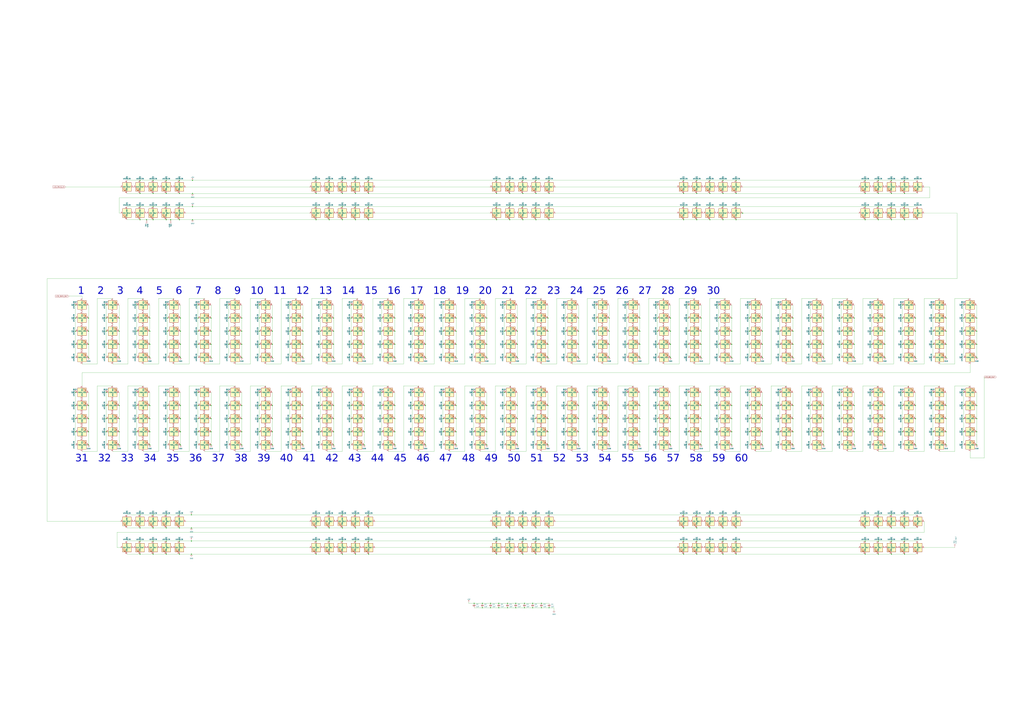
<source format=kicad_sch>
(kicad_sch (version 20231120) (generator "eeschema") (generator_version "8.0")
  (paper "A0")
  (title_block (title "Jumperless V5") (date "2024-06-15") (rev "5r2") (company "Architeuthis Flux") (comment 1 "Kevin Santo Cappuccio") (comment 2 "KevinC@ppucc.io"))
  (lib_symbols
    (symbol "+5V_1" (power) (pin_numbers hide) (pin_names (offset 0) hide)
      (property "Value" "+5V" (at 0 3.556 0))
      (symbol "+5V_1_1_1"
        (pin power_in line (at 0 0 90) (length 0) (name "~") (number "1"))
      )
    )
    (symbol "GND_1" (power) (pin_numbers hide) (pin_names (offset 0) hide)
      (property "Value" "GND" (at 0 -3.81 0))
      (symbol "GND_1_1_1"
        (pin power_in line (at 0 0 270) (length 0) (name "~") (number "1"))
      )
    )
    (symbol "JumperlessSymbols:C_Small" (pin_numbers hide) (pin_names (offset 0.254) hide)
      (property "Reference" "C" (at 0.254 1.778 0))
      (property "Value" "Device_C_Small" (at 0.254 -2.032 0))
      (symbol "C_Small_1_1"
        (pin passive line (at 0 2.54 270) (length 2.032) (name "~") (number "1"))
        (pin passive line (at 0 -2.54 90) (length 2.032) (name "~") (number "2"))
      )
    )
    (symbol "JumperlessSymbols:TestPoint" (pin_numbers hide) (pin_names (offset 0.762) hide)
      (property "Reference" "TP" (at 0 6.858 0))
      (property "Value" "TestPoint" (at 0 5.08 0))
      (symbol "TestPoint_1_1"
        (pin passive line (at 0 0 90) (length 2.54) (name "1") (number "1"))
      )
    )
    (symbol "xl-1010RGBC_1"
      (property "Reference" "U" (at 0 0 0))
      (symbol "xl-1010RGBC_1_0_0"
        (text "RGB" (at 2.286 -4.191 0) (effects (font (size 0.762 0.762))))
      )
      (symbol "xl-1010RGBC_1_1_1"
        (pin output line (at -7.62 0 0) (length 2.54) (name "DOUT") (number "1"))
        (pin power_in line (at 0 7.62 270) (length 2.54) (name "VDD") (number "2"))
        (pin power_in line (at 0 -7.62 90) (length 2.54) (name "VSS") (number "3"))
        (pin input line (at 7.62 0 180) (length 2.54) (name "DIN") (number "4"))
      )
    )
    (symbol "xl-1010RGBC_10"
      (property "Reference" "U" (at 0 0 0))
      (symbol "xl-1010RGBC_10_0_0"
        (text "RGB" (at 2.286 -4.191 0) (effects (font (size 0.762 0.762))))
      )
      (symbol "xl-1010RGBC_10_1_1"
        (pin output line (at -7.62 0 0) (length 2.54) (name "DOUT") (number "1"))
        (pin power_in line (at 0 7.62 270) (length 2.54) (name "VDD") (number "2"))
        (pin power_in line (at 0 -7.62 90) (length 2.54) (name "VSS") (number "3"))
        (pin input line (at 7.62 0 180) (length 2.54) (name "DIN") (number "4"))
      )
    )
    (symbol "xl-1010RGBC_100"
      (property "Reference" "U" (at 0 0 0))
      (symbol "xl-1010RGBC_100_0_0"
        (text "RGB" (at 2.286 -4.191 0) (effects (font (size 0.762 0.762))))
      )
      (symbol "xl-1010RGBC_100_1_1"
        (pin output line (at -7.62 0 0) (length 2.54) (name "DOUT") (number "1"))
        (pin power_in line (at 0 7.62 270) (length 2.54) (name "VDD") (number "2"))
        (pin power_in line (at 0 -7.62 90) (length 2.54) (name "VSS") (number "3"))
        (pin input line (at 7.62 0 180) (length 2.54) (name "DIN") (number "4"))
      )
    )
    (symbol "xl-1010RGBC_101"
      (property "Reference" "U" (at 0 0 0))
      (symbol "xl-1010RGBC_101_0_0"
        (text "RGB" (at 2.286 -4.191 0) (effects (font (size 0.762 0.762))))
      )
      (symbol "xl-1010RGBC_101_1_1"
        (pin output line (at -7.62 0 0) (length 2.54) (name "DOUT") (number "1"))
        (pin power_in line (at 0 7.62 270) (length 2.54) (name "VDD") (number "2"))
        (pin power_in line (at 0 -7.62 90) (length 2.54) (name "VSS") (number "3"))
        (pin input line (at 7.62 0 180) (length 2.54) (name "DIN") (number "4"))
      )
    )
    (symbol "xl-1010RGBC_102"
      (property "Reference" "U" (at 0 0 0))
      (symbol "xl-1010RGBC_102_0_0"
        (text "RGB" (at 2.286 -4.191 0) (effects (font (size 0.762 0.762))))
      )
      (symbol "xl-1010RGBC_102_1_1"
        (pin output line (at -7.62 0 0) (length 2.54) (name "DOUT") (number "1"))
        (pin power_in line (at 0 7.62 270) (length 2.54) (name "VDD") (number "2"))
        (pin power_in line (at 0 -7.62 90) (length 2.54) (name "VSS") (number "3"))
        (pin input line (at 7.62 0 180) (length 2.54) (name "DIN") (number "4"))
      )
    )
    (symbol "xl-1010RGBC_103"
      (property "Reference" "U" (at 0 0 0))
      (symbol "xl-1010RGBC_103_0_0"
        (text "RGB" (at 2.286 -4.191 0) (effects (font (size 0.762 0.762))))
      )
      (symbol "xl-1010RGBC_103_1_1"
        (pin output line (at -7.62 0 0) (length 2.54) (name "DOUT") (number "1"))
        (pin power_in line (at 0 7.62 270) (length 2.54) (name "VDD") (number "2"))
        (pin power_in line (at 0 -7.62 90) (length 2.54) (name "VSS") (number "3"))
        (pin input line (at 7.62 0 180) (length 2.54) (name "DIN") (number "4"))
      )
    )
    (symbol "xl-1010RGBC_104"
      (property "Reference" "U" (at 0 0 0))
      (symbol "xl-1010RGBC_104_0_0"
        (text "RGB" (at 2.286 -4.191 0) (effects (font (size 0.762 0.762))))
      )
      (symbol "xl-1010RGBC_104_1_1"
        (pin output line (at -7.62 0 0) (length 2.54) (name "DOUT") (number "1"))
        (pin power_in line (at 0 7.62 270) (length 2.54) (name "VDD") (number "2"))
        (pin power_in line (at 0 -7.62 90) (length 2.54) (name "VSS") (number "3"))
        (pin input line (at 7.62 0 180) (length 2.54) (name "DIN") (number "4"))
      )
    )
    (symbol "xl-1010RGBC_105"
      (property "Reference" "U" (at 0 0 0))
      (symbol "xl-1010RGBC_105_0_0"
        (text "RGB" (at 2.286 -4.191 0) (effects (font (size 0.762 0.762))))
      )
      (symbol "xl-1010RGBC_105_1_1"
        (pin output line (at -7.62 0 0) (length 2.54) (name "DOUT") (number "1"))
        (pin power_in line (at 0 7.62 270) (length 2.54) (name "VDD") (number "2"))
        (pin power_in line (at 0 -7.62 90) (length 2.54) (name "VSS") (number "3"))
        (pin input line (at 7.62 0 180) (length 2.54) (name "DIN") (number "4"))
      )
    )
    (symbol "xl-1010RGBC_106"
      (property "Reference" "U" (at 0 0 0))
      (symbol "xl-1010RGBC_106_0_0"
        (text "RGB" (at 2.286 -4.191 0) (effects (font (size 0.762 0.762))))
      )
      (symbol "xl-1010RGBC_106_1_1"
        (pin output line (at -7.62 0 0) (length 2.54) (name "DOUT") (number "1"))
        (pin power_in line (at 0 7.62 270) (length 2.54) (name "VDD") (number "2"))
        (pin power_in line (at 0 -7.62 90) (length 2.54) (name "VSS") (number "3"))
        (pin input line (at 7.62 0 180) (length 2.54) (name "DIN") (number "4"))
      )
    )
    (symbol "xl-1010RGBC_11"
      (property "Reference" "U" (at 0 0 0))
      (symbol "xl-1010RGBC_11_0_0"
        (text "RGB" (at 2.286 -4.191 0) (effects (font (size 0.762 0.762))))
      )
      (symbol "xl-1010RGBC_11_1_1"
        (pin output line (at -7.62 0 0) (length 2.54) (name "DOUT") (number "1"))
        (pin power_in line (at 0 7.62 270) (length 2.54) (name "VDD") (number "2"))
        (pin power_in line (at 0 -7.62 90) (length 2.54) (name "VSS") (number "3"))
        (pin input line (at 7.62 0 180) (length 2.54) (name "DIN") (number "4"))
      )
    )
    (symbol "xl-1010RGBC_115"
      (property "Reference" "U" (at 0 0 0))
      (symbol "xl-1010RGBC_115_0_0"
        (text "RGB" (at 2.286 -4.191 0) (effects (font (size 0.762 0.762))))
      )
      (symbol "xl-1010RGBC_115_1_1"
        (pin output line (at -7.62 0 0) (length 2.54) (name "DOUT") (number "1"))
        (pin power_in line (at 0 7.62 270) (length 2.54) (name "VDD") (number "2"))
        (pin power_in line (at 0 -7.62 90) (length 2.54) (name "VSS") (number "3"))
        (pin input line (at 7.62 0 180) (length 2.54) (name "DIN") (number "4"))
      )
    )
    (symbol "xl-1010RGBC_116"
      (property "Reference" "U" (at 0 0 0))
      (symbol "xl-1010RGBC_116_0_0"
        (text "RGB" (at 2.286 -4.191 0) (effects (font (size 0.762 0.762))))
      )
      (symbol "xl-1010RGBC_116_1_1"
        (pin output line (at -7.62 0 0) (length 2.54) (name "DOUT") (number "1"))
        (pin power_in line (at 0 7.62 270) (length 2.54) (name "VDD") (number "2"))
        (pin power_in line (at 0 -7.62 90) (length 2.54) (name "VSS") (number "3"))
        (pin input line (at 7.62 0 180) (length 2.54) (name "DIN") (number "4"))
      )
    )
    (symbol "xl-1010RGBC_117"
      (property "Reference" "U" (at 0 0 0))
      (symbol "xl-1010RGBC_117_0_0"
        (text "RGB" (at 2.286 -4.191 0) (effects (font (size 0.762 0.762))))
      )
      (symbol "xl-1010RGBC_117_1_1"
        (pin output line (at -7.62 0 0) (length 2.54) (name "DOUT") (number "1"))
        (pin power_in line (at 0 7.62 270) (length 2.54) (name "VDD") (number "2"))
        (pin power_in line (at 0 -7.62 90) (length 2.54) (name "VSS") (number "3"))
        (pin input line (at 7.62 0 180) (length 2.54) (name "DIN") (number "4"))
      )
    )
    (symbol "xl-1010RGBC_118"
      (property "Reference" "U" (at 0 0 0))
      (symbol "xl-1010RGBC_118_0_0"
        (text "RGB" (at 2.286 -4.191 0) (effects (font (size 0.762 0.762))))
      )
      (symbol "xl-1010RGBC_118_1_1"
        (pin output line (at -7.62 0 0) (length 2.54) (name "DOUT") (number "1"))
        (pin power_in line (at 0 7.62 270) (length 2.54) (name "VDD") (number "2"))
        (pin power_in line (at 0 -7.62 90) (length 2.54) (name "VSS") (number "3"))
        (pin input line (at 7.62 0 180) (length 2.54) (name "DIN") (number "4"))
      )
    )
    (symbol "xl-1010RGBC_119"
      (property "Reference" "U" (at 0 0 0))
      (symbol "xl-1010RGBC_119_0_0"
        (text "RGB" (at 2.286 -4.191 0) (effects (font (size 0.762 0.762))))
      )
      (symbol "xl-1010RGBC_119_1_1"
        (pin output line (at -7.62 0 0) (length 2.54) (name "DOUT") (number "1"))
        (pin power_in line (at 0 7.62 270) (length 2.54) (name "VDD") (number "2"))
        (pin power_in line (at 0 -7.62 90) (length 2.54) (name "VSS") (number "3"))
        (pin input line (at 7.62 0 180) (length 2.54) (name "DIN") (number "4"))
      )
    )
    (symbol "xl-1010RGBC_12"
      (property "Reference" "U" (at 0 0 0))
      (symbol "xl-1010RGBC_12_0_0"
        (text "RGB" (at 2.286 -4.191 0) (effects (font (size 0.762 0.762))))
      )
      (symbol "xl-1010RGBC_12_1_1"
        (pin output line (at -7.62 0 0) (length 2.54) (name "DOUT") (number "1"))
        (pin power_in line (at 0 7.62 270) (length 2.54) (name "VDD") (number "2"))
        (pin power_in line (at 0 -7.62 90) (length 2.54) (name "VSS") (number "3"))
        (pin input line (at 7.62 0 180) (length 2.54) (name "DIN") (number "4"))
      )
    )
    (symbol "xl-1010RGBC_120"
      (property "Reference" "U" (at 0 0 0))
      (symbol "xl-1010RGBC_120_0_0"
        (text "RGB" (at 2.286 -4.191 0) (effects (font (size 0.762 0.762))))
      )
      (symbol "xl-1010RGBC_120_1_1"
        (pin output line (at -7.62 0 0) (length 2.54) (name "DOUT") (number "1"))
        (pin power_in line (at 0 7.62 270) (length 2.54) (name "VDD") (number "2"))
        (pin power_in line (at 0 -7.62 90) (length 2.54) (name "VSS") (number "3"))
        (pin input line (at 7.62 0 180) (length 2.54) (name "DIN") (number "4"))
      )
    )
    (symbol "xl-1010RGBC_121"
      (property "Reference" "U" (at 0 0 0))
      (symbol "xl-1010RGBC_121_0_0"
        (text "RGB" (at 2.286 -4.191 0) (effects (font (size 0.762 0.762))))
      )
      (symbol "xl-1010RGBC_121_1_1"
        (pin output line (at -7.62 0 0) (length 2.54) (name "DOUT") (number "1"))
        (pin power_in line (at 0 7.62 270) (length 2.54) (name "VDD") (number "2"))
        (pin power_in line (at 0 -7.62 90) (length 2.54) (name "VSS") (number "3"))
        (pin input line (at 7.62 0 180) (length 2.54) (name "DIN") (number "4"))
      )
    )
    (symbol "xl-1010RGBC_122"
      (property "Reference" "U" (at 0 0 0))
      (symbol "xl-1010RGBC_122_0_0"
        (text "RGB" (at 2.286 -4.191 0) (effects (font (size 0.762 0.762))))
      )
      (symbol "xl-1010RGBC_122_1_1"
        (pin output line (at -7.62 0 0) (length 2.54) (name "DOUT") (number "1"))
        (pin power_in line (at 0 7.62 270) (length 2.54) (name "VDD") (number "2"))
        (pin power_in line (at 0 -7.62 90) (length 2.54) (name "VSS") (number "3"))
        (pin input line (at 7.62 0 180) (length 2.54) (name "DIN") (number "4"))
      )
    )
    (symbol "xl-1010RGBC_123"
      (property "Reference" "U" (at 0 0 0))
      (symbol "xl-1010RGBC_123_0_0"
        (text "RGB" (at 2.286 -4.191 0) (effects (font (size 0.762 0.762))))
      )
      (symbol "xl-1010RGBC_123_1_1"
        (pin output line (at -7.62 0 0) (length 2.54) (name "DOUT") (number "1"))
        (pin power_in line (at 0 7.62 270) (length 2.54) (name "VDD") (number "2"))
        (pin power_in line (at 0 -7.62 90) (length 2.54) (name "VSS") (number "3"))
        (pin input line (at 7.62 0 180) (length 2.54) (name "DIN") (number "4"))
      )
    )
    (symbol "xl-1010RGBC_124"
      (property "Reference" "U" (at 0 0 0))
      (symbol "xl-1010RGBC_124_0_0"
        (text "RGB" (at 2.286 -4.191 0) (effects (font (size 0.762 0.762))))
      )
      (symbol "xl-1010RGBC_124_1_1"
        (pin output line (at -7.62 0 0) (length 2.54) (name "DOUT") (number "1"))
        (pin power_in line (at 0 7.62 270) (length 2.54) (name "VDD") (number "2"))
        (pin power_in line (at 0 -7.62 90) (length 2.54) (name "VSS") (number "3"))
        (pin input line (at 7.62 0 180) (length 2.54) (name "DIN") (number "4"))
      )
    )
    (symbol "xl-1010RGBC_125"
      (property "Reference" "U" (at 0 0 0))
      (symbol "xl-1010RGBC_125_0_0"
        (text "RGB" (at 2.286 -4.191 0) (effects (font (size 0.762 0.762))))
      )
      (symbol "xl-1010RGBC_125_1_1"
        (pin output line (at -7.62 0 0) (length 2.54) (name "DOUT") (number "1"))
        (pin power_in line (at 0 7.62 270) (length 2.54) (name "VDD") (number "2"))
        (pin power_in line (at 0 -7.62 90) (length 2.54) (name "VSS") (number "3"))
        (pin input line (at 7.62 0 180) (length 2.54) (name "DIN") (number "4"))
      )
    )
    (symbol "xl-1010RGBC_126"
      (property "Reference" "U" (at 0 0 0))
      (symbol "xl-1010RGBC_126_0_0"
        (text "RGB" (at 2.286 -4.191 0) (effects (font (size 0.762 0.762))))
      )
      (symbol "xl-1010RGBC_126_1_1"
        (pin output line (at -7.62 0 0) (length 2.54) (name "DOUT") (number "1"))
        (pin power_in line (at 0 7.62 270) (length 2.54) (name "VDD") (number "2"))
        (pin power_in line (at 0 -7.62 90) (length 2.54) (name "VSS") (number "3"))
        (pin input line (at 7.62 0 180) (length 2.54) (name "DIN") (number "4"))
      )
    )
    (symbol "xl-1010RGBC_127"
      (property "Reference" "U" (at 0 0 0))
      (symbol "xl-1010RGBC_127_0_0"
        (text "RGB" (at 2.286 -4.191 0) (effects (font (size 0.762 0.762))))
      )
      (symbol "xl-1010RGBC_127_1_1"
        (pin output line (at -7.62 0 0) (length 2.54) (name "DOUT") (number "1"))
        (pin power_in line (at 0 7.62 270) (length 2.54) (name "VDD") (number "2"))
        (pin power_in line (at 0 -7.62 90) (length 2.54) (name "VSS") (number "3"))
        (pin input line (at 7.62 0 180) (length 2.54) (name "DIN") (number "4"))
      )
    )
    (symbol "xl-1010RGBC_128"
      (property "Reference" "U" (at 0 0 0))
      (symbol "xl-1010RGBC_128_0_0"
        (text "RGB" (at 2.286 -4.191 0) (effects (font (size 0.762 0.762))))
      )
      (symbol "xl-1010RGBC_128_1_1"
        (pin output line (at -7.62 0 0) (length 2.54) (name "DOUT") (number "1"))
        (pin power_in line (at 0 7.62 270) (length 2.54) (name "VDD") (number "2"))
        (pin power_in line (at 0 -7.62 90) (length 2.54) (name "VSS") (number "3"))
        (pin input line (at 7.62 0 180) (length 2.54) (name "DIN") (number "4"))
      )
    )
    (symbol "xl-1010RGBC_129"
      (property "Reference" "U" (at 0 0 0))
      (symbol "xl-1010RGBC_129_0_0"
        (text "RGB" (at 2.286 -4.191 0) (effects (font (size 0.762 0.762))))
      )
      (symbol "xl-1010RGBC_129_1_1"
        (pin output line (at -7.62 0 0) (length 2.54) (name "DOUT") (number "1"))
        (pin power_in line (at 0 7.62 270) (length 2.54) (name "VDD") (number "2"))
        (pin power_in line (at 0 -7.62 90) (length 2.54) (name "VSS") (number "3"))
        (pin input line (at 7.62 0 180) (length 2.54) (name "DIN") (number "4"))
      )
    )
    (symbol "xl-1010RGBC_13"
      (property "Reference" "U" (at 0 0 0))
      (symbol "xl-1010RGBC_13_0_0"
        (text "RGB" (at 2.286 -4.191 0) (effects (font (size 0.762 0.762))))
      )
      (symbol "xl-1010RGBC_13_1_1"
        (pin output line (at -7.62 0 0) (length 2.54) (name "DOUT") (number "1"))
        (pin power_in line (at 0 7.62 270) (length 2.54) (name "VDD") (number "2"))
        (pin power_in line (at 0 -7.62 90) (length 2.54) (name "VSS") (number "3"))
        (pin input line (at 7.62 0 180) (length 2.54) (name "DIN") (number "4"))
      )
    )
    (symbol "xl-1010RGBC_130"
      (property "Reference" "U" (at 0 0 0))
      (symbol "xl-1010RGBC_130_0_0"
        (text "RGB" (at 2.286 -4.191 0) (effects (font (size 0.762 0.762))))
      )
      (symbol "xl-1010RGBC_130_1_1"
        (pin output line (at -7.62 0 0) (length 2.54) (name "DOUT") (number "1"))
        (pin power_in line (at 0 7.62 270) (length 2.54) (name "VDD") (number "2"))
        (pin power_in line (at 0 -7.62 90) (length 2.54) (name "VSS") (number "3"))
        (pin input line (at 7.62 0 180) (length 2.54) (name "DIN") (number "4"))
      )
    )
    (symbol "xl-1010RGBC_131"
      (property "Reference" "U" (at 0 0 0))
      (symbol "xl-1010RGBC_131_0_0"
        (text "RGB" (at 2.286 -4.191 0) (effects (font (size 0.762 0.762))))
      )
      (symbol "xl-1010RGBC_131_1_1"
        (pin output line (at -7.62 0 0) (length 2.54) (name "DOUT") (number "1"))
        (pin power_in line (at 0 7.62 270) (length 2.54) (name "VDD") (number "2"))
        (pin power_in line (at 0 -7.62 90) (length 2.54) (name "VSS") (number "3"))
        (pin input line (at 7.62 0 180) (length 2.54) (name "DIN") (number "4"))
      )
    )
    (symbol "xl-1010RGBC_132"
      (property "Reference" "U" (at 0 0 0))
      (symbol "xl-1010RGBC_132_0_0"
        (text "RGB" (at 2.286 -4.191 0) (effects (font (size 0.762 0.762))))
      )
      (symbol "xl-1010RGBC_132_1_1"
        (pin output line (at -7.62 0 0) (length 2.54) (name "DOUT") (number "1"))
        (pin power_in line (at 0 7.62 270) (length 2.54) (name "VDD") (number "2"))
        (pin power_in line (at 0 -7.62 90) (length 2.54) (name "VSS") (number "3"))
        (pin input line (at 7.62 0 180) (length 2.54) (name "DIN") (number "4"))
      )
    )
    (symbol "xl-1010RGBC_133"
      (property "Reference" "U" (at 0 0 0))
      (symbol "xl-1010RGBC_133_0_0"
        (text "RGB" (at 2.286 -4.191 0) (effects (font (size 0.762 0.762))))
      )
      (symbol "xl-1010RGBC_133_1_1"
        (pin output line (at -7.62 0 0) (length 2.54) (name "DOUT") (number "1"))
        (pin power_in line (at 0 7.62 270) (length 2.54) (name "VDD") (number "2"))
        (pin power_in line (at 0 -7.62 90) (length 2.54) (name "VSS") (number "3"))
        (pin input line (at 7.62 0 180) (length 2.54) (name "DIN") (number "4"))
      )
    )
    (symbol "xl-1010RGBC_134"
      (property "Reference" "U" (at 0 0 0))
      (symbol "xl-1010RGBC_134_0_0"
        (text "RGB" (at 2.286 -4.191 0) (effects (font (size 0.762 0.762))))
      )
      (symbol "xl-1010RGBC_134_1_1"
        (pin output line (at -7.62 0 0) (length 2.54) (name "DOUT") (number "1"))
        (pin power_in line (at 0 7.62 270) (length 2.54) (name "VDD") (number "2"))
        (pin power_in line (at 0 -7.62 90) (length 2.54) (name "VSS") (number "3"))
        (pin input line (at 7.62 0 180) (length 2.54) (name "DIN") (number "4"))
      )
    )
    (symbol "xl-1010RGBC_135"
      (property "Reference" "U" (at 0 0 0))
      (symbol "xl-1010RGBC_135_0_0"
        (text "RGB" (at 2.286 -4.191 0) (effects (font (size 0.762 0.762))))
      )
      (symbol "xl-1010RGBC_135_1_1"
        (pin output line (at -7.62 0 0) (length 2.54) (name "DOUT") (number "1"))
        (pin power_in line (at 0 7.62 270) (length 2.54) (name "VDD") (number "2"))
        (pin power_in line (at 0 -7.62 90) (length 2.54) (name "VSS") (number "3"))
        (pin input line (at 7.62 0 180) (length 2.54) (name "DIN") (number "4"))
      )
    )
    (symbol "xl-1010RGBC_136"
      (property "Reference" "U" (at 0 0 0))
      (symbol "xl-1010RGBC_136_0_0"
        (text "RGB" (at 2.286 -4.191 0) (effects (font (size 0.762 0.762))))
      )
      (symbol "xl-1010RGBC_136_1_1"
        (pin output line (at -7.62 0 0) (length 2.54) (name "DOUT") (number "1"))
        (pin power_in line (at 0 7.62 270) (length 2.54) (name "VDD") (number "2"))
        (pin power_in line (at 0 -7.62 90) (length 2.54) (name "VSS") (number "3"))
        (pin input line (at 7.62 0 180) (length 2.54) (name "DIN") (number "4"))
      )
    )
    (symbol "xl-1010RGBC_137"
      (property "Reference" "U" (at 0 0 0))
      (symbol "xl-1010RGBC_137_0_0"
        (text "RGB" (at 2.286 -4.191 0) (effects (font (size 0.762 0.762))))
      )
      (symbol "xl-1010RGBC_137_1_1"
        (pin output line (at -7.62 0 0) (length 2.54) (name "DOUT") (number "1"))
        (pin power_in line (at 0 7.62 270) (length 2.54) (name "VDD") (number "2"))
        (pin power_in line (at 0 -7.62 90) (length 2.54) (name "VSS") (number "3"))
        (pin input line (at 7.62 0 180) (length 2.54) (name "DIN") (number "4"))
      )
    )
    (symbol "xl-1010RGBC_138"
      (property "Reference" "U" (at 0 0 0))
      (symbol "xl-1010RGBC_138_0_0"
        (text "RGB" (at 2.286 -4.191 0) (effects (font (size 0.762 0.762))))
      )
      (symbol "xl-1010RGBC_138_1_1"
        (pin output line (at -7.62 0 0) (length 2.54) (name "DOUT") (number "1"))
        (pin power_in line (at 0 7.62 270) (length 2.54) (name "VDD") (number "2"))
        (pin power_in line (at 0 -7.62 90) (length 2.54) (name "VSS") (number "3"))
        (pin input line (at 7.62 0 180) (length 2.54) (name "DIN") (number "4"))
      )
    )
    (symbol "xl-1010RGBC_139"
      (property "Reference" "U" (at 0 0 0))
      (symbol "xl-1010RGBC_139_0_0"
        (text "RGB" (at 2.286 -4.191 0) (effects (font (size 0.762 0.762))))
      )
      (symbol "xl-1010RGBC_139_1_1"
        (pin output line (at -7.62 0 0) (length 2.54) (name "DOUT") (number "1"))
        (pin power_in line (at 0 7.62 270) (length 2.54) (name "VDD") (number "2"))
        (pin power_in line (at 0 -7.62 90) (length 2.54) (name "VSS") (number "3"))
        (pin input line (at 7.62 0 180) (length 2.54) (name "DIN") (number "4"))
      )
    )
    (symbol "xl-1010RGBC_14"
      (property "Reference" "U" (at 0 0 0))
      (symbol "xl-1010RGBC_14_0_0"
        (text "RGB" (at 2.286 -4.191 0) (effects (font (size 0.762 0.762))))
      )
      (symbol "xl-1010RGBC_14_1_1"
        (pin output line (at -7.62 0 0) (length 2.54) (name "DOUT") (number "1"))
        (pin power_in line (at 0 7.62 270) (length 2.54) (name "VDD") (number "2"))
        (pin power_in line (at 0 -7.62 90) (length 2.54) (name "VSS") (number "3"))
        (pin input line (at 7.62 0 180) (length 2.54) (name "DIN") (number "4"))
      )
    )
    (symbol "xl-1010RGBC_140"
      (property "Reference" "U" (at 0 0 0))
      (symbol "xl-1010RGBC_140_0_0"
        (text "RGB" (at 2.286 -4.191 0) (effects (font (size 0.762 0.762))))
      )
      (symbol "xl-1010RGBC_140_1_1"
        (pin output line (at -7.62 0 0) (length 2.54) (name "DOUT") (number "1"))
        (pin power_in line (at 0 7.62 270) (length 2.54) (name "VDD") (number "2"))
        (pin power_in line (at 0 -7.62 90) (length 2.54) (name "VSS") (number "3"))
        (pin input line (at 7.62 0 180) (length 2.54) (name "DIN") (number "4"))
      )
    )
    (symbol "xl-1010RGBC_141"
      (property "Reference" "U" (at 0 0 0))
      (symbol "xl-1010RGBC_141_0_0"
        (text "RGB" (at 2.286 -4.191 0) (effects (font (size 0.762 0.762))))
      )
      (symbol "xl-1010RGBC_141_1_1"
        (pin output line (at -7.62 0 0) (length 2.54) (name "DOUT") (number "1"))
        (pin power_in line (at 0 7.62 270) (length 2.54) (name "VDD") (number "2"))
        (pin power_in line (at 0 -7.62 90) (length 2.54) (name "VSS") (number "3"))
        (pin input line (at 7.62 0 180) (length 2.54) (name "DIN") (number "4"))
      )
    )
    (symbol "xl-1010RGBC_142"
      (property "Reference" "U" (at 0 0 0))
      (symbol "xl-1010RGBC_142_0_0"
        (text "RGB" (at 2.286 -4.191 0) (effects (font (size 0.762 0.762))))
      )
      (symbol "xl-1010RGBC_142_1_1"
        (pin output line (at -7.62 0 0) (length 2.54) (name "DOUT") (number "1"))
        (pin power_in line (at 0 7.62 270) (length 2.54) (name "VDD") (number "2"))
        (pin power_in line (at 0 -7.62 90) (length 2.54) (name "VSS") (number "3"))
        (pin input line (at 7.62 0 180) (length 2.54) (name "DIN") (number "4"))
      )
    )
    (symbol "xl-1010RGBC_143"
      (property "Reference" "U" (at 0 0 0))
      (symbol "xl-1010RGBC_143_0_0"
        (text "RGB" (at 2.286 -4.191 0) (effects (font (size 0.762 0.762))))
      )
      (symbol "xl-1010RGBC_143_1_1"
        (pin output line (at -7.62 0 0) (length 2.54) (name "DOUT") (number "1"))
        (pin power_in line (at 0 7.62 270) (length 2.54) (name "VDD") (number "2"))
        (pin power_in line (at 0 -7.62 90) (length 2.54) (name "VSS") (number "3"))
        (pin input line (at 7.62 0 180) (length 2.54) (name "DIN") (number "4"))
      )
    )
    (symbol "xl-1010RGBC_144"
      (property "Reference" "U" (at 0 0 0))
      (symbol "xl-1010RGBC_144_0_0"
        (text "RGB" (at 2.286 -4.191 0) (effects (font (size 0.762 0.762))))
      )
      (symbol "xl-1010RGBC_144_1_1"
        (pin output line (at -7.62 0 0) (length 2.54) (name "DOUT") (number "1"))
        (pin power_in line (at 0 7.62 270) (length 2.54) (name "VDD") (number "2"))
        (pin power_in line (at 0 -7.62 90) (length 2.54) (name "VSS") (number "3"))
        (pin input line (at 7.62 0 180) (length 2.54) (name "DIN") (number "4"))
      )
    )
    (symbol "xl-1010RGBC_145"
      (property "Reference" "U" (at 0 0 0))
      (symbol "xl-1010RGBC_145_0_0"
        (text "RGB" (at 2.286 -4.191 0) (effects (font (size 0.762 0.762))))
      )
      (symbol "xl-1010RGBC_145_1_1"
        (pin output line (at -7.62 0 0) (length 2.54) (name "DOUT") (number "1"))
        (pin power_in line (at 0 7.62 270) (length 2.54) (name "VDD") (number "2"))
        (pin power_in line (at 0 -7.62 90) (length 2.54) (name "VSS") (number "3"))
        (pin input line (at 7.62 0 180) (length 2.54) (name "DIN") (number "4"))
      )
    )
    (symbol "xl-1010RGBC_146"
      (property "Reference" "U" (at 0 0 0))
      (symbol "xl-1010RGBC_146_0_0"
        (text "RGB" (at 2.286 -4.191 0) (effects (font (size 0.762 0.762))))
      )
      (symbol "xl-1010RGBC_146_1_1"
        (pin output line (at -7.62 0 0) (length 2.54) (name "DOUT") (number "1"))
        (pin power_in line (at 0 7.62 270) (length 2.54) (name "VDD") (number "2"))
        (pin power_in line (at 0 -7.62 90) (length 2.54) (name "VSS") (number "3"))
        (pin input line (at 7.62 0 180) (length 2.54) (name "DIN") (number "4"))
      )
    )
    (symbol "xl-1010RGBC_147"
      (property "Reference" "U" (at 0 0 0))
      (symbol "xl-1010RGBC_147_0_0"
        (text "RGB" (at 2.286 -4.191 0) (effects (font (size 0.762 0.762))))
      )
      (symbol "xl-1010RGBC_147_1_1"
        (pin output line (at -7.62 0 0) (length 2.54) (name "DOUT") (number "1"))
        (pin power_in line (at 0 7.62 270) (length 2.54) (name "VDD") (number "2"))
        (pin power_in line (at 0 -7.62 90) (length 2.54) (name "VSS") (number "3"))
        (pin input line (at 7.62 0 180) (length 2.54) (name "DIN") (number "4"))
      )
    )
    (symbol "xl-1010RGBC_148"
      (property "Reference" "U" (at 0 0 0))
      (symbol "xl-1010RGBC_148_0_0"
        (text "RGB" (at 2.286 -4.191 0) (effects (font (size 0.762 0.762))))
      )
      (symbol "xl-1010RGBC_148_1_1"
        (pin output line (at -7.62 0 0) (length 2.54) (name "DOUT") (number "1"))
        (pin power_in line (at 0 7.62 270) (length 2.54) (name "VDD") (number "2"))
        (pin power_in line (at 0 -7.62 90) (length 2.54) (name "VSS") (number "3"))
        (pin input line (at 7.62 0 180) (length 2.54) (name "DIN") (number "4"))
      )
    )
    (symbol "xl-1010RGBC_149"
      (property "Reference" "U" (at 0 0 0))
      (symbol "xl-1010RGBC_149_0_0"
        (text "RGB" (at 2.286 -4.191 0) (effects (font (size 0.762 0.762))))
      )
      (symbol "xl-1010RGBC_149_1_1"
        (pin output line (at -7.62 0 0) (length 2.54) (name "DOUT") (number "1"))
        (pin power_in line (at 0 7.62 270) (length 2.54) (name "VDD") (number "2"))
        (pin power_in line (at 0 -7.62 90) (length 2.54) (name "VSS") (number "3"))
        (pin input line (at 7.62 0 180) (length 2.54) (name "DIN") (number "4"))
      )
    )
    (symbol "xl-1010RGBC_15"
      (property "Reference" "U" (at 0 0 0))
      (symbol "xl-1010RGBC_15_0_0"
        (text "RGB" (at 2.286 -4.191 0) (effects (font (size 0.762 0.762))))
      )
      (symbol "xl-1010RGBC_15_1_1"
        (pin output line (at -7.62 0 0) (length 2.54) (name "DOUT") (number "1"))
        (pin power_in line (at 0 7.62 270) (length 2.54) (name "VDD") (number "2"))
        (pin power_in line (at 0 -7.62 90) (length 2.54) (name "VSS") (number "3"))
        (pin input line (at 7.62 0 180) (length 2.54) (name "DIN") (number "4"))
      )
    )
    (symbol "xl-1010RGBC_150"
      (property "Reference" "U" (at 0 0 0))
      (symbol "xl-1010RGBC_150_0_0"
        (text "RGB" (at 2.286 -4.191 0) (effects (font (size 0.762 0.762))))
      )
      (symbol "xl-1010RGBC_150_1_1"
        (pin output line (at -7.62 0 0) (length 2.54) (name "DOUT") (number "1"))
        (pin power_in line (at 0 7.62 270) (length 2.54) (name "VDD") (number "2"))
        (pin power_in line (at 0 -7.62 90) (length 2.54) (name "VSS") (number "3"))
        (pin input line (at 7.62 0 180) (length 2.54) (name "DIN") (number "4"))
      )
    )
    (symbol "xl-1010RGBC_151"
      (property "Reference" "U" (at 0 0 0))
      (symbol "xl-1010RGBC_151_0_0"
        (text "RGB" (at 2.286 -4.191 0) (effects (font (size 0.762 0.762))))
      )
      (symbol "xl-1010RGBC_151_1_1"
        (pin output line (at -7.62 0 0) (length 2.54) (name "DOUT") (number "1"))
        (pin power_in line (at 0 7.62 270) (length 2.54) (name "VDD") (number "2"))
        (pin power_in line (at 0 -7.62 90) (length 2.54) (name "VSS") (number "3"))
        (pin input line (at 7.62 0 180) (length 2.54) (name "DIN") (number "4"))
      )
    )
    (symbol "xl-1010RGBC_152"
      (property "Reference" "U" (at 0 0 0))
      (symbol "xl-1010RGBC_152_0_0"
        (text "RGB" (at 2.286 -4.191 0) (effects (font (size 0.762 0.762))))
      )
      (symbol "xl-1010RGBC_152_1_1"
        (pin output line (at -7.62 0 0) (length 2.54) (name "DOUT") (number "1"))
        (pin power_in line (at 0 7.62 270) (length 2.54) (name "VDD") (number "2"))
        (pin power_in line (at 0 -7.62 90) (length 2.54) (name "VSS") (number "3"))
        (pin input line (at 7.62 0 180) (length 2.54) (name "DIN") (number "4"))
      )
    )
    (symbol "xl-1010RGBC_153"
      (property "Reference" "U" (at 0 0 0))
      (symbol "xl-1010RGBC_153_0_0"
        (text "RGB" (at 2.286 -4.191 0) (effects (font (size 0.762 0.762))))
      )
      (symbol "xl-1010RGBC_153_1_1"
        (pin output line (at -7.62 0 0) (length 2.54) (name "DOUT") (number "1"))
        (pin power_in line (at 0 7.62 270) (length 2.54) (name "VDD") (number "2"))
        (pin power_in line (at 0 -7.62 90) (length 2.54) (name "VSS") (number "3"))
        (pin input line (at 7.62 0 180) (length 2.54) (name "DIN") (number "4"))
      )
    )
    (symbol "xl-1010RGBC_154"
      (property "Reference" "U" (at 0 0 0))
      (symbol "xl-1010RGBC_154_0_0"
        (text "RGB" (at 2.286 -4.191 0) (effects (font (size 0.762 0.762))))
      )
      (symbol "xl-1010RGBC_154_1_1"
        (pin output line (at -7.62 0 0) (length 2.54) (name "DOUT") (number "1"))
        (pin power_in line (at 0 7.62 270) (length 2.54) (name "VDD") (number "2"))
        (pin power_in line (at 0 -7.62 90) (length 2.54) (name "VSS") (number "3"))
        (pin input line (at 7.62 0 180) (length 2.54) (name "DIN") (number "4"))
      )
    )
    (symbol "xl-1010RGBC_155"
      (property "Reference" "U" (at 0 0 0))
      (symbol "xl-1010RGBC_155_0_0"
        (text "RGB" (at 2.286 -4.191 0) (effects (font (size 0.762 0.762))))
      )
      (symbol "xl-1010RGBC_155_1_1"
        (pin output line (at -7.62 0 0) (length 2.54) (name "DOUT") (number "1"))
        (pin power_in line (at 0 7.62 270) (length 2.54) (name "VDD") (number "2"))
        (pin power_in line (at 0 -7.62 90) (length 2.54) (name "VSS") (number "3"))
        (pin input line (at 7.62 0 180) (length 2.54) (name "DIN") (number "4"))
      )
    )
    (symbol "xl-1010RGBC_156"
      (property "Reference" "U" (at 0 0 0))
      (symbol "xl-1010RGBC_156_0_0"
        (text "RGB" (at 2.286 -4.191 0) (effects (font (size 0.762 0.762))))
      )
      (symbol "xl-1010RGBC_156_1_1"
        (pin output line (at -7.62 0 0) (length 2.54) (name "DOUT") (number "1"))
        (pin power_in line (at 0 7.62 270) (length 2.54) (name "VDD") (number "2"))
        (pin power_in line (at 0 -7.62 90) (length 2.54) (name "VSS") (number "3"))
        (pin input line (at 7.62 0 180) (length 2.54) (name "DIN") (number "4"))
      )
    )
    (symbol "xl-1010RGBC_157"
      (property "Reference" "U" (at 0 0 0))
      (symbol "xl-1010RGBC_157_0_0"
        (text "RGB" (at 2.286 -4.191 0) (effects (font (size 0.762 0.762))))
      )
      (symbol "xl-1010RGBC_157_1_1"
        (pin output line (at -7.62 0 0) (length 2.54) (name "DOUT") (number "1"))
        (pin power_in line (at 0 7.62 270) (length 2.54) (name "VDD") (number "2"))
        (pin power_in line (at 0 -7.62 90) (length 2.54) (name "VSS") (number "3"))
        (pin input line (at 7.62 0 180) (length 2.54) (name "DIN") (number "4"))
      )
    )
    (symbol "xl-1010RGBC_158"
      (property "Reference" "U" (at 0 0 0))
      (symbol "xl-1010RGBC_158_0_0"
        (text "RGB" (at 2.286 -4.191 0) (effects (font (size 0.762 0.762))))
      )
      (symbol "xl-1010RGBC_158_1_1"
        (pin output line (at -7.62 0 0) (length 2.54) (name "DOUT") (number "1"))
        (pin power_in line (at 0 7.62 270) (length 2.54) (name "VDD") (number "2"))
        (pin power_in line (at 0 -7.62 90) (length 2.54) (name "VSS") (number "3"))
        (pin input line (at 7.62 0 180) (length 2.54) (name "DIN") (number "4"))
      )
    )
    (symbol "xl-1010RGBC_159"
      (property "Reference" "U" (at 0 0 0))
      (symbol "xl-1010RGBC_159_0_0"
        (text "RGB" (at 2.286 -4.191 0) (effects (font (size 0.762 0.762))))
      )
      (symbol "xl-1010RGBC_159_1_1"
        (pin output line (at -7.62 0 0) (length 2.54) (name "DOUT") (number "1"))
        (pin power_in line (at 0 7.62 270) (length 2.54) (name "VDD") (number "2"))
        (pin power_in line (at 0 -7.62 90) (length 2.54) (name "VSS") (number "3"))
        (pin input line (at 7.62 0 180) (length 2.54) (name "DIN") (number "4"))
      )
    )
    (symbol "xl-1010RGBC_16"
      (property "Reference" "U" (at 0 0 0))
      (symbol "xl-1010RGBC_16_0_0"
        (text "RGB" (at 2.286 -4.191 0) (effects (font (size 0.762 0.762))))
      )
      (symbol "xl-1010RGBC_16_1_1"
        (pin output line (at -7.62 0 0) (length 2.54) (name "DOUT") (number "1"))
        (pin power_in line (at 0 7.62 270) (length 2.54) (name "VDD") (number "2"))
        (pin power_in line (at 0 -7.62 90) (length 2.54) (name "VSS") (number "3"))
        (pin input line (at 7.62 0 180) (length 2.54) (name "DIN") (number "4"))
      )
    )
    (symbol "xl-1010RGBC_160"
      (property "Reference" "U" (at 0 0 0))
      (symbol "xl-1010RGBC_160_0_0"
        (text "RGB" (at 2.286 -4.191 0) (effects (font (size 0.762 0.762))))
      )
      (symbol "xl-1010RGBC_160_1_1"
        (pin output line (at -7.62 0 0) (length 2.54) (name "DOUT") (number "1"))
        (pin power_in line (at 0 7.62 270) (length 2.54) (name "VDD") (number "2"))
        (pin power_in line (at 0 -7.62 90) (length 2.54) (name "VSS") (number "3"))
        (pin input line (at 7.62 0 180) (length 2.54) (name "DIN") (number "4"))
      )
    )
    (symbol "xl-1010RGBC_161"
      (property "Reference" "U" (at 0 0 0))
      (symbol "xl-1010RGBC_161_0_0"
        (text "RGB" (at 2.286 -4.191 0) (effects (font (size 0.762 0.762))))
      )
      (symbol "xl-1010RGBC_161_1_1"
        (pin output line (at -7.62 0 0) (length 2.54) (name "DOUT") (number "1"))
        (pin power_in line (at 0 7.62 270) (length 2.54) (name "VDD") (number "2"))
        (pin power_in line (at 0 -7.62 90) (length 2.54) (name "VSS") (number "3"))
        (pin input line (at 7.62 0 180) (length 2.54) (name "DIN") (number "4"))
      )
    )
    (symbol "xl-1010RGBC_162"
      (property "Reference" "U" (at 0 0 0))
      (symbol "xl-1010RGBC_162_0_0"
        (text "RGB" (at 2.286 -4.191 0) (effects (font (size 0.762 0.762))))
      )
      (symbol "xl-1010RGBC_162_1_1"
        (pin output line (at -7.62 0 0) (length 2.54) (name "DOUT") (number "1"))
        (pin power_in line (at 0 7.62 270) (length 2.54) (name "VDD") (number "2"))
        (pin power_in line (at 0 -7.62 90) (length 2.54) (name "VSS") (number "3"))
        (pin input line (at 7.62 0 180) (length 2.54) (name "DIN") (number "4"))
      )
    )
    (symbol "xl-1010RGBC_163"
      (property "Reference" "U" (at 0 0 0))
      (symbol "xl-1010RGBC_163_0_0"
        (text "RGB" (at 2.286 -4.191 0) (effects (font (size 0.762 0.762))))
      )
      (symbol "xl-1010RGBC_163_1_1"
        (pin output line (at -7.62 0 0) (length 2.54) (name "DOUT") (number "1"))
        (pin power_in line (at 0 7.62 270) (length 2.54) (name "VDD") (number "2"))
        (pin power_in line (at 0 -7.62 90) (length 2.54) (name "VSS") (number "3"))
        (pin input line (at 7.62 0 180) (length 2.54) (name "DIN") (number "4"))
      )
    )
    (symbol "xl-1010RGBC_164"
      (property "Reference" "U" (at 0 0 0))
      (symbol "xl-1010RGBC_164_0_0"
        (text "RGB" (at 2.286 -4.191 0) (effects (font (size 0.762 0.762))))
      )
      (symbol "xl-1010RGBC_164_1_1"
        (pin output line (at -7.62 0 0) (length 2.54) (name "DOUT") (number "1"))
        (pin power_in line (at 0 7.62 270) (length 2.54) (name "VDD") (number "2"))
        (pin power_in line (at 0 -7.62 90) (length 2.54) (name "VSS") (number "3"))
        (pin input line (at 7.62 0 180) (length 2.54) (name "DIN") (number "4"))
      )
    )
    (symbol "xl-1010RGBC_166"
      (property "Reference" "U" (at 0 0 0))
      (symbol "xl-1010RGBC_166_0_0"
        (text "RGB" (at 2.286 -4.191 0) (effects (font (size 0.762 0.762))))
      )
      (symbol "xl-1010RGBC_166_1_1"
        (pin output line (at -7.62 0 0) (length 2.54) (name "DOUT") (number "1"))
        (pin power_in line (at 0 7.62 270) (length 2.54) (name "VDD") (number "2"))
        (pin power_in line (at 0 -7.62 90) (length 2.54) (name "VSS") (number "3"))
        (pin input line (at 7.62 0 180) (length 2.54) (name "DIN") (number "4"))
      )
    )
    (symbol "xl-1010RGBC_167"
      (property "Reference" "U" (at 0 0 0))
      (symbol "xl-1010RGBC_167_0_0"
        (text "RGB" (at 2.286 -4.191 0) (effects (font (size 0.762 0.762))))
      )
      (symbol "xl-1010RGBC_167_1_1"
        (pin output line (at -7.62 0 0) (length 2.54) (name "DOUT") (number "1"))
        (pin power_in line (at 0 7.62 270) (length 2.54) (name "VDD") (number "2"))
        (pin power_in line (at 0 -7.62 90) (length 2.54) (name "VSS") (number "3"))
        (pin input line (at 7.62 0 180) (length 2.54) (name "DIN") (number "4"))
      )
    )
    (symbol "xl-1010RGBC_168"
      (property "Reference" "U" (at 0 0 0))
      (symbol "xl-1010RGBC_168_0_0"
        (text "RGB" (at 2.286 -4.191 0) (effects (font (size 0.762 0.762))))
      )
      (symbol "xl-1010RGBC_168_1_1"
        (pin output line (at -7.62 0 0) (length 2.54) (name "DOUT") (number "1"))
        (pin power_in line (at 0 7.62 270) (length 2.54) (name "VDD") (number "2"))
        (pin power_in line (at 0 -7.62 90) (length 2.54) (name "VSS") (number "3"))
        (pin input line (at 7.62 0 180) (length 2.54) (name "DIN") (number "4"))
      )
    )
    (symbol "xl-1010RGBC_17"
      (property "Reference" "U" (at 0 0 0))
      (symbol "xl-1010RGBC_17_0_0"
        (text "RGB" (at 2.286 -4.191 0) (effects (font (size 0.762 0.762))))
      )
      (symbol "xl-1010RGBC_17_1_1"
        (pin output line (at -7.62 0 0) (length 2.54) (name "DOUT") (number "1"))
        (pin power_in line (at 0 7.62 270) (length 2.54) (name "VDD") (number "2"))
        (pin power_in line (at 0 -7.62 90) (length 2.54) (name "VSS") (number "3"))
        (pin input line (at 7.62 0 180) (length 2.54) (name "DIN") (number "4"))
      )
    )
    (symbol "xl-1010RGBC_170"
      (property "Reference" "U" (at 0 0 0))
      (symbol "xl-1010RGBC_170_0_0"
        (text "RGB" (at 2.286 -4.191 0) (effects (font (size 0.762 0.762))))
      )
      (symbol "xl-1010RGBC_170_1_1"
        (pin output line (at -7.62 0 0) (length 2.54) (name "DOUT") (number "1"))
        (pin power_in line (at 0 7.62 270) (length 2.54) (name "VDD") (number "2"))
        (pin power_in line (at 0 -7.62 90) (length 2.54) (name "VSS") (number "3"))
        (pin input line (at 7.62 0 180) (length 2.54) (name "DIN") (number "4"))
      )
    )
    (symbol "xl-1010RGBC_171"
      (property "Reference" "U" (at 0 0 0))
      (symbol "xl-1010RGBC_171_0_0"
        (text "RGB" (at 2.286 -4.191 0) (effects (font (size 0.762 0.762))))
      )
      (symbol "xl-1010RGBC_171_1_1"
        (pin output line (at -7.62 0 0) (length 2.54) (name "DOUT") (number "1"))
        (pin power_in line (at 0 7.62 270) (length 2.54) (name "VDD") (number "2"))
        (pin power_in line (at 0 -7.62 90) (length 2.54) (name "VSS") (number "3"))
        (pin input line (at 7.62 0 180) (length 2.54) (name "DIN") (number "4"))
      )
    )
    (symbol "xl-1010RGBC_172"
      (property "Reference" "U" (at 0 0 0))
      (symbol "xl-1010RGBC_172_0_0"
        (text "RGB" (at 2.286 -4.191 0) (effects (font (size 0.762 0.762))))
      )
      (symbol "xl-1010RGBC_172_1_1"
        (pin output line (at -7.62 0 0) (length 2.54) (name "DOUT") (number "1"))
        (pin power_in line (at 0 7.62 270) (length 2.54) (name "VDD") (number "2"))
        (pin power_in line (at 0 -7.62 90) (length 2.54) (name "VSS") (number "3"))
        (pin input line (at 7.62 0 180) (length 2.54) (name "DIN") (number "4"))
      )
    )
    (symbol "xl-1010RGBC_173"
      (property "Reference" "U" (at 0 0 0))
      (symbol "xl-1010RGBC_173_0_0"
        (text "RGB" (at 2.286 -4.191 0) (effects (font (size 0.762 0.762))))
      )
      (symbol "xl-1010RGBC_173_1_1"
        (pin output line (at -7.62 0 0) (length 2.54) (name "DOUT") (number "1"))
        (pin power_in line (at 0 7.62 270) (length 2.54) (name "VDD") (number "2"))
        (pin power_in line (at 0 -7.62 90) (length 2.54) (name "VSS") (number "3"))
        (pin input line (at 7.62 0 180) (length 2.54) (name "DIN") (number "4"))
      )
    )
    (symbol "xl-1010RGBC_174"
      (property "Reference" "U" (at 0 0 0))
      (symbol "xl-1010RGBC_174_0_0"
        (text "RGB" (at 2.286 -4.191 0) (effects (font (size 0.762 0.762))))
      )
      (symbol "xl-1010RGBC_174_1_1"
        (pin output line (at -7.62 0 0) (length 2.54) (name "DOUT") (number "1"))
        (pin power_in line (at 0 7.62 270) (length 2.54) (name "VDD") (number "2"))
        (pin power_in line (at 0 -7.62 90) (length 2.54) (name "VSS") (number "3"))
        (pin input line (at 7.62 0 180) (length 2.54) (name "DIN") (number "4"))
      )
    )
    (symbol "xl-1010RGBC_175"
      (property "Reference" "U" (at 0 0 0))
      (symbol "xl-1010RGBC_175_0_0"
        (text "RGB" (at 2.286 -4.191 0) (effects (font (size 0.762 0.762))))
      )
      (symbol "xl-1010RGBC_175_1_1"
        (pin output line (at -7.62 0 0) (length 2.54) (name "DOUT") (number "1"))
        (pin power_in line (at 0 7.62 270) (length 2.54) (name "VDD") (number "2"))
        (pin power_in line (at 0 -7.62 90) (length 2.54) (name "VSS") (number "3"))
        (pin input line (at 7.62 0 180) (length 2.54) (name "DIN") (number "4"))
      )
    )
    (symbol "xl-1010RGBC_176"
      (property "Reference" "U" (at 0 0 0))
      (symbol "xl-1010RGBC_176_0_0"
        (text "RGB" (at 2.286 -4.191 0) (effects (font (size 0.762 0.762))))
      )
      (symbol "xl-1010RGBC_176_1_1"
        (pin output line (at -7.62 0 0) (length 2.54) (name "DOUT") (number "1"))
        (pin power_in line (at 0 7.62 270) (length 2.54) (name "VDD") (number "2"))
        (pin power_in line (at 0 -7.62 90) (length 2.54) (name "VSS") (number "3"))
        (pin input line (at 7.62 0 180) (length 2.54) (name "DIN") (number "4"))
      )
    )
    (symbol "xl-1010RGBC_177"
      (property "Reference" "U" (at 0 0 0))
      (symbol "xl-1010RGBC_177_0_0"
        (text "RGB" (at 2.286 -4.191 0) (effects (font (size 0.762 0.762))))
      )
      (symbol "xl-1010RGBC_177_1_1"
        (pin output line (at -7.62 0 0) (length 2.54) (name "DOUT") (number "1"))
        (pin power_in line (at 0 7.62 270) (length 2.54) (name "VDD") (number "2"))
        (pin power_in line (at 0 -7.62 90) (length 2.54) (name "VSS") (number "3"))
        (pin input line (at 7.62 0 180) (length 2.54) (name "DIN") (number "4"))
      )
    )
    (symbol "xl-1010RGBC_178"
      (property "Reference" "U" (at 0 0 0))
      (symbol "xl-1010RGBC_178_0_0"
        (text "RGB" (at 2.286 -4.191 0) (effects (font (size 0.762 0.762))))
      )
      (symbol "xl-1010RGBC_178_1_1"
        (pin output line (at -7.62 0 0) (length 2.54) (name "DOUT") (number "1"))
        (pin power_in line (at 0 7.62 270) (length 2.54) (name "VDD") (number "2"))
        (pin power_in line (at 0 -7.62 90) (length 2.54) (name "VSS") (number "3"))
        (pin input line (at 7.62 0 180) (length 2.54) (name "DIN") (number "4"))
      )
    )
    (symbol "xl-1010RGBC_179"
      (property "Reference" "U" (at 0 0 0))
      (symbol "xl-1010RGBC_179_0_0"
        (text "RGB" (at 2.286 -4.191 0) (effects (font (size 0.762 0.762))))
      )
      (symbol "xl-1010RGBC_179_1_1"
        (pin output line (at -7.62 0 0) (length 2.54) (name "DOUT") (number "1"))
        (pin power_in line (at 0 7.62 270) (length 2.54) (name "VDD") (number "2"))
        (pin power_in line (at 0 -7.62 90) (length 2.54) (name "VSS") (number "3"))
        (pin input line (at 7.62 0 180) (length 2.54) (name "DIN") (number "4"))
      )
    )
    (symbol "xl-1010RGBC_18"
      (property "Reference" "U" (at 0 0 0))
      (symbol "xl-1010RGBC_18_0_0"
        (text "RGB" (at 2.286 -4.191 0) (effects (font (size 0.762 0.762))))
      )
      (symbol "xl-1010RGBC_18_1_1"
        (pin output line (at -7.62 0 0) (length 2.54) (name "DOUT") (number "1"))
        (pin power_in line (at 0 7.62 270) (length 2.54) (name "VDD") (number "2"))
        (pin power_in line (at 0 -7.62 90) (length 2.54) (name "VSS") (number "3"))
        (pin input line (at 7.62 0 180) (length 2.54) (name "DIN") (number "4"))
      )
    )
    (symbol "xl-1010RGBC_180"
      (property "Reference" "U" (at 0 0 0))
      (symbol "xl-1010RGBC_180_0_0"
        (text "RGB" (at 2.286 -4.191 0) (effects (font (size 0.762 0.762))))
      )
      (symbol "xl-1010RGBC_180_1_1"
        (pin output line (at -7.62 0 0) (length 2.54) (name "DOUT") (number "1"))
        (pin power_in line (at 0 7.62 270) (length 2.54) (name "VDD") (number "2"))
        (pin power_in line (at 0 -7.62 90) (length 2.54) (name "VSS") (number "3"))
        (pin input line (at 7.62 0 180) (length 2.54) (name "DIN") (number "4"))
      )
    )
    (symbol "xl-1010RGBC_181"
      (property "Reference" "U" (at 0 0 0))
      (symbol "xl-1010RGBC_181_0_0"
        (text "RGB" (at 2.286 -4.191 0) (effects (font (size 0.762 0.762))))
      )
      (symbol "xl-1010RGBC_181_1_1"
        (pin output line (at -7.62 0 0) (length 2.54) (name "DOUT") (number "1"))
        (pin power_in line (at 0 7.62 270) (length 2.54) (name "VDD") (number "2"))
        (pin power_in line (at 0 -7.62 90) (length 2.54) (name "VSS") (number "3"))
        (pin input line (at 7.62 0 180) (length 2.54) (name "DIN") (number "4"))
      )
    )
    (symbol "xl-1010RGBC_182"
      (property "Reference" "U" (at 0 0 0))
      (symbol "xl-1010RGBC_182_0_0"
        (text "RGB" (at 2.286 -4.191 0) (effects (font (size 0.762 0.762))))
      )
      (symbol "xl-1010RGBC_182_1_1"
        (pin output line (at -7.62 0 0) (length 2.54) (name "DOUT") (number "1"))
        (pin power_in line (at 0 7.62 270) (length 2.54) (name "VDD") (number "2"))
        (pin power_in line (at 0 -7.62 90) (length 2.54) (name "VSS") (number "3"))
        (pin input line (at 7.62 0 180) (length 2.54) (name "DIN") (number "4"))
      )
    )
    (symbol "xl-1010RGBC_184"
      (property "Reference" "U" (at 0 0 0))
      (symbol "xl-1010RGBC_184_0_0"
        (text "RGB" (at 2.286 -4.191 0) (effects (font (size 0.762 0.762))))
      )
      (symbol "xl-1010RGBC_184_1_1"
        (pin output line (at -7.62 0 0) (length 2.54) (name "DOUT") (number "1"))
        (pin power_in line (at 0 7.62 270) (length 2.54) (name "VDD") (number "2"))
        (pin power_in line (at 0 -7.62 90) (length 2.54) (name "VSS") (number "3"))
        (pin input line (at 7.62 0 180) (length 2.54) (name "DIN") (number "4"))
      )
    )
    (symbol "xl-1010RGBC_185"
      (property "Reference" "U" (at 0 0 0))
      (symbol "xl-1010RGBC_185_0_0"
        (text "RGB" (at 2.286 -4.191 0) (effects (font (size 0.762 0.762))))
      )
      (symbol "xl-1010RGBC_185_1_1"
        (pin output line (at -7.62 0 0) (length 2.54) (name "DOUT") (number "1"))
        (pin power_in line (at 0 7.62 270) (length 2.54) (name "VDD") (number "2"))
        (pin power_in line (at 0 -7.62 90) (length 2.54) (name "VSS") (number "3"))
        (pin input line (at 7.62 0 180) (length 2.54) (name "DIN") (number "4"))
      )
    )
    (symbol "xl-1010RGBC_186"
      (property "Reference" "U" (at 0 0 0))
      (symbol "xl-1010RGBC_186_0_0"
        (text "RGB" (at 2.286 -4.191 0) (effects (font (size 0.762 0.762))))
      )
      (symbol "xl-1010RGBC_186_1_1"
        (pin output line (at -7.62 0 0) (length 2.54) (name "DOUT") (number "1"))
        (pin power_in line (at 0 7.62 270) (length 2.54) (name "VDD") (number "2"))
        (pin power_in line (at 0 -7.62 90) (length 2.54) (name "VSS") (number "3"))
        (pin input line (at 7.62 0 180) (length 2.54) (name "DIN") (number "4"))
      )
    )
    (symbol "xl-1010RGBC_187"
      (property "Reference" "U" (at 0 0 0))
      (symbol "xl-1010RGBC_187_0_0"
        (text "RGB" (at 2.286 -4.191 0) (effects (font (size 0.762 0.762))))
      )
      (symbol "xl-1010RGBC_187_1_1"
        (pin output line (at -7.62 0 0) (length 2.54) (name "DOUT") (number "1"))
        (pin power_in line (at 0 7.62 270) (length 2.54) (name "VDD") (number "2"))
        (pin power_in line (at 0 -7.62 90) (length 2.54) (name "VSS") (number "3"))
        (pin input line (at 7.62 0 180) (length 2.54) (name "DIN") (number "4"))
      )
    )
    (symbol "xl-1010RGBC_188"
      (property "Reference" "U" (at 0 0 0))
      (symbol "xl-1010RGBC_188_0_0"
        (text "RGB" (at 2.286 -4.191 0) (effects (font (size 0.762 0.762))))
      )
      (symbol "xl-1010RGBC_188_1_1"
        (pin output line (at -7.62 0 0) (length 2.54) (name "DOUT") (number "1"))
        (pin power_in line (at 0 7.62 270) (length 2.54) (name "VDD") (number "2"))
        (pin power_in line (at 0 -7.62 90) (length 2.54) (name "VSS") (number "3"))
        (pin input line (at 7.62 0 180) (length 2.54) (name "DIN") (number "4"))
      )
    )
    (symbol "xl-1010RGBC_189"
      (property "Reference" "U" (at 0 0 0))
      (symbol "xl-1010RGBC_189_0_0"
        (text "RGB" (at 2.286 -4.191 0) (effects (font (size 0.762 0.762))))
      )
      (symbol "xl-1010RGBC_189_1_1"
        (pin output line (at -7.62 0 0) (length 2.54) (name "DOUT") (number "1"))
        (pin power_in line (at 0 7.62 270) (length 2.54) (name "VDD") (number "2"))
        (pin power_in line (at 0 -7.62 90) (length 2.54) (name "VSS") (number "3"))
        (pin input line (at 7.62 0 180) (length 2.54) (name "DIN") (number "4"))
      )
    )
    (symbol "xl-1010RGBC_19"
      (property "Reference" "U" (at 0 0 0))
      (symbol "xl-1010RGBC_19_0_0"
        (text "RGB" (at 2.286 -4.191 0) (effects (font (size 0.762 0.762))))
      )
      (symbol "xl-1010RGBC_19_1_1"
        (pin output line (at -7.62 0 0) (length 2.54) (name "DOUT") (number "1"))
        (pin power_in line (at 0 7.62 270) (length 2.54) (name "VDD") (number "2"))
        (pin power_in line (at 0 -7.62 90) (length 2.54) (name "VSS") (number "3"))
        (pin input line (at 7.62 0 180) (length 2.54) (name "DIN") (number "4"))
      )
    )
    (symbol "xl-1010RGBC_190"
      (property "Reference" "U" (at 0 0 0))
      (symbol "xl-1010RGBC_190_0_0"
        (text "RGB" (at 2.286 -4.191 0) (effects (font (size 0.762 0.762))))
      )
      (symbol "xl-1010RGBC_190_1_1"
        (pin output line (at -7.62 0 0) (length 2.54) (name "DOUT") (number "1"))
        (pin power_in line (at 0 7.62 270) (length 2.54) (name "VDD") (number "2"))
        (pin power_in line (at 0 -7.62 90) (length 2.54) (name "VSS") (number "3"))
        (pin input line (at 7.62 0 180) (length 2.54) (name "DIN") (number "4"))
      )
    )
    (symbol "xl-1010RGBC_191"
      (property "Reference" "U" (at 0 0 0))
      (symbol "xl-1010RGBC_191_0_0"
        (text "RGB" (at 2.286 -4.191 0) (effects (font (size 0.762 0.762))))
      )
      (symbol "xl-1010RGBC_191_1_1"
        (pin output line (at -7.62 0 0) (length 2.54) (name "DOUT") (number "1"))
        (pin power_in line (at 0 7.62 270) (length 2.54) (name "VDD") (number "2"))
        (pin power_in line (at 0 -7.62 90) (length 2.54) (name "VSS") (number "3"))
        (pin input line (at 7.62 0 180) (length 2.54) (name "DIN") (number "4"))
      )
    )
    (symbol "xl-1010RGBC_192"
      (property "Reference" "U" (at 0 0 0))
      (symbol "xl-1010RGBC_192_0_0"
        (text "RGB" (at 2.286 -4.191 0) (effects (font (size 0.762 0.762))))
      )
      (symbol "xl-1010RGBC_192_1_1"
        (pin output line (at -7.62 0 0) (length 2.54) (name "DOUT") (number "1"))
        (pin power_in line (at 0 7.62 270) (length 2.54) (name "VDD") (number "2"))
        (pin power_in line (at 0 -7.62 90) (length 2.54) (name "VSS") (number "3"))
        (pin input line (at 7.62 0 180) (length 2.54) (name "DIN") (number "4"))
      )
    )
    (symbol "xl-1010RGBC_193"
      (property "Reference" "U" (at 0 0 0))
      (symbol "xl-1010RGBC_193_0_0"
        (text "RGB" (at 2.286 -4.191 0) (effects (font (size 0.762 0.762))))
      )
      (symbol "xl-1010RGBC_193_1_1"
        (pin output line (at -7.62 0 0) (length 2.54) (name "DOUT") (number "1"))
        (pin power_in line (at 0 7.62 270) (length 2.54) (name "VDD") (number "2"))
        (pin power_in line (at 0 -7.62 90) (length 2.54) (name "VSS") (number "3"))
        (pin input line (at 7.62 0 180) (length 2.54) (name "DIN") (number "4"))
      )
    )
    (symbol "xl-1010RGBC_194"
      (property "Reference" "U" (at 0 0 0))
      (symbol "xl-1010RGBC_194_0_0"
        (text "RGB" (at 2.286 -4.191 0) (effects (font (size 0.762 0.762))))
      )
      (symbol "xl-1010RGBC_194_1_1"
        (pin output line (at -7.62 0 0) (length 2.54) (name "DOUT") (number "1"))
        (pin power_in line (at 0 7.62 270) (length 2.54) (name "VDD") (number "2"))
        (pin power_in line (at 0 -7.62 90) (length 2.54) (name "VSS") (number "3"))
        (pin input line (at 7.62 0 180) (length 2.54) (name "DIN") (number "4"))
      )
    )
    (symbol "xl-1010RGBC_195"
      (property "Reference" "U" (at 0 0 0))
      (symbol "xl-1010RGBC_195_0_0"
        (text "RGB" (at 2.286 -4.191 0) (effects (font (size 0.762 0.762))))
      )
      (symbol "xl-1010RGBC_195_1_1"
        (pin output line (at -7.62 0 0) (length 2.54) (name "DOUT") (number "1"))
        (pin power_in line (at 0 7.62 270) (length 2.54) (name "VDD") (number "2"))
        (pin power_in line (at 0 -7.62 90) (length 2.54) (name "VSS") (number "3"))
        (pin input line (at 7.62 0 180) (length 2.54) (name "DIN") (number "4"))
      )
    )
    (symbol "xl-1010RGBC_196"
      (property "Reference" "U" (at 0 0 0))
      (symbol "xl-1010RGBC_196_0_0"
        (text "RGB" (at 2.286 -4.191 0) (effects (font (size 0.762 0.762))))
      )
      (symbol "xl-1010RGBC_196_1_1"
        (pin output line (at -7.62 0 0) (length 2.54) (name "DOUT") (number "1"))
        (pin power_in line (at 0 7.62 270) (length 2.54) (name "VDD") (number "2"))
        (pin power_in line (at 0 -7.62 90) (length 2.54) (name "VSS") (number "3"))
        (pin input line (at 7.62 0 180) (length 2.54) (name "DIN") (number "4"))
      )
    )
    (symbol "xl-1010RGBC_197"
      (property "Reference" "U" (at 0 0 0))
      (symbol "xl-1010RGBC_197_0_0"
        (text "RGB" (at 2.286 -4.191 0) (effects (font (size 0.762 0.762))))
      )
      (symbol "xl-1010RGBC_197_1_1"
        (pin output line (at -7.62 0 0) (length 2.54) (name "DOUT") (number "1"))
        (pin power_in line (at 0 7.62 270) (length 2.54) (name "VDD") (number "2"))
        (pin power_in line (at 0 -7.62 90) (length 2.54) (name "VSS") (number "3"))
        (pin input line (at 7.62 0 180) (length 2.54) (name "DIN") (number "4"))
      )
    )
    (symbol "xl-1010RGBC_198"
      (property "Reference" "U" (at 0 0 0))
      (symbol "xl-1010RGBC_198_0_0"
        (text "RGB" (at 2.286 -4.191 0) (effects (font (size 0.762 0.762))))
      )
      (symbol "xl-1010RGBC_198_1_1"
        (pin output line (at -7.62 0 0) (length 2.54) (name "DOUT") (number "1"))
        (pin power_in line (at 0 7.62 270) (length 2.54) (name "VDD") (number "2"))
        (pin power_in line (at 0 -7.62 90) (length 2.54) (name "VSS") (number "3"))
        (pin input line (at 7.62 0 180) (length 2.54) (name "DIN") (number "4"))
      )
    )
    (symbol "xl-1010RGBC_199"
      (property "Reference" "U" (at 0 0 0))
      (symbol "xl-1010RGBC_199_0_0"
        (text "RGB" (at 2.286 -4.191 0) (effects (font (size 0.762 0.762))))
      )
      (symbol "xl-1010RGBC_199_1_1"
        (pin output line (at -7.62 0 0) (length 2.54) (name "DOUT") (number "1"))
        (pin power_in line (at 0 7.62 270) (length 2.54) (name "VDD") (number "2"))
        (pin power_in line (at 0 -7.62 90) (length 2.54) (name "VSS") (number "3"))
        (pin input line (at 7.62 0 180) (length 2.54) (name "DIN") (number "4"))
      )
    )
    (symbol "xl-1010RGBC_2"
      (property "Reference" "U" (at 0 0 0))
      (symbol "xl-1010RGBC_2_0_0"
        (text "RGB" (at 2.286 -4.191 0) (effects (font (size 0.762 0.762))))
      )
      (symbol "xl-1010RGBC_2_1_1"
        (pin output line (at -7.62 0 0) (length 2.54) (name "DOUT") (number "1"))
        (pin power_in line (at 0 7.62 270) (length 2.54) (name "VDD") (number "2"))
        (pin power_in line (at 0 -7.62 90) (length 2.54) (name "VSS") (number "3"))
        (pin input line (at 7.62 0 180) (length 2.54) (name "DIN") (number "4"))
      )
    )
    (symbol "xl-1010RGBC_20"
      (property "Reference" "U" (at 0 0 0))
      (symbol "xl-1010RGBC_20_0_0"
        (text "RGB" (at 2.286 -4.191 0) (effects (font (size 0.762 0.762))))
      )
      (symbol "xl-1010RGBC_20_1_1"
        (pin output line (at -7.62 0 0) (length 2.54) (name "DOUT") (number "1"))
        (pin power_in line (at 0 7.62 270) (length 2.54) (name "VDD") (number "2"))
        (pin power_in line (at 0 -7.62 90) (length 2.54) (name "VSS") (number "3"))
        (pin input line (at 7.62 0 180) (length 2.54) (name "DIN") (number "4"))
      )
    )
    (symbol "xl-1010RGBC_200"
      (property "Reference" "U" (at 0 0 0))
      (symbol "xl-1010RGBC_200_0_0"
        (text "RGB" (at 2.286 -4.191 0) (effects (font (size 0.762 0.762))))
      )
      (symbol "xl-1010RGBC_200_1_1"
        (pin output line (at -7.62 0 0) (length 2.54) (name "DOUT") (number "1"))
        (pin power_in line (at 0 7.62 270) (length 2.54) (name "VDD") (number "2"))
        (pin power_in line (at 0 -7.62 90) (length 2.54) (name "VSS") (number "3"))
        (pin input line (at 7.62 0 180) (length 2.54) (name "DIN") (number "4"))
      )
    )
    (symbol "xl-1010RGBC_201"
      (property "Reference" "U" (at 0 0 0))
      (symbol "xl-1010RGBC_201_0_0"
        (text "RGB" (at 2.286 -4.191 0) (effects (font (size 0.762 0.762))))
      )
      (symbol "xl-1010RGBC_201_1_1"
        (pin output line (at -7.62 0 0) (length 2.54) (name "DOUT") (number "1"))
        (pin power_in line (at 0 7.62 270) (length 2.54) (name "VDD") (number "2"))
        (pin power_in line (at 0 -7.62 90) (length 2.54) (name "VSS") (number "3"))
        (pin input line (at 7.62 0 180) (length 2.54) (name "DIN") (number "4"))
      )
    )
    (symbol "xl-1010RGBC_202"
      (property "Reference" "U" (at 0 0 0))
      (symbol "xl-1010RGBC_202_0_0"
        (text "RGB" (at 2.286 -4.191 0) (effects (font (size 0.762 0.762))))
      )
      (symbol "xl-1010RGBC_202_1_1"
        (pin output line (at -7.62 0 0) (length 2.54) (name "DOUT") (number "1"))
        (pin power_in line (at 0 7.62 270) (length 2.54) (name "VDD") (number "2"))
        (pin power_in line (at 0 -7.62 90) (length 2.54) (name "VSS") (number "3"))
        (pin input line (at 7.62 0 180) (length 2.54) (name "DIN") (number "4"))
      )
    )
    (symbol "xl-1010RGBC_203"
      (property "Reference" "U" (at 0 0 0))
      (symbol "xl-1010RGBC_203_0_0"
        (text "RGB" (at 2.286 -4.191 0) (effects (font (size 0.762 0.762))))
      )
      (symbol "xl-1010RGBC_203_1_1"
        (pin output line (at -7.62 0 0) (length 2.54) (name "DOUT") (number "1"))
        (pin power_in line (at 0 7.62 270) (length 2.54) (name "VDD") (number "2"))
        (pin power_in line (at 0 -7.62 90) (length 2.54) (name "VSS") (number "3"))
        (pin input line (at 7.62 0 180) (length 2.54) (name "DIN") (number "4"))
      )
    )
    (symbol "xl-1010RGBC_204"
      (property "Reference" "U" (at 0 0 0))
      (symbol "xl-1010RGBC_204_0_0"
        (text "RGB" (at 2.286 -4.191 0) (effects (font (size 0.762 0.762))))
      )
      (symbol "xl-1010RGBC_204_1_1"
        (pin output line (at -7.62 0 0) (length 2.54) (name "DOUT") (number "1"))
        (pin power_in line (at 0 7.62 270) (length 2.54) (name "VDD") (number "2"))
        (pin power_in line (at 0 -7.62 90) (length 2.54) (name "VSS") (number "3"))
        (pin input line (at 7.62 0 180) (length 2.54) (name "DIN") (number "4"))
      )
    )
    (symbol "xl-1010RGBC_205"
      (property "Reference" "U" (at 0 0 0))
      (symbol "xl-1010RGBC_205_0_0"
        (text "RGB" (at 2.286 -4.191 0) (effects (font (size 0.762 0.762))))
      )
      (symbol "xl-1010RGBC_205_1_1"
        (pin output line (at -7.62 0 0) (length 2.54) (name "DOUT") (number "1"))
        (pin power_in line (at 0 7.62 270) (length 2.54) (name "VDD") (number "2"))
        (pin power_in line (at 0 -7.62 90) (length 2.54) (name "VSS") (number "3"))
        (pin input line (at 7.62 0 180) (length 2.54) (name "DIN") (number "4"))
      )
    )
    (symbol "xl-1010RGBC_206"
      (property "Reference" "U" (at 0 0 0))
      (symbol "xl-1010RGBC_206_0_0"
        (text "RGB" (at 2.286 -4.191 0) (effects (font (size 0.762 0.762))))
      )
      (symbol "xl-1010RGBC_206_1_1"
        (pin output line (at -7.62 0 0) (length 2.54) (name "DOUT") (number "1"))
        (pin power_in line (at 0 7.62 270) (length 2.54) (name "VDD") (number "2"))
        (pin power_in line (at 0 -7.62 90) (length 2.54) (name "VSS") (number "3"))
        (pin input line (at 7.62 0 180) (length 2.54) (name "DIN") (number "4"))
      )
    )
    (symbol "xl-1010RGBC_207"
      (property "Reference" "U" (at 0 0 0))
      (symbol "xl-1010RGBC_207_0_0"
        (text "RGB" (at 2.286 -4.191 0) (effects (font (size 0.762 0.762))))
      )
      (symbol "xl-1010RGBC_207_1_1"
        (pin output line (at -7.62 0 0) (length 2.54) (name "DOUT") (number "1"))
        (pin power_in line (at 0 7.62 270) (length 2.54) (name "VDD") (number "2"))
        (pin power_in line (at 0 -7.62 90) (length 2.54) (name "VSS") (number "3"))
        (pin input line (at 7.62 0 180) (length 2.54) (name "DIN") (number "4"))
      )
    )
    (symbol "xl-1010RGBC_208"
      (property "Reference" "U" (at 0 0 0))
      (symbol "xl-1010RGBC_208_0_0"
        (text "RGB" (at 2.286 -4.191 0) (effects (font (size 0.762 0.762))))
      )
      (symbol "xl-1010RGBC_208_1_1"
        (pin output line (at -7.62 0 0) (length 2.54) (name "DOUT") (number "1"))
        (pin power_in line (at 0 7.62 270) (length 2.54) (name "VDD") (number "2"))
        (pin power_in line (at 0 -7.62 90) (length 2.54) (name "VSS") (number "3"))
        (pin input line (at 7.62 0 180) (length 2.54) (name "DIN") (number "4"))
      )
    )
    (symbol "xl-1010RGBC_209"
      (property "Reference" "U" (at 0 0 0))
      (symbol "xl-1010RGBC_209_0_0"
        (text "RGB" (at 2.286 -4.191 0) (effects (font (size 0.762 0.762))))
      )
      (symbol "xl-1010RGBC_209_1_1"
        (pin output line (at -7.62 0 0) (length 2.54) (name "DOUT") (number "1"))
        (pin power_in line (at 0 7.62 270) (length 2.54) (name "VDD") (number "2"))
        (pin power_in line (at 0 -7.62 90) (length 2.54) (name "VSS") (number "3"))
        (pin input line (at 7.62 0 180) (length 2.54) (name "DIN") (number "4"))
      )
    )
    (symbol "xl-1010RGBC_21"
      (property "Reference" "U" (at 0 0 0))
      (symbol "xl-1010RGBC_21_0_0"
        (text "RGB" (at 2.286 -4.191 0) (effects (font (size 0.762 0.762))))
      )
      (symbol "xl-1010RGBC_21_1_1"
        (pin output line (at -7.62 0 0) (length 2.54) (name "DOUT") (number "1"))
        (pin power_in line (at 0 7.62 270) (length 2.54) (name "VDD") (number "2"))
        (pin power_in line (at 0 -7.62 90) (length 2.54) (name "VSS") (number "3"))
        (pin input line (at 7.62 0 180) (length 2.54) (name "DIN") (number "4"))
      )
    )
    (symbol "xl-1010RGBC_210"
      (property "Reference" "U" (at 0 0 0))
      (symbol "xl-1010RGBC_210_0_0"
        (text "RGB" (at 2.286 -4.191 0) (effects (font (size 0.762 0.762))))
      )
      (symbol "xl-1010RGBC_210_1_1"
        (pin output line (at -7.62 0 0) (length 2.54) (name "DOUT") (number "1"))
        (pin power_in line (at 0 7.62 270) (length 2.54) (name "VDD") (number "2"))
        (pin power_in line (at 0 -7.62 90) (length 2.54) (name "VSS") (number "3"))
        (pin input line (at 7.62 0 180) (length 2.54) (name "DIN") (number "4"))
      )
    )
    (symbol "xl-1010RGBC_211"
      (property "Reference" "U" (at 0 0 0))
      (symbol "xl-1010RGBC_211_0_0"
        (text "RGB" (at 2.286 -4.191 0) (effects (font (size 0.762 0.762))))
      )
      (symbol "xl-1010RGBC_211_1_1"
        (pin output line (at -7.62 0 0) (length 2.54) (name "DOUT") (number "1"))
        (pin power_in line (at 0 7.62 270) (length 2.54) (name "VDD") (number "2"))
        (pin power_in line (at 0 -7.62 90) (length 2.54) (name "VSS") (number "3"))
        (pin input line (at 7.62 0 180) (length 2.54) (name "DIN") (number "4"))
      )
    )
    (symbol "xl-1010RGBC_212"
      (property "Reference" "U" (at 0 0 0))
      (symbol "xl-1010RGBC_212_0_0"
        (text "RGB" (at 2.286 -4.191 0) (effects (font (size 0.762 0.762))))
      )
      (symbol "xl-1010RGBC_212_1_1"
        (pin output line (at -7.62 0 0) (length 2.54) (name "DOUT") (number "1"))
        (pin power_in line (at 0 7.62 270) (length 2.54) (name "VDD") (number "2"))
        (pin power_in line (at 0 -7.62 90) (length 2.54) (name "VSS") (number "3"))
        (pin input line (at 7.62 0 180) (length 2.54) (name "DIN") (number "4"))
      )
    )
    (symbol "xl-1010RGBC_213"
      (property "Reference" "U" (at 0 0 0))
      (symbol "xl-1010RGBC_213_0_0"
        (text "RGB" (at 2.286 -4.191 0) (effects (font (size 0.762 0.762))))
      )
      (symbol "xl-1010RGBC_213_1_1"
        (pin output line (at -7.62 0 0) (length 2.54) (name "DOUT") (number "1"))
        (pin power_in line (at 0 7.62 270) (length 2.54) (name "VDD") (number "2"))
        (pin power_in line (at 0 -7.62 90) (length 2.54) (name "VSS") (number "3"))
        (pin input line (at 7.62 0 180) (length 2.54) (name "DIN") (number "4"))
      )
    )
    (symbol "xl-1010RGBC_214"
      (property "Reference" "U" (at 0 0 0))
      (symbol "xl-1010RGBC_214_0_0"
        (text "RGB" (at 2.286 -4.191 0) (effects (font (size 0.762 0.762))))
      )
      (symbol "xl-1010RGBC_214_1_1"
        (pin output line (at -7.62 0 0) (length 2.54) (name "DOUT") (number "1"))
        (pin power_in line (at 0 7.62 270) (length 2.54) (name "VDD") (number "2"))
        (pin power_in line (at 0 -7.62 90) (length 2.54) (name "VSS") (number "3"))
        (pin input line (at 7.62 0 180) (length 2.54) (name "DIN") (number "4"))
      )
    )
    (symbol "xl-1010RGBC_215"
      (property "Reference" "U" (at 0 0 0))
      (symbol "xl-1010RGBC_215_0_0"
        (text "RGB" (at 2.286 -4.191 0) (effects (font (size 0.762 0.762))))
      )
      (symbol "xl-1010RGBC_215_1_1"
        (pin output line (at -7.62 0 0) (length 2.54) (name "DOUT") (number "1"))
        (pin power_in line (at 0 7.62 270) (length 2.54) (name "VDD") (number "2"))
        (pin power_in line (at 0 -7.62 90) (length 2.54) (name "VSS") (number "3"))
        (pin input line (at 7.62 0 180) (length 2.54) (name "DIN") (number "4"))
      )
    )
    (symbol "xl-1010RGBC_216"
      (property "Reference" "U" (at 0 0 0))
      (symbol "xl-1010RGBC_216_0_0"
        (text "RGB" (at 2.286 -4.191 0) (effects (font (size 0.762 0.762))))
      )
      (symbol "xl-1010RGBC_216_1_1"
        (pin output line (at -7.62 0 0) (length 2.54) (name "DOUT") (number "1"))
        (pin power_in line (at 0 7.62 270) (length 2.54) (name "VDD") (number "2"))
        (pin power_in line (at 0 -7.62 90) (length 2.54) (name "VSS") (number "3"))
        (pin input line (at 7.62 0 180) (length 2.54) (name "DIN") (number "4"))
      )
    )
    (symbol "xl-1010RGBC_217"
      (property "Reference" "U" (at 0 0 0))
      (symbol "xl-1010RGBC_217_0_0"
        (text "RGB" (at 2.286 -4.191 0) (effects (font (size 0.762 0.762))))
      )
      (symbol "xl-1010RGBC_217_1_1"
        (pin output line (at -7.62 0 0) (length 2.54) (name "DOUT") (number "1"))
        (pin power_in line (at 0 7.62 270) (length 2.54) (name "VDD") (number "2"))
        (pin power_in line (at 0 -7.62 90) (length 2.54) (name "VSS") (number "3"))
        (pin input line (at 7.62 0 180) (length 2.54) (name "DIN") (number "4"))
      )
    )
    (symbol "xl-1010RGBC_218"
      (property "Reference" "U" (at 0 0 0))
      (symbol "xl-1010RGBC_218_0_0"
        (text "RGB" (at 2.286 -4.191 0) (effects (font (size 0.762 0.762))))
      )
      (symbol "xl-1010RGBC_218_1_1"
        (pin output line (at -7.62 0 0) (length 2.54) (name "DOUT") (number "1"))
        (pin power_in line (at 0 7.62 270) (length 2.54) (name "VDD") (number "2"))
        (pin power_in line (at 0 -7.62 90) (length 2.54) (name "VSS") (number "3"))
        (pin input line (at 7.62 0 180) (length 2.54) (name "DIN") (number "4"))
      )
    )
    (symbol "xl-1010RGBC_219"
      (property "Reference" "U" (at 0 0 0))
      (symbol "xl-1010RGBC_219_0_0"
        (text "RGB" (at 2.286 -4.191 0) (effects (font (size 0.762 0.762))))
      )
      (symbol "xl-1010RGBC_219_1_1"
        (pin output line (at -7.62 0 0) (length 2.54) (name "DOUT") (number "1"))
        (pin power_in line (at 0 7.62 270) (length 2.54) (name "VDD") (number "2"))
        (pin power_in line (at 0 -7.62 90) (length 2.54) (name "VSS") (number "3"))
        (pin input line (at 7.62 0 180) (length 2.54) (name "DIN") (number "4"))
      )
    )
    (symbol "xl-1010RGBC_22"
      (property "Reference" "U" (at 0 0 0))
      (symbol "xl-1010RGBC_22_0_0"
        (text "RGB" (at 2.286 -4.191 0) (effects (font (size 0.762 0.762))))
      )
      (symbol "xl-1010RGBC_22_1_1"
        (pin output line (at -7.62 0 0) (length 2.54) (name "DOUT") (number "1"))
        (pin power_in line (at 0 7.62 270) (length 2.54) (name "VDD") (number "2"))
        (pin power_in line (at 0 -7.62 90) (length 2.54) (name "VSS") (number "3"))
        (pin input line (at 7.62 0 180) (length 2.54) (name "DIN") (number "4"))
      )
    )
    (symbol "xl-1010RGBC_220"
      (property "Reference" "U" (at 0 0 0))
      (symbol "xl-1010RGBC_220_0_0"
        (text "RGB" (at 2.286 -4.191 0) (effects (font (size 0.762 0.762))))
      )
      (symbol "xl-1010RGBC_220_1_1"
        (pin output line (at -7.62 0 0) (length 2.54) (name "DOUT") (number "1"))
        (pin power_in line (at 0 7.62 270) (length 2.54) (name "VDD") (number "2"))
        (pin power_in line (at 0 -7.62 90) (length 2.54) (name "VSS") (number "3"))
        (pin input line (at 7.62 0 180) (length 2.54) (name "DIN") (number "4"))
      )
    )
    (symbol "xl-1010RGBC_221"
      (property "Reference" "U" (at 0 0 0))
      (symbol "xl-1010RGBC_221_0_0"
        (text "RGB" (at 2.286 -4.191 0) (effects (font (size 0.762 0.762))))
      )
      (symbol "xl-1010RGBC_221_1_1"
        (pin output line (at -7.62 0 0) (length 2.54) (name "DOUT") (number "1"))
        (pin power_in line (at 0 7.62 270) (length 2.54) (name "VDD") (number "2"))
        (pin power_in line (at 0 -7.62 90) (length 2.54) (name "VSS") (number "3"))
        (pin input line (at 7.62 0 180) (length 2.54) (name "DIN") (number "4"))
      )
    )
    (symbol "xl-1010RGBC_222"
      (property "Reference" "U" (at 0 0 0))
      (symbol "xl-1010RGBC_222_0_0"
        (text "RGB" (at 2.286 -4.191 0) (effects (font (size 0.762 0.762))))
      )
      (symbol "xl-1010RGBC_222_1_1"
        (pin output line (at -7.62 0 0) (length 2.54) (name "DOUT") (number "1"))
        (pin power_in line (at 0 7.62 270) (length 2.54) (name "VDD") (number "2"))
        (pin power_in line (at 0 -7.62 90) (length 2.54) (name "VSS") (number "3"))
        (pin input line (at 7.62 0 180) (length 2.54) (name "DIN") (number "4"))
      )
    )
    (symbol "xl-1010RGBC_223"
      (property "Reference" "U" (at 0 0 0))
      (symbol "xl-1010RGBC_223_0_0"
        (text "RGB" (at 2.286 -4.191 0) (effects (font (size 0.762 0.762))))
      )
      (symbol "xl-1010RGBC_223_1_1"
        (pin output line (at -7.62 0 0) (length 2.54) (name "DOUT") (number "1"))
        (pin power_in line (at 0 7.62 270) (length 2.54) (name "VDD") (number "2"))
        (pin power_in line (at 0 -7.62 90) (length 2.54) (name "VSS") (number "3"))
        (pin input line (at 7.62 0 180) (length 2.54) (name "DIN") (number "4"))
      )
    )
    (symbol "xl-1010RGBC_224"
      (property "Reference" "U" (at 0 0 0))
      (symbol "xl-1010RGBC_224_0_0"
        (text "RGB" (at 2.286 -4.191 0) (effects (font (size 0.762 0.762))))
      )
      (symbol "xl-1010RGBC_224_1_1"
        (pin output line (at -7.62 0 0) (length 2.54) (name "DOUT") (number "1"))
        (pin power_in line (at 0 7.62 270) (length 2.54) (name "VDD") (number "2"))
        (pin power_in line (at 0 -7.62 90) (length 2.54) (name "VSS") (number "3"))
        (pin input line (at 7.62 0 180) (length 2.54) (name "DIN") (number "4"))
      )
    )
    (symbol "xl-1010RGBC_225"
      (property "Reference" "U" (at 0 0 0))
      (symbol "xl-1010RGBC_225_0_0"
        (text "RGB" (at 2.286 -4.191 0) (effects (font (size 0.762 0.762))))
      )
      (symbol "xl-1010RGBC_225_1_1"
        (pin output line (at -7.62 0 0) (length 2.54) (name "DOUT") (number "1"))
        (pin power_in line (at 0 7.62 270) (length 2.54) (name "VDD") (number "2"))
        (pin power_in line (at 0 -7.62 90) (length 2.54) (name "VSS") (number "3"))
        (pin input line (at 7.62 0 180) (length 2.54) (name "DIN") (number "4"))
      )
    )
    (symbol "xl-1010RGBC_227"
      (property "Reference" "U" (at 0 0 0))
      (symbol "xl-1010RGBC_227_0_0"
        (text "RGB" (at 2.286 -4.191 0) (effects (font (size 0.762 0.762))))
      )
      (symbol "xl-1010RGBC_227_1_1"
        (pin output line (at -7.62 0 0) (length 2.54) (name "DOUT") (number "1"))
        (pin power_in line (at 0 7.62 270) (length 2.54) (name "VDD") (number "2"))
        (pin power_in line (at 0 -7.62 90) (length 2.54) (name "VSS") (number "3"))
        (pin input line (at 7.62 0 180) (length 2.54) (name "DIN") (number "4"))
      )
    )
    (symbol "xl-1010RGBC_228"
      (property "Reference" "U" (at 0 0 0))
      (symbol "xl-1010RGBC_228_0_0"
        (text "RGB" (at 2.286 -4.191 0) (effects (font (size 0.762 0.762))))
      )
      (symbol "xl-1010RGBC_228_1_1"
        (pin output line (at -7.62 0 0) (length 2.54) (name "DOUT") (number "1"))
        (pin power_in line (at 0 7.62 270) (length 2.54) (name "VDD") (number "2"))
        (pin power_in line (at 0 -7.62 90) (length 2.54) (name "VSS") (number "3"))
        (pin input line (at 7.62 0 180) (length 2.54) (name "DIN") (number "4"))
      )
    )
    (symbol "xl-1010RGBC_229"
      (property "Reference" "U" (at 0 0 0))
      (symbol "xl-1010RGBC_229_0_0"
        (text "RGB" (at 2.286 -4.191 0) (effects (font (size 0.762 0.762))))
      )
      (symbol "xl-1010RGBC_229_1_1"
        (pin output line (at -7.62 0 0) (length 2.54) (name "DOUT") (number "1"))
        (pin power_in line (at 0 7.62 270) (length 2.54) (name "VDD") (number "2"))
        (pin power_in line (at 0 -7.62 90) (length 2.54) (name "VSS") (number "3"))
        (pin input line (at 7.62 0 180) (length 2.54) (name "DIN") (number "4"))
      )
    )
    (symbol "xl-1010RGBC_23"
      (property "Reference" "U" (at 0 0 0))
      (symbol "xl-1010RGBC_23_0_0"
        (text "RGB" (at 2.286 -4.191 0) (effects (font (size 0.762 0.762))))
      )
      (symbol "xl-1010RGBC_23_1_1"
        (pin output line (at -7.62 0 0) (length 2.54) (name "DOUT") (number "1"))
        (pin power_in line (at 0 7.62 270) (length 2.54) (name "VDD") (number "2"))
        (pin power_in line (at 0 -7.62 90) (length 2.54) (name "VSS") (number "3"))
        (pin input line (at 7.62 0 180) (length 2.54) (name "DIN") (number "4"))
      )
    )
    (symbol "xl-1010RGBC_230"
      (property "Reference" "U" (at 0 0 0))
      (symbol "xl-1010RGBC_230_0_0"
        (text "RGB" (at 2.286 -4.191 0) (effects (font (size 0.762 0.762))))
      )
      (symbol "xl-1010RGBC_230_1_1"
        (pin output line (at -7.62 0 0) (length 2.54) (name "DOUT") (number "1"))
        (pin power_in line (at 0 7.62 270) (length 2.54) (name "VDD") (number "2"))
        (pin power_in line (at 0 -7.62 90) (length 2.54) (name "VSS") (number "3"))
        (pin input line (at 7.62 0 180) (length 2.54) (name "DIN") (number "4"))
      )
    )
    (symbol "xl-1010RGBC_231"
      (property "Reference" "U" (at 0 0 0))
      (symbol "xl-1010RGBC_231_0_0"
        (text "RGB" (at 2.286 -4.191 0) (effects (font (size 0.762 0.762))))
      )
      (symbol "xl-1010RGBC_231_1_1"
        (pin output line (at -7.62 0 0) (length 2.54) (name "DOUT") (number "1"))
        (pin power_in line (at 0 7.62 270) (length 2.54) (name "VDD") (number "2"))
        (pin power_in line (at 0 -7.62 90) (length 2.54) (name "VSS") (number "3"))
        (pin input line (at 7.62 0 180) (length 2.54) (name "DIN") (number "4"))
      )
    )
    (symbol "xl-1010RGBC_232"
      (property "Reference" "U" (at 0 0 0))
      (symbol "xl-1010RGBC_232_0_0"
        (text "RGB" (at 2.286 -4.191 0) (effects (font (size 0.762 0.762))))
      )
      (symbol "xl-1010RGBC_232_1_1"
        (pin output line (at -7.62 0 0) (length 2.54) (name "DOUT") (number "1"))
        (pin power_in line (at 0 7.62 270) (length 2.54) (name "VDD") (number "2"))
        (pin power_in line (at 0 -7.62 90) (length 2.54) (name "VSS") (number "3"))
        (pin input line (at 7.62 0 180) (length 2.54) (name "DIN") (number "4"))
      )
    )
    (symbol "xl-1010RGBC_233"
      (property "Reference" "U" (at 0 0 0))
      (symbol "xl-1010RGBC_233_0_0"
        (text "RGB" (at 2.286 -4.191 0) (effects (font (size 0.762 0.762))))
      )
      (symbol "xl-1010RGBC_233_1_1"
        (pin output line (at -7.62 0 0) (length 2.54) (name "DOUT") (number "1"))
        (pin power_in line (at 0 7.62 270) (length 2.54) (name "VDD") (number "2"))
        (pin power_in line (at 0 -7.62 90) (length 2.54) (name "VSS") (number "3"))
        (pin input line (at 7.62 0 180) (length 2.54) (name "DIN") (number "4"))
      )
    )
    (symbol "xl-1010RGBC_234"
      (property "Reference" "U" (at 0 0 0))
      (symbol "xl-1010RGBC_234_0_0"
        (text "RGB" (at 2.286 -4.191 0) (effects (font (size 0.762 0.762))))
      )
      (symbol "xl-1010RGBC_234_1_1"
        (pin output line (at -7.62 0 0) (length 2.54) (name "DOUT") (number "1"))
        (pin power_in line (at 0 7.62 270) (length 2.54) (name "VDD") (number "2"))
        (pin power_in line (at 0 -7.62 90) (length 2.54) (name "VSS") (number "3"))
        (pin input line (at 7.62 0 180) (length 2.54) (name "DIN") (number "4"))
      )
    )
    (symbol "xl-1010RGBC_235"
      (property "Reference" "U" (at 0 0 0))
      (symbol "xl-1010RGBC_235_0_0"
        (text "RGB" (at 2.286 -4.191 0) (effects (font (size 0.762 0.762))))
      )
      (symbol "xl-1010RGBC_235_1_1"
        (pin output line (at -7.62 0 0) (length 2.54) (name "DOUT") (number "1"))
        (pin power_in line (at 0 7.62 270) (length 2.54) (name "VDD") (number "2"))
        (pin power_in line (at 0 -7.62 90) (length 2.54) (name "VSS") (number "3"))
        (pin input line (at 7.62 0 180) (length 2.54) (name "DIN") (number "4"))
      )
    )
    (symbol "xl-1010RGBC_236"
      (property "Reference" "U" (at 0 0 0))
      (symbol "xl-1010RGBC_236_0_0"
        (text "RGB" (at 2.286 -4.191 0) (effects (font (size 0.762 0.762))))
      )
      (symbol "xl-1010RGBC_236_1_1"
        (pin output line (at -7.62 0 0) (length 2.54) (name "DOUT") (number "1"))
        (pin power_in line (at 0 7.62 270) (length 2.54) (name "VDD") (number "2"))
        (pin power_in line (at 0 -7.62 90) (length 2.54) (name "VSS") (number "3"))
        (pin input line (at 7.62 0 180) (length 2.54) (name "DIN") (number "4"))
      )
    )
    (symbol "xl-1010RGBC_237"
      (property "Reference" "U" (at 0 0 0))
      (symbol "xl-1010RGBC_237_0_0"
        (text "RGB" (at 2.286 -4.191 0) (effects (font (size 0.762 0.762))))
      )
      (symbol "xl-1010RGBC_237_1_1"
        (pin output line (at -7.62 0 0) (length 2.54) (name "DOUT") (number "1"))
        (pin power_in line (at 0 7.62 270) (length 2.54) (name "VDD") (number "2"))
        (pin power_in line (at 0 -7.62 90) (length 2.54) (name "VSS") (number "3"))
        (pin input line (at 7.62 0 180) (length 2.54) (name "DIN") (number "4"))
      )
    )
    (symbol "xl-1010RGBC_238"
      (property "Reference" "U" (at 0 0 0))
      (symbol "xl-1010RGBC_238_0_0"
        (text "RGB" (at 2.286 -4.191 0) (effects (font (size 0.762 0.762))))
      )
      (symbol "xl-1010RGBC_238_1_1"
        (pin output line (at -7.62 0 0) (length 2.54) (name "DOUT") (number "1"))
        (pin power_in line (at 0 7.62 270) (length 2.54) (name "VDD") (number "2"))
        (pin power_in line (at 0 -7.62 90) (length 2.54) (name "VSS") (number "3"))
        (pin input line (at 7.62 0 180) (length 2.54) (name "DIN") (number "4"))
      )
    )
    (symbol "xl-1010RGBC_239"
      (property "Reference" "U" (at 0 0 0))
      (symbol "xl-1010RGBC_239_0_0"
        (text "RGB" (at 2.286 -4.191 0) (effects (font (size 0.762 0.762))))
      )
      (symbol "xl-1010RGBC_239_1_1"
        (pin output line (at -7.62 0 0) (length 2.54) (name "DOUT") (number "1"))
        (pin power_in line (at 0 7.62 270) (length 2.54) (name "VDD") (number "2"))
        (pin power_in line (at 0 -7.62 90) (length 2.54) (name "VSS") (number "3"))
        (pin input line (at 7.62 0 180) (length 2.54) (name "DIN") (number "4"))
      )
    )
    (symbol "xl-1010RGBC_24"
      (property "Reference" "U" (at 0 0 0))
      (symbol "xl-1010RGBC_24_0_0"
        (text "RGB" (at 2.286 -4.191 0) (effects (font (size 0.762 0.762))))
      )
      (symbol "xl-1010RGBC_24_1_1"
        (pin output line (at -7.62 0 0) (length 2.54) (name "DOUT") (number "1"))
        (pin power_in line (at 0 7.62 270) (length 2.54) (name "VDD") (number "2"))
        (pin power_in line (at 0 -7.62 90) (length 2.54) (name "VSS") (number "3"))
        (pin input line (at 7.62 0 180) (length 2.54) (name "DIN") (number "4"))
      )
    )
    (symbol "xl-1010RGBC_240"
      (property "Reference" "U" (at 0 0 0))
      (symbol "xl-1010RGBC_240_0_0"
        (text "RGB" (at 2.286 -4.191 0) (effects (font (size 0.762 0.762))))
      )
      (symbol "xl-1010RGBC_240_1_1"
        (pin output line (at -7.62 0 0) (length 2.54) (name "DOUT") (number "1"))
        (pin power_in line (at 0 7.62 270) (length 2.54) (name "VDD") (number "2"))
        (pin power_in line (at 0 -7.62 90) (length 2.54) (name "VSS") (number "3"))
        (pin input line (at 7.62 0 180) (length 2.54) (name "DIN") (number "4"))
      )
    )
    (symbol "xl-1010RGBC_241"
      (property "Reference" "U" (at 0 0 0))
      (symbol "xl-1010RGBC_241_0_0"
        (text "RGB" (at 2.286 -4.191 0) (effects (font (size 0.762 0.762))))
      )
      (symbol "xl-1010RGBC_241_1_1"
        (pin output line (at -7.62 0 0) (length 2.54) (name "DOUT") (number "1"))
        (pin power_in line (at 0 7.62 270) (length 2.54) (name "VDD") (number "2"))
        (pin power_in line (at 0 -7.62 90) (length 2.54) (name "VSS") (number "3"))
        (pin input line (at 7.62 0 180) (length 2.54) (name "DIN") (number "4"))
      )
    )
    (symbol "xl-1010RGBC_242"
      (property "Reference" "U" (at 0 0 0))
      (symbol "xl-1010RGBC_242_0_0"
        (text "RGB" (at 2.286 -4.191 0) (effects (font (size 0.762 0.762))))
      )
      (symbol "xl-1010RGBC_242_1_1"
        (pin output line (at -7.62 0 0) (length 2.54) (name "DOUT") (number "1"))
        (pin power_in line (at 0 7.62 270) (length 2.54) (name "VDD") (number "2"))
        (pin power_in line (at 0 -7.62 90) (length 2.54) (name "VSS") (number "3"))
        (pin input line (at 7.62 0 180) (length 2.54) (name "DIN") (number "4"))
      )
    )
    (symbol "xl-1010RGBC_244"
      (property "Reference" "U" (at 0 0 0))
      (symbol "xl-1010RGBC_244_0_0"
        (text "RGB" (at 2.286 -4.191 0) (effects (font (size 0.762 0.762))))
      )
      (symbol "xl-1010RGBC_244_1_1"
        (pin output line (at -7.62 0 0) (length 2.54) (name "DOUT") (number "1"))
        (pin power_in line (at 0 7.62 270) (length 2.54) (name "VDD") (number "2"))
        (pin power_in line (at 0 -7.62 90) (length 2.54) (name "VSS") (number "3"))
        (pin input line (at 7.62 0 180) (length 2.54) (name "DIN") (number "4"))
      )
    )
    (symbol "xl-1010RGBC_245"
      (property "Reference" "U" (at 0 0 0))
      (symbol "xl-1010RGBC_245_0_0"
        (text "RGB" (at 2.286 -4.191 0) (effects (font (size 0.762 0.762))))
      )
      (symbol "xl-1010RGBC_245_1_1"
        (pin output line (at -7.62 0 0) (length 2.54) (name "DOUT") (number "1"))
        (pin power_in line (at 0 7.62 270) (length 2.54) (name "VDD") (number "2"))
        (pin power_in line (at 0 -7.62 90) (length 2.54) (name "VSS") (number "3"))
        (pin input line (at 7.62 0 180) (length 2.54) (name "DIN") (number "4"))
      )
    )
    (symbol "xl-1010RGBC_246"
      (property "Reference" "U" (at 0 0 0))
      (symbol "xl-1010RGBC_246_0_0"
        (text "RGB" (at 2.286 -4.191 0) (effects (font (size 0.762 0.762))))
      )
      (symbol "xl-1010RGBC_246_1_1"
        (pin output line (at -7.62 0 0) (length 2.54) (name "DOUT") (number "1"))
        (pin power_in line (at 0 7.62 270) (length 2.54) (name "VDD") (number "2"))
        (pin power_in line (at 0 -7.62 90) (length 2.54) (name "VSS") (number "3"))
        (pin input line (at 7.62 0 180) (length 2.54) (name "DIN") (number "4"))
      )
    )
    (symbol "xl-1010RGBC_247"
      (property "Reference" "U" (at 0 0 0))
      (symbol "xl-1010RGBC_247_0_0"
        (text "RGB" (at 2.286 -4.191 0) (effects (font (size 0.762 0.762))))
      )
      (symbol "xl-1010RGBC_247_1_1"
        (pin output line (at -7.62 0 0) (length 2.54) (name "DOUT") (number "1"))
        (pin power_in line (at 0 7.62 270) (length 2.54) (name "VDD") (number "2"))
        (pin power_in line (at 0 -7.62 90) (length 2.54) (name "VSS") (number "3"))
        (pin input line (at 7.62 0 180) (length 2.54) (name "DIN") (number "4"))
      )
    )
    (symbol "xl-1010RGBC_248"
      (property "Reference" "U" (at 0 0 0))
      (symbol "xl-1010RGBC_248_0_0"
        (text "RGB" (at 2.286 -4.191 0) (effects (font (size 0.762 0.762))))
      )
      (symbol "xl-1010RGBC_248_1_1"
        (pin output line (at -7.62 0 0) (length 2.54) (name "DOUT") (number "1"))
        (pin power_in line (at 0 7.62 270) (length 2.54) (name "VDD") (number "2"))
        (pin power_in line (at 0 -7.62 90) (length 2.54) (name "VSS") (number "3"))
        (pin input line (at 7.62 0 180) (length 2.54) (name "DIN") (number "4"))
      )
    )
    (symbol "xl-1010RGBC_249"
      (property "Reference" "U" (at 0 0 0))
      (symbol "xl-1010RGBC_249_0_0"
        (text "RGB" (at 2.286 -4.191 0) (effects (font (size 0.762 0.762))))
      )
      (symbol "xl-1010RGBC_249_1_1"
        (pin output line (at -7.62 0 0) (length 2.54) (name "DOUT") (number "1"))
        (pin power_in line (at 0 7.62 270) (length 2.54) (name "VDD") (number "2"))
        (pin power_in line (at 0 -7.62 90) (length 2.54) (name "VSS") (number "3"))
        (pin input line (at 7.62 0 180) (length 2.54) (name "DIN") (number "4"))
      )
    )
    (symbol "xl-1010RGBC_25"
      (property "Reference" "U" (at 0 0 0))
      (symbol "xl-1010RGBC_25_0_0"
        (text "RGB" (at 2.286 -4.191 0) (effects (font (size 0.762 0.762))))
      )
      (symbol "xl-1010RGBC_25_1_1"
        (pin output line (at -7.62 0 0) (length 2.54) (name "DOUT") (number "1"))
        (pin power_in line (at 0 7.62 270) (length 2.54) (name "VDD") (number "2"))
        (pin power_in line (at 0 -7.62 90) (length 2.54) (name "VSS") (number "3"))
        (pin input line (at 7.62 0 180) (length 2.54) (name "DIN") (number "4"))
      )
    )
    (symbol "xl-1010RGBC_250"
      (property "Reference" "U" (at 0 0 0))
      (symbol "xl-1010RGBC_250_0_0"
        (text "RGB" (at 2.286 -4.191 0) (effects (font (size 0.762 0.762))))
      )
      (symbol "xl-1010RGBC_250_1_1"
        (pin output line (at -7.62 0 0) (length 2.54) (name "DOUT") (number "1"))
        (pin power_in line (at 0 7.62 270) (length 2.54) (name "VDD") (number "2"))
        (pin power_in line (at 0 -7.62 90) (length 2.54) (name "VSS") (number "3"))
        (pin input line (at 7.62 0 180) (length 2.54) (name "DIN") (number "4"))
      )
    )
    (symbol "xl-1010RGBC_251"
      (property "Reference" "U" (at 0 0 0))
      (symbol "xl-1010RGBC_251_0_0"
        (text "RGB" (at 2.286 -4.191 0) (effects (font (size 0.762 0.762))))
      )
      (symbol "xl-1010RGBC_251_1_1"
        (pin output line (at -7.62 0 0) (length 2.54) (name "DOUT") (number "1"))
        (pin power_in line (at 0 7.62 270) (length 2.54) (name "VDD") (number "2"))
        (pin power_in line (at 0 -7.62 90) (length 2.54) (name "VSS") (number "3"))
        (pin input line (at 7.62 0 180) (length 2.54) (name "DIN") (number "4"))
      )
    )
    (symbol "xl-1010RGBC_252"
      (property "Reference" "U" (at 0 0 0))
      (symbol "xl-1010RGBC_252_0_0"
        (text "RGB" (at 2.286 -4.191 0) (effects (font (size 0.762 0.762))))
      )
      (symbol "xl-1010RGBC_252_1_1"
        (pin output line (at -7.62 0 0) (length 2.54) (name "DOUT") (number "1"))
        (pin power_in line (at 0 7.62 270) (length 2.54) (name "VDD") (number "2"))
        (pin power_in line (at 0 -7.62 90) (length 2.54) (name "VSS") (number "3"))
        (pin input line (at 7.62 0 180) (length 2.54) (name "DIN") (number "4"))
      )
    )
    (symbol "xl-1010RGBC_253"
      (property "Reference" "U" (at 0 0 0))
      (symbol "xl-1010RGBC_253_0_0"
        (text "RGB" (at 2.286 -4.191 0) (effects (font (size 0.762 0.762))))
      )
      (symbol "xl-1010RGBC_253_1_1"
        (pin output line (at -7.62 0 0) (length 2.54) (name "DOUT") (number "1"))
        (pin power_in line (at 0 7.62 270) (length 2.54) (name "VDD") (number "2"))
        (pin power_in line (at 0 -7.62 90) (length 2.54) (name "VSS") (number "3"))
        (pin input line (at 7.62 0 180) (length 2.54) (name "DIN") (number "4"))
      )
    )
    (symbol "xl-1010RGBC_254"
      (property "Reference" "U" (at 0 0 0))
      (symbol "xl-1010RGBC_254_0_0"
        (text "RGB" (at 2.286 -4.191 0) (effects (font (size 0.762 0.762))))
      )
      (symbol "xl-1010RGBC_254_1_1"
        (pin output line (at -7.62 0 0) (length 2.54) (name "DOUT") (number "1"))
        (pin power_in line (at 0 7.62 270) (length 2.54) (name "VDD") (number "2"))
        (pin power_in line (at 0 -7.62 90) (length 2.54) (name "VSS") (number "3"))
        (pin input line (at 7.62 0 180) (length 2.54) (name "DIN") (number "4"))
      )
    )
    (symbol "xl-1010RGBC_255"
      (property "Reference" "U" (at 0 0 0))
      (symbol "xl-1010RGBC_255_0_0"
        (text "RGB" (at 2.286 -4.191 0) (effects (font (size 0.762 0.762))))
      )
      (symbol "xl-1010RGBC_255_1_1"
        (pin output line (at -7.62 0 0) (length 2.54) (name "DOUT") (number "1"))
        (pin power_in line (at 0 7.62 270) (length 2.54) (name "VDD") (number "2"))
        (pin power_in line (at 0 -7.62 90) (length 2.54) (name "VSS") (number "3"))
        (pin input line (at 7.62 0 180) (length 2.54) (name "DIN") (number "4"))
      )
    )
    (symbol "xl-1010RGBC_256"
      (property "Reference" "U" (at 0 0 0))
      (symbol "xl-1010RGBC_256_0_0"
        (text "RGB" (at 2.286 -4.191 0) (effects (font (size 0.762 0.762))))
      )
      (symbol "xl-1010RGBC_256_1_1"
        (pin output line (at -7.62 0 0) (length 2.54) (name "DOUT") (number "1"))
        (pin power_in line (at 0 7.62 270) (length 2.54) (name "VDD") (number "2"))
        (pin power_in line (at 0 -7.62 90) (length 2.54) (name "VSS") (number "3"))
        (pin input line (at 7.62 0 180) (length 2.54) (name "DIN") (number "4"))
      )
    )
    (symbol "xl-1010RGBC_257"
      (property "Reference" "U" (at 0 0 0))
      (symbol "xl-1010RGBC_257_0_0"
        (text "RGB" (at 2.286 -4.191 0) (effects (font (size 0.762 0.762))))
      )
      (symbol "xl-1010RGBC_257_1_1"
        (pin output line (at -7.62 0 0) (length 2.54) (name "DOUT") (number "1"))
        (pin power_in line (at 0 7.62 270) (length 2.54) (name "VDD") (number "2"))
        (pin power_in line (at 0 -7.62 90) (length 2.54) (name "VSS") (number "3"))
        (pin input line (at 7.62 0 180) (length 2.54) (name "DIN") (number "4"))
      )
    )
    (symbol "xl-1010RGBC_258"
      (property "Reference" "U" (at 0 0 0))
      (symbol "xl-1010RGBC_258_0_0"
        (text "RGB" (at 2.286 -4.191 0) (effects (font (size 0.762 0.762))))
      )
      (symbol "xl-1010RGBC_258_1_1"
        (pin output line (at -7.62 0 0) (length 2.54) (name "DOUT") (number "1"))
        (pin power_in line (at 0 7.62 270) (length 2.54) (name "VDD") (number "2"))
        (pin power_in line (at 0 -7.62 90) (length 2.54) (name "VSS") (number "3"))
        (pin input line (at 7.62 0 180) (length 2.54) (name "DIN") (number "4"))
      )
    )
    (symbol "xl-1010RGBC_259"
      (property "Reference" "U" (at 0 0 0))
      (symbol "xl-1010RGBC_259_0_0"
        (text "RGB" (at 2.286 -4.191 0) (effects (font (size 0.762 0.762))))
      )
      (symbol "xl-1010RGBC_259_1_1"
        (pin output line (at -7.62 0 0) (length 2.54) (name "DOUT") (number "1"))
        (pin power_in line (at 0 7.62 270) (length 2.54) (name "VDD") (number "2"))
        (pin power_in line (at 0 -7.62 90) (length 2.54) (name "VSS") (number "3"))
        (pin input line (at 7.62 0 180) (length 2.54) (name "DIN") (number "4"))
      )
    )
    (symbol "xl-1010RGBC_26"
      (property "Reference" "U" (at 0 0 0))
      (symbol "xl-1010RGBC_26_0_0"
        (text "RGB" (at 2.286 -4.191 0) (effects (font (size 0.762 0.762))))
      )
      (symbol "xl-1010RGBC_26_1_1"
        (pin output line (at -7.62 0 0) (length 2.54) (name "DOUT") (number "1"))
        (pin power_in line (at 0 7.62 270) (length 2.54) (name "VDD") (number "2"))
        (pin power_in line (at 0 -7.62 90) (length 2.54) (name "VSS") (number "3"))
        (pin input line (at 7.62 0 180) (length 2.54) (name "DIN") (number "4"))
      )
    )
    (symbol "xl-1010RGBC_260"
      (property "Reference" "U" (at 0 0 0))
      (symbol "xl-1010RGBC_260_0_0"
        (text "RGB" (at 2.286 -4.191 0) (effects (font (size 0.762 0.762))))
      )
      (symbol "xl-1010RGBC_260_1_1"
        (pin output line (at -7.62 0 0) (length 2.54) (name "DOUT") (number "1"))
        (pin power_in line (at 0 7.62 270) (length 2.54) (name "VDD") (number "2"))
        (pin power_in line (at 0 -7.62 90) (length 2.54) (name "VSS") (number "3"))
        (pin input line (at 7.62 0 180) (length 2.54) (name "DIN") (number "4"))
      )
    )
    (symbol "xl-1010RGBC_261"
      (property "Reference" "U" (at 0 0 0))
      (symbol "xl-1010RGBC_261_0_0"
        (text "RGB" (at 2.286 -4.191 0) (effects (font (size 0.762 0.762))))
      )
      (symbol "xl-1010RGBC_261_1_1"
        (pin output line (at -7.62 0 0) (length 2.54) (name "DOUT") (number "1"))
        (pin power_in line (at 0 7.62 270) (length 2.54) (name "VDD") (number "2"))
        (pin power_in line (at 0 -7.62 90) (length 2.54) (name "VSS") (number "3"))
        (pin input line (at 7.62 0 180) (length 2.54) (name "DIN") (number "4"))
      )
    )
    (symbol "xl-1010RGBC_262"
      (property "Reference" "U" (at 0 0 0))
      (symbol "xl-1010RGBC_262_0_0"
        (text "RGB" (at 2.286 -4.191 0) (effects (font (size 0.762 0.762))))
      )
      (symbol "xl-1010RGBC_262_1_1"
        (pin output line (at -7.62 0 0) (length 2.54) (name "DOUT") (number "1"))
        (pin power_in line (at 0 7.62 270) (length 2.54) (name "VDD") (number "2"))
        (pin power_in line (at 0 -7.62 90) (length 2.54) (name "VSS") (number "3"))
        (pin input line (at 7.62 0 180) (length 2.54) (name "DIN") (number "4"))
      )
    )
    (symbol "xl-1010RGBC_263"
      (property "Reference" "U" (at 0 0 0))
      (symbol "xl-1010RGBC_263_0_0"
        (text "RGB" (at 2.286 -4.191 0) (effects (font (size 0.762 0.762))))
      )
      (symbol "xl-1010RGBC_263_1_1"
        (pin output line (at -7.62 0 0) (length 2.54) (name "DOUT") (number "1"))
        (pin power_in line (at 0 7.62 270) (length 2.54) (name "VDD") (number "2"))
        (pin power_in line (at 0 -7.62 90) (length 2.54) (name "VSS") (number "3"))
        (pin input line (at 7.62 0 180) (length 2.54) (name "DIN") (number "4"))
      )
    )
    (symbol "xl-1010RGBC_264"
      (property "Reference" "U" (at 0 0 0))
      (symbol "xl-1010RGBC_264_0_0"
        (text "RGB" (at 2.286 -4.191 0) (effects (font (size 0.762 0.762))))
      )
      (symbol "xl-1010RGBC_264_1_1"
        (pin output line (at -7.62 0 0) (length 2.54) (name "DOUT") (number "1"))
        (pin power_in line (at 0 7.62 270) (length 2.54) (name "VDD") (number "2"))
        (pin power_in line (at 0 -7.62 90) (length 2.54) (name "VSS") (number "3"))
        (pin input line (at 7.62 0 180) (length 2.54) (name "DIN") (number "4"))
      )
    )
    (symbol "xl-1010RGBC_265"
      (property "Reference" "U" (at 0 0 0))
      (symbol "xl-1010RGBC_265_0_0"
        (text "RGB" (at 2.286 -4.191 0) (effects (font (size 0.762 0.762))))
      )
      (symbol "xl-1010RGBC_265_1_1"
        (pin output line (at -7.62 0 0) (length 2.54) (name "DOUT") (number "1"))
        (pin power_in line (at 0 7.62 270) (length 2.54) (name "VDD") (number "2"))
        (pin power_in line (at 0 -7.62 90) (length 2.54) (name "VSS") (number "3"))
        (pin input line (at 7.62 0 180) (length 2.54) (name "DIN") (number "4"))
      )
    )
    (symbol "xl-1010RGBC_266"
      (property "Reference" "U" (at 0 0 0))
      (symbol "xl-1010RGBC_266_0_0"
        (text "RGB" (at 2.286 -4.191 0) (effects (font (size 0.762 0.762))))
      )
      (symbol "xl-1010RGBC_266_1_1"
        (pin output line (at -7.62 0 0) (length 2.54) (name "DOUT") (number "1"))
        (pin power_in line (at 0 7.62 270) (length 2.54) (name "VDD") (number "2"))
        (pin power_in line (at 0 -7.62 90) (length 2.54) (name "VSS") (number "3"))
        (pin input line (at 7.62 0 180) (length 2.54) (name "DIN") (number "4"))
      )
    )
    (symbol "xl-1010RGBC_267"
      (property "Reference" "U" (at 0 0 0))
      (symbol "xl-1010RGBC_267_0_0"
        (text "RGB" (at 2.286 -4.191 0) (effects (font (size 0.762 0.762))))
      )
      (symbol "xl-1010RGBC_267_1_1"
        (pin output line (at -7.62 0 0) (length 2.54) (name "DOUT") (number "1"))
        (pin power_in line (at 0 7.62 270) (length 2.54) (name "VDD") (number "2"))
        (pin power_in line (at 0 -7.62 90) (length 2.54) (name "VSS") (number "3"))
        (pin input line (at 7.62 0 180) (length 2.54) (name "DIN") (number "4"))
      )
    )
    (symbol "xl-1010RGBC_268"
      (property "Reference" "U" (at 0 0 0))
      (symbol "xl-1010RGBC_268_0_0"
        (text "RGB" (at 2.286 -4.191 0) (effects (font (size 0.762 0.762))))
      )
      (symbol "xl-1010RGBC_268_1_1"
        (pin output line (at -7.62 0 0) (length 2.54) (name "DOUT") (number "1"))
        (pin power_in line (at 0 7.62 270) (length 2.54) (name "VDD") (number "2"))
        (pin power_in line (at 0 -7.62 90) (length 2.54) (name "VSS") (number "3"))
        (pin input line (at 7.62 0 180) (length 2.54) (name "DIN") (number "4"))
      )
    )
    (symbol "xl-1010RGBC_269"
      (property "Reference" "U" (at 0 0 0))
      (symbol "xl-1010RGBC_269_0_0"
        (text "RGB" (at 2.286 -4.191 0) (effects (font (size 0.762 0.762))))
      )
      (symbol "xl-1010RGBC_269_1_1"
        (pin output line (at -7.62 0 0) (length 2.54) (name "DOUT") (number "1"))
        (pin power_in line (at 0 7.62 270) (length 2.54) (name "VDD") (number "2"))
        (pin power_in line (at 0 -7.62 90) (length 2.54) (name "VSS") (number "3"))
        (pin input line (at 7.62 0 180) (length 2.54) (name "DIN") (number "4"))
      )
    )
    (symbol "xl-1010RGBC_27"
      (property "Reference" "U" (at 0 0 0))
      (symbol "xl-1010RGBC_27_0_0"
        (text "RGB" (at 2.286 -4.191 0) (effects (font (size 0.762 0.762))))
      )
      (symbol "xl-1010RGBC_27_1_1"
        (pin output line (at -7.62 0 0) (length 2.54) (name "DOUT") (number "1"))
        (pin power_in line (at 0 7.62 270) (length 2.54) (name "VDD") (number "2"))
        (pin power_in line (at 0 -7.62 90) (length 2.54) (name "VSS") (number "3"))
        (pin input line (at 7.62 0 180) (length 2.54) (name "DIN") (number "4"))
      )
    )
    (symbol "xl-1010RGBC_270"
      (property "Reference" "U" (at 0 0 0))
      (symbol "xl-1010RGBC_270_0_0"
        (text "RGB" (at 2.286 -4.191 0) (effects (font (size 0.762 0.762))))
      )
      (symbol "xl-1010RGBC_270_1_1"
        (pin output line (at -7.62 0 0) (length 2.54) (name "DOUT") (number "1"))
        (pin power_in line (at 0 7.62 270) (length 2.54) (name "VDD") (number "2"))
        (pin power_in line (at 0 -7.62 90) (length 2.54) (name "VSS") (number "3"))
        (pin input line (at 7.62 0 180) (length 2.54) (name "DIN") (number "4"))
      )
    )
    (symbol "xl-1010RGBC_271"
      (property "Reference" "U" (at 0 0 0))
      (symbol "xl-1010RGBC_271_0_0"
        (text "RGB" (at 2.286 -4.191 0) (effects (font (size 0.762 0.762))))
      )
      (symbol "xl-1010RGBC_271_1_1"
        (pin output line (at -7.62 0 0) (length 2.54) (name "DOUT") (number "1"))
        (pin power_in line (at 0 7.62 270) (length 2.54) (name "VDD") (number "2"))
        (pin power_in line (at 0 -7.62 90) (length 2.54) (name "VSS") (number "3"))
        (pin input line (at 7.62 0 180) (length 2.54) (name "DIN") (number "4"))
      )
    )
    (symbol "xl-1010RGBC_272"
      (property "Reference" "U" (at 0 0 0))
      (symbol "xl-1010RGBC_272_0_0"
        (text "RGB" (at 2.286 -4.191 0) (effects (font (size 0.762 0.762))))
      )
      (symbol "xl-1010RGBC_272_1_1"
        (pin output line (at -7.62 0 0) (length 2.54) (name "DOUT") (number "1"))
        (pin power_in line (at 0 7.62 270) (length 2.54) (name "VDD") (number "2"))
        (pin power_in line (at 0 -7.62 90) (length 2.54) (name "VSS") (number "3"))
        (pin input line (at 7.62 0 180) (length 2.54) (name "DIN") (number "4"))
      )
    )
    (symbol "xl-1010RGBC_273"
      (property "Reference" "U" (at 0 0 0))
      (symbol "xl-1010RGBC_273_0_0"
        (text "RGB" (at 2.286 -4.191 0) (effects (font (size 0.762 0.762))))
      )
      (symbol "xl-1010RGBC_273_1_1"
        (pin output line (at -7.62 0 0) (length 2.54) (name "DOUT") (number "1"))
        (pin power_in line (at 0 7.62 270) (length 2.54) (name "VDD") (number "2"))
        (pin power_in line (at 0 -7.62 90) (length 2.54) (name "VSS") (number "3"))
        (pin input line (at 7.62 0 180) (length 2.54) (name "DIN") (number "4"))
      )
    )
    (symbol "xl-1010RGBC_274"
      (property "Reference" "U" (at 0 0 0))
      (symbol "xl-1010RGBC_274_0_0"
        (text "RGB" (at 2.286 -4.191 0) (effects (font (size 0.762 0.762))))
      )
      (symbol "xl-1010RGBC_274_1_1"
        (pin output line (at -7.62 0 0) (length 2.54) (name "DOUT") (number "1"))
        (pin power_in line (at 0 7.62 270) (length 2.54) (name "VDD") (number "2"))
        (pin power_in line (at 0 -7.62 90) (length 2.54) (name "VSS") (number "3"))
        (pin input line (at 7.62 0 180) (length 2.54) (name "DIN") (number "4"))
      )
    )
    (symbol "xl-1010RGBC_275"
      (property "Reference" "U" (at 0 0 0))
      (symbol "xl-1010RGBC_275_0_0"
        (text "RGB" (at 2.286 -4.191 0) (effects (font (size 0.762 0.762))))
      )
      (symbol "xl-1010RGBC_275_1_1"
        (pin output line (at -7.62 0 0) (length 2.54) (name "DOUT") (number "1"))
        (pin power_in line (at 0 7.62 270) (length 2.54) (name "VDD") (number "2"))
        (pin power_in line (at 0 -7.62 90) (length 2.54) (name "VSS") (number "3"))
        (pin input line (at 7.62 0 180) (length 2.54) (name "DIN") (number "4"))
      )
    )
    (symbol "xl-1010RGBC_276"
      (property "Reference" "U" (at 0 0 0))
      (symbol "xl-1010RGBC_276_0_0"
        (text "RGB" (at 2.286 -4.191 0) (effects (font (size 0.762 0.762))))
      )
      (symbol "xl-1010RGBC_276_1_1"
        (pin output line (at -7.62 0 0) (length 2.54) (name "DOUT") (number "1"))
        (pin power_in line (at 0 7.62 270) (length 2.54) (name "VDD") (number "2"))
        (pin power_in line (at 0 -7.62 90) (length 2.54) (name "VSS") (number "3"))
        (pin input line (at 7.62 0 180) (length 2.54) (name "DIN") (number "4"))
      )
    )
    (symbol "xl-1010RGBC_277"
      (property "Reference" "U" (at 0 0 0))
      (symbol "xl-1010RGBC_277_0_0"
        (text "RGB" (at 2.286 -4.191 0) (effects (font (size 0.762 0.762))))
      )
      (symbol "xl-1010RGBC_277_1_1"
        (pin output line (at -7.62 0 0) (length 2.54) (name "DOUT") (number "1"))
        (pin power_in line (at 0 7.62 270) (length 2.54) (name "VDD") (number "2"))
        (pin power_in line (at 0 -7.62 90) (length 2.54) (name "VSS") (number "3"))
        (pin input line (at 7.62 0 180) (length 2.54) (name "DIN") (number "4"))
      )
    )
    (symbol "xl-1010RGBC_278"
      (property "Reference" "U" (at 0 0 0))
      (symbol "xl-1010RGBC_278_0_0"
        (text "RGB" (at 2.286 -4.191 0) (effects (font (size 0.762 0.762))))
      )
      (symbol "xl-1010RGBC_278_1_1"
        (pin output line (at -7.62 0 0) (length 2.54) (name "DOUT") (number "1"))
        (pin power_in line (at 0 7.62 270) (length 2.54) (name "VDD") (number "2"))
        (pin power_in line (at 0 -7.62 90) (length 2.54) (name "VSS") (number "3"))
        (pin input line (at 7.62 0 180) (length 2.54) (name "DIN") (number "4"))
      )
    )
    (symbol "xl-1010RGBC_279"
      (property "Reference" "U" (at 0 0 0))
      (symbol "xl-1010RGBC_279_0_0"
        (text "RGB" (at 2.286 -4.191 0) (effects (font (size 0.762 0.762))))
      )
      (symbol "xl-1010RGBC_279_1_1"
        (pin output line (at -7.62 0 0) (length 2.54) (name "DOUT") (number "1"))
        (pin power_in line (at 0 7.62 270) (length 2.54) (name "VDD") (number "2"))
        (pin power_in line (at 0 -7.62 90) (length 2.54) (name "VSS") (number "3"))
        (pin input line (at 7.62 0 180) (length 2.54) (name "DIN") (number "4"))
      )
    )
    (symbol "xl-1010RGBC_28"
      (property "Reference" "U" (at 0 0 0))
      (symbol "xl-1010RGBC_28_0_0"
        (text "RGB" (at 2.286 -4.191 0) (effects (font (size 0.762 0.762))))
      )
      (symbol "xl-1010RGBC_28_1_1"
        (pin output line (at -7.62 0 0) (length 2.54) (name "DOUT") (number "1"))
        (pin power_in line (at 0 7.62 270) (length 2.54) (name "VDD") (number "2"))
        (pin power_in line (at 0 -7.62 90) (length 2.54) (name "VSS") (number "3"))
        (pin input line (at 7.62 0 180) (length 2.54) (name "DIN") (number "4"))
      )
    )
    (symbol "xl-1010RGBC_280"
      (property "Reference" "U" (at 0 0 0))
      (symbol "xl-1010RGBC_280_0_0"
        (text "RGB" (at 2.286 -4.191 0) (effects (font (size 0.762 0.762))))
      )
      (symbol "xl-1010RGBC_280_1_1"
        (pin output line (at -7.62 0 0) (length 2.54) (name "DOUT") (number "1"))
        (pin power_in line (at 0 7.62 270) (length 2.54) (name "VDD") (number "2"))
        (pin power_in line (at 0 -7.62 90) (length 2.54) (name "VSS") (number "3"))
        (pin input line (at 7.62 0 180) (length 2.54) (name "DIN") (number "4"))
      )
    )
    (symbol "xl-1010RGBC_281"
      (property "Reference" "U" (at 0 0 0))
      (symbol "xl-1010RGBC_281_0_0"
        (text "RGB" (at 2.286 -4.191 0) (effects (font (size 0.762 0.762))))
      )
      (symbol "xl-1010RGBC_281_1_1"
        (pin output line (at -7.62 0 0) (length 2.54) (name "DOUT") (number "1"))
        (pin power_in line (at 0 7.62 270) (length 2.54) (name "VDD") (number "2"))
        (pin power_in line (at 0 -7.62 90) (length 2.54) (name "VSS") (number "3"))
        (pin input line (at 7.62 0 180) (length 2.54) (name "DIN") (number "4"))
      )
    )
    (symbol "xl-1010RGBC_282"
      (property "Reference" "U" (at 0 0 0))
      (symbol "xl-1010RGBC_282_0_0"
        (text "RGB" (at 2.286 -4.191 0) (effects (font (size 0.762 0.762))))
      )
      (symbol "xl-1010RGBC_282_1_1"
        (pin output line (at -7.62 0 0) (length 2.54) (name "DOUT") (number "1"))
        (pin power_in line (at 0 7.62 270) (length 2.54) (name "VDD") (number "2"))
        (pin power_in line (at 0 -7.62 90) (length 2.54) (name "VSS") (number "3"))
        (pin input line (at 7.62 0 180) (length 2.54) (name "DIN") (number "4"))
      )
    )
    (symbol "xl-1010RGBC_283"
      (property "Reference" "U" (at 0 0 0))
      (symbol "xl-1010RGBC_283_0_0"
        (text "RGB" (at 2.286 -4.191 0) (effects (font (size 0.762 0.762))))
      )
      (symbol "xl-1010RGBC_283_1_1"
        (pin output line (at -7.62 0 0) (length 2.54) (name "DOUT") (number "1"))
        (pin power_in line (at 0 7.62 270) (length 2.54) (name "VDD") (number "2"))
        (pin power_in line (at 0 -7.62 90) (length 2.54) (name "VSS") (number "3"))
        (pin input line (at 7.62 0 180) (length 2.54) (name "DIN") (number "4"))
      )
    )
    (symbol "xl-1010RGBC_284"
      (property "Reference" "U" (at 0 0 0))
      (symbol "xl-1010RGBC_284_0_0"
        (text "RGB" (at 2.286 -4.191 0) (effects (font (size 0.762 0.762))))
      )
      (symbol "xl-1010RGBC_284_1_1"
        (pin output line (at -7.62 0 0) (length 2.54) (name "DOUT") (number "1"))
        (pin power_in line (at 0 7.62 270) (length 2.54) (name "VDD") (number "2"))
        (pin power_in line (at 0 -7.62 90) (length 2.54) (name "VSS") (number "3"))
        (pin input line (at 7.62 0 180) (length 2.54) (name "DIN") (number "4"))
      )
    )
    (symbol "xl-1010RGBC_285"
      (property "Reference" "U" (at 0 0 0))
      (symbol "xl-1010RGBC_285_0_0"
        (text "RGB" (at 2.286 -4.191 0) (effects (font (size 0.762 0.762))))
      )
      (symbol "xl-1010RGBC_285_1_1"
        (pin output line (at -7.62 0 0) (length 2.54) (name "DOUT") (number "1"))
        (pin power_in line (at 0 7.62 270) (length 2.54) (name "VDD") (number "2"))
        (pin power_in line (at 0 -7.62 90) (length 2.54) (name "VSS") (number "3"))
        (pin input line (at 7.62 0 180) (length 2.54) (name "DIN") (number "4"))
      )
    )
    (symbol "xl-1010RGBC_286"
      (property "Reference" "U" (at 0 0 0))
      (symbol "xl-1010RGBC_286_0_0"
        (text "RGB" (at 2.286 -4.191 0) (effects (font (size 0.762 0.762))))
      )
      (symbol "xl-1010RGBC_286_1_1"
        (pin output line (at -7.62 0 0) (length 2.54) (name "DOUT") (number "1"))
        (pin power_in line (at 0 7.62 270) (length 2.54) (name "VDD") (number "2"))
        (pin power_in line (at 0 -7.62 90) (length 2.54) (name "VSS") (number "3"))
        (pin input line (at 7.62 0 180) (length 2.54) (name "DIN") (number "4"))
      )
    )
    (symbol "xl-1010RGBC_287"
      (property "Reference" "U" (at 0 0 0))
      (symbol "xl-1010RGBC_287_0_0"
        (text "RGB" (at 2.286 -4.191 0) (effects (font (size 0.762 0.762))))
      )
      (symbol "xl-1010RGBC_287_1_1"
        (pin output line (at -7.62 0 0) (length 2.54) (name "DOUT") (number "1"))
        (pin power_in line (at 0 7.62 270) (length 2.54) (name "VDD") (number "2"))
        (pin power_in line (at 0 -7.62 90) (length 2.54) (name "VSS") (number "3"))
        (pin input line (at 7.62 0 180) (length 2.54) (name "DIN") (number "4"))
      )
    )
    (symbol "xl-1010RGBC_288"
      (property "Reference" "U" (at 0 0 0))
      (symbol "xl-1010RGBC_288_0_0"
        (text "RGB" (at 2.286 -4.191 0) (effects (font (size 0.762 0.762))))
      )
      (symbol "xl-1010RGBC_288_1_1"
        (pin output line (at -7.62 0 0) (length 2.54) (name "DOUT") (number "1"))
        (pin power_in line (at 0 7.62 270) (length 2.54) (name "VDD") (number "2"))
        (pin power_in line (at 0 -7.62 90) (length 2.54) (name "VSS") (number "3"))
        (pin input line (at 7.62 0 180) (length 2.54) (name "DIN") (number "4"))
      )
    )
    (symbol "xl-1010RGBC_289"
      (property "Reference" "U" (at 0 0 0))
      (symbol "xl-1010RGBC_289_0_0"
        (text "RGB" (at 2.286 -4.191 0) (effects (font (size 0.762 0.762))))
      )
      (symbol "xl-1010RGBC_289_1_1"
        (pin output line (at -7.62 0 0) (length 2.54) (name "DOUT") (number "1"))
        (pin power_in line (at 0 7.62 270) (length 2.54) (name "VDD") (number "2"))
        (pin power_in line (at 0 -7.62 90) (length 2.54) (name "VSS") (number "3"))
        (pin input line (at 7.62 0 180) (length 2.54) (name "DIN") (number "4"))
      )
    )
    (symbol "xl-1010RGBC_29"
      (property "Reference" "U" (at 0 0 0))
      (symbol "xl-1010RGBC_29_0_0"
        (text "RGB" (at 2.286 -4.191 0) (effects (font (size 0.762 0.762))))
      )
      (symbol "xl-1010RGBC_29_1_1"
        (pin output line (at -7.62 0 0) (length 2.54) (name "DOUT") (number "1"))
        (pin power_in line (at 0 7.62 270) (length 2.54) (name "VDD") (number "2"))
        (pin power_in line (at 0 -7.62 90) (length 2.54) (name "VSS") (number "3"))
        (pin input line (at 7.62 0 180) (length 2.54) (name "DIN") (number "4"))
      )
    )
    (symbol "xl-1010RGBC_290"
      (property "Reference" "U" (at 0 0 0))
      (symbol "xl-1010RGBC_290_0_0"
        (text "RGB" (at 2.286 -4.191 0) (effects (font (size 0.762 0.762))))
      )
      (symbol "xl-1010RGBC_290_1_1"
        (pin output line (at -7.62 0 0) (length 2.54) (name "DOUT") (number "1"))
        (pin power_in line (at 0 7.62 270) (length 2.54) (name "VDD") (number "2"))
        (pin power_in line (at 0 -7.62 90) (length 2.54) (name "VSS") (number "3"))
        (pin input line (at 7.62 0 180) (length 2.54) (name "DIN") (number "4"))
      )
    )
    (symbol "xl-1010RGBC_291"
      (property "Reference" "U" (at 0 0 0))
      (symbol "xl-1010RGBC_291_0_0"
        (text "RGB" (at 2.286 -4.191 0) (effects (font (size 0.762 0.762))))
      )
      (symbol "xl-1010RGBC_291_1_1"
        (pin output line (at -7.62 0 0) (length 2.54) (name "DOUT") (number "1"))
        (pin power_in line (at 0 7.62 270) (length 2.54) (name "VDD") (number "2"))
        (pin power_in line (at 0 -7.62 90) (length 2.54) (name "VSS") (number "3"))
        (pin input line (at 7.62 0 180) (length 2.54) (name "DIN") (number "4"))
      )
    )
    (symbol "xl-1010RGBC_292"
      (property "Reference" "U" (at 0 0 0))
      (symbol "xl-1010RGBC_292_0_0"
        (text "RGB" (at 2.286 -4.191 0) (effects (font (size 0.762 0.762))))
      )
      (symbol "xl-1010RGBC_292_1_1"
        (pin output line (at -7.62 0 0) (length 2.54) (name "DOUT") (number "1"))
        (pin power_in line (at 0 7.62 270) (length 2.54) (name "VDD") (number "2"))
        (pin power_in line (at 0 -7.62 90) (length 2.54) (name "VSS") (number "3"))
        (pin input line (at 7.62 0 180) (length 2.54) (name "DIN") (number "4"))
      )
    )
    (symbol "xl-1010RGBC_293"
      (property "Reference" "U" (at 0 0 0))
      (symbol "xl-1010RGBC_293_0_0"
        (text "RGB" (at 2.286 -4.191 0) (effects (font (size 0.762 0.762))))
      )
      (symbol "xl-1010RGBC_293_1_1"
        (pin output line (at -7.62 0 0) (length 2.54) (name "DOUT") (number "1"))
        (pin power_in line (at 0 7.62 270) (length 2.54) (name "VDD") (number "2"))
        (pin power_in line (at 0 -7.62 90) (length 2.54) (name "VSS") (number "3"))
        (pin input line (at 7.62 0 180) (length 2.54) (name "DIN") (number "4"))
      )
    )
    (symbol "xl-1010RGBC_294"
      (property "Reference" "U" (at 0 0 0))
      (symbol "xl-1010RGBC_294_0_0"
        (text "RGB" (at 2.286 -4.191 0) (effects (font (size 0.762 0.762))))
      )
      (symbol "xl-1010RGBC_294_1_1"
        (pin output line (at -7.62 0 0) (length 2.54) (name "DOUT") (number "1"))
        (pin power_in line (at 0 7.62 270) (length 2.54) (name "VDD") (number "2"))
        (pin power_in line (at 0 -7.62 90) (length 2.54) (name "VSS") (number "3"))
        (pin input line (at 7.62 0 180) (length 2.54) (name "DIN") (number "4"))
      )
    )
    (symbol "xl-1010RGBC_297"
      (property "Reference" "U" (at 0 0 0))
      (symbol "xl-1010RGBC_297_0_0"
        (text "RGB" (at 2.286 -4.191 0) (effects (font (size 0.762 0.762))))
      )
      (symbol "xl-1010RGBC_297_1_1"
        (pin output line (at -7.62 0 0) (length 2.54) (name "DOUT") (number "1"))
        (pin power_in line (at 0 7.62 270) (length 2.54) (name "VDD") (number "2"))
        (pin power_in line (at 0 -7.62 90) (length 2.54) (name "VSS") (number "3"))
        (pin input line (at 7.62 0 180) (length 2.54) (name "DIN") (number "4"))
      )
    )
    (symbol "xl-1010RGBC_298"
      (property "Reference" "U" (at 0 0 0))
      (symbol "xl-1010RGBC_298_0_0"
        (text "RGB" (at 2.286 -4.191 0) (effects (font (size 0.762 0.762))))
      )
      (symbol "xl-1010RGBC_298_1_1"
        (pin output line (at -7.62 0 0) (length 2.54) (name "DOUT") (number "1"))
        (pin power_in line (at 0 7.62 270) (length 2.54) (name "VDD") (number "2"))
        (pin power_in line (at 0 -7.62 90) (length 2.54) (name "VSS") (number "3"))
        (pin input line (at 7.62 0 180) (length 2.54) (name "DIN") (number "4"))
      )
    )
    (symbol "xl-1010RGBC_299"
      (property "Reference" "U" (at 0 0 0))
      (symbol "xl-1010RGBC_299_0_0"
        (text "RGB" (at 2.286 -4.191 0) (effects (font (size 0.762 0.762))))
      )
      (symbol "xl-1010RGBC_299_1_1"
        (pin output line (at -7.62 0 0) (length 2.54) (name "DOUT") (number "1"))
        (pin power_in line (at 0 7.62 270) (length 2.54) (name "VDD") (number "2"))
        (pin power_in line (at 0 -7.62 90) (length 2.54) (name "VSS") (number "3"))
        (pin input line (at 7.62 0 180) (length 2.54) (name "DIN") (number "4"))
      )
    )
    (symbol "xl-1010RGBC_3"
      (property "Reference" "U" (at 0 0 0))
      (symbol "xl-1010RGBC_3_0_0"
        (text "RGB" (at 2.286 -4.191 0) (effects (font (size 0.762 0.762))))
      )
      (symbol "xl-1010RGBC_3_1_1"
        (pin output line (at -7.62 0 0) (length 2.54) (name "DOUT") (number "1"))
        (pin power_in line (at 0 7.62 270) (length 2.54) (name "VDD") (number "2"))
        (pin power_in line (at 0 -7.62 90) (length 2.54) (name "VSS") (number "3"))
        (pin input line (at 7.62 0 180) (length 2.54) (name "DIN") (number "4"))
      )
    )
    (symbol "xl-1010RGBC_30"
      (property "Reference" "U" (at 0 0 0))
      (symbol "xl-1010RGBC_30_0_0"
        (text "RGB" (at 2.286 -4.191 0) (effects (font (size 0.762 0.762))))
      )
      (symbol "xl-1010RGBC_30_1_1"
        (pin output line (at -7.62 0 0) (length 2.54) (name "DOUT") (number "1"))
        (pin power_in line (at 0 7.62 270) (length 2.54) (name "VDD") (number "2"))
        (pin power_in line (at 0 -7.62 90) (length 2.54) (name "VSS") (number "3"))
        (pin input line (at 7.62 0 180) (length 2.54) (name "DIN") (number "4"))
      )
    )
    (symbol "xl-1010RGBC_300"
      (property "Reference" "U" (at 0 0 0))
      (symbol "xl-1010RGBC_300_0_0"
        (text "RGB" (at 2.286 -4.191 0) (effects (font (size 0.762 0.762))))
      )
      (symbol "xl-1010RGBC_300_1_1"
        (pin output line (at -7.62 0 0) (length 2.54) (name "DOUT") (number "1"))
        (pin power_in line (at 0 7.62 270) (length 2.54) (name "VDD") (number "2"))
        (pin power_in line (at 0 -7.62 90) (length 2.54) (name "VSS") (number "3"))
        (pin input line (at 7.62 0 180) (length 2.54) (name "DIN") (number "4"))
      )
    )
    (symbol "xl-1010RGBC_301"
      (property "Reference" "U" (at 0 0 0))
      (symbol "xl-1010RGBC_301_0_0"
        (text "RGB" (at 2.286 -4.191 0) (effects (font (size 0.762 0.762))))
      )
      (symbol "xl-1010RGBC_301_1_1"
        (pin output line (at -7.62 0 0) (length 2.54) (name "DOUT") (number "1"))
        (pin power_in line (at 0 7.62 270) (length 2.54) (name "VDD") (number "2"))
        (pin power_in line (at 0 -7.62 90) (length 2.54) (name "VSS") (number "3"))
        (pin input line (at 7.62 0 180) (length 2.54) (name "DIN") (number "4"))
      )
    )
    (symbol "xl-1010RGBC_302"
      (property "Reference" "U" (at 0 0 0))
      (symbol "xl-1010RGBC_302_0_0"
        (text "RGB" (at 2.286 -4.191 0) (effects (font (size 0.762 0.762))))
      )
      (symbol "xl-1010RGBC_302_1_1"
        (pin output line (at -7.62 0 0) (length 2.54) (name "DOUT") (number "1"))
        (pin power_in line (at 0 7.62 270) (length 2.54) (name "VDD") (number "2"))
        (pin power_in line (at 0 -7.62 90) (length 2.54) (name "VSS") (number "3"))
        (pin input line (at 7.62 0 180) (length 2.54) (name "DIN") (number "4"))
      )
    )
    (symbol "xl-1010RGBC_303"
      (property "Reference" "U" (at 0 0 0))
      (symbol "xl-1010RGBC_303_0_0"
        (text "RGB" (at 2.286 -4.191 0) (effects (font (size 0.762 0.762))))
      )
      (symbol "xl-1010RGBC_303_1_1"
        (pin output line (at -7.62 0 0) (length 2.54) (name "DOUT") (number "1"))
        (pin power_in line (at 0 7.62 270) (length 2.54) (name "VDD") (number "2"))
        (pin power_in line (at 0 -7.62 90) (length 2.54) (name "VSS") (number "3"))
        (pin input line (at 7.62 0 180) (length 2.54) (name "DIN") (number "4"))
      )
    )
    (symbol "xl-1010RGBC_304"
      (property "Reference" "U" (at 0 0 0))
      (symbol "xl-1010RGBC_304_0_0"
        (text "RGB" (at 2.286 -4.191 0) (effects (font (size 0.762 0.762))))
      )
      (symbol "xl-1010RGBC_304_1_1"
        (pin output line (at -7.62 0 0) (length 2.54) (name "DOUT") (number "1"))
        (pin power_in line (at 0 7.62 270) (length 2.54) (name "VDD") (number "2"))
        (pin power_in line (at 0 -7.62 90) (length 2.54) (name "VSS") (number "3"))
        (pin input line (at 7.62 0 180) (length 2.54) (name "DIN") (number "4"))
      )
    )
    (symbol "xl-1010RGBC_305"
      (property "Reference" "U" (at 0 0 0))
      (symbol "xl-1010RGBC_305_0_0"
        (text "RGB" (at 2.286 -4.191 0) (effects (font (size 0.762 0.762))))
      )
      (symbol "xl-1010RGBC_305_1_1"
        (pin output line (at -7.62 0 0) (length 2.54) (name "DOUT") (number "1"))
        (pin power_in line (at 0 7.62 270) (length 2.54) (name "VDD") (number "2"))
        (pin power_in line (at 0 -7.62 90) (length 2.54) (name "VSS") (number "3"))
        (pin input line (at 7.62 0 180) (length 2.54) (name "DIN") (number "4"))
      )
    )
    (symbol "xl-1010RGBC_307"
      (property "Reference" "U" (at 0 0 0))
      (symbol "xl-1010RGBC_307_0_0"
        (text "RGB" (at 2.286 -4.191 0) (effects (font (size 0.762 0.762))))
      )
      (symbol "xl-1010RGBC_307_1_1"
        (pin output line (at -7.62 0 0) (length 2.54) (name "DOUT") (number "1"))
        (pin power_in line (at 0 7.62 270) (length 2.54) (name "VDD") (number "2"))
        (pin power_in line (at 0 -7.62 90) (length 2.54) (name "VSS") (number "3"))
        (pin input line (at 7.62 0 180) (length 2.54) (name "DIN") (number "4"))
      )
    )
    (symbol "xl-1010RGBC_308"
      (property "Reference" "U" (at 0 0 0))
      (symbol "xl-1010RGBC_308_0_0"
        (text "RGB" (at 2.286 -4.191 0) (effects (font (size 0.762 0.762))))
      )
      (symbol "xl-1010RGBC_308_1_1"
        (pin output line (at -7.62 0 0) (length 2.54) (name "DOUT") (number "1"))
        (pin power_in line (at 0 7.62 270) (length 2.54) (name "VDD") (number "2"))
        (pin power_in line (at 0 -7.62 90) (length 2.54) (name "VSS") (number "3"))
        (pin input line (at 7.62 0 180) (length 2.54) (name "DIN") (number "4"))
      )
    )
    (symbol "xl-1010RGBC_309"
      (property "Reference" "U" (at 0 0 0))
      (symbol "xl-1010RGBC_309_0_0"
        (text "RGB" (at 2.286 -4.191 0) (effects (font (size 0.762 0.762))))
      )
      (symbol "xl-1010RGBC_309_1_1"
        (pin output line (at -7.62 0 0) (length 2.54) (name "DOUT") (number "1"))
        (pin power_in line (at 0 7.62 270) (length 2.54) (name "VDD") (number "2"))
        (pin power_in line (at 0 -7.62 90) (length 2.54) (name "VSS") (number "3"))
        (pin input line (at 7.62 0 180) (length 2.54) (name "DIN") (number "4"))
      )
    )
    (symbol "xl-1010RGBC_31"
      (property "Reference" "U" (at 0 0 0))
      (symbol "xl-1010RGBC_31_0_0"
        (text "RGB" (at 2.286 -4.191 0) (effects (font (size 0.762 0.762))))
      )
      (symbol "xl-1010RGBC_31_1_1"
        (pin output line (at -7.62 0 0) (length 2.54) (name "DOUT") (number "1"))
        (pin power_in line (at 0 7.62 270) (length 2.54) (name "VDD") (number "2"))
        (pin power_in line (at 0 -7.62 90) (length 2.54) (name "VSS") (number "3"))
        (pin input line (at 7.62 0 180) (length 2.54) (name "DIN") (number "4"))
      )
    )
    (symbol "xl-1010RGBC_310"
      (property "Reference" "U" (at 0 0 0))
      (symbol "xl-1010RGBC_310_0_0"
        (text "RGB" (at 2.286 -4.191 0) (effects (font (size 0.762 0.762))))
      )
      (symbol "xl-1010RGBC_310_1_1"
        (pin output line (at -7.62 0 0) (length 2.54) (name "DOUT") (number "1"))
        (pin power_in line (at 0 7.62 270) (length 2.54) (name "VDD") (number "2"))
        (pin power_in line (at 0 -7.62 90) (length 2.54) (name "VSS") (number "3"))
        (pin input line (at 7.62 0 180) (length 2.54) (name "DIN") (number "4"))
      )
    )
    (symbol "xl-1010RGBC_312"
      (property "Reference" "U" (at 0 0 0))
      (symbol "xl-1010RGBC_312_0_0"
        (text "RGB" (at 2.286 -4.191 0) (effects (font (size 0.762 0.762))))
      )
      (symbol "xl-1010RGBC_312_1_1"
        (pin output line (at -7.62 0 0) (length 2.54) (name "DOUT") (number "1"))
        (pin power_in line (at 0 7.62 270) (length 2.54) (name "VDD") (number "2"))
        (pin power_in line (at 0 -7.62 90) (length 2.54) (name "VSS") (number "3"))
        (pin input line (at 7.62 0 180) (length 2.54) (name "DIN") (number "4"))
      )
    )
    (symbol "xl-1010RGBC_313"
      (property "Reference" "U" (at 0 0 0))
      (symbol "xl-1010RGBC_313_0_0"
        (text "RGB" (at 2.286 -4.191 0) (effects (font (size 0.762 0.762))))
      )
      (symbol "xl-1010RGBC_313_1_1"
        (pin output line (at -7.62 0 0) (length 2.54) (name "DOUT") (number "1"))
        (pin power_in line (at 0 7.62 270) (length 2.54) (name "VDD") (number "2"))
        (pin power_in line (at 0 -7.62 90) (length 2.54) (name "VSS") (number "3"))
        (pin input line (at 7.62 0 180) (length 2.54) (name "DIN") (number "4"))
      )
    )
    (symbol "xl-1010RGBC_314"
      (property "Reference" "U" (at 0 0 0))
      (symbol "xl-1010RGBC_314_0_0"
        (text "RGB" (at 2.286 -4.191 0) (effects (font (size 0.762 0.762))))
      )
      (symbol "xl-1010RGBC_314_1_1"
        (pin output line (at -7.62 0 0) (length 2.54) (name "DOUT") (number "1"))
        (pin power_in line (at 0 7.62 270) (length 2.54) (name "VDD") (number "2"))
        (pin power_in line (at 0 -7.62 90) (length 2.54) (name "VSS") (number "3"))
        (pin input line (at 7.62 0 180) (length 2.54) (name "DIN") (number "4"))
      )
    )
    (symbol "xl-1010RGBC_315"
      (property "Reference" "U" (at 0 0 0))
      (symbol "xl-1010RGBC_315_0_0"
        (text "RGB" (at 2.286 -4.191 0) (effects (font (size 0.762 0.762))))
      )
      (symbol "xl-1010RGBC_315_1_1"
        (pin output line (at -7.62 0 0) (length 2.54) (name "DOUT") (number "1"))
        (pin power_in line (at 0 7.62 270) (length 2.54) (name "VDD") (number "2"))
        (pin power_in line (at 0 -7.62 90) (length 2.54) (name "VSS") (number "3"))
        (pin input line (at 7.62 0 180) (length 2.54) (name "DIN") (number "4"))
      )
    )
    (symbol "xl-1010RGBC_316"
      (property "Reference" "U" (at 0 0 0))
      (symbol "xl-1010RGBC_316_0_0"
        (text "RGB" (at 2.286 -4.191 0) (effects (font (size 0.762 0.762))))
      )
      (symbol "xl-1010RGBC_316_1_1"
        (pin output line (at -7.62 0 0) (length 2.54) (name "DOUT") (number "1"))
        (pin power_in line (at 0 7.62 270) (length 2.54) (name "VDD") (number "2"))
        (pin power_in line (at 0 -7.62 90) (length 2.54) (name "VSS") (number "3"))
        (pin input line (at 7.62 0 180) (length 2.54) (name "DIN") (number "4"))
      )
    )
    (symbol "xl-1010RGBC_319"
      (property "Reference" "U" (at 0 0 0))
      (symbol "xl-1010RGBC_319_0_0"
        (text "RGB" (at 2.286 -4.191 0) (effects (font (size 0.762 0.762))))
      )
      (symbol "xl-1010RGBC_319_1_1"
        (pin output line (at -7.62 0 0) (length 2.54) (name "DOUT") (number "1"))
        (pin power_in line (at 0 7.62 270) (length 2.54) (name "VDD") (number "2"))
        (pin power_in line (at 0 -7.62 90) (length 2.54) (name "VSS") (number "3"))
        (pin input line (at 7.62 0 180) (length 2.54) (name "DIN") (number "4"))
      )
    )
    (symbol "xl-1010RGBC_32"
      (property "Reference" "U" (at 0 0 0))
      (symbol "xl-1010RGBC_32_0_0"
        (text "RGB" (at 2.286 -4.191 0) (effects (font (size 0.762 0.762))))
      )
      (symbol "xl-1010RGBC_32_1_1"
        (pin output line (at -7.62 0 0) (length 2.54) (name "DOUT") (number "1"))
        (pin power_in line (at 0 7.62 270) (length 2.54) (name "VDD") (number "2"))
        (pin power_in line (at 0 -7.62 90) (length 2.54) (name "VSS") (number "3"))
        (pin input line (at 7.62 0 180) (length 2.54) (name "DIN") (number "4"))
      )
    )
    (symbol "xl-1010RGBC_320"
      (property "Reference" "U" (at 0 0 0))
      (symbol "xl-1010RGBC_320_0_0"
        (text "RGB" (at 2.286 -4.191 0) (effects (font (size 0.762 0.762))))
      )
      (symbol "xl-1010RGBC_320_1_1"
        (pin output line (at -7.62 0 0) (length 2.54) (name "DOUT") (number "1"))
        (pin power_in line (at 0 7.62 270) (length 2.54) (name "VDD") (number "2"))
        (pin power_in line (at 0 -7.62 90) (length 2.54) (name "VSS") (number "3"))
        (pin input line (at 7.62 0 180) (length 2.54) (name "DIN") (number "4"))
      )
    )
    (symbol "xl-1010RGBC_321"
      (property "Reference" "U" (at 0 0 0))
      (symbol "xl-1010RGBC_321_0_0"
        (text "RGB" (at 2.286 -4.191 0) (effects (font (size 0.762 0.762))))
      )
      (symbol "xl-1010RGBC_321_1_1"
        (pin output line (at -7.62 0 0) (length 2.54) (name "DOUT") (number "1"))
        (pin power_in line (at 0 7.62 270) (length 2.54) (name "VDD") (number "2"))
        (pin power_in line (at 0 -7.62 90) (length 2.54) (name "VSS") (number "3"))
        (pin input line (at 7.62 0 180) (length 2.54) (name "DIN") (number "4"))
      )
    )
    (symbol "xl-1010RGBC_322"
      (property "Reference" "U" (at 0 0 0))
      (symbol "xl-1010RGBC_322_0_0"
        (text "RGB" (at 2.286 -4.191 0) (effects (font (size 0.762 0.762))))
      )
      (symbol "xl-1010RGBC_322_1_1"
        (pin output line (at -7.62 0 0) (length 2.54) (name "DOUT") (number "1"))
        (pin power_in line (at 0 7.62 270) (length 2.54) (name "VDD") (number "2"))
        (pin power_in line (at 0 -7.62 90) (length 2.54) (name "VSS") (number "3"))
        (pin input line (at 7.62 0 180) (length 2.54) (name "DIN") (number "4"))
      )
    )
    (symbol "xl-1010RGBC_325"
      (property "Reference" "U" (at 0 0 0))
      (symbol "xl-1010RGBC_325_0_0"
        (text "RGB" (at 2.286 -4.191 0) (effects (font (size 0.762 0.762))))
      )
      (symbol "xl-1010RGBC_325_1_1"
        (pin output line (at -7.62 0 0) (length 2.54) (name "DOUT") (number "1"))
        (pin power_in line (at 0 7.62 270) (length 2.54) (name "VDD") (number "2"))
        (pin power_in line (at 0 -7.62 90) (length 2.54) (name "VSS") (number "3"))
        (pin input line (at 7.62 0 180) (length 2.54) (name "DIN") (number "4"))
      )
    )
    (symbol "xl-1010RGBC_326"
      (property "Reference" "U" (at 0 0 0))
      (symbol "xl-1010RGBC_326_0_0"
        (text "RGB" (at 2.286 -4.191 0) (effects (font (size 0.762 0.762))))
      )
      (symbol "xl-1010RGBC_326_1_1"
        (pin output line (at -7.62 0 0) (length 2.54) (name "DOUT") (number "1"))
        (pin power_in line (at 0 7.62 270) (length 2.54) (name "VDD") (number "2"))
        (pin power_in line (at 0 -7.62 90) (length 2.54) (name "VSS") (number "3"))
        (pin input line (at 7.62 0 180) (length 2.54) (name "DIN") (number "4"))
      )
    )
    (symbol "xl-1010RGBC_327"
      (property "Reference" "U" (at 0 0 0))
      (symbol "xl-1010RGBC_327_0_0"
        (text "RGB" (at 2.286 -4.191 0) (effects (font (size 0.762 0.762))))
      )
      (symbol "xl-1010RGBC_327_1_1"
        (pin output line (at -7.62 0 0) (length 2.54) (name "DOUT") (number "1"))
        (pin power_in line (at 0 7.62 270) (length 2.54) (name "VDD") (number "2"))
        (pin power_in line (at 0 -7.62 90) (length 2.54) (name "VSS") (number "3"))
        (pin input line (at 7.62 0 180) (length 2.54) (name "DIN") (number "4"))
      )
    )
    (symbol "xl-1010RGBC_328"
      (property "Reference" "U" (at 0 0 0))
      (symbol "xl-1010RGBC_328_0_0"
        (text "RGB" (at 2.286 -4.191 0) (effects (font (size 0.762 0.762))))
      )
      (symbol "xl-1010RGBC_328_1_1"
        (pin output line (at -7.62 0 0) (length 2.54) (name "DOUT") (number "1"))
        (pin power_in line (at 0 7.62 270) (length 2.54) (name "VDD") (number "2"))
        (pin power_in line (at 0 -7.62 90) (length 2.54) (name "VSS") (number "3"))
        (pin input line (at 7.62 0 180) (length 2.54) (name "DIN") (number "4"))
      )
    )
    (symbol "xl-1010RGBC_329"
      (property "Reference" "U" (at 0 0 0))
      (symbol "xl-1010RGBC_329_0_0"
        (text "RGB" (at 2.286 -4.191 0) (effects (font (size 0.762 0.762))))
      )
      (symbol "xl-1010RGBC_329_1_1"
        (pin output line (at -7.62 0 0) (length 2.54) (name "DOUT") (number "1"))
        (pin power_in line (at 0 7.62 270) (length 2.54) (name "VDD") (number "2"))
        (pin power_in line (at 0 -7.62 90) (length 2.54) (name "VSS") (number "3"))
        (pin input line (at 7.62 0 180) (length 2.54) (name "DIN") (number "4"))
      )
    )
    (symbol "xl-1010RGBC_33"
      (property "Reference" "U" (at 0 0 0))
      (symbol "xl-1010RGBC_33_0_0"
        (text "RGB" (at 2.286 -4.191 0) (effects (font (size 0.762 0.762))))
      )
      (symbol "xl-1010RGBC_33_1_1"
        (pin output line (at -7.62 0 0) (length 2.54) (name "DOUT") (number "1"))
        (pin power_in line (at 0 7.62 270) (length 2.54) (name "VDD") (number "2"))
        (pin power_in line (at 0 -7.62 90) (length 2.54) (name "VSS") (number "3"))
        (pin input line (at 7.62 0 180) (length 2.54) (name "DIN") (number "4"))
      )
    )
    (symbol "xl-1010RGBC_330"
      (property "Reference" "U" (at 0 0 0))
      (symbol "xl-1010RGBC_330_0_0"
        (text "RGB" (at 2.286 -4.191 0) (effects (font (size 0.762 0.762))))
      )
      (symbol "xl-1010RGBC_330_1_1"
        (pin output line (at -7.62 0 0) (length 2.54) (name "DOUT") (number "1"))
        (pin power_in line (at 0 7.62 270) (length 2.54) (name "VDD") (number "2"))
        (pin power_in line (at 0 -7.62 90) (length 2.54) (name "VSS") (number "3"))
        (pin input line (at 7.62 0 180) (length 2.54) (name "DIN") (number "4"))
      )
    )
    (symbol "xl-1010RGBC_331"
      (property "Reference" "U" (at 0 0 0))
      (symbol "xl-1010RGBC_331_0_0"
        (text "RGB" (at 2.286 -4.191 0) (effects (font (size 0.762 0.762))))
      )
      (symbol "xl-1010RGBC_331_1_1"
        (pin output line (at -7.62 0 0) (length 2.54) (name "DOUT") (number "1"))
        (pin power_in line (at 0 7.62 270) (length 2.54) (name "VDD") (number "2"))
        (pin power_in line (at 0 -7.62 90) (length 2.54) (name "VSS") (number "3"))
        (pin input line (at 7.62 0 180) (length 2.54) (name "DIN") (number "4"))
      )
    )
    (symbol "xl-1010RGBC_332"
      (property "Reference" "U" (at 0 0 0))
      (symbol "xl-1010RGBC_332_0_0"
        (text "RGB" (at 2.286 -4.191 0) (effects (font (size 0.762 0.762))))
      )
      (symbol "xl-1010RGBC_332_1_1"
        (pin output line (at -7.62 0 0) (length 2.54) (name "DOUT") (number "1"))
        (pin power_in line (at 0 7.62 270) (length 2.54) (name "VDD") (number "2"))
        (pin power_in line (at 0 -7.62 90) (length 2.54) (name "VSS") (number "3"))
        (pin input line (at 7.62 0 180) (length 2.54) (name "DIN") (number "4"))
      )
    )
    (symbol "xl-1010RGBC_333"
      (property "Reference" "U" (at 0 0 0))
      (symbol "xl-1010RGBC_333_0_0"
        (text "RGB" (at 2.286 -4.191 0) (effects (font (size 0.762 0.762))))
      )
      (symbol "xl-1010RGBC_333_1_1"
        (pin output line (at -7.62 0 0) (length 2.54) (name "DOUT") (number "1"))
        (pin power_in line (at 0 7.62 270) (length 2.54) (name "VDD") (number "2"))
        (pin power_in line (at 0 -7.62 90) (length 2.54) (name "VSS") (number "3"))
        (pin input line (at 7.62 0 180) (length 2.54) (name "DIN") (number "4"))
      )
    )
    (symbol "xl-1010RGBC_334"
      (property "Reference" "U" (at 0 0 0))
      (symbol "xl-1010RGBC_334_0_0"
        (text "RGB" (at 2.286 -4.191 0) (effects (font (size 0.762 0.762))))
      )
      (symbol "xl-1010RGBC_334_1_1"
        (pin output line (at -7.62 0 0) (length 2.54) (name "DOUT") (number "1"))
        (pin power_in line (at 0 7.62 270) (length 2.54) (name "VDD") (number "2"))
        (pin power_in line (at 0 -7.62 90) (length 2.54) (name "VSS") (number "3"))
        (pin input line (at 7.62 0 180) (length 2.54) (name "DIN") (number "4"))
      )
    )
    (symbol "xl-1010RGBC_335"
      (property "Reference" "U" (at 0 0 0))
      (symbol "xl-1010RGBC_335_0_0"
        (text "RGB" (at 2.286 -4.191 0) (effects (font (size 0.762 0.762))))
      )
      (symbol "xl-1010RGBC_335_1_1"
        (pin output line (at -7.62 0 0) (length 2.54) (name "DOUT") (number "1"))
        (pin power_in line (at 0 7.62 270) (length 2.54) (name "VDD") (number "2"))
        (pin power_in line (at 0 -7.62 90) (length 2.54) (name "VSS") (number "3"))
        (pin input line (at 7.62 0 180) (length 2.54) (name "DIN") (number "4"))
      )
    )
    (symbol "xl-1010RGBC_336"
      (property "Reference" "U" (at 0 0 0))
      (symbol "xl-1010RGBC_336_0_0"
        (text "RGB" (at 2.286 -4.191 0) (effects (font (size 0.762 0.762))))
      )
      (symbol "xl-1010RGBC_336_1_1"
        (pin output line (at -7.62 0 0) (length 2.54) (name "DOUT") (number "1"))
        (pin power_in line (at 0 7.62 270) (length 2.54) (name "VDD") (number "2"))
        (pin power_in line (at 0 -7.62 90) (length 2.54) (name "VSS") (number "3"))
        (pin input line (at 7.62 0 180) (length 2.54) (name "DIN") (number "4"))
      )
    )
    (symbol "xl-1010RGBC_337"
      (property "Reference" "U" (at 0 0 0))
      (symbol "xl-1010RGBC_337_0_0"
        (text "RGB" (at 2.286 -4.191 0) (effects (font (size 0.762 0.762))))
      )
      (symbol "xl-1010RGBC_337_1_1"
        (pin output line (at -7.62 0 0) (length 2.54) (name "DOUT") (number "1"))
        (pin power_in line (at 0 7.62 270) (length 2.54) (name "VDD") (number "2"))
        (pin power_in line (at 0 -7.62 90) (length 2.54) (name "VSS") (number "3"))
        (pin input line (at 7.62 0 180) (length 2.54) (name "DIN") (number "4"))
      )
    )
    (symbol "xl-1010RGBC_338"
      (property "Reference" "U" (at 0 0 0))
      (symbol "xl-1010RGBC_338_0_0"
        (text "RGB" (at 2.286 -4.191 0) (effects (font (size 0.762 0.762))))
      )
      (symbol "xl-1010RGBC_338_1_1"
        (pin output line (at -7.62 0 0) (length 2.54) (name "DOUT") (number "1"))
        (pin power_in line (at 0 7.62 270) (length 2.54) (name "VDD") (number "2"))
        (pin power_in line (at 0 -7.62 90) (length 2.54) (name "VSS") (number "3"))
        (pin input line (at 7.62 0 180) (length 2.54) (name "DIN") (number "4"))
      )
    )
    (symbol "xl-1010RGBC_339"
      (property "Reference" "U" (at 0 0 0))
      (symbol "xl-1010RGBC_339_0_0"
        (text "RGB" (at 2.286 -4.191 0) (effects (font (size 0.762 0.762))))
      )
      (symbol "xl-1010RGBC_339_1_1"
        (pin output line (at -7.62 0 0) (length 2.54) (name "DOUT") (number "1"))
        (pin power_in line (at 0 7.62 270) (length 2.54) (name "VDD") (number "2"))
        (pin power_in line (at 0 -7.62 90) (length 2.54) (name "VSS") (number "3"))
        (pin input line (at 7.62 0 180) (length 2.54) (name "DIN") (number "4"))
      )
    )
    (symbol "xl-1010RGBC_34"
      (property "Reference" "U" (at 0 0 0))
      (symbol "xl-1010RGBC_34_0_0"
        (text "RGB" (at 2.286 -4.191 0) (effects (font (size 0.762 0.762))))
      )
      (symbol "xl-1010RGBC_34_1_1"
        (pin output line (at -7.62 0 0) (length 2.54) (name "DOUT") (number "1"))
        (pin power_in line (at 0 7.62 270) (length 2.54) (name "VDD") (number "2"))
        (pin power_in line (at 0 -7.62 90) (length 2.54) (name "VSS") (number "3"))
        (pin input line (at 7.62 0 180) (length 2.54) (name "DIN") (number "4"))
      )
    )
    (symbol "xl-1010RGBC_340"
      (property "Reference" "U" (at 0 0 0))
      (symbol "xl-1010RGBC_340_0_0"
        (text "RGB" (at 2.286 -4.191 0) (effects (font (size 0.762 0.762))))
      )
      (symbol "xl-1010RGBC_340_1_1"
        (pin output line (at -7.62 0 0) (length 2.54) (name "DOUT") (number "1"))
        (pin power_in line (at 0 7.62 270) (length 2.54) (name "VDD") (number "2"))
        (pin power_in line (at 0 -7.62 90) (length 2.54) (name "VSS") (number "3"))
        (pin input line (at 7.62 0 180) (length 2.54) (name "DIN") (number "4"))
      )
    )
    (symbol "xl-1010RGBC_341"
      (property "Reference" "U" (at 0 0 0))
      (symbol "xl-1010RGBC_341_0_0"
        (text "RGB" (at 2.286 -4.191 0) (effects (font (size 0.762 0.762))))
      )
      (symbol "xl-1010RGBC_341_1_1"
        (pin output line (at -7.62 0 0) (length 2.54) (name "DOUT") (number "1"))
        (pin power_in line (at 0 7.62 270) (length 2.54) (name "VDD") (number "2"))
        (pin power_in line (at 0 -7.62 90) (length 2.54) (name "VSS") (number "3"))
        (pin input line (at 7.62 0 180) (length 2.54) (name "DIN") (number "4"))
      )
    )
    (symbol "xl-1010RGBC_342"
      (property "Reference" "U" (at 0 0 0))
      (symbol "xl-1010RGBC_342_0_0"
        (text "RGB" (at 2.286 -4.191 0) (effects (font (size 0.762 0.762))))
      )
      (symbol "xl-1010RGBC_342_1_1"
        (pin output line (at -7.62 0 0) (length 2.54) (name "DOUT") (number "1"))
        (pin power_in line (at 0 7.62 270) (length 2.54) (name "VDD") (number "2"))
        (pin power_in line (at 0 -7.62 90) (length 2.54) (name "VSS") (number "3"))
        (pin input line (at 7.62 0 180) (length 2.54) (name "DIN") (number "4"))
      )
    )
    (symbol "xl-1010RGBC_343"
      (property "Reference" "U" (at 0 0 0))
      (symbol "xl-1010RGBC_343_0_0"
        (text "RGB" (at 2.286 -4.191 0) (effects (font (size 0.762 0.762))))
      )
      (symbol "xl-1010RGBC_343_1_1"
        (pin output line (at -7.62 0 0) (length 2.54) (name "DOUT") (number "1"))
        (pin power_in line (at 0 7.62 270) (length 2.54) (name "VDD") (number "2"))
        (pin power_in line (at 0 -7.62 90) (length 2.54) (name "VSS") (number "3"))
        (pin input line (at 7.62 0 180) (length 2.54) (name "DIN") (number "4"))
      )
    )
    (symbol "xl-1010RGBC_344"
      (property "Reference" "U" (at 0 0 0))
      (symbol "xl-1010RGBC_344_0_0"
        (text "RGB" (at 2.286 -4.191 0) (effects (font (size 0.762 0.762))))
      )
      (symbol "xl-1010RGBC_344_1_1"
        (pin output line (at -7.62 0 0) (length 2.54) (name "DOUT") (number "1"))
        (pin power_in line (at 0 7.62 270) (length 2.54) (name "VDD") (number "2"))
        (pin power_in line (at 0 -7.62 90) (length 2.54) (name "VSS") (number "3"))
        (pin input line (at 7.62 0 180) (length 2.54) (name "DIN") (number "4"))
      )
    )
    (symbol "xl-1010RGBC_345"
      (property "Reference" "U" (at 0 0 0))
      (symbol "xl-1010RGBC_345_0_0"
        (text "RGB" (at 2.286 -4.191 0) (effects (font (size 0.762 0.762))))
      )
      (symbol "xl-1010RGBC_345_1_1"
        (pin output line (at -7.62 0 0) (length 2.54) (name "DOUT") (number "1"))
        (pin power_in line (at 0 7.62 270) (length 2.54) (name "VDD") (number "2"))
        (pin power_in line (at 0 -7.62 90) (length 2.54) (name "VSS") (number "3"))
        (pin input line (at 7.62 0 180) (length 2.54) (name "DIN") (number "4"))
      )
    )
    (symbol "xl-1010RGBC_346"
      (property "Reference" "U" (at 0 0 0))
      (symbol "xl-1010RGBC_346_0_0"
        (text "RGB" (at 2.286 -4.191 0) (effects (font (size 0.762 0.762))))
      )
      (symbol "xl-1010RGBC_346_1_1"
        (pin output line (at -7.62 0 0) (length 2.54) (name "DOUT") (number "1"))
        (pin power_in line (at 0 7.62 270) (length 2.54) (name "VDD") (number "2"))
        (pin power_in line (at 0 -7.62 90) (length 2.54) (name "VSS") (number "3"))
        (pin input line (at 7.62 0 180) (length 2.54) (name "DIN") (number "4"))
      )
    )
    (symbol "xl-1010RGBC_347"
      (property "Reference" "U" (at 0 0 0))
      (symbol "xl-1010RGBC_347_0_0"
        (text "RGB" (at 2.286 -4.191 0) (effects (font (size 0.762 0.762))))
      )
      (symbol "xl-1010RGBC_347_1_1"
        (pin output line (at -7.62 0 0) (length 2.54) (name "DOUT") (number "1"))
        (pin power_in line (at 0 7.62 270) (length 2.54) (name "VDD") (number "2"))
        (pin power_in line (at 0 -7.62 90) (length 2.54) (name "VSS") (number "3"))
        (pin input line (at 7.62 0 180) (length 2.54) (name "DIN") (number "4"))
      )
    )
    (symbol "xl-1010RGBC_348"
      (property "Reference" "U" (at 0 0 0))
      (symbol "xl-1010RGBC_348_0_0"
        (text "RGB" (at 2.286 -4.191 0) (effects (font (size 0.762 0.762))))
      )
      (symbol "xl-1010RGBC_348_1_1"
        (pin output line (at -7.62 0 0) (length 2.54) (name "DOUT") (number "1"))
        (pin power_in line (at 0 7.62 270) (length 2.54) (name "VDD") (number "2"))
        (pin power_in line (at 0 -7.62 90) (length 2.54) (name "VSS") (number "3"))
        (pin input line (at 7.62 0 180) (length 2.54) (name "DIN") (number "4"))
      )
    )
    (symbol "xl-1010RGBC_35"
      (property "Reference" "U" (at 0 0 0))
      (symbol "xl-1010RGBC_35_0_0"
        (text "RGB" (at 2.286 -4.191 0) (effects (font (size 0.762 0.762))))
      )
      (symbol "xl-1010RGBC_35_1_1"
        (pin output line (at -7.62 0 0) (length 2.54) (name "DOUT") (number "1"))
        (pin power_in line (at 0 7.62 270) (length 2.54) (name "VDD") (number "2"))
        (pin power_in line (at 0 -7.62 90) (length 2.54) (name "VSS") (number "3"))
        (pin input line (at 7.62 0 180) (length 2.54) (name "DIN") (number "4"))
      )
    )
    (symbol "xl-1010RGBC_350"
      (property "Reference" "U" (at 0 0 0))
      (symbol "xl-1010RGBC_350_0_0"
        (text "RGB" (at 2.286 -4.191 0) (effects (font (size 0.762 0.762))))
      )
      (symbol "xl-1010RGBC_350_1_1"
        (pin output line (at -7.62 0 0) (length 2.54) (name "DOUT") (number "1"))
        (pin power_in line (at 0 7.62 270) (length 2.54) (name "VDD") (number "2"))
        (pin power_in line (at 0 -7.62 90) (length 2.54) (name "VSS") (number "3"))
        (pin input line (at 7.62 0 180) (length 2.54) (name "DIN") (number "4"))
      )
    )
    (symbol "xl-1010RGBC_351"
      (property "Reference" "U" (at 0 0 0))
      (symbol "xl-1010RGBC_351_0_0"
        (text "RGB" (at 2.286 -4.191 0) (effects (font (size 0.762 0.762))))
      )
      (symbol "xl-1010RGBC_351_1_1"
        (pin output line (at -7.62 0 0) (length 2.54) (name "DOUT") (number "1"))
        (pin power_in line (at 0 7.62 270) (length 2.54) (name "VDD") (number "2"))
        (pin power_in line (at 0 -7.62 90) (length 2.54) (name "VSS") (number "3"))
        (pin input line (at 7.62 0 180) (length 2.54) (name "DIN") (number "4"))
      )
    )
    (symbol "xl-1010RGBC_352"
      (property "Reference" "U" (at 0 0 0))
      (symbol "xl-1010RGBC_352_0_0"
        (text "RGB" (at 2.286 -4.191 0) (effects (font (size 0.762 0.762))))
      )
      (symbol "xl-1010RGBC_352_1_1"
        (pin output line (at -7.62 0 0) (length 2.54) (name "DOUT") (number "1"))
        (pin power_in line (at 0 7.62 270) (length 2.54) (name "VDD") (number "2"))
        (pin power_in line (at 0 -7.62 90) (length 2.54) (name "VSS") (number "3"))
        (pin input line (at 7.62 0 180) (length 2.54) (name "DIN") (number "4"))
      )
    )
    (symbol "xl-1010RGBC_353"
      (property "Reference" "U" (at 0 0 0))
      (symbol "xl-1010RGBC_353_0_0"
        (text "RGB" (at 2.286 -4.191 0) (effects (font (size 0.762 0.762))))
      )
      (symbol "xl-1010RGBC_353_1_1"
        (pin output line (at -7.62 0 0) (length 2.54) (name "DOUT") (number "1"))
        (pin power_in line (at 0 7.62 270) (length 2.54) (name "VDD") (number "2"))
        (pin power_in line (at 0 -7.62 90) (length 2.54) (name "VSS") (number "3"))
        (pin input line (at 7.62 0 180) (length 2.54) (name "DIN") (number "4"))
      )
    )
    (symbol "xl-1010RGBC_354"
      (property "Reference" "U" (at 0 0 0))
      (symbol "xl-1010RGBC_354_0_0"
        (text "RGB" (at 2.286 -4.191 0) (effects (font (size 0.762 0.762))))
      )
      (symbol "xl-1010RGBC_354_1_1"
        (pin output line (at -7.62 0 0) (length 2.54) (name "DOUT") (number "1"))
        (pin power_in line (at 0 7.62 270) (length 2.54) (name "VDD") (number "2"))
        (pin power_in line (at 0 -7.62 90) (length 2.54) (name "VSS") (number "3"))
        (pin input line (at 7.62 0 180) (length 2.54) (name "DIN") (number "4"))
      )
    )
    (symbol "xl-1010RGBC_355"
      (property "Reference" "U" (at 0 0 0))
      (symbol "xl-1010RGBC_355_0_0"
        (text "RGB" (at 2.286 -4.191 0) (effects (font (size 0.762 0.762))))
      )
      (symbol "xl-1010RGBC_355_1_1"
        (pin output line (at -7.62 0 0) (length 2.54) (name "DOUT") (number "1"))
        (pin power_in line (at 0 7.62 270) (length 2.54) (name "VDD") (number "2"))
        (pin power_in line (at 0 -7.62 90) (length 2.54) (name "VSS") (number "3"))
        (pin input line (at 7.62 0 180) (length 2.54) (name "DIN") (number "4"))
      )
    )
    (symbol "xl-1010RGBC_356"
      (property "Reference" "U" (at 0 0 0))
      (symbol "xl-1010RGBC_356_0_0"
        (text "RGB" (at 2.286 -4.191 0) (effects (font (size 0.762 0.762))))
      )
      (symbol "xl-1010RGBC_356_1_1"
        (pin output line (at -7.62 0 0) (length 2.54) (name "DOUT") (number "1"))
        (pin power_in line (at 0 7.62 270) (length 2.54) (name "VDD") (number "2"))
        (pin power_in line (at 0 -7.62 90) (length 2.54) (name "VSS") (number "3"))
        (pin input line (at 7.62 0 180) (length 2.54) (name "DIN") (number "4"))
      )
    )
    (symbol "xl-1010RGBC_357"
      (property "Reference" "U" (at 0 0 0))
      (symbol "xl-1010RGBC_357_0_0"
        (text "RGB" (at 2.286 -4.191 0) (effects (font (size 0.762 0.762))))
      )
      (symbol "xl-1010RGBC_357_1_1"
        (pin output line (at -7.62 0 0) (length 2.54) (name "DOUT") (number "1"))
        (pin power_in line (at 0 7.62 270) (length 2.54) (name "VDD") (number "2"))
        (pin power_in line (at 0 -7.62 90) (length 2.54) (name "VSS") (number "3"))
        (pin input line (at 7.62 0 180) (length 2.54) (name "DIN") (number "4"))
      )
    )
    (symbol "xl-1010RGBC_358"
      (property "Reference" "U" (at 0 0 0))
      (symbol "xl-1010RGBC_358_0_0"
        (text "RGB" (at 2.286 -4.191 0) (effects (font (size 0.762 0.762))))
      )
      (symbol "xl-1010RGBC_358_1_1"
        (pin output line (at -7.62 0 0) (length 2.54) (name "DOUT") (number "1"))
        (pin power_in line (at 0 7.62 270) (length 2.54) (name "VDD") (number "2"))
        (pin power_in line (at 0 -7.62 90) (length 2.54) (name "VSS") (number "3"))
        (pin input line (at 7.62 0 180) (length 2.54) (name "DIN") (number "4"))
      )
    )
    (symbol "xl-1010RGBC_359"
      (property "Reference" "U" (at 0 0 0))
      (symbol "xl-1010RGBC_359_0_0"
        (text "RGB" (at 2.286 -4.191 0) (effects (font (size 0.762 0.762))))
      )
      (symbol "xl-1010RGBC_359_1_1"
        (pin output line (at -7.62 0 0) (length 2.54) (name "DOUT") (number "1"))
        (pin power_in line (at 0 7.62 270) (length 2.54) (name "VDD") (number "2"))
        (pin power_in line (at 0 -7.62 90) (length 2.54) (name "VSS") (number "3"))
        (pin input line (at 7.62 0 180) (length 2.54) (name "DIN") (number "4"))
      )
    )
    (symbol "xl-1010RGBC_36"
      (property "Reference" "U" (at 0 0 0))
      (symbol "xl-1010RGBC_36_0_0"
        (text "RGB" (at 2.286 -4.191 0) (effects (font (size 0.762 0.762))))
      )
      (symbol "xl-1010RGBC_36_1_1"
        (pin output line (at -7.62 0 0) (length 2.54) (name "DOUT") (number "1"))
        (pin power_in line (at 0 7.62 270) (length 2.54) (name "VDD") (number "2"))
        (pin power_in line (at 0 -7.62 90) (length 2.54) (name "VSS") (number "3"))
        (pin input line (at 7.62 0 180) (length 2.54) (name "DIN") (number "4"))
      )
    )
    (symbol "xl-1010RGBC_360"
      (property "Reference" "U" (at 0 0 0))
      (symbol "xl-1010RGBC_360_0_0"
        (text "RGB" (at 2.286 -4.191 0) (effects (font (size 0.762 0.762))))
      )
      (symbol "xl-1010RGBC_360_1_1"
        (pin output line (at -7.62 0 0) (length 2.54) (name "DOUT") (number "1"))
        (pin power_in line (at 0 7.62 270) (length 2.54) (name "VDD") (number "2"))
        (pin power_in line (at 0 -7.62 90) (length 2.54) (name "VSS") (number "3"))
        (pin input line (at 7.62 0 180) (length 2.54) (name "DIN") (number "4"))
      )
    )
    (symbol "xl-1010RGBC_361"
      (property "Reference" "U" (at 0 0 0))
      (symbol "xl-1010RGBC_361_0_0"
        (text "RGB" (at 2.286 -4.191 0) (effects (font (size 0.762 0.762))))
      )
      (symbol "xl-1010RGBC_361_1_1"
        (pin output line (at -7.62 0 0) (length 2.54) (name "DOUT") (number "1"))
        (pin power_in line (at 0 7.62 270) (length 2.54) (name "VDD") (number "2"))
        (pin power_in line (at 0 -7.62 90) (length 2.54) (name "VSS") (number "3"))
        (pin input line (at 7.62 0 180) (length 2.54) (name "DIN") (number "4"))
      )
    )
    (symbol "xl-1010RGBC_362"
      (property "Reference" "U" (at 0 0 0))
      (symbol "xl-1010RGBC_362_0_0"
        (text "RGB" (at 2.286 -4.191 0) (effects (font (size 0.762 0.762))))
      )
      (symbol "xl-1010RGBC_362_1_1"
        (pin output line (at -7.62 0 0) (length 2.54) (name "DOUT") (number "1"))
        (pin power_in line (at 0 7.62 270) (length 2.54) (name "VDD") (number "2"))
        (pin power_in line (at 0 -7.62 90) (length 2.54) (name "VSS") (number "3"))
        (pin input line (at 7.62 0 180) (length 2.54) (name "DIN") (number "4"))
      )
    )
    (symbol "xl-1010RGBC_363"
      (property "Reference" "U" (at 0 0 0))
      (symbol "xl-1010RGBC_363_0_0"
        (text "RGB" (at 2.286 -4.191 0) (effects (font (size 0.762 0.762))))
      )
      (symbol "xl-1010RGBC_363_1_1"
        (pin output line (at -7.62 0 0) (length 2.54) (name "DOUT") (number "1"))
        (pin power_in line (at 0 7.62 270) (length 2.54) (name "VDD") (number "2"))
        (pin power_in line (at 0 -7.62 90) (length 2.54) (name "VSS") (number "3"))
        (pin input line (at 7.62 0 180) (length 2.54) (name "DIN") (number "4"))
      )
    )
    (symbol "xl-1010RGBC_364"
      (property "Reference" "U" (at 0 0 0))
      (symbol "xl-1010RGBC_364_0_0"
        (text "RGB" (at 2.286 -4.191 0) (effects (font (size 0.762 0.762))))
      )
      (symbol "xl-1010RGBC_364_1_1"
        (pin output line (at -7.62 0 0) (length 2.54) (name "DOUT") (number "1"))
        (pin power_in line (at 0 7.62 270) (length 2.54) (name "VDD") (number "2"))
        (pin power_in line (at 0 -7.62 90) (length 2.54) (name "VSS") (number "3"))
        (pin input line (at 7.62 0 180) (length 2.54) (name "DIN") (number "4"))
      )
    )
    (symbol "xl-1010RGBC_365"
      (property "Reference" "U" (at 0 0 0))
      (symbol "xl-1010RGBC_365_0_0"
        (text "RGB" (at 2.286 -4.191 0) (effects (font (size 0.762 0.762))))
      )
      (symbol "xl-1010RGBC_365_1_1"
        (pin output line (at -7.62 0 0) (length 2.54) (name "DOUT") (number "1"))
        (pin power_in line (at 0 7.62 270) (length 2.54) (name "VDD") (number "2"))
        (pin power_in line (at 0 -7.62 90) (length 2.54) (name "VSS") (number "3"))
        (pin input line (at 7.62 0 180) (length 2.54) (name "DIN") (number "4"))
      )
    )
    (symbol "xl-1010RGBC_366"
      (property "Reference" "U" (at 0 0 0))
      (symbol "xl-1010RGBC_366_0_0"
        (text "RGB" (at 2.286 -4.191 0) (effects (font (size 0.762 0.762))))
      )
      (symbol "xl-1010RGBC_366_1_1"
        (pin output line (at -7.62 0 0) (length 2.54) (name "DOUT") (number "1"))
        (pin power_in line (at 0 7.62 270) (length 2.54) (name "VDD") (number "2"))
        (pin power_in line (at 0 -7.62 90) (length 2.54) (name "VSS") (number "3"))
        (pin input line (at 7.62 0 180) (length 2.54) (name "DIN") (number "4"))
      )
    )
    (symbol "xl-1010RGBC_367"
      (property "Reference" "U" (at 0 0 0))
      (symbol "xl-1010RGBC_367_0_0"
        (text "RGB" (at 2.286 -4.191 0) (effects (font (size 0.762 0.762))))
      )
      (symbol "xl-1010RGBC_367_1_1"
        (pin output line (at -7.62 0 0) (length 2.54) (name "DOUT") (number "1"))
        (pin power_in line (at 0 7.62 270) (length 2.54) (name "VDD") (number "2"))
        (pin power_in line (at 0 -7.62 90) (length 2.54) (name "VSS") (number "3"))
        (pin input line (at 7.62 0 180) (length 2.54) (name "DIN") (number "4"))
      )
    )
    (symbol "xl-1010RGBC_368"
      (property "Reference" "U" (at 0 0 0))
      (symbol "xl-1010RGBC_368_0_0"
        (text "RGB" (at 2.286 -4.191 0) (effects (font (size 0.762 0.762))))
      )
      (symbol "xl-1010RGBC_368_1_1"
        (pin output line (at -7.62 0 0) (length 2.54) (name "DOUT") (number "1"))
        (pin power_in line (at 0 7.62 270) (length 2.54) (name "VDD") (number "2"))
        (pin power_in line (at 0 -7.62 90) (length 2.54) (name "VSS") (number "3"))
        (pin input line (at 7.62 0 180) (length 2.54) (name "DIN") (number "4"))
      )
    )
    (symbol "xl-1010RGBC_369"
      (property "Reference" "U" (at 0 0 0))
      (symbol "xl-1010RGBC_369_0_0"
        (text "RGB" (at 2.286 -4.191 0) (effects (font (size 0.762 0.762))))
      )
      (symbol "xl-1010RGBC_369_1_1"
        (pin output line (at -7.62 0 0) (length 2.54) (name "DOUT") (number "1"))
        (pin power_in line (at 0 7.62 270) (length 2.54) (name "VDD") (number "2"))
        (pin power_in line (at 0 -7.62 90) (length 2.54) (name "VSS") (number "3"))
        (pin input line (at 7.62 0 180) (length 2.54) (name "DIN") (number "4"))
      )
    )
    (symbol "xl-1010RGBC_37"
      (property "Reference" "U" (at 0 0 0))
      (symbol "xl-1010RGBC_37_0_0"
        (text "RGB" (at 2.286 -4.191 0) (effects (font (size 0.762 0.762))))
      )
      (symbol "xl-1010RGBC_37_1_1"
        (pin output line (at -7.62 0 0) (length 2.54) (name "DOUT") (number "1"))
        (pin power_in line (at 0 7.62 270) (length 2.54) (name "VDD") (number "2"))
        (pin power_in line (at 0 -7.62 90) (length 2.54) (name "VSS") (number "3"))
        (pin input line (at 7.62 0 180) (length 2.54) (name "DIN") (number "4"))
      )
    )
    (symbol "xl-1010RGBC_370"
      (property "Reference" "U" (at 0 0 0))
      (symbol "xl-1010RGBC_370_0_0"
        (text "RGB" (at 2.286 -4.191 0) (effects (font (size 0.762 0.762))))
      )
      (symbol "xl-1010RGBC_370_1_1"
        (pin output line (at -7.62 0 0) (length 2.54) (name "DOUT") (number "1"))
        (pin power_in line (at 0 7.62 270) (length 2.54) (name "VDD") (number "2"))
        (pin power_in line (at 0 -7.62 90) (length 2.54) (name "VSS") (number "3"))
        (pin input line (at 7.62 0 180) (length 2.54) (name "DIN") (number "4"))
      )
    )
    (symbol "xl-1010RGBC_371"
      (property "Reference" "U" (at 0 0 0))
      (symbol "xl-1010RGBC_371_0_0"
        (text "RGB" (at 2.286 -4.191 0) (effects (font (size 0.762 0.762))))
      )
      (symbol "xl-1010RGBC_371_1_1"
        (pin output line (at -7.62 0 0) (length 2.54) (name "DOUT") (number "1"))
        (pin power_in line (at 0 7.62 270) (length 2.54) (name "VDD") (number "2"))
        (pin power_in line (at 0 -7.62 90) (length 2.54) (name "VSS") (number "3"))
        (pin input line (at 7.62 0 180) (length 2.54) (name "DIN") (number "4"))
      )
    )
    (symbol "xl-1010RGBC_372"
      (property "Reference" "U" (at 0 0 0))
      (symbol "xl-1010RGBC_372_0_0"
        (text "RGB" (at 2.286 -4.191 0) (effects (font (size 0.762 0.762))))
      )
      (symbol "xl-1010RGBC_372_1_1"
        (pin output line (at -7.62 0 0) (length 2.54) (name "DOUT") (number "1"))
        (pin power_in line (at 0 7.62 270) (length 2.54) (name "VDD") (number "2"))
        (pin power_in line (at 0 -7.62 90) (length 2.54) (name "VSS") (number "3"))
        (pin input line (at 7.62 0 180) (length 2.54) (name "DIN") (number "4"))
      )
    )
    (symbol "xl-1010RGBC_373"
      (property "Reference" "U" (at 0 0 0))
      (symbol "xl-1010RGBC_373_0_0"
        (text "RGB" (at 2.286 -4.191 0) (effects (font (size 0.762 0.762))))
      )
      (symbol "xl-1010RGBC_373_1_1"
        (pin output line (at -7.62 0 0) (length 2.54) (name "DOUT") (number "1"))
        (pin power_in line (at 0 7.62 270) (length 2.54) (name "VDD") (number "2"))
        (pin power_in line (at 0 -7.62 90) (length 2.54) (name "VSS") (number "3"))
        (pin input line (at 7.62 0 180) (length 2.54) (name "DIN") (number "4"))
      )
    )
    (symbol "xl-1010RGBC_374"
      (property "Reference" "U" (at 0 0 0))
      (symbol "xl-1010RGBC_374_0_0"
        (text "RGB" (at 2.286 -4.191 0) (effects (font (size 0.762 0.762))))
      )
      (symbol "xl-1010RGBC_374_1_1"
        (pin output line (at -7.62 0 0) (length 2.54) (name "DOUT") (number "1"))
        (pin power_in line (at 0 7.62 270) (length 2.54) (name "VDD") (number "2"))
        (pin power_in line (at 0 -7.62 90) (length 2.54) (name "VSS") (number "3"))
        (pin input line (at 7.62 0 180) (length 2.54) (name "DIN") (number "4"))
      )
    )
    (symbol "xl-1010RGBC_375"
      (property "Reference" "U" (at 0 0 0))
      (symbol "xl-1010RGBC_375_0_0"
        (text "RGB" (at 2.286 -4.191 0) (effects (font (size 0.762 0.762))))
      )
      (symbol "xl-1010RGBC_375_1_1"
        (pin output line (at -7.62 0 0) (length 2.54) (name "DOUT") (number "1"))
        (pin power_in line (at 0 7.62 270) (length 2.54) (name "VDD") (number "2"))
        (pin power_in line (at 0 -7.62 90) (length 2.54) (name "VSS") (number "3"))
        (pin input line (at 7.62 0 180) (length 2.54) (name "DIN") (number "4"))
      )
    )
    (symbol "xl-1010RGBC_376"
      (property "Reference" "U" (at 0 0 0))
      (symbol "xl-1010RGBC_376_0_0"
        (text "RGB" (at 2.286 -4.191 0) (effects (font (size 0.762 0.762))))
      )
      (symbol "xl-1010RGBC_376_1_1"
        (pin output line (at -7.62 0 0) (length 2.54) (name "DOUT") (number "1"))
        (pin power_in line (at 0 7.62 270) (length 2.54) (name "VDD") (number "2"))
        (pin power_in line (at 0 -7.62 90) (length 2.54) (name "VSS") (number "3"))
        (pin input line (at 7.62 0 180) (length 2.54) (name "DIN") (number "4"))
      )
    )
    (symbol "xl-1010RGBC_377"
      (property "Reference" "U" (at 0 0 0))
      (symbol "xl-1010RGBC_377_0_0"
        (text "RGB" (at 2.286 -4.191 0) (effects (font (size 0.762 0.762))))
      )
      (symbol "xl-1010RGBC_377_1_1"
        (pin output line (at -7.62 0 0) (length 2.54) (name "DOUT") (number "1"))
        (pin power_in line (at 0 7.62 270) (length 2.54) (name "VDD") (number "2"))
        (pin power_in line (at 0 -7.62 90) (length 2.54) (name "VSS") (number "3"))
        (pin input line (at 7.62 0 180) (length 2.54) (name "DIN") (number "4"))
      )
    )
    (symbol "xl-1010RGBC_378"
      (property "Reference" "U" (at 0 0 0))
      (symbol "xl-1010RGBC_378_0_0"
        (text "RGB" (at 2.286 -4.191 0) (effects (font (size 0.762 0.762))))
      )
      (symbol "xl-1010RGBC_378_1_1"
        (pin output line (at -7.62 0 0) (length 2.54) (name "DOUT") (number "1"))
        (pin power_in line (at 0 7.62 270) (length 2.54) (name "VDD") (number "2"))
        (pin power_in line (at 0 -7.62 90) (length 2.54) (name "VSS") (number "3"))
        (pin input line (at 7.62 0 180) (length 2.54) (name "DIN") (number "4"))
      )
    )
    (symbol "xl-1010RGBC_379"
      (property "Reference" "U" (at 0 0 0))
      (symbol "xl-1010RGBC_379_0_0"
        (text "RGB" (at 2.286 -4.191 0) (effects (font (size 0.762 0.762))))
      )
      (symbol "xl-1010RGBC_379_1_1"
        (pin output line (at -7.62 0 0) (length 2.54) (name "DOUT") (number "1"))
        (pin power_in line (at 0 7.62 270) (length 2.54) (name "VDD") (number "2"))
        (pin power_in line (at 0 -7.62 90) (length 2.54) (name "VSS") (number "3"))
        (pin input line (at 7.62 0 180) (length 2.54) (name "DIN") (number "4"))
      )
    )
    (symbol "xl-1010RGBC_38"
      (property "Reference" "U" (at 0 0 0))
      (symbol "xl-1010RGBC_38_0_0"
        (text "RGB" (at 2.286 -4.191 0) (effects (font (size 0.762 0.762))))
      )
      (symbol "xl-1010RGBC_38_1_1"
        (pin output line (at -7.62 0 0) (length 2.54) (name "DOUT") (number "1"))
        (pin power_in line (at 0 7.62 270) (length 2.54) (name "VDD") (number "2"))
        (pin power_in line (at 0 -7.62 90) (length 2.54) (name "VSS") (number "3"))
        (pin input line (at 7.62 0 180) (length 2.54) (name "DIN") (number "4"))
      )
    )
    (symbol "xl-1010RGBC_380"
      (property "Reference" "U" (at 0 0 0))
      (symbol "xl-1010RGBC_380_0_0"
        (text "RGB" (at 2.286 -4.191 0) (effects (font (size 0.762 0.762))))
      )
      (symbol "xl-1010RGBC_380_1_1"
        (pin output line (at -7.62 0 0) (length 2.54) (name "DOUT") (number "1"))
        (pin power_in line (at 0 7.62 270) (length 2.54) (name "VDD") (number "2"))
        (pin power_in line (at 0 -7.62 90) (length 2.54) (name "VSS") (number "3"))
        (pin input line (at 7.62 0 180) (length 2.54) (name "DIN") (number "4"))
      )
    )
    (symbol "xl-1010RGBC_381"
      (property "Reference" "U" (at 0 0 0))
      (symbol "xl-1010RGBC_381_0_0"
        (text "RGB" (at 2.286 -4.191 0) (effects (font (size 0.762 0.762))))
      )
      (symbol "xl-1010RGBC_381_1_1"
        (pin output line (at -7.62 0 0) (length 2.54) (name "DOUT") (number "1"))
        (pin power_in line (at 0 7.62 270) (length 2.54) (name "VDD") (number "2"))
        (pin power_in line (at 0 -7.62 90) (length 2.54) (name "VSS") (number "3"))
        (pin input line (at 7.62 0 180) (length 2.54) (name "DIN") (number "4"))
      )
    )
    (symbol "xl-1010RGBC_382"
      (property "Reference" "U" (at 0 0 0))
      (symbol "xl-1010RGBC_382_0_0"
        (text "RGB" (at 2.286 -4.191 0) (effects (font (size 0.762 0.762))))
      )
      (symbol "xl-1010RGBC_382_1_1"
        (pin output line (at -7.62 0 0) (length 2.54) (name "DOUT") (number "1"))
        (pin power_in line (at 0 7.62 270) (length 2.54) (name "VDD") (number "2"))
        (pin power_in line (at 0 -7.62 90) (length 2.54) (name "VSS") (number "3"))
        (pin input line (at 7.62 0 180) (length 2.54) (name "DIN") (number "4"))
      )
    )
    (symbol "xl-1010RGBC_383"
      (property "Reference" "U" (at 0 0 0))
      (symbol "xl-1010RGBC_383_0_0"
        (text "RGB" (at 2.286 -4.191 0) (effects (font (size 0.762 0.762))))
      )
      (symbol "xl-1010RGBC_383_1_1"
        (pin output line (at -7.62 0 0) (length 2.54) (name "DOUT") (number "1"))
        (pin power_in line (at 0 7.62 270) (length 2.54) (name "VDD") (number "2"))
        (pin power_in line (at 0 -7.62 90) (length 2.54) (name "VSS") (number "3"))
        (pin input line (at 7.62 0 180) (length 2.54) (name "DIN") (number "4"))
      )
    )
    (symbol "xl-1010RGBC_384"
      (property "Reference" "U" (at 0 0 0))
      (symbol "xl-1010RGBC_384_0_0"
        (text "RGB" (at 2.286 -4.191 0) (effects (font (size 0.762 0.762))))
      )
      (symbol "xl-1010RGBC_384_1_1"
        (pin output line (at -7.62 0 0) (length 2.54) (name "DOUT") (number "1"))
        (pin power_in line (at 0 7.62 270) (length 2.54) (name "VDD") (number "2"))
        (pin power_in line (at 0 -7.62 90) (length 2.54) (name "VSS") (number "3"))
        (pin input line (at 7.62 0 180) (length 2.54) (name "DIN") (number "4"))
      )
    )
    (symbol "xl-1010RGBC_385"
      (property "Reference" "U" (at 0 0 0))
      (symbol "xl-1010RGBC_385_0_0"
        (text "RGB" (at 2.286 -4.191 0) (effects (font (size 0.762 0.762))))
      )
      (symbol "xl-1010RGBC_385_1_1"
        (pin output line (at -7.62 0 0) (length 2.54) (name "DOUT") (number "1"))
        (pin power_in line (at 0 7.62 270) (length 2.54) (name "VDD") (number "2"))
        (pin power_in line (at 0 -7.62 90) (length 2.54) (name "VSS") (number "3"))
        (pin input line (at 7.62 0 180) (length 2.54) (name "DIN") (number "4"))
      )
    )
    (symbol "xl-1010RGBC_386"
      (property "Reference" "U" (at 0 0 0))
      (symbol "xl-1010RGBC_386_0_0"
        (text "RGB" (at 2.286 -4.191 0) (effects (font (size 0.762 0.762))))
      )
      (symbol "xl-1010RGBC_386_1_1"
        (pin output line (at -7.62 0 0) (length 2.54) (name "DOUT") (number "1"))
        (pin power_in line (at 0 7.62 270) (length 2.54) (name "VDD") (number "2"))
        (pin power_in line (at 0 -7.62 90) (length 2.54) (name "VSS") (number "3"))
        (pin input line (at 7.62 0 180) (length 2.54) (name "DIN") (number "4"))
      )
    )
    (symbol "xl-1010RGBC_387"
      (property "Reference" "U" (at 0 0 0))
      (symbol "xl-1010RGBC_387_0_0"
        (text "RGB" (at 2.286 -4.191 0) (effects (font (size 0.762 0.762))))
      )
      (symbol "xl-1010RGBC_387_1_1"
        (pin output line (at -7.62 0 0) (length 2.54) (name "DOUT") (number "1"))
        (pin power_in line (at 0 7.62 270) (length 2.54) (name "VDD") (number "2"))
        (pin power_in line (at 0 -7.62 90) (length 2.54) (name "VSS") (number "3"))
        (pin input line (at 7.62 0 180) (length 2.54) (name "DIN") (number "4"))
      )
    )
    (symbol "xl-1010RGBC_388"
      (property "Reference" "U" (at 0 0 0))
      (symbol "xl-1010RGBC_388_0_0"
        (text "RGB" (at 2.286 -4.191 0) (effects (font (size 0.762 0.762))))
      )
      (symbol "xl-1010RGBC_388_1_1"
        (pin output line (at -7.62 0 0) (length 2.54) (name "DOUT") (number "1"))
        (pin power_in line (at 0 7.62 270) (length 2.54) (name "VDD") (number "2"))
        (pin power_in line (at 0 -7.62 90) (length 2.54) (name "VSS") (number "3"))
        (pin input line (at 7.62 0 180) (length 2.54) (name "DIN") (number "4"))
      )
    )
    (symbol "xl-1010RGBC_389"
      (property "Reference" "U" (at 0 0 0))
      (symbol "xl-1010RGBC_389_0_0"
        (text "RGB" (at 2.286 -4.191 0) (effects (font (size 0.762 0.762))))
      )
      (symbol "xl-1010RGBC_389_1_1"
        (pin output line (at -7.62 0 0) (length 2.54) (name "DOUT") (number "1"))
        (pin power_in line (at 0 7.62 270) (length 2.54) (name "VDD") (number "2"))
        (pin power_in line (at 0 -7.62 90) (length 2.54) (name "VSS") (number "3"))
        (pin input line (at 7.62 0 180) (length 2.54) (name "DIN") (number "4"))
      )
    )
    (symbol "xl-1010RGBC_39"
      (property "Reference" "U" (at 0 0 0))
      (symbol "xl-1010RGBC_39_0_0"
        (text "RGB" (at 2.286 -4.191 0) (effects (font (size 0.762 0.762))))
      )
      (symbol "xl-1010RGBC_39_1_1"
        (pin output line (at -7.62 0 0) (length 2.54) (name "DOUT") (number "1"))
        (pin power_in line (at 0 7.62 270) (length 2.54) (name "VDD") (number "2"))
        (pin power_in line (at 0 -7.62 90) (length 2.54) (name "VSS") (number "3"))
        (pin input line (at 7.62 0 180) (length 2.54) (name "DIN") (number "4"))
      )
    )
    (symbol "xl-1010RGBC_391"
      (property "Reference" "U" (at 0 0 0))
      (symbol "xl-1010RGBC_391_0_0"
        (text "RGB" (at 2.286 -4.191 0) (effects (font (size 0.762 0.762))))
      )
      (symbol "xl-1010RGBC_391_1_1"
        (pin output line (at -7.62 0 0) (length 2.54) (name "DOUT") (number "1"))
        (pin power_in line (at 0 7.62 270) (length 2.54) (name "VDD") (number "2"))
        (pin power_in line (at 0 -7.62 90) (length 2.54) (name "VSS") (number "3"))
        (pin input line (at 7.62 0 180) (length 2.54) (name "DIN") (number "4"))
      )
    )
    (symbol "xl-1010RGBC_392"
      (property "Reference" "U" (at 0 0 0))
      (symbol "xl-1010RGBC_392_0_0"
        (text "RGB" (at 2.286 -4.191 0) (effects (font (size 0.762 0.762))))
      )
      (symbol "xl-1010RGBC_392_1_1"
        (pin output line (at -7.62 0 0) (length 2.54) (name "DOUT") (number "1"))
        (pin power_in line (at 0 7.62 270) (length 2.54) (name "VDD") (number "2"))
        (pin power_in line (at 0 -7.62 90) (length 2.54) (name "VSS") (number "3"))
        (pin input line (at 7.62 0 180) (length 2.54) (name "DIN") (number "4"))
      )
    )
    (symbol "xl-1010RGBC_393"
      (property "Reference" "U" (at 0 0 0))
      (symbol "xl-1010RGBC_393_0_0"
        (text "RGB" (at 2.286 -4.191 0) (effects (font (size 0.762 0.762))))
      )
      (symbol "xl-1010RGBC_393_1_1"
        (pin output line (at -7.62 0 0) (length 2.54) (name "DOUT") (number "1"))
        (pin power_in line (at 0 7.62 270) (length 2.54) (name "VDD") (number "2"))
        (pin power_in line (at 0 -7.62 90) (length 2.54) (name "VSS") (number "3"))
        (pin input line (at 7.62 0 180) (length 2.54) (name "DIN") (number "4"))
      )
    )
    (symbol "xl-1010RGBC_394"
      (property "Reference" "U" (at 0 0 0))
      (symbol "xl-1010RGBC_394_0_0"
        (text "RGB" (at 2.286 -4.191 0) (effects (font (size 0.762 0.762))))
      )
      (symbol "xl-1010RGBC_394_1_1"
        (pin output line (at -7.62 0 0) (length 2.54) (name "DOUT") (number "1"))
        (pin power_in line (at 0 7.62 270) (length 2.54) (name "VDD") (number "2"))
        (pin power_in line (at 0 -7.62 90) (length 2.54) (name "VSS") (number "3"))
        (pin input line (at 7.62 0 180) (length 2.54) (name "DIN") (number "4"))
      )
    )
    (symbol "xl-1010RGBC_396"
      (property "Reference" "U" (at 0 0 0))
      (symbol "xl-1010RGBC_396_0_0"
        (text "RGB" (at 2.286 -4.191 0) (effects (font (size 0.762 0.762))))
      )
      (symbol "xl-1010RGBC_396_1_1"
        (pin output line (at -7.62 0 0) (length 2.54) (name "DOUT") (number "1"))
        (pin power_in line (at 0 7.62 270) (length 2.54) (name "VDD") (number "2"))
        (pin power_in line (at 0 -7.62 90) (length 2.54) (name "VSS") (number "3"))
        (pin input line (at 7.62 0 180) (length 2.54) (name "DIN") (number "4"))
      )
    )
    (symbol "xl-1010RGBC_397"
      (property "Reference" "U" (at 0 0 0))
      (symbol "xl-1010RGBC_397_0_0"
        (text "RGB" (at 2.286 -4.191 0) (effects (font (size 0.762 0.762))))
      )
      (symbol "xl-1010RGBC_397_1_1"
        (pin output line (at -7.62 0 0) (length 2.54) (name "DOUT") (number "1"))
        (pin power_in line (at 0 7.62 270) (length 2.54) (name "VDD") (number "2"))
        (pin power_in line (at 0 -7.62 90) (length 2.54) (name "VSS") (number "3"))
        (pin input line (at 7.62 0 180) (length 2.54) (name "DIN") (number "4"))
      )
    )
    (symbol "xl-1010RGBC_398"
      (property "Reference" "U" (at 0 0 0))
      (symbol "xl-1010RGBC_398_0_0"
        (text "RGB" (at 2.286 -4.191 0) (effects (font (size 0.762 0.762))))
      )
      (symbol "xl-1010RGBC_398_1_1"
        (pin output line (at -7.62 0 0) (length 2.54) (name "DOUT") (number "1"))
        (pin power_in line (at 0 7.62 270) (length 2.54) (name "VDD") (number "2"))
        (pin power_in line (at 0 -7.62 90) (length 2.54) (name "VSS") (number "3"))
        (pin input line (at 7.62 0 180) (length 2.54) (name "DIN") (number "4"))
      )
    )
    (symbol "xl-1010RGBC_399"
      (property "Reference" "U" (at 0 0 0))
      (symbol "xl-1010RGBC_399_0_0"
        (text "RGB" (at 2.286 -4.191 0) (effects (font (size 0.762 0.762))))
      )
      (symbol "xl-1010RGBC_399_1_1"
        (pin output line (at -7.62 0 0) (length 2.54) (name "DOUT") (number "1"))
        (pin power_in line (at 0 7.62 270) (length 2.54) (name "VDD") (number "2"))
        (pin power_in line (at 0 -7.62 90) (length 2.54) (name "VSS") (number "3"))
        (pin input line (at 7.62 0 180) (length 2.54) (name "DIN") (number "4"))
      )
    )
    (symbol "xl-1010RGBC_4"
      (property "Reference" "U" (at 0 0 0))
      (symbol "xl-1010RGBC_4_0_0"
        (text "RGB" (at 2.286 -4.191 0) (effects (font (size 0.762 0.762))))
      )
      (symbol "xl-1010RGBC_4_1_1"
        (pin output line (at -7.62 0 0) (length 2.54) (name "DOUT") (number "1"))
        (pin power_in line (at 0 7.62 270) (length 2.54) (name "VDD") (number "2"))
        (pin power_in line (at 0 -7.62 90) (length 2.54) (name "VSS") (number "3"))
        (pin input line (at 7.62 0 180) (length 2.54) (name "DIN") (number "4"))
      )
    )
    (symbol "xl-1010RGBC_40"
      (property "Reference" "U" (at 0 0 0))
      (symbol "xl-1010RGBC_40_0_0"
        (text "RGB" (at 2.286 -4.191 0) (effects (font (size 0.762 0.762))))
      )
      (symbol "xl-1010RGBC_40_1_1"
        (pin output line (at -7.62 0 0) (length 2.54) (name "DOUT") (number "1"))
        (pin power_in line (at 0 7.62 270) (length 2.54) (name "VDD") (number "2"))
        (pin power_in line (at 0 -7.62 90) (length 2.54) (name "VSS") (number "3"))
        (pin input line (at 7.62 0 180) (length 2.54) (name "DIN") (number "4"))
      )
    )
    (symbol "xl-1010RGBC_400"
      (property "Reference" "U" (at 0 0 0))
      (symbol "xl-1010RGBC_400_0_0"
        (text "RGB" (at 2.286 -4.191 0) (effects (font (size 0.762 0.762))))
      )
      (symbol "xl-1010RGBC_400_1_1"
        (pin output line (at -7.62 0 0) (length 2.54) (name "DOUT") (number "1"))
        (pin power_in line (at 0 7.62 270) (length 2.54) (name "VDD") (number "2"))
        (pin power_in line (at 0 -7.62 90) (length 2.54) (name "VSS") (number "3"))
        (pin input line (at 7.62 0 180) (length 2.54) (name "DIN") (number "4"))
      )
    )
    (symbol "xl-1010RGBC_401"
      (property "Reference" "U" (at 0 0 0))
      (symbol "xl-1010RGBC_401_0_0"
        (text "RGB" (at 2.286 -4.191 0) (effects (font (size 0.762 0.762))))
      )
      (symbol "xl-1010RGBC_401_1_1"
        (pin output line (at -7.62 0 0) (length 2.54) (name "DOUT") (number "1"))
        (pin power_in line (at 0 7.62 270) (length 2.54) (name "VDD") (number "2"))
        (pin power_in line (at 0 -7.62 90) (length 2.54) (name "VSS") (number "3"))
        (pin input line (at 7.62 0 180) (length 2.54) (name "DIN") (number "4"))
      )
    )
    (symbol "xl-1010RGBC_402"
      (property "Reference" "U" (at 0 0 0))
      (symbol "xl-1010RGBC_402_0_0"
        (text "RGB" (at 2.286 -4.191 0) (effects (font (size 0.762 0.762))))
      )
      (symbol "xl-1010RGBC_402_1_1"
        (pin output line (at -7.62 0 0) (length 2.54) (name "DOUT") (number "1"))
        (pin power_in line (at 0 7.62 270) (length 2.54) (name "VDD") (number "2"))
        (pin power_in line (at 0 -7.62 90) (length 2.54) (name "VSS") (number "3"))
        (pin input line (at 7.62 0 180) (length 2.54) (name "DIN") (number "4"))
      )
    )
    (symbol "xl-1010RGBC_404"
      (property "Reference" "U" (at 0 0 0))
      (symbol "xl-1010RGBC_404_0_0"
        (text "RGB" (at 2.286 -4.191 0) (effects (font (size 0.762 0.762))))
      )
      (symbol "xl-1010RGBC_404_1_1"
        (pin output line (at -7.62 0 0) (length 2.54) (name "DOUT") (number "1"))
        (pin power_in line (at 0 7.62 270) (length 2.54) (name "VDD") (number "2"))
        (pin power_in line (at 0 -7.62 90) (length 2.54) (name "VSS") (number "3"))
        (pin input line (at 7.62 0 180) (length 2.54) (name "DIN") (number "4"))
      )
    )
    (symbol "xl-1010RGBC_405"
      (property "Reference" "U" (at 0 0 0))
      (symbol "xl-1010RGBC_405_0_0"
        (text "RGB" (at 2.286 -4.191 0) (effects (font (size 0.762 0.762))))
      )
      (symbol "xl-1010RGBC_405_1_1"
        (pin output line (at -7.62 0 0) (length 2.54) (name "DOUT") (number "1"))
        (pin power_in line (at 0 7.62 270) (length 2.54) (name "VDD") (number "2"))
        (pin power_in line (at 0 -7.62 90) (length 2.54) (name "VSS") (number "3"))
        (pin input line (at 7.62 0 180) (length 2.54) (name "DIN") (number "4"))
      )
    )
    (symbol "xl-1010RGBC_406"
      (property "Reference" "U" (at 0 0 0))
      (symbol "xl-1010RGBC_406_0_0"
        (text "RGB" (at 2.286 -4.191 0) (effects (font (size 0.762 0.762))))
      )
      (symbol "xl-1010RGBC_406_1_1"
        (pin output line (at -7.62 0 0) (length 2.54) (name "DOUT") (number "1"))
        (pin power_in line (at 0 7.62 270) (length 2.54) (name "VDD") (number "2"))
        (pin power_in line (at 0 -7.62 90) (length 2.54) (name "VSS") (number "3"))
        (pin input line (at 7.62 0 180) (length 2.54) (name "DIN") (number "4"))
      )
    )
    (symbol "xl-1010RGBC_407"
      (property "Reference" "U" (at 0 0 0))
      (symbol "xl-1010RGBC_407_0_0"
        (text "RGB" (at 2.286 -4.191 0) (effects (font (size 0.762 0.762))))
      )
      (symbol "xl-1010RGBC_407_1_1"
        (pin output line (at -7.62 0 0) (length 2.54) (name "DOUT") (number "1"))
        (pin power_in line (at 0 7.62 270) (length 2.54) (name "VDD") (number "2"))
        (pin power_in line (at 0 -7.62 90) (length 2.54) (name "VSS") (number "3"))
        (pin input line (at 7.62 0 180) (length 2.54) (name "DIN") (number "4"))
      )
    )
    (symbol "xl-1010RGBC_408"
      (property "Reference" "U" (at 0 0 0))
      (symbol "xl-1010RGBC_408_0_0"
        (text "RGB" (at 2.286 -4.191 0) (effects (font (size 0.762 0.762))))
      )
      (symbol "xl-1010RGBC_408_1_1"
        (pin output line (at -7.62 0 0) (length 2.54) (name "DOUT") (number "1"))
        (pin power_in line (at 0 7.62 270) (length 2.54) (name "VDD") (number "2"))
        (pin power_in line (at 0 -7.62 90) (length 2.54) (name "VSS") (number "3"))
        (pin input line (at 7.62 0 180) (length 2.54) (name "DIN") (number "4"))
      )
    )
    (symbol "xl-1010RGBC_409"
      (property "Reference" "U" (at 0 0 0))
      (symbol "xl-1010RGBC_409_0_0"
        (text "RGB" (at 2.286 -4.191 0) (effects (font (size 0.762 0.762))))
      )
      (symbol "xl-1010RGBC_409_1_1"
        (pin output line (at -7.62 0 0) (length 2.54) (name "DOUT") (number "1"))
        (pin power_in line (at 0 7.62 270) (length 2.54) (name "VDD") (number "2"))
        (pin power_in line (at 0 -7.62 90) (length 2.54) (name "VSS") (number "3"))
        (pin input line (at 7.62 0 180) (length 2.54) (name "DIN") (number "4"))
      )
    )
    (symbol "xl-1010RGBC_41"
      (property "Reference" "U" (at 0 0 0))
      (symbol "xl-1010RGBC_41_0_0"
        (text "RGB" (at 2.286 -4.191 0) (effects (font (size 0.762 0.762))))
      )
      (symbol "xl-1010RGBC_41_1_1"
        (pin output line (at -7.62 0 0) (length 2.54) (name "DOUT") (number "1"))
        (pin power_in line (at 0 7.62 270) (length 2.54) (name "VDD") (number "2"))
        (pin power_in line (at 0 -7.62 90) (length 2.54) (name "VSS") (number "3"))
        (pin input line (at 7.62 0 180) (length 2.54) (name "DIN") (number "4"))
      )
    )
    (symbol "xl-1010RGBC_410"
      (property "Reference" "U" (at 0 0 0))
      (symbol "xl-1010RGBC_410_0_0"
        (text "RGB" (at 2.286 -4.191 0) (effects (font (size 0.762 0.762))))
      )
      (symbol "xl-1010RGBC_410_1_1"
        (pin output line (at -7.62 0 0) (length 2.54) (name "DOUT") (number "1"))
        (pin power_in line (at 0 7.62 270) (length 2.54) (name "VDD") (number "2"))
        (pin power_in line (at 0 -7.62 90) (length 2.54) (name "VSS") (number "3"))
        (pin input line (at 7.62 0 180) (length 2.54) (name "DIN") (number "4"))
      )
    )
    (symbol "xl-1010RGBC_411"
      (property "Reference" "U" (at 0 0 0))
      (symbol "xl-1010RGBC_411_0_0"
        (text "RGB" (at 2.286 -4.191 0) (effects (font (size 0.762 0.762))))
      )
      (symbol "xl-1010RGBC_411_1_1"
        (pin output line (at -7.62 0 0) (length 2.54) (name "DOUT") (number "1"))
        (pin power_in line (at 0 7.62 270) (length 2.54) (name "VDD") (number "2"))
        (pin power_in line (at 0 -7.62 90) (length 2.54) (name "VSS") (number "3"))
        (pin input line (at 7.62 0 180) (length 2.54) (name "DIN") (number "4"))
      )
    )
    (symbol "xl-1010RGBC_412"
      (property "Reference" "U" (at 0 0 0))
      (symbol "xl-1010RGBC_412_0_0"
        (text "RGB" (at 2.286 -4.191 0) (effects (font (size 0.762 0.762))))
      )
      (symbol "xl-1010RGBC_412_1_1"
        (pin output line (at -7.62 0 0) (length 2.54) (name "DOUT") (number "1"))
        (pin power_in line (at 0 7.62 270) (length 2.54) (name "VDD") (number "2"))
        (pin power_in line (at 0 -7.62 90) (length 2.54) (name "VSS") (number "3"))
        (pin input line (at 7.62 0 180) (length 2.54) (name "DIN") (number "4"))
      )
    )
    (symbol "xl-1010RGBC_413"
      (property "Reference" "U" (at 0 0 0))
      (symbol "xl-1010RGBC_413_0_0"
        (text "RGB" (at 2.286 -4.191 0) (effects (font (size 0.762 0.762))))
      )
      (symbol "xl-1010RGBC_413_1_1"
        (pin output line (at -7.62 0 0) (length 2.54) (name "DOUT") (number "1"))
        (pin power_in line (at 0 7.62 270) (length 2.54) (name "VDD") (number "2"))
        (pin power_in line (at 0 -7.62 90) (length 2.54) (name "VSS") (number "3"))
        (pin input line (at 7.62 0 180) (length 2.54) (name "DIN") (number "4"))
      )
    )
    (symbol "xl-1010RGBC_414"
      (property "Reference" "U" (at 0 0 0))
      (symbol "xl-1010RGBC_414_0_0"
        (text "RGB" (at 2.286 -4.191 0) (effects (font (size 0.762 0.762))))
      )
      (symbol "xl-1010RGBC_414_1_1"
        (pin output line (at -7.62 0 0) (length 2.54) (name "DOUT") (number "1"))
        (pin power_in line (at 0 7.62 270) (length 2.54) (name "VDD") (number "2"))
        (pin power_in line (at 0 -7.62 90) (length 2.54) (name "VSS") (number "3"))
        (pin input line (at 7.62 0 180) (length 2.54) (name "DIN") (number "4"))
      )
    )
    (symbol "xl-1010RGBC_415"
      (property "Reference" "U" (at 0 0 0))
      (symbol "xl-1010RGBC_415_0_0"
        (text "RGB" (at 2.286 -4.191 0) (effects (font (size 0.762 0.762))))
      )
      (symbol "xl-1010RGBC_415_1_1"
        (pin output line (at -7.62 0 0) (length 2.54) (name "DOUT") (number "1"))
        (pin power_in line (at 0 7.62 270) (length 2.54) (name "VDD") (number "2"))
        (pin power_in line (at 0 -7.62 90) (length 2.54) (name "VSS") (number "3"))
        (pin input line (at 7.62 0 180) (length 2.54) (name "DIN") (number "4"))
      )
    )
    (symbol "xl-1010RGBC_416"
      (property "Reference" "U" (at 0 0 0))
      (symbol "xl-1010RGBC_416_0_0"
        (text "RGB" (at 2.286 -4.191 0) (effects (font (size 0.762 0.762))))
      )
      (symbol "xl-1010RGBC_416_1_1"
        (pin output line (at -7.62 0 0) (length 2.54) (name "DOUT") (number "1"))
        (pin power_in line (at 0 7.62 270) (length 2.54) (name "VDD") (number "2"))
        (pin power_in line (at 0 -7.62 90) (length 2.54) (name "VSS") (number "3"))
        (pin input line (at 7.62 0 180) (length 2.54) (name "DIN") (number "4"))
      )
    )
    (symbol "xl-1010RGBC_417"
      (property "Reference" "U" (at 0 0 0))
      (symbol "xl-1010RGBC_417_0_0"
        (text "RGB" (at 2.286 -4.191 0) (effects (font (size 0.762 0.762))))
      )
      (symbol "xl-1010RGBC_417_1_1"
        (pin output line (at -7.62 0 0) (length 2.54) (name "DOUT") (number "1"))
        (pin power_in line (at 0 7.62 270) (length 2.54) (name "VDD") (number "2"))
        (pin power_in line (at 0 -7.62 90) (length 2.54) (name "VSS") (number "3"))
        (pin input line (at 7.62 0 180) (length 2.54) (name "DIN") (number "4"))
      )
    )
    (symbol "xl-1010RGBC_418"
      (property "Reference" "U" (at 0 0 0))
      (symbol "xl-1010RGBC_418_0_0"
        (text "RGB" (at 2.286 -4.191 0) (effects (font (size 0.762 0.762))))
      )
      (symbol "xl-1010RGBC_418_1_1"
        (pin output line (at -7.62 0 0) (length 2.54) (name "DOUT") (number "1"))
        (pin power_in line (at 0 7.62 270) (length 2.54) (name "VDD") (number "2"))
        (pin power_in line (at 0 -7.62 90) (length 2.54) (name "VSS") (number "3"))
        (pin input line (at 7.62 0 180) (length 2.54) (name "DIN") (number "4"))
      )
    )
    (symbol "xl-1010RGBC_419"
      (property "Reference" "U" (at 0 0 0))
      (symbol "xl-1010RGBC_419_0_0"
        (text "RGB" (at 2.286 -4.191 0) (effects (font (size 0.762 0.762))))
      )
      (symbol "xl-1010RGBC_419_1_1"
        (pin output line (at -7.62 0 0) (length 2.54) (name "DOUT") (number "1"))
        (pin power_in line (at 0 7.62 270) (length 2.54) (name "VDD") (number "2"))
        (pin power_in line (at 0 -7.62 90) (length 2.54) (name "VSS") (number "3"))
        (pin input line (at 7.62 0 180) (length 2.54) (name "DIN") (number "4"))
      )
    )
    (symbol "xl-1010RGBC_42"
      (property "Reference" "U" (at 0 0 0))
      (symbol "xl-1010RGBC_42_0_0"
        (text "RGB" (at 2.286 -4.191 0) (effects (font (size 0.762 0.762))))
      )
      (symbol "xl-1010RGBC_42_1_1"
        (pin output line (at -7.62 0 0) (length 2.54) (name "DOUT") (number "1"))
        (pin power_in line (at 0 7.62 270) (length 2.54) (name "VDD") (number "2"))
        (pin power_in line (at 0 -7.62 90) (length 2.54) (name "VSS") (number "3"))
        (pin input line (at 7.62 0 180) (length 2.54) (name "DIN") (number "4"))
      )
    )
    (symbol "xl-1010RGBC_420"
      (property "Reference" "U" (at 0 0 0))
      (symbol "xl-1010RGBC_420_0_0"
        (text "RGB" (at 2.286 -4.191 0) (effects (font (size 0.762 0.762))))
      )
      (symbol "xl-1010RGBC_420_1_1"
        (pin output line (at -7.62 0 0) (length 2.54) (name "DOUT") (number "1"))
        (pin power_in line (at 0 7.62 270) (length 2.54) (name "VDD") (number "2"))
        (pin power_in line (at 0 -7.62 90) (length 2.54) (name "VSS") (number "3"))
        (pin input line (at 7.62 0 180) (length 2.54) (name "DIN") (number "4"))
      )
    )
    (symbol "xl-1010RGBC_421"
      (property "Reference" "U" (at 0 0 0))
      (symbol "xl-1010RGBC_421_0_0"
        (text "RGB" (at 2.286 -4.191 0) (effects (font (size 0.762 0.762))))
      )
      (symbol "xl-1010RGBC_421_1_1"
        (pin output line (at -7.62 0 0) (length 2.54) (name "DOUT") (number "1"))
        (pin power_in line (at 0 7.62 270) (length 2.54) (name "VDD") (number "2"))
        (pin power_in line (at 0 -7.62 90) (length 2.54) (name "VSS") (number "3"))
        (pin input line (at 7.62 0 180) (length 2.54) (name "DIN") (number "4"))
      )
    )
    (symbol "xl-1010RGBC_422"
      (property "Reference" "U" (at 0 0 0))
      (symbol "xl-1010RGBC_422_0_0"
        (text "RGB" (at 2.286 -4.191 0) (effects (font (size 0.762 0.762))))
      )
      (symbol "xl-1010RGBC_422_1_1"
        (pin output line (at -7.62 0 0) (length 2.54) (name "DOUT") (number "1"))
        (pin power_in line (at 0 7.62 270) (length 2.54) (name "VDD") (number "2"))
        (pin power_in line (at 0 -7.62 90) (length 2.54) (name "VSS") (number "3"))
        (pin input line (at 7.62 0 180) (length 2.54) (name "DIN") (number "4"))
      )
    )
    (symbol "xl-1010RGBC_423"
      (property "Reference" "U" (at 0 0 0))
      (symbol "xl-1010RGBC_423_0_0"
        (text "RGB" (at 2.286 -4.191 0) (effects (font (size 0.762 0.762))))
      )
      (symbol "xl-1010RGBC_423_1_1"
        (pin output line (at -7.62 0 0) (length 2.54) (name "DOUT") (number "1"))
        (pin power_in line (at 0 7.62 270) (length 2.54) (name "VDD") (number "2"))
        (pin power_in line (at 0 -7.62 90) (length 2.54) (name "VSS") (number "3"))
        (pin input line (at 7.62 0 180) (length 2.54) (name "DIN") (number "4"))
      )
    )
    (symbol "xl-1010RGBC_424"
      (property "Reference" "U" (at 0 0 0))
      (symbol "xl-1010RGBC_424_0_0"
        (text "RGB" (at 2.286 -4.191 0) (effects (font (size 0.762 0.762))))
      )
      (symbol "xl-1010RGBC_424_1_1"
        (pin output line (at -7.62 0 0) (length 2.54) (name "DOUT") (number "1"))
        (pin power_in line (at 0 7.62 270) (length 2.54) (name "VDD") (number "2"))
        (pin power_in line (at 0 -7.62 90) (length 2.54) (name "VSS") (number "3"))
        (pin input line (at 7.62 0 180) (length 2.54) (name "DIN") (number "4"))
      )
    )
    (symbol "xl-1010RGBC_425"
      (property "Reference" "U" (at 0 0 0))
      (symbol "xl-1010RGBC_425_0_0"
        (text "RGB" (at 2.286 -4.191 0) (effects (font (size 0.762 0.762))))
      )
      (symbol "xl-1010RGBC_425_1_1"
        (pin output line (at -7.62 0 0) (length 2.54) (name "DOUT") (number "1"))
        (pin power_in line (at 0 7.62 270) (length 2.54) (name "VDD") (number "2"))
        (pin power_in line (at 0 -7.62 90) (length 2.54) (name "VSS") (number "3"))
        (pin input line (at 7.62 0 180) (length 2.54) (name "DIN") (number "4"))
      )
    )
    (symbol "xl-1010RGBC_43"
      (property "Reference" "U" (at 0 0 0))
      (symbol "xl-1010RGBC_43_0_0"
        (text "RGB" (at 2.286 -4.191 0) (effects (font (size 0.762 0.762))))
      )
      (symbol "xl-1010RGBC_43_1_1"
        (pin output line (at -7.62 0 0) (length 2.54) (name "DOUT") (number "1"))
        (pin power_in line (at 0 7.62 270) (length 2.54) (name "VDD") (number "2"))
        (pin power_in line (at 0 -7.62 90) (length 2.54) (name "VSS") (number "3"))
        (pin input line (at 7.62 0 180) (length 2.54) (name "DIN") (number "4"))
      )
    )
    (symbol "xl-1010RGBC_44"
      (property "Reference" "U" (at 0 0 0))
      (symbol "xl-1010RGBC_44_0_0"
        (text "RGB" (at 2.286 -4.191 0) (effects (font (size 0.762 0.762))))
      )
      (symbol "xl-1010RGBC_44_1_1"
        (pin output line (at -7.62 0 0) (length 2.54) (name "DOUT") (number "1"))
        (pin power_in line (at 0 7.62 270) (length 2.54) (name "VDD") (number "2"))
        (pin power_in line (at 0 -7.62 90) (length 2.54) (name "VSS") (number "3"))
        (pin input line (at 7.62 0 180) (length 2.54) (name "DIN") (number "4"))
      )
    )
    (symbol "xl-1010RGBC_45"
      (property "Reference" "U" (at 0 0 0))
      (symbol "xl-1010RGBC_45_0_0"
        (text "RGB" (at 2.286 -4.191 0) (effects (font (size 0.762 0.762))))
      )
      (symbol "xl-1010RGBC_45_1_1"
        (pin output line (at -7.62 0 0) (length 2.54) (name "DOUT") (number "1"))
        (pin power_in line (at 0 7.62 270) (length 2.54) (name "VDD") (number "2"))
        (pin power_in line (at 0 -7.62 90) (length 2.54) (name "VSS") (number "3"))
        (pin input line (at 7.62 0 180) (length 2.54) (name "DIN") (number "4"))
      )
    )
    (symbol "xl-1010RGBC_46"
      (property "Reference" "U" (at 0 0 0))
      (symbol "xl-1010RGBC_46_0_0"
        (text "RGB" (at 2.286 -4.191 0) (effects (font (size 0.762 0.762))))
      )
      (symbol "xl-1010RGBC_46_1_1"
        (pin output line (at -7.62 0 0) (length 2.54) (name "DOUT") (number "1"))
        (pin power_in line (at 0 7.62 270) (length 2.54) (name "VDD") (number "2"))
        (pin power_in line (at 0 -7.62 90) (length 2.54) (name "VSS") (number "3"))
        (pin input line (at 7.62 0 180) (length 2.54) (name "DIN") (number "4"))
      )
    )
    (symbol "xl-1010RGBC_47"
      (property "Reference" "U" (at 0 0 0))
      (symbol "xl-1010RGBC_47_0_0"
        (text "RGB" (at 2.286 -4.191 0) (effects (font (size 0.762 0.762))))
      )
      (symbol "xl-1010RGBC_47_1_1"
        (pin output line (at -7.62 0 0) (length 2.54) (name "DOUT") (number "1"))
        (pin power_in line (at 0 7.62 270) (length 2.54) (name "VDD") (number "2"))
        (pin power_in line (at 0 -7.62 90) (length 2.54) (name "VSS") (number "3"))
        (pin input line (at 7.62 0 180) (length 2.54) (name "DIN") (number "4"))
      )
    )
    (symbol "xl-1010RGBC_48"
      (property "Reference" "U" (at 0 0 0))
      (symbol "xl-1010RGBC_48_0_0"
        (text "RGB" (at 2.286 -4.191 0) (effects (font (size 0.762 0.762))))
      )
      (symbol "xl-1010RGBC_48_1_1"
        (pin output line (at -7.62 0 0) (length 2.54) (name "DOUT") (number "1"))
        (pin power_in line (at 0 7.62 270) (length 2.54) (name "VDD") (number "2"))
        (pin power_in line (at 0 -7.62 90) (length 2.54) (name "VSS") (number "3"))
        (pin input line (at 7.62 0 180) (length 2.54) (name "DIN") (number "4"))
      )
    )
    (symbol "xl-1010RGBC_49"
      (property "Reference" "U" (at 0 0 0))
      (symbol "xl-1010RGBC_49_0_0"
        (text "RGB" (at 2.286 -4.191 0) (effects (font (size 0.762 0.762))))
      )
      (symbol "xl-1010RGBC_49_1_1"
        (pin output line (at -7.62 0 0) (length 2.54) (name "DOUT") (number "1"))
        (pin power_in line (at 0 7.62 270) (length 2.54) (name "VDD") (number "2"))
        (pin power_in line (at 0 -7.62 90) (length 2.54) (name "VSS") (number "3"))
        (pin input line (at 7.62 0 180) (length 2.54) (name "DIN") (number "4"))
      )
    )
    (symbol "xl-1010RGBC_5"
      (property "Reference" "U" (at 0 0 0))
      (symbol "xl-1010RGBC_5_0_0"
        (text "RGB" (at 2.286 -4.191 0) (effects (font (size 0.762 0.762))))
      )
      (symbol "xl-1010RGBC_5_1_1"
        (pin output line (at -7.62 0 0) (length 2.54) (name "DOUT") (number "1"))
        (pin power_in line (at 0 7.62 270) (length 2.54) (name "VDD") (number "2"))
        (pin power_in line (at 0 -7.62 90) (length 2.54) (name "VSS") (number "3"))
        (pin input line (at 7.62 0 180) (length 2.54) (name "DIN") (number "4"))
      )
    )
    (symbol "xl-1010RGBC_50"
      (property "Reference" "U" (at 0 0 0))
      (symbol "xl-1010RGBC_50_0_0"
        (text "RGB" (at 2.286 -4.191 0) (effects (font (size 0.762 0.762))))
      )
      (symbol "xl-1010RGBC_50_1_1"
        (pin output line (at -7.62 0 0) (length 2.54) (name "DOUT") (number "1"))
        (pin power_in line (at 0 7.62 270) (length 2.54) (name "VDD") (number "2"))
        (pin power_in line (at 0 -7.62 90) (length 2.54) (name "VSS") (number "3"))
        (pin input line (at 7.62 0 180) (length 2.54) (name "DIN") (number "4"))
      )
    )
    (symbol "xl-1010RGBC_51"
      (property "Reference" "U" (at 0 0 0))
      (symbol "xl-1010RGBC_51_0_0"
        (text "RGB" (at 2.286 -4.191 0) (effects (font (size 0.762 0.762))))
      )
      (symbol "xl-1010RGBC_51_1_1"
        (pin output line (at -7.62 0 0) (length 2.54) (name "DOUT") (number "1"))
        (pin power_in line (at 0 7.62 270) (length 2.54) (name "VDD") (number "2"))
        (pin power_in line (at 0 -7.62 90) (length 2.54) (name "VSS") (number "3"))
        (pin input line (at 7.62 0 180) (length 2.54) (name "DIN") (number "4"))
      )
    )
    (symbol "xl-1010RGBC_52"
      (property "Reference" "U" (at 0 0 0))
      (symbol "xl-1010RGBC_52_0_0"
        (text "RGB" (at 2.286 -4.191 0) (effects (font (size 0.762 0.762))))
      )
      (symbol "xl-1010RGBC_52_1_1"
        (pin output line (at -7.62 0 0) (length 2.54) (name "DOUT") (number "1"))
        (pin power_in line (at 0 7.62 270) (length 2.54) (name "VDD") (number "2"))
        (pin power_in line (at 0 -7.62 90) (length 2.54) (name "VSS") (number "3"))
        (pin input line (at 7.62 0 180) (length 2.54) (name "DIN") (number "4"))
      )
    )
    (symbol "xl-1010RGBC_53"
      (property "Reference" "U" (at 0 0 0))
      (symbol "xl-1010RGBC_53_0_0"
        (text "RGB" (at 2.286 -4.191 0) (effects (font (size 0.762 0.762))))
      )
      (symbol "xl-1010RGBC_53_1_1"
        (pin output line (at -7.62 0 0) (length 2.54) (name "DOUT") (number "1"))
        (pin power_in line (at 0 7.62 270) (length 2.54) (name "VDD") (number "2"))
        (pin power_in line (at 0 -7.62 90) (length 2.54) (name "VSS") (number "3"))
        (pin input line (at 7.62 0 180) (length 2.54) (name "DIN") (number "4"))
      )
    )
    (symbol "xl-1010RGBC_54"
      (property "Reference" "U" (at 0 0 0))
      (symbol "xl-1010RGBC_54_0_0"
        (text "RGB" (at 2.286 -4.191 0) (effects (font (size 0.762 0.762))))
      )
      (symbol "xl-1010RGBC_54_1_1"
        (pin output line (at -7.62 0 0) (length 2.54) (name "DOUT") (number "1"))
        (pin power_in line (at 0 7.62 270) (length 2.54) (name "VDD") (number "2"))
        (pin power_in line (at 0 -7.62 90) (length 2.54) (name "VSS") (number "3"))
        (pin input line (at 7.62 0 180) (length 2.54) (name "DIN") (number "4"))
      )
    )
    (symbol "xl-1010RGBC_55"
      (property "Reference" "U" (at 0 0 0))
      (symbol "xl-1010RGBC_55_0_0"
        (text "RGB" (at 2.286 -4.191 0) (effects (font (size 0.762 0.762))))
      )
      (symbol "xl-1010RGBC_55_1_1"
        (pin output line (at -7.62 0 0) (length 2.54) (name "DOUT") (number "1"))
        (pin power_in line (at 0 7.62 270) (length 2.54) (name "VDD") (number "2"))
        (pin power_in line (at 0 -7.62 90) (length 2.54) (name "VSS") (number "3"))
        (pin input line (at 7.62 0 180) (length 2.54) (name "DIN") (number "4"))
      )
    )
    (symbol "xl-1010RGBC_56"
      (property "Reference" "U" (at 0 0 0))
      (symbol "xl-1010RGBC_56_0_0"
        (text "RGB" (at 2.286 -4.191 0) (effects (font (size 0.762 0.762))))
      )
      (symbol "xl-1010RGBC_56_1_1"
        (pin output line (at -7.62 0 0) (length 2.54) (name "DOUT") (number "1"))
        (pin power_in line (at 0 7.62 270) (length 2.54) (name "VDD") (number "2"))
        (pin power_in line (at 0 -7.62 90) (length 2.54) (name "VSS") (number "3"))
        (pin input line (at 7.62 0 180) (length 2.54) (name "DIN") (number "4"))
      )
    )
    (symbol "xl-1010RGBC_57"
      (property "Reference" "U" (at 0 0 0))
      (symbol "xl-1010RGBC_57_0_0"
        (text "RGB" (at 2.286 -4.191 0) (effects (font (size 0.762 0.762))))
      )
      (symbol "xl-1010RGBC_57_1_1"
        (pin output line (at -7.62 0 0) (length 2.54) (name "DOUT") (number "1"))
        (pin power_in line (at 0 7.62 270) (length 2.54) (name "VDD") (number "2"))
        (pin power_in line (at 0 -7.62 90) (length 2.54) (name "VSS") (number "3"))
        (pin input line (at 7.62 0 180) (length 2.54) (name "DIN") (number "4"))
      )
    )
    (symbol "xl-1010RGBC_58"
      (property "Reference" "U" (at 0 0 0))
      (symbol "xl-1010RGBC_58_0_0"
        (text "RGB" (at 2.286 -4.191 0) (effects (font (size 0.762 0.762))))
      )
      (symbol "xl-1010RGBC_58_1_1"
        (pin output line (at -7.62 0 0) (length 2.54) (name "DOUT") (number "1"))
        (pin power_in line (at 0 7.62 270) (length 2.54) (name "VDD") (number "2"))
        (pin power_in line (at 0 -7.62 90) (length 2.54) (name "VSS") (number "3"))
        (pin input line (at 7.62 0 180) (length 2.54) (name "DIN") (number "4"))
      )
    )
    (symbol "xl-1010RGBC_59"
      (property "Reference" "U" (at 0 0 0))
      (symbol "xl-1010RGBC_59_0_0"
        (text "RGB" (at 2.286 -4.191 0) (effects (font (size 0.762 0.762))))
      )
      (symbol "xl-1010RGBC_59_1_1"
        (pin output line (at -7.62 0 0) (length 2.54) (name "DOUT") (number "1"))
        (pin power_in line (at 0 7.62 270) (length 2.54) (name "VDD") (number "2"))
        (pin power_in line (at 0 -7.62 90) (length 2.54) (name "VSS") (number "3"))
        (pin input line (at 7.62 0 180) (length 2.54) (name "DIN") (number "4"))
      )
    )
    (symbol "xl-1010RGBC_6"
      (property "Reference" "U" (at 0 0 0))
      (symbol "xl-1010RGBC_6_0_0"
        (text "RGB" (at 2.286 -4.191 0) (effects (font (size 0.762 0.762))))
      )
      (symbol "xl-1010RGBC_6_1_1"
        (pin output line (at -7.62 0 0) (length 2.54) (name "DOUT") (number "1"))
        (pin power_in line (at 0 7.62 270) (length 2.54) (name "VDD") (number "2"))
        (pin power_in line (at 0 -7.62 90) (length 2.54) (name "VSS") (number "3"))
        (pin input line (at 7.62 0 180) (length 2.54) (name "DIN") (number "4"))
      )
    )
    (symbol "xl-1010RGBC_60"
      (property "Reference" "U" (at 0 0 0))
      (symbol "xl-1010RGBC_60_0_0"
        (text "RGB" (at 2.286 -4.191 0) (effects (font (size 0.762 0.762))))
      )
      (symbol "xl-1010RGBC_60_1_1"
        (pin output line (at -7.62 0 0) (length 2.54) (name "DOUT") (number "1"))
        (pin power_in line (at 0 7.62 270) (length 2.54) (name "VDD") (number "2"))
        (pin power_in line (at 0 -7.62 90) (length 2.54) (name "VSS") (number "3"))
        (pin input line (at 7.62 0 180) (length 2.54) (name "DIN") (number "4"))
      )
    )
    (symbol "xl-1010RGBC_61"
      (property "Reference" "U" (at 0 0 0))
      (symbol "xl-1010RGBC_61_0_0"
        (text "RGB" (at 2.286 -4.191 0) (effects (font (size 0.762 0.762))))
      )
      (symbol "xl-1010RGBC_61_1_1"
        (pin output line (at -7.62 0 0) (length 2.54) (name "DOUT") (number "1"))
        (pin power_in line (at 0 7.62 270) (length 2.54) (name "VDD") (number "2"))
        (pin power_in line (at 0 -7.62 90) (length 2.54) (name "VSS") (number "3"))
        (pin input line (at 7.62 0 180) (length 2.54) (name "DIN") (number "4"))
      )
    )
    (symbol "xl-1010RGBC_62"
      (property "Reference" "U" (at 0 0 0))
      (symbol "xl-1010RGBC_62_0_0"
        (text "RGB" (at 2.286 -4.191 0) (effects (font (size 0.762 0.762))))
      )
      (symbol "xl-1010RGBC_62_1_1"
        (pin output line (at -7.62 0 0) (length 2.54) (name "DOUT") (number "1"))
        (pin power_in line (at 0 7.62 270) (length 2.54) (name "VDD") (number "2"))
        (pin power_in line (at 0 -7.62 90) (length 2.54) (name "VSS") (number "3"))
        (pin input line (at 7.62 0 180) (length 2.54) (name "DIN") (number "4"))
      )
    )
    (symbol "xl-1010RGBC_63"
      (property "Reference" "U" (at 0 0 0))
      (symbol "xl-1010RGBC_63_0_0"
        (text "RGB" (at 2.286 -4.191 0) (effects (font (size 0.762 0.762))))
      )
      (symbol "xl-1010RGBC_63_1_1"
        (pin output line (at -7.62 0 0) (length 2.54) (name "DOUT") (number "1"))
        (pin power_in line (at 0 7.62 270) (length 2.54) (name "VDD") (number "2"))
        (pin power_in line (at 0 -7.62 90) (length 2.54) (name "VSS") (number "3"))
        (pin input line (at 7.62 0 180) (length 2.54) (name "DIN") (number "4"))
      )
    )
    (symbol "xl-1010RGBC_64"
      (property "Reference" "U" (at 0 0 0))
      (symbol "xl-1010RGBC_64_0_0"
        (text "RGB" (at 2.286 -4.191 0) (effects (font (size 0.762 0.762))))
      )
      (symbol "xl-1010RGBC_64_1_1"
        (pin output line (at -7.62 0 0) (length 2.54) (name "DOUT") (number "1"))
        (pin power_in line (at 0 7.62 270) (length 2.54) (name "VDD") (number "2"))
        (pin power_in line (at 0 -7.62 90) (length 2.54) (name "VSS") (number "3"))
        (pin input line (at 7.62 0 180) (length 2.54) (name "DIN") (number "4"))
      )
    )
    (symbol "xl-1010RGBC_65"
      (property "Reference" "U" (at 0 0 0))
      (symbol "xl-1010RGBC_65_0_0"
        (text "RGB" (at 2.286 -4.191 0) (effects (font (size 0.762 0.762))))
      )
      (symbol "xl-1010RGBC_65_1_1"
        (pin output line (at -7.62 0 0) (length 2.54) (name "DOUT") (number "1"))
        (pin power_in line (at 0 7.62 270) (length 2.54) (name "VDD") (number "2"))
        (pin power_in line (at 0 -7.62 90) (length 2.54) (name "VSS") (number "3"))
        (pin input line (at 7.62 0 180) (length 2.54) (name "DIN") (number "4"))
      )
    )
    (symbol "xl-1010RGBC_66"
      (property "Reference" "U" (at 0 0 0))
      (symbol "xl-1010RGBC_66_0_0"
        (text "RGB" (at 2.286 -4.191 0) (effects (font (size 0.762 0.762))))
      )
      (symbol "xl-1010RGBC_66_1_1"
        (pin output line (at -7.62 0 0) (length 2.54) (name "DOUT") (number "1"))
        (pin power_in line (at 0 7.62 270) (length 2.54) (name "VDD") (number "2"))
        (pin power_in line (at 0 -7.62 90) (length 2.54) (name "VSS") (number "3"))
        (pin input line (at 7.62 0 180) (length 2.54) (name "DIN") (number "4"))
      )
    )
    (symbol "xl-1010RGBC_67"
      (property "Reference" "U" (at 0 0 0))
      (symbol "xl-1010RGBC_67_0_0"
        (text "RGB" (at 2.286 -4.191 0) (effects (font (size 0.762 0.762))))
      )
      (symbol "xl-1010RGBC_67_1_1"
        (pin output line (at -7.62 0 0) (length 2.54) (name "DOUT") (number "1"))
        (pin power_in line (at 0 7.62 270) (length 2.54) (name "VDD") (number "2"))
        (pin power_in line (at 0 -7.62 90) (length 2.54) (name "VSS") (number "3"))
        (pin input line (at 7.62 0 180) (length 2.54) (name "DIN") (number "4"))
      )
    )
    (symbol "xl-1010RGBC_68"
      (property "Reference" "U" (at 0 0 0))
      (symbol "xl-1010RGBC_68_0_0"
        (text "RGB" (at 2.286 -4.191 0) (effects (font (size 0.762 0.762))))
      )
      (symbol "xl-1010RGBC_68_1_1"
        (pin output line (at -7.62 0 0) (length 2.54) (name "DOUT") (number "1"))
        (pin power_in line (at 0 7.62 270) (length 2.54) (name "VDD") (number "2"))
        (pin power_in line (at 0 -7.62 90) (length 2.54) (name "VSS") (number "3"))
        (pin input line (at 7.62 0 180) (length 2.54) (name "DIN") (number "4"))
      )
    )
    (symbol "xl-1010RGBC_69"
      (property "Reference" "U" (at 0 0 0))
      (symbol "xl-1010RGBC_69_0_0"
        (text "RGB" (at 2.286 -4.191 0) (effects (font (size 0.762 0.762))))
      )
      (symbol "xl-1010RGBC_69_1_1"
        (pin output line (at -7.62 0 0) (length 2.54) (name "DOUT") (number "1"))
        (pin power_in line (at 0 7.62 270) (length 2.54) (name "VDD") (number "2"))
        (pin power_in line (at 0 -7.62 90) (length 2.54) (name "VSS") (number "3"))
        (pin input line (at 7.62 0 180) (length 2.54) (name "DIN") (number "4"))
      )
    )
    (symbol "xl-1010RGBC_7"
      (property "Reference" "U" (at 0 0 0))
      (symbol "xl-1010RGBC_7_0_0"
        (text "RGB" (at 2.286 -4.191 0) (effects (font (size 0.762 0.762))))
      )
      (symbol "xl-1010RGBC_7_1_1"
        (pin output line (at -7.62 0 0) (length 2.54) (name "DOUT") (number "1"))
        (pin power_in line (at 0 7.62 270) (length 2.54) (name "VDD") (number "2"))
        (pin power_in line (at 0 -7.62 90) (length 2.54) (name "VSS") (number "3"))
        (pin input line (at 7.62 0 180) (length 2.54) (name "DIN") (number "4"))
      )
    )
    (symbol "xl-1010RGBC_70"
      (property "Reference" "U" (at 0 0 0))
      (symbol "xl-1010RGBC_70_0_0"
        (text "RGB" (at 2.286 -4.191 0) (effects (font (size 0.762 0.762))))
      )
      (symbol "xl-1010RGBC_70_1_1"
        (pin output line (at -7.62 0 0) (length 2.54) (name "DOUT") (number "1"))
        (pin power_in line (at 0 7.62 270) (length 2.54) (name "VDD") (number "2"))
        (pin power_in line (at 0 -7.62 90) (length 2.54) (name "VSS") (number "3"))
        (pin input line (at 7.62 0 180) (length 2.54) (name "DIN") (number "4"))
      )
    )
    (symbol "xl-1010RGBC_71"
      (property "Reference" "U" (at 0 0 0))
      (symbol "xl-1010RGBC_71_0_0"
        (text "RGB" (at 2.286 -4.191 0) (effects (font (size 0.762 0.762))))
      )
      (symbol "xl-1010RGBC_71_1_1"
        (pin output line (at -7.62 0 0) (length 2.54) (name "DOUT") (number "1"))
        (pin power_in line (at 0 7.62 270) (length 2.54) (name "VDD") (number "2"))
        (pin power_in line (at 0 -7.62 90) (length 2.54) (name "VSS") (number "3"))
        (pin input line (at 7.62 0 180) (length 2.54) (name "DIN") (number "4"))
      )
    )
    (symbol "xl-1010RGBC_72"
      (property "Reference" "U" (at 0 0 0))
      (symbol "xl-1010RGBC_72_0_0"
        (text "RGB" (at 2.286 -4.191 0) (effects (font (size 0.762 0.762))))
      )
      (symbol "xl-1010RGBC_72_1_1"
        (pin output line (at -7.62 0 0) (length 2.54) (name "DOUT") (number "1"))
        (pin power_in line (at 0 7.62 270) (length 2.54) (name "VDD") (number "2"))
        (pin power_in line (at 0 -7.62 90) (length 2.54) (name "VSS") (number "3"))
        (pin input line (at 7.62 0 180) (length 2.54) (name "DIN") (number "4"))
      )
    )
    (symbol "xl-1010RGBC_73"
      (property "Reference" "U" (at 0 0 0))
      (symbol "xl-1010RGBC_73_0_0"
        (text "RGB" (at 2.286 -4.191 0) (effects (font (size 0.762 0.762))))
      )
      (symbol "xl-1010RGBC_73_1_1"
        (pin output line (at -7.62 0 0) (length 2.54) (name "DOUT") (number "1"))
        (pin power_in line (at 0 7.62 270) (length 2.54) (name "VDD") (number "2"))
        (pin power_in line (at 0 -7.62 90) (length 2.54) (name "VSS") (number "3"))
        (pin input line (at 7.62 0 180) (length 2.54) (name "DIN") (number "4"))
      )
    )
    (symbol "xl-1010RGBC_74"
      (property "Reference" "U" (at 0 0 0))
      (symbol "xl-1010RGBC_74_0_0"
        (text "RGB" (at 2.286 -4.191 0) (effects (font (size 0.762 0.762))))
      )
      (symbol "xl-1010RGBC_74_1_1"
        (pin output line (at -7.62 0 0) (length 2.54) (name "DOUT") (number "1"))
        (pin power_in line (at 0 7.62 270) (length 2.54) (name "VDD") (number "2"))
        (pin power_in line (at 0 -7.62 90) (length 2.54) (name "VSS") (number "3"))
        (pin input line (at 7.62 0 180) (length 2.54) (name "DIN") (number "4"))
      )
    )
    (symbol "xl-1010RGBC_75"
      (property "Reference" "U" (at 0 0 0))
      (symbol "xl-1010RGBC_75_0_0"
        (text "RGB" (at 2.286 -4.191 0) (effects (font (size 0.762 0.762))))
      )
      (symbol "xl-1010RGBC_75_1_1"
        (pin output line (at -7.62 0 0) (length 2.54) (name "DOUT") (number "1"))
        (pin power_in line (at 0 7.62 270) (length 2.54) (name "VDD") (number "2"))
        (pin power_in line (at 0 -7.62 90) (length 2.54) (name "VSS") (number "3"))
        (pin input line (at 7.62 0 180) (length 2.54) (name "DIN") (number "4"))
      )
    )
    (symbol "xl-1010RGBC_76"
      (property "Reference" "U" (at 0 0 0))
      (symbol "xl-1010RGBC_76_0_0"
        (text "RGB" (at 2.286 -4.191 0) (effects (font (size 0.762 0.762))))
      )
      (symbol "xl-1010RGBC_76_1_1"
        (pin output line (at -7.62 0 0) (length 2.54) (name "DOUT") (number "1"))
        (pin power_in line (at 0 7.62 270) (length 2.54) (name "VDD") (number "2"))
        (pin power_in line (at 0 -7.62 90) (length 2.54) (name "VSS") (number "3"))
        (pin input line (at 7.62 0 180) (length 2.54) (name "DIN") (number "4"))
      )
    )
    (symbol "xl-1010RGBC_77"
      (property "Reference" "U" (at 0 0 0))
      (symbol "xl-1010RGBC_77_0_0"
        (text "RGB" (at 2.286 -4.191 0) (effects (font (size 0.762 0.762))))
      )
      (symbol "xl-1010RGBC_77_1_1"
        (pin output line (at -7.62 0 0) (length 2.54) (name "DOUT") (number "1"))
        (pin power_in line (at 0 7.62 270) (length 2.54) (name "VDD") (number "2"))
        (pin power_in line (at 0 -7.62 90) (length 2.54) (name "VSS") (number "3"))
        (pin input line (at 7.62 0 180) (length 2.54) (name "DIN") (number "4"))
      )
    )
    (symbol "xl-1010RGBC_78"
      (property "Reference" "U" (at 0 0 0))
      (symbol "xl-1010RGBC_78_0_0"
        (text "RGB" (at 2.286 -4.191 0) (effects (font (size 0.762 0.762))))
      )
      (symbol "xl-1010RGBC_78_1_1"
        (pin output line (at -7.62 0 0) (length 2.54) (name "DOUT") (number "1"))
        (pin power_in line (at 0 7.62 270) (length 2.54) (name "VDD") (number "2"))
        (pin power_in line (at 0 -7.62 90) (length 2.54) (name "VSS") (number "3"))
        (pin input line (at 7.62 0 180) (length 2.54) (name "DIN") (number "4"))
      )
    )
    (symbol "xl-1010RGBC_79"
      (property "Reference" "U" (at 0 0 0))
      (symbol "xl-1010RGBC_79_0_0"
        (text "RGB" (at 2.286 -4.191 0) (effects (font (size 0.762 0.762))))
      )
      (symbol "xl-1010RGBC_79_1_1"
        (pin output line (at -7.62 0 0) (length 2.54) (name "DOUT") (number "1"))
        (pin power_in line (at 0 7.62 270) (length 2.54) (name "VDD") (number "2"))
        (pin power_in line (at 0 -7.62 90) (length 2.54) (name "VSS") (number "3"))
        (pin input line (at 7.62 0 180) (length 2.54) (name "DIN") (number "4"))
      )
    )
    (symbol "xl-1010RGBC_8"
      (property "Reference" "U" (at 0 0 0))
      (symbol "xl-1010RGBC_8_0_0"
        (text "RGB" (at 2.286 -4.191 0) (effects (font (size 0.762 0.762))))
      )
      (symbol "xl-1010RGBC_8_1_1"
        (pin output line (at -7.62 0 0) (length 2.54) (name "DOUT") (number "1"))
        (pin power_in line (at 0 7.62 270) (length 2.54) (name "VDD") (number "2"))
        (pin power_in line (at 0 -7.62 90) (length 2.54) (name "VSS") (number "3"))
        (pin input line (at 7.62 0 180) (length 2.54) (name "DIN") (number "4"))
      )
    )
    (symbol "xl-1010RGBC_80"
      (property "Reference" "U" (at 0 0 0))
      (symbol "xl-1010RGBC_80_0_0"
        (text "RGB" (at 2.286 -4.191 0) (effects (font (size 0.762 0.762))))
      )
      (symbol "xl-1010RGBC_80_1_1"
        (pin output line (at -7.62 0 0) (length 2.54) (name "DOUT") (number "1"))
        (pin power_in line (at 0 7.62 270) (length 2.54) (name "VDD") (number "2"))
        (pin power_in line (at 0 -7.62 90) (length 2.54) (name "VSS") (number "3"))
        (pin input line (at 7.62 0 180) (length 2.54) (name "DIN") (number "4"))
      )
    )
    (symbol "xl-1010RGBC_81"
      (property "Reference" "U" (at 0 0 0))
      (symbol "xl-1010RGBC_81_0_0"
        (text "RGB" (at 2.286 -4.191 0) (effects (font (size 0.762 0.762))))
      )
      (symbol "xl-1010RGBC_81_1_1"
        (pin output line (at -7.62 0 0) (length 2.54) (name "DOUT") (number "1"))
        (pin power_in line (at 0 7.62 270) (length 2.54) (name "VDD") (number "2"))
        (pin power_in line (at 0 -7.62 90) (length 2.54) (name "VSS") (number "3"))
        (pin input line (at 7.62 0 180) (length 2.54) (name "DIN") (number "4"))
      )
    )
    (symbol "xl-1010RGBC_82"
      (property "Reference" "U" (at 0 0 0))
      (symbol "xl-1010RGBC_82_0_0"
        (text "RGB" (at 2.286 -4.191 0) (effects (font (size 0.762 0.762))))
      )
      (symbol "xl-1010RGBC_82_1_1"
        (pin output line (at -7.62 0 0) (length 2.54) (name "DOUT") (number "1"))
        (pin power_in line (at 0 7.62 270) (length 2.54) (name "VDD") (number "2"))
        (pin power_in line (at 0 -7.62 90) (length 2.54) (name "VSS") (number "3"))
        (pin input line (at 7.62 0 180) (length 2.54) (name "DIN") (number "4"))
      )
    )
    (symbol "xl-1010RGBC_83"
      (property "Reference" "U" (at 0 0 0))
      (symbol "xl-1010RGBC_83_0_0"
        (text "RGB" (at 2.286 -4.191 0) (effects (font (size 0.762 0.762))))
      )
      (symbol "xl-1010RGBC_83_1_1"
        (pin output line (at -7.62 0 0) (length 2.54) (name "DOUT") (number "1"))
        (pin power_in line (at 0 7.62 270) (length 2.54) (name "VDD") (number "2"))
        (pin power_in line (at 0 -7.62 90) (length 2.54) (name "VSS") (number "3"))
        (pin input line (at 7.62 0 180) (length 2.54) (name "DIN") (number "4"))
      )
    )
    (symbol "xl-1010RGBC_84"
      (property "Reference" "U" (at 0 0 0))
      (symbol "xl-1010RGBC_84_0_0"
        (text "RGB" (at 2.286 -4.191 0) (effects (font (size 0.762 0.762))))
      )
      (symbol "xl-1010RGBC_84_1_1"
        (pin output line (at -7.62 0 0) (length 2.54) (name "DOUT") (number "1"))
        (pin power_in line (at 0 7.62 270) (length 2.54) (name "VDD") (number "2"))
        (pin power_in line (at 0 -7.62 90) (length 2.54) (name "VSS") (number "3"))
        (pin input line (at 7.62 0 180) (length 2.54) (name "DIN") (number "4"))
      )
    )
    (symbol "xl-1010RGBC_85"
      (property "Reference" "U" (at 0 0 0))
      (symbol "xl-1010RGBC_85_0_0"
        (text "RGB" (at 2.286 -4.191 0) (effects (font (size 0.762 0.762))))
      )
      (symbol "xl-1010RGBC_85_1_1"
        (pin output line (at -7.62 0 0) (length 2.54) (name "DOUT") (number "1"))
        (pin power_in line (at 0 7.62 270) (length 2.54) (name "VDD") (number "2"))
        (pin power_in line (at 0 -7.62 90) (length 2.54) (name "VSS") (number "3"))
        (pin input line (at 7.62 0 180) (length 2.54) (name "DIN") (number "4"))
      )
    )
    (symbol "xl-1010RGBC_86"
      (property "Reference" "U" (at 0 0 0))
      (symbol "xl-1010RGBC_86_0_0"
        (text "RGB" (at 2.286 -4.191 0) (effects (font (size 0.762 0.762))))
      )
      (symbol "xl-1010RGBC_86_1_1"
        (pin output line (at -7.62 0 0) (length 2.54) (name "DOUT") (number "1"))
        (pin power_in line (at 0 7.62 270) (length 2.54) (name "VDD") (number "2"))
        (pin power_in line (at 0 -7.62 90) (length 2.54) (name "VSS") (number "3"))
        (pin input line (at 7.62 0 180) (length 2.54) (name "DIN") (number "4"))
      )
    )
    (symbol "xl-1010RGBC_87"
      (property "Reference" "U" (at 0 0 0))
      (symbol "xl-1010RGBC_87_0_0"
        (text "RGB" (at 2.286 -4.191 0) (effects (font (size 0.762 0.762))))
      )
      (symbol "xl-1010RGBC_87_1_1"
        (pin output line (at -7.62 0 0) (length 2.54) (name "DOUT") (number "1"))
        (pin power_in line (at 0 7.62 270) (length 2.54) (name "VDD") (number "2"))
        (pin power_in line (at 0 -7.62 90) (length 2.54) (name "VSS") (number "3"))
        (pin input line (at 7.62 0 180) (length 2.54) (name "DIN") (number "4"))
      )
    )
    (symbol "xl-1010RGBC_88"
      (property "Reference" "U" (at 0 0 0))
      (symbol "xl-1010RGBC_88_0_0"
        (text "RGB" (at 2.286 -4.191 0) (effects (font (size 0.762 0.762))))
      )
      (symbol "xl-1010RGBC_88_1_1"
        (pin output line (at -7.62 0 0) (length 2.54) (name "DOUT") (number "1"))
        (pin power_in line (at 0 7.62 270) (length 2.54) (name "VDD") (number "2"))
        (pin power_in line (at 0 -7.62 90) (length 2.54) (name "VSS") (number "3"))
        (pin input line (at 7.62 0 180) (length 2.54) (name "DIN") (number "4"))
      )
    )
    (symbol "xl-1010RGBC_89"
      (property "Reference" "U" (at 0 0 0))
      (symbol "xl-1010RGBC_89_0_0"
        (text "RGB" (at 2.286 -4.191 0) (effects (font (size 0.762 0.762))))
      )
      (symbol "xl-1010RGBC_89_1_1"
        (pin output line (at -7.62 0 0) (length 2.54) (name "DOUT") (number "1"))
        (pin power_in line (at 0 7.62 270) (length 2.54) (name "VDD") (number "2"))
        (pin power_in line (at 0 -7.62 90) (length 2.54) (name "VSS") (number "3"))
        (pin input line (at 7.62 0 180) (length 2.54) (name "DIN") (number "4"))
      )
    )
    (symbol "xl-1010RGBC_9"
      (property "Reference" "U" (at 0 0 0))
      (symbol "xl-1010RGBC_9_0_0"
        (text "RGB" (at 2.286 -4.191 0) (effects (font (size 0.762 0.762))))
      )
      (symbol "xl-1010RGBC_9_1_1"
        (pin output line (at -7.62 0 0) (length 2.54) (name "DOUT") (number "1"))
        (pin power_in line (at 0 7.62 270) (length 2.54) (name "VDD") (number "2"))
        (pin power_in line (at 0 -7.62 90) (length 2.54) (name "VSS") (number "3"))
        (pin input line (at 7.62 0 180) (length 2.54) (name "DIN") (number "4"))
      )
    )
    (symbol "xl-1010RGBC_90"
      (property "Reference" "U" (at 0 0 0))
      (symbol "xl-1010RGBC_90_0_0"
        (text "RGB" (at 2.286 -4.191 0) (effects (font (size 0.762 0.762))))
      )
      (symbol "xl-1010RGBC_90_1_1"
        (pin output line (at -7.62 0 0) (length 2.54) (name "DOUT") (number "1"))
        (pin power_in line (at 0 7.62 270) (length 2.54) (name "VDD") (number "2"))
        (pin power_in line (at 0 -7.62 90) (length 2.54) (name "VSS") (number "3"))
        (pin input line (at 7.62 0 180) (length 2.54) (name "DIN") (number "4"))
      )
    )
    (symbol "xl-1010RGBC_91"
      (property "Reference" "U" (at 0 0 0))
      (symbol "xl-1010RGBC_91_0_0"
        (text "RGB" (at 2.286 -4.191 0) (effects (font (size 0.762 0.762))))
      )
      (symbol "xl-1010RGBC_91_1_1"
        (pin output line (at -7.62 0 0) (length 2.54) (name "DOUT") (number "1"))
        (pin power_in line (at 0 7.62 270) (length 2.54) (name "VDD") (number "2"))
        (pin power_in line (at 0 -7.62 90) (length 2.54) (name "VSS") (number "3"))
        (pin input line (at 7.62 0 180) (length 2.54) (name "DIN") (number "4"))
      )
    )
    (symbol "xl-1010RGBC_92"
      (property "Reference" "U" (at 0 0 0))
      (symbol "xl-1010RGBC_92_0_0"
        (text "RGB" (at 2.286 -4.191 0) (effects (font (size 0.762 0.762))))
      )
      (symbol "xl-1010RGBC_92_1_1"
        (pin output line (at -7.62 0 0) (length 2.54) (name "DOUT") (number "1"))
        (pin power_in line (at 0 7.62 270) (length 2.54) (name "VDD") (number "2"))
        (pin power_in line (at 0 -7.62 90) (length 2.54) (name "VSS") (number "3"))
        (pin input line (at 7.62 0 180) (length 2.54) (name "DIN") (number "4"))
      )
    )
    (symbol "xl-1010RGBC_93"
      (property "Reference" "U" (at 0 0 0))
      (symbol "xl-1010RGBC_93_0_0"
        (text "RGB" (at 2.286 -4.191 0) (effects (font (size 0.762 0.762))))
      )
      (symbol "xl-1010RGBC_93_1_1"
        (pin output line (at -7.62 0 0) (length 2.54) (name "DOUT") (number "1"))
        (pin power_in line (at 0 7.62 270) (length 2.54) (name "VDD") (number "2"))
        (pin power_in line (at 0 -7.62 90) (length 2.54) (name "VSS") (number "3"))
        (pin input line (at 7.62 0 180) (length 2.54) (name "DIN") (number "4"))
      )
    )
    (symbol "xl-1010RGBC_94"
      (property "Reference" "U" (at 0 0 0))
      (symbol "xl-1010RGBC_94_0_0"
        (text "RGB" (at 2.286 -4.191 0) (effects (font (size 0.762 0.762))))
      )
      (symbol "xl-1010RGBC_94_1_1"
        (pin output line (at -7.62 0 0) (length 2.54) (name "DOUT") (number "1"))
        (pin power_in line (at 0 7.62 270) (length 2.54) (name "VDD") (number "2"))
        (pin power_in line (at 0 -7.62 90) (length 2.54) (name "VSS") (number "3"))
        (pin input line (at 7.62 0 180) (length 2.54) (name "DIN") (number "4"))
      )
    )
    (symbol "xl-1010RGBC_95"
      (property "Reference" "U" (at 0 0 0))
      (symbol "xl-1010RGBC_95_0_0"
        (text "RGB" (at 2.286 -4.191 0) (effects (font (size 0.762 0.762))))
      )
      (symbol "xl-1010RGBC_95_1_1"
        (pin output line (at -7.62 0 0) (length 2.54) (name "DOUT") (number "1"))
        (pin power_in line (at 0 7.62 270) (length 2.54) (name "VDD") (number "2"))
        (pin power_in line (at 0 -7.62 90) (length 2.54) (name "VSS") (number "3"))
        (pin input line (at 7.62 0 180) (length 2.54) (name "DIN") (number "4"))
      )
    )
    (symbol "xl-1010RGBC_96"
      (property "Reference" "U" (at 0 0 0))
      (symbol "xl-1010RGBC_96_0_0"
        (text "RGB" (at 2.286 -4.191 0) (effects (font (size 0.762 0.762))))
      )
      (symbol "xl-1010RGBC_96_1_1"
        (pin output line (at -7.62 0 0) (length 2.54) (name "DOUT") (number "1"))
        (pin power_in line (at 0 7.62 270) (length 2.54) (name "VDD") (number "2"))
        (pin power_in line (at 0 -7.62 90) (length 2.54) (name "VSS") (number "3"))
        (pin input line (at 7.62 0 180) (length 2.54) (name "DIN") (number "4"))
      )
    )
    (symbol "xl-1010RGBC_97"
      (property "Reference" "U" (at 0 0 0))
      (symbol "xl-1010RGBC_97_0_0"
        (text "RGB" (at 2.286 -4.191 0) (effects (font (size 0.762 0.762))))
      )
      (symbol "xl-1010RGBC_97_1_1"
        (pin output line (at -7.62 0 0) (length 2.54) (name "DOUT") (number "1"))
        (pin power_in line (at 0 7.62 270) (length 2.54) (name "VDD") (number "2"))
        (pin power_in line (at 0 -7.62 90) (length 2.54) (name "VSS") (number "3"))
        (pin input line (at 7.62 0 180) (length 2.54) (name "DIN") (number "4"))
      )
    )
    (symbol "xl-1010RGBC_98"
      (property "Reference" "U" (at 0 0 0))
      (symbol "xl-1010RGBC_98_0_0"
        (text "RGB" (at 2.286 -4.191 0) (effects (font (size 0.762 0.762))))
      )
      (symbol "xl-1010RGBC_98_1_1"
        (pin output line (at -7.62 0 0) (length 2.54) (name "DOUT") (number "1"))
        (pin power_in line (at 0 7.62 270) (length 2.54) (name "VDD") (number "2"))
        (pin power_in line (at 0 -7.62 90) (length 2.54) (name "VSS") (number "3"))
        (pin input line (at 7.62 0 180) (length 2.54) (name "DIN") (number "4"))
      )
    )
    (symbol "xl-1010RGBC_99"
      (property "Reference" "U" (at 0 0 0))
      (symbol "xl-1010RGBC_99_0_0"
        (text "RGB" (at 2.286 -4.191 0) (effects (font (size 0.762 0.762))))
      )
      (symbol "xl-1010RGBC_99_1_1"
        (pin output line (at -7.62 0 0) (length 2.54) (name "DOUT") (number "1"))
        (pin power_in line (at 0 7.62 270) (length 2.54) (name "VDD") (number "2"))
        (pin power_in line (at 0 -7.62 90) (length 2.54) (name "VSS") (number "3"))
        (pin input line (at 7.62 0 180) (length 2.54) (name "DIN") (number "4"))
      )
    )
  )
  (junction (at 194.31 486.41))
  (junction (at 621.03 471.17))
  (junction (at 529.59 400.05))
  (junction (at 1047.75 486.41))
  (junction (at 778.51 486.41))
  (junction (at 478.79 369.57))
  (junction (at 514.35 369.57))
  (junction (at 991.87 516.89))
  (junction (at 607.06 628.65))
  (junction (at 920.75 384.81))
  (junction (at 1118.87 471.17))
  (junction (at 905.51 354.33))
  (junction (at 427.99 643.89))
  (junction (at 336.55 400.05))
  (junction (at 941.07 354.33))
  (junction (at 123.19 369.57))
  (junction (at 565.15 486.41))
  (junction (at 229.87 400.05))
  (junction (at 514.35 354.33))
  (junction (at 707.39 384.81))
  (junction (at 245.11 400.05))
  (junction (at 692.15 369.57))
  (junction (at 885.19 400.05))
  (junction (at 778.51 501.65))
  (junction (at 763.27 354.33))
  (junction (at 177.8 240.03))
  (junction (at 941.07 501.65))
  (junction (at 618.49 701.04))
  (junction (at 382.27 598.17))
  (junction (at 920.75 415.29))
  (junction (at 245.11 516.89))
  (junction (at 245.11 384.81))
  (junction (at 529.59 501.65))
  (junction (at 600.71 516.89))
  (junction (at 412.75 209.55))
  (junction (at 367.03 209.55))
  (junction (at 1012.19 369.57))
  (junction (at 208.28 209.55))
  (junction (at 824.23 628.65))
  (junction (at 351.79 486.41))
  (junction (at 194.31 400.05))
  (junction (at 478.79 455.93))
  (junction (at 158.75 455.93))
  (junction (at 576.58 224.79))
  (junction (at 692.15 400.05))
  (junction (at 300.99 486.41))
  (junction (at 222.25 613.41))
  (junction (at 458.47 471.17))
  (junction (at 407.67 400.05))
  (junction (at 600.71 501.65))
  (junction (at 727.71 384.81))
  (junction (at 707.39 501.65))
  (junction (at 1047.75 369.57))
  (junction (at 367.03 255.27))
  (junction (at 102.87 369.57))
  (junction (at 443.23 486.41))
  (junction (at 367.03 598.17))
  (junction (at 138.43 501.65))
  (junction (at 636.27 486.41))
  (junction (at 941.07 486.41))
  (junction (at 412.75 224.79))
  (junction (at 854.71 255.27))
  (junction (at 742.95 516.89))
  (junction (at 245.11 369.57))
  (junction (at 905.51 384.81))
  (junction (at 1062.99 501.65))
  (junction (at 622.3 613.41))
  (junction (at 198.12 255.27))
  (junction (at 839.47 628.65))
  (junction (at 372.11 471.17))
  (junction (at 763.27 400.05))
  (junction (at 565.15 516.89))
  (junction (at 336.55 471.17))
  (junction (at 763.27 486.41))
  (junction (at 1118.87 486.41))
  (junction (at 742.95 501.65))
  (junction (at 397.51 224.79))
  (junction (at 869.95 369.57))
  (junction (at 1019.81 255.27))
  (junction (at 1027.43 516.89))
  (junction (at 849.63 516.89))
  (junction (at 579.12 701.04))
  (junction (at 600.71 384.81))
  (junction (at 177.8 224.79))
  (junction (at 1083.31 455.93))
  (junction (at 549.91 455.93))
  (junction (at 1050.29 598.17))
  (junction (at 808.99 613.41))
  (junction (at 636.27 400.05))
  (junction (at 351.79 369.57))
  (junction (at 397.51 240.03))
  (junction (at 622.3 255.27))
  (junction (at 778.51 384.81))
  (junction (at 956.31 471.17))
  (junction (at 671.83 501.65))
  (junction (at 138.43 516.89))
  (junction (at 1012.19 486.41))
  (junction (at 382.27 628.65))
  (junction (at 123.19 455.93))
  (junction (at 372.11 455.93))
  (junction (at 316.23 516.89))
  (junction (at 991.87 471.17))
  (junction (at 177.8 643.89))
  (junction (at 87.63 455.93))
  (junction (at 692.15 384.81))
  (junction (at 905.51 400.05))
  (junction (at 208.28 613.41))
  (junction (at 1027.43 501.65))
  (junction (at 494.03 486.41))
  (junction (at 976.63 369.57))
  (junction (at 565.15 400.05))
  (junction (at 798.83 354.33))
  (junction (at 208.28 255.27))
  (junction (at 162.56 209.55))
  (junction (at 622.3 628.65))
  (junction (at 814.07 516.89))
  (junction (at 422.91 471.17))
  (junction (at 300.99 354.33))
  (junction (at 1027.43 369.57))
  (junction (at 849.63 501.65))
  (junction (at 514.35 455.93))
  (junction (at 763.27 471.17))
  (junction (at 458.47 400.05))
  (junction (at 976.63 471.17))
  (junction (at 814.07 384.81))
  (junction (at 158.75 384.81))
  (junction (at 427.99 224.79))
  (junction (at 854.71 613.41))
  (junction (at 839.47 209.55))
  (junction (at 824.23 598.17))
  (junction (at 1118.87 455.93))
  (junction (at 1012.19 354.33))
  (junction (at 798.83 384.81))
  (junction (at 565.15 369.57))
  (junction (at 622.3 598.17))
  (junction (at 1083.31 400.05))
  (junction (at 265.43 400.05))
  (junction (at 569.595 706.12))
  (junction (at 793.75 255.27))
  (junction (at 607.06 240.03))
  (junction (at 869.95 501.65))
  (junction (at 382.27 240.03))
  (junction (at 808.99 255.27))
  (junction (at 351.79 516.89))
  (junction (at 560.07 706.12))
  (junction (at 1083.31 471.17))
  (junction (at 814.07 471.17))
  (junction (at 208.28 240.03))
  (junction (at 549.91 400.05))
  (junction (at 443.23 455.93))
  (junction (at 1035.05 613.41))
  (junction (at 336.55 486.41))
  (junction (at 229.87 455.93))
  (junction (at 407.67 486.41))
  (junction (at 814.07 501.65))
  (junction (at 193.04 240.03))
  (junction (at 478.79 501.65))
  (junction (at 763.27 369.57))
  (junction (at 656.59 501.65))
  (junction (at 407.67 354.33))
  (junction (at 223.52 224.79))
  (junction (at 387.35 516.89))
  (junction (at 600.71 486.41))
  (junction (at 245.11 501.65))
  (junction (at 387.35 384.81))
  (junction (at 123.19 384.81))
  (junction (at 1134.11 486.41))
  (junction (at 941.07 400.05))
  (junction (at 793.75 613.41))
  (junction (at 576.58 598.17))
  (junction (at 265.43 471.17))
  (junction (at 102.87 501.65))
  (junction (at 412.75 240.03))
  (junction (at 87.63 369.57))
  (junction (at 869.95 400.05))
  (junction (at 280.67 384.81))
  (junction (at 427.99 628.65))
  (junction (at 177.8 613.41))
  (junction (at 656.59 455.93))
  (junction (at 367.03 643.89))
  (junction (at 808.99 209.55))
  (junction (at 427.99 240.03))
  (junction (at 397.51 209.55))
  (junction (at 397.51 255.27))
  (junction (at 229.87 471.17))
  (junction (at 591.82 613.41))
  (junction (at 671.83 486.41))
  (junction (at 412.75 598.17))
  (junction (at 1062.99 415.29))
  (junction (at 494.03 384.81))
  (junction (at 194.31 455.93))
  (junction (at 1004.57 643.89))
  (junction (at 162.56 224.79))
  (junction (at 778.51 369.57))
  (junction (at 494.03 415.29))
  (junction (at 422.91 400.05))
  (junction (at 229.87 486.41))
  (junction (at 869.95 471.17))
  (junction (at 808.99 643.89))
  (junction (at 849.63 471.17))
  (junction (at 316.23 501.65))
  (junction (at 834.39 455.93))
  (junction (at 565.15 415.29))
  (junction (at 529.59 471.17))
  (junction (at 991.87 400.05))
  (junction (at 87.63 400.05))
  (junction (at 621.03 400.05))
  (junction (at 808.99 240.03))
  (junction (at 265.43 455.93))
  (junction (at 976.63 501.65))
  (junction (at 229.87 354.33))
  (junction (at 793.75 628.65))
  (junction (at 885.19 516.89))
  (junction (at 839.47 240.03))
  (junction (at 194.31 369.57))
  (junction (at 920.75 400.05))
  (junction (at 1050.29 643.89))
  (junction (at 351.79 415.29))
  (junction (at 600.71 400.05))
  (junction (at 600.71 415.29))
  (junction (at 478.79 486.41))
  (junction (at 1004.57 255.27))
  (junction (at 798.83 455.93))
  (junction (at 763.27 501.65))
  (junction (at 458.47 415.29))
  (junction (at 637.54 643.89))
  (junction (at 1019.81 628.65))
  (junction (at 443.23 354.33))
  (junction (at 372.11 400.05))
  (junction (at 1004.57 598.17))
  (junction (at 397.51 643.89))
  (junction (at 824.23 209.55))
  (junction (at 869.95 455.93))
  (junction (at 372.11 354.33))
  (junction (at 585.47 486.41))
  (junction (at 671.83 384.81))
  (junction (at 173.99 471.17))
  (junction (at 173.99 486.41))
  (junction (at 628.65 706.12))
  (junction (at 300.99 400.05))
  (junction (at 622.3 643.89))
  (junction (at 158.75 471.17))
  (junction (at 778.51 400.05))
  (junction (at 422.91 384.81))
  (junction (at 976.63 400.05))
  (junction (at 367.03 628.65))
  (junction (at 280.67 486.41))
  (junction (at 565.15 384.81))
  (junction (at 280.67 415.29))
  (junction (at 351.79 400.05))
  (junction (at 458.47 369.57))
  (junction (at 707.39 516.89))
  (junction (at 229.87 501.65))
  (junction (at 549.91 486.41))
  (junction (at 1050.29 255.27))
  (junction (at 209.55 471.17))
  (junction (at 824.23 255.27))
  (junction (at 193.04 224.79))
  (junction (at 280.67 516.89))
  (junction (at 656.59 486.41))
  (junction (at 585.47 471.17))
  (junction (at 869.95 354.33))
  (junction (at 727.71 455.93))
  (junction (at 177.8 628.65))
  (junction (at 280.67 471.17))
  (junction (at 336.55 384.81))
  (junction (at 742.95 384.81))
  (junction (at 427.99 598.17))
  (junction (at 905.51 471.17))
  (junction (at 1012.19 501.65))
  (junction (at 367.03 613.41))
  (junction (at 692.15 354.33))
  (junction (at 1004.57 224.79))
  (junction (at 834.39 384.81))
  (junction (at 778.51 516.89))
  (junction (at 223.52 240.03))
  (junction (at 397.51 628.65))
  (junction (at 1118.87 501.65))
  (junction (at 707.39 471.17))
  (junction (at 1004.57 240.03))
  (junction (at 1050.29 224.79))
  (junction (at 478.79 354.33))
  (junction (at 622.3 224.79))
  (junction (at 87.63 354.33))
  (junction (at 707.39 415.29))
  (junction (at 549.91 354.33))
  (junction (at 300.99 471.17))
  (junction (at 1062.99 486.41))
  (junction (at 608.965 706.12))
  (junction (at 636.27 471.17))
  (junction (at 1012.19 400.05))
  (junction (at 1062.99 369.57))
  (junction (at 824.23 613.41))
  (junction (at 1098.55 400.05))
  (junction (at 976.63 384.81))
  (junction (at 193.04 643.89))
  (junction (at 798.83 486.41))
  (junction (at 591.82 224.79))
  (junction (at 585.47 384.81))
  (junction (at 956.31 415.29))
  (junction (at 869.95 384.81))
  (junction (at 123.19 400.05))
  (junction (at 407.67 369.57))
  (junction (at 443.23 400.05))
  (junction (at 1118.87 369.57))
  (junction (at 854.71 209.55))
  (junction (at 1083.31 501.65))
  (junction (at 576.58 255.27))
  (junction (at 956.31 369.57))
  (junction (at 656.59 354.33))
  (junction (at 834.39 354.33))
  (junction (at 222.25 643.89))
  (junction (at 177.8 255.27))
  (junction (at 839.47 255.27))
  (junction (at 885.19 384.81))
  (junction (at 265.43 486.41))
  (junction (at 382.27 224.79))
  (junction (at 1134.11 415.29))
  (junction (at 194.31 501.65))
  (junction (at 976.63 455.93))
  (junction (at 793.75 224.79))
  (junction (at 514.35 384.81))
  (junction (at 1035.05 255.27))
  (junction (at 162.56 255.27))
  (junction (at 742.95 471.17))
  (junction (at 478.79 384.81))
  (junction (at 956.31 516.89))
  (junction (at 621.03 384.81))
  (junction (at 839.47 224.79))
  (junction (at 956.31 501.65))
  (junction (at 316.23 471.17))
  (junction (at 905.51 486.41))
  (junction (at 316.23 486.41))
  (junction (at 158.75 486.41))
  (junction (at 885.19 415.29))
  (junction (at 778.51 415.29))
  (junction (at 585.47 400.05))
  (junction (at 793.75 240.03))
  (junction (at 885.19 486.41))
  (junction (at 793.75 598.17))
  (junction (at 814.07 415.29))
  (junction (at 372.11 486.41))
  (junction (at 956.31 486.41))
  (junction (at 1047.75 384.81))
  (junction (at 367.03 224.79))
  (junction (at 565.15 501.65))
  (junction (at 123.19 486.41))
  (junction (at 1004.57 628.65))
  (junction (at 600.71 471.17))
  (junction (at 671.83 471.17))
  (junction (at 1047.75 455.93))
  (junction (at 576.58 643.89))
  (junction (at 387.35 486.41))
  (junction (at 1027.43 384.81))
  (junction (at 123.19 354.33))
  (junction (at 158.75 501.65))
  (junction (at 138.43 400.05))
  (junction (at 158.75 400.05))
  (junction (at 102.87 486.41))
  (junction (at 1083.31 369.57))
  (junction (at 585.47 354.33))
  (junction (at 372.11 384.81))
  (junction (at 397.51 613.41))
  (junction (at 351.79 384.81))
  (junction (at 1050.29 240.03))
  (junction (at 579.12 706.12))
  (junction (at 422.91 516.89))
  (junction (at 529.59 486.41))
  (junction (at 300.99 455.93))
  (junction (at 607.06 613.41))
  (junction (at 173.99 516.89))
  (junction (at 529.59 369.57))
  (junction (at 636.27 516.89))
  (junction (at 1062.99 516.89))
  (junction (at 138.43 415.29))
  (junction (at 1047.75 471.17))
  (junction (at 589.28 701.04))
  (junction (at 854.71 643.89))
  (junction (at 628.65 701.04))
  (junction (at 869.95 486.41))
  (junction (at 173.99 369.57))
  (junction (at 565.15 471.17))
  (junction (at 839.47 598.17))
  (junction (at 607.06 224.79))
  (junction (at 422.91 486.41))
  (junction (at 177.8 209.55))
  (junction (at 265.43 369.57))
  (junction (at 162.56 598.17))
  (junction (at 1050.29 209.55))
  (junction (at 280.67 400.05))
  (junction (at 458.47 384.81))
  (junction (at 1012.19 471.17))
  (junction (at 382.27 613.41))
  (junction (at 549.91 369.57))
  (junction (at 560.07 701.04))
  (junction (at 637.54 240.03))
  (junction (at 549.91 501.65))
  (junction (at 1118.87 354.33))
  (junction (at 991.87 486.41))
  (junction (at 727.71 369.57))
  (junction (at 808.99 598.17))
  (junction (at 1083.31 486.41))
  (junction (at 316.23 400.05))
  (junction (at 991.87 384.81))
  (junction (at 885.19 501.65))
  (junction (at 443.23 471.17))
  (junction (at 742.95 369.57))
  (junction (at 727.71 501.65))
  (junction (at 1019.81 224.79))
  (junction (at 158.75 354.33))
  (junction (at 885.19 369.57))
  (junction (at 798.83 400.05))
  (junction (at 1134.11 501.65))
  (junction (at 367.03 240.03))
  (junction (at 1098.55 486.41))
  (junction (at 194.31 471.17))
  (junction (at 920.75 486.41))
  (junction (at 170.18 255.27))
  (junction (at 1083.31 354.33))
  (junction (at 87.63 384.81))
  (junction (at 671.83 516.89))
  (junction (at 1012.19 455.93))
  (junction (at 351.79 471.17))
  (junction (at 991.87 415.29))
  (junction (at 636.27 501.65))
  (junction (at 763.27 384.81))
  (junction (at 478.79 471.17))
  (junction (at 849.63 400.05))
  (junction (at 798.83 369.57))
  (junction (at 372.11 369.57))
  (junction (at 194.31 354.33))
  (junction (at 637.54 255.27))
  (junction (at 1027.43 415.29))
  (junction (at 607.06 643.89))
  (junction (at 920.75 501.65))
  (junction (at 387.35 400.05))
  (junction (at 412.75 255.27))
  (junction (at 514.35 400.05))
  (junction (at 229.87 384.81))
  (junction (at 209.55 400.05))
  (junction (at 336.55 455.93))
  (junction (at 905.51 369.57))
  (junction (at 351.79 501.65))
  (junction (at 494.03 501.65))
  (junction (at 839.47 643.89))
  (junction (at 162.56 628.65))
  (junction (at 1050.29 628.65))
  (junction (at 1062.99 471.17))
  (junction (at 193.04 628.65))
  (junction (at 1098.55 369.57))
  (junction (at 1019.81 613.41))
  (junction (at 372.11 501.65))
  (junction (at 407.67 471.17))
  (junction (at 208.28 598.17))
  (junction (at 223.52 255.27))
  (junction (at 854.71 224.79))
  (junction (at 138.43 384.81))
  (junction (at 177.8 598.17))
  (junction (at 173.99 415.29))
  (junction (at 636.27 415.29))
  (junction (at 316.23 415.29))
  (junction (at 208.28 643.89))
  (junction (at 1118.87 400.05))
  (junction (at 494.03 516.89))
  (junction (at 265.43 501.65))
  (junction (at 87.63 486.41))
  (junction (at 692.15 501.65))
  (junction (at 591.82 255.27))
  (junction (at 920.75 369.57))
  (junction (at 382.27 643.89))
  (junction (at 637.54 209.55))
  (junction (at 412.75 628.65))
  (junction (at 223.52 209.55))
  (junction (at 1035.05 598.17))
  (junction (at 387.35 369.57))
  (junction (at 618.49 706.12))
  (junction (at 514.35 486.41))
  (junction (at 1134.11 471.17))
  (junction (at 814.07 369.57))
  (junction (at 407.67 384.81))
  (junction (at 222.25 598.17))
  (junction (at 671.83 415.29))
  (junction (at 443.23 369.57))
  (junction (at 1134.11 516.89))
  (junction (at 607.06 209.55))
  (junction (at 280.67 501.65))
  (junction (at 443.23 384.81))
  (junction (at 1004.57 209.55))
  (junction (at 808.99 224.79))
  (junction (at 742.95 486.41))
  (junction (at 621.03 369.57))
  (junction (at 824.23 643.89))
  (junction (at 1062.99 400.05))
  (junction (at 316.23 384.81))
  (junction (at 600.71 369.57))
  (junction (at 862.33 247.65))
  (junction (at 529.59 415.29))
  (junction (at 407.67 501.65))
  (junction (at 1098.55 471.17))
  (junction (at 1035.05 643.89))
  (junction (at 407.67 455.93))
  (junction (at 1098.55 516.89))
  (junction (at 1019.81 643.89))
  (junction (at 193.04 209.55))
  (junction (at 209.55 369.57))
  (junction (at 102.87 400.05))
  (junction (at 814.07 486.41))
  (junction (at 173.99 384.81))
  (junction (at 102.87 415.29))
  (junction (at 607.06 598.17))
  (junction (at 991.87 501.65))
  (junction (at 173.99 501.65))
  (junction (at 849.63 415.29))
  (junction (at 102.87 471.17))
  (junction (at 1098.55 384.81))
  (junction (at 1083.31 384.81))
  (junction (at 742.95 415.29))
  (junction (at 1035.05 240.03))
  (junction (at 656.59 400.05))
  (junction (at 576.58 613.41))
  (junction (at 607.06 255.27))
  (junction (at 834.39 471.17))
  (junction (at 621.03 486.41))
  (junction (at 622.3 209.55))
  (junction (at 194.31 384.81))
  (junction (at 707.39 486.41))
  (junction (at 1047.75 400.05))
  (junction (at 636.27 384.81))
  (junction (at 849.63 369.57))
  (junction (at 591.82 209.55))
  (junction (at 692.15 486.41))
  (junction (at 793.75 643.89))
  (junction (at 976.63 354.33))
  (junction (at 849.63 384.81))
  (junction (at 102.87 384.81))
  (junction (at 1134.11 369.57))
  (junction (at 598.805 701.04))
  (junction (at 265.43 384.81))
  (junction (at 209.55 384.81))
  (junction (at 1118.87 384.81))
  (junction (at 162.56 613.41))
  (junction (at 727.71 400.05))
  (junction (at 336.55 501.65))
  (junction (at 387.35 415.29))
  (junction (at 1098.55 415.29))
  (junction (at 692.15 471.17))
  (junction (at 1004.57 613.41))
  (junction (at 742.95 400.05))
  (junction (at 636.27 369.57))
  (junction (at 976.63 486.41))
  (junction (at 576.58 209.55))
  (junction (at 905.51 455.93))
  (junction (at 300.99 369.57))
  (junction (at 458.47 501.65))
  (junction (at 1035.05 209.55))
  (junction (at 443.23 501.65))
  (junction (at 387.35 501.65))
  (junction (at 209.55 486.41))
  (junction (at 656.59 471.17))
  (junction (at 494.03 369.57))
  (junction (at 162.56 240.03))
  (junction (at 585.47 501.65))
  (junction (at 991.87 369.57))
  (junction (at 387.35 471.17))
  (junction (at 707.39 400.05))
  (junction (at 1047.75 354.33))
  (junction (at 458.47 516.89))
  (junction (at 637.54 598.17))
  (junction (at 208.28 628.65))
  (junction (at 245.11 415.29))
  (junction (at 798.83 471.17))
  (junction (at 1047.75 501.65))
  (junction (at 1019.81 209.55))
  (junction (at 208.28 224.79))
  (junction (at 637.54 613.41))
  (junction (at 458.47 486.41))
  (junction (at 138.43 471.17))
  (junction (at 1098.55 501.65))
  (junction (at 569.595 701.04))
  (junction (at 300.99 384.81))
  (junction (at 336.55 354.33))
  (junction (at 193.04 613.41))
  (junction (at 849.63 486.41))
  (junction (at 102.87 516.89))
  (junction (at 621.03 501.65))
  (junction (at 622.3 240.03))
  (junction (at 854.71 240.03))
  (junction (at 637.54 224.79))
  (junction (at 514.35 471.17))
  (junction (at 478.79 400.05))
  (junction (at 158.75 369.57))
  (junction (at 209.55 415.29))
  (junction (at 839.47 613.41))
  (junction (at 549.91 384.81))
  (junction (at 173.99 400.05))
  (junction (at 834.39 369.57))
  (junction (at 941.07 471.17))
  (junction (at 222.25 628.65))
  (junction (at 834.39 400.05))
  (junction (at 621.03 455.93))
  (junction (at 229.87 369.57))
  (junction (at 692.15 455.93))
  (junction (at 1035.05 224.79))
  (junction (at 265.43 354.33))
  (junction (at 245.11 471.17))
  (junction (at 87.63 471.17))
  (junction (at 763.27 455.93))
  (junction (at 382.27 209.55))
  (junction (at 138.43 486.41))
  (junction (at 824.23 224.79))
  (junction (at 941.07 455.93))
  (junction (at 1019.81 240.03))
  (junction (at 245.11 486.41))
  (junction (at 656.59 369.57))
  (junction (at 1027.43 400.05))
  (junction (at 576.58 240.03))
  (junction (at 905.51 501.65))
  (junction (at 422.91 369.57))
  (junction (at 1012.19 384.81))
  (junction (at 1050.29 613.41))
  (junction (at 123.19 501.65))
  (junction (at 727.71 471.17))
  (junction (at 1134.11 384.81))
  (junction (at 280.67 369.57))
  (junction (at 834.39 501.65))
  (junction (at 920.75 516.89))
  (junction (at 824.23 240.03))
  (junction (at 637.54 706.12))
  (junction (at 793.75 209.55))
  (junction (at 834.39 486.41))
  (junction (at 591.82 628.65))
  (junction (at 138.43 369.57))
  (junction (at 336.55 369.57))
  (junction (at 798.83 501.65))
  (junction (at 529.59 516.89))
  (junction (at 707.39 369.57))
  (junction (at 591.82 240.03))
  (junction (at 1019.81 598.17))
  (junction (at 209.55 501.65))
  (junction (at 382.27 255.27))
  (junction (at 608.965 701.04))
  (junction (at 1134.11 400.05))
  (junction (at 316.23 369.57))
  (junction (at 123.19 471.17))
  (junction (at 808.99 628.65))
  (junction (at 671.83 400.05))
  (junction (at 412.75 643.89))
  (junction (at 885.19 471.17))
  (junction (at 854.71 598.17))
  (junction (at 591.82 598.17))
  (junction (at 671.83 369.57))
  (junction (at 209.55 516.89))
  (junction (at 727.71 354.33))
  (junction (at 550.545 701.04))
  (junction (at 412.75 613.41))
  (junction (at 494.03 471.17))
  (junction (at 656.59 384.81))
  (junction (at 422.91 501.65))
  (junction (at 514.35 501.65))
  (junction (at 576.58 628.65))
  (junction (at 598.805 706.12))
  (junction (at 300.99 501.65))
  (junction (at 1062.99 384.81))
  (junction (at 585.47 369.57))
  (junction (at 621.03 354.33))
  (junction (at 854.71 628.65))
  (junction (at 956.31 384.81))
  (junction (at 494.03 400.05))
  (junction (at 422.91 415.29))
  (junction (at 427.99 613.41))
  (junction (at 778.51 471.17))
  (junction (at 1027.43 486.41))
  (junction (at 549.91 471.17))
  (junction (at 637.54 628.65))
  (junction (at 727.71 486.41))
  (junction (at 956.31 400.05))
  (junction (at 920.75 471.17))
  (junction (at 529.59 384.81))
  (junction (at 193.04 598.17))
  (junction (at 193.04 255.27))
  (junction (at 1035.05 628.65))
  (junction (at 941.07 384.81))
  (junction (at 1027.43 471.17))
  (junction (at 397.51 598.17))
  (junction (at 591.82 643.89))
  (junction (at 941.07 369.57))
  (junction (at 585.47 455.93))
  (junction (at 162.56 643.89))
  (junction (at 87.63 501.65))
  (junction (at 589.28 706.12))
  (junction (at 814.07 400.05))
  (junction (at 427.99 255.27))
  (junction (at 427.99 209.55))
  (wire (pts (xy 80.01 344.17) (xy 95.25 344.17)))
  (wire (pts (xy 1004.57 598.17) (xy 1019.81 598.17)))
  (wire (pts (xy 591.82 240.03) (xy 576.58 240.03)))
  (wire (pts (xy 610.87 524.51) (xy 610.87 448.31)))
  (wire (pts (xy 219.71 422.91) (xy 219.71 346.71)))
  (wire (pts (xy 222.25 643.89) (xy 367.03 643.89)))
  (wire (pts (xy 336.55 400.05) (xy 336.55 415.29)))
  (wire (pts (xy 607.06 613.41) (xy 622.3 613.41)))
  (wire (pts (xy 1047.75 501.65) (xy 1047.75 516.89)))
  (wire (pts (xy 707.39 455.93) (xy 707.39 471.17)))
  (wire (pts (xy 565.15 369.57) (xy 565.15 384.81)))
  (wire (pts (xy 219.71 448.31) (xy 237.49 448.31)))
  (wire (pts (xy 351.79 486.41) (xy 351.79 501.65)))
  (wire (pts (xy 991.87 369.57) (xy 991.87 384.81)))
  (wire (pts (xy 458.47 501.65) (xy 458.47 516.89)))
  (wire (pts (xy 600.71 501.65) (xy 600.71 516.89)))
  (wire (pts (xy 427.99 598.17) (xy 576.58 598.17)))
  (wire (pts (xy 422.91 486.41) (xy 422.91 501.65)))
  (wire (pts (xy 397.51 422.91) (xy 397.51 346.71)))
  (wire (pts (xy 138.43 384.81) (xy 138.43 400.05)))
  (wire (pts (xy 1019.81 598.17) (xy 1035.05 598.17)))
  (wire (pts (xy 621.03 400.05) (xy 621.03 415.29)))
  (wire (pts (xy 1134.11 455.93) (xy 1134.11 471.17)))
  (wire (pts (xy 135.89 636.27) (xy 139.7 636.27)))
  (wire (pts (xy 415.29 422.91) (xy 433.07 422.91)))
  (wire (pts (xy 565.15 455.93) (xy 565.15 471.17)))
  (wire (pts (xy 600.71 471.17) (xy 600.71 486.41)))
  (wire (pts (xy 229.87 384.81) (xy 229.87 400.05)))
  (wire (pts (xy 215.9 217.17) (xy 359.41 217.17)))
  (wire (pts (xy 778.51 501.65) (xy 778.51 516.89)))
  (wire (pts (xy 576.58 598.17) (xy 591.82 598.17)))
  (wire (pts (xy 778.51 455.93) (xy 778.51 471.17)))
  (wire (pts (xy 504.19 422.91) (xy 504.19 346.71)))
  (wire (pts (xy 885.19 369.57) (xy 885.19 384.81)))
  (wire (pts (xy 656.59 486.41) (xy 656.59 501.65)))
  (wire (pts (xy 727.71 471.17) (xy 727.71 486.41)))
  (wire (pts (xy 184.15 524.51) (xy 184.15 448.31)))
  (wire (pts (xy 123.19 471.17) (xy 123.19 486.41)))
  (wire (pts (xy 427.99 224.79) (xy 576.58 224.79)))
  (wire (pts (xy 637.54 643.89) (xy 793.75 643.89)))
  (wire (pts (xy 1019.81 628.65) (xy 1035.05 628.65)))
  (wire (pts (xy 824.23 628.65) (xy 839.47 628.65)))
  (wire (pts (xy 280.67 471.17) (xy 280.67 486.41)))
  (wire (pts (xy 265.43 354.33) (xy 265.43 369.57)))
  (wire (pts (xy 1098.55 369.57) (xy 1098.55 384.81)))
  (wire (pts (xy 1035.05 209.55) (xy 1050.29 209.55)))
  (wire (pts (xy 948.69 524.51) (xy 966.47 524.51)))
  (wire (pts (xy 300.99 400.05) (xy 300.99 415.29)))
  (wire (pts (xy 607.06 209.55) (xy 622.3 209.55)))
  (wire (pts (xy 806.45 422.91) (xy 824.23 422.91)))
  (wire (pts (xy 707.39 354.33) (xy 707.39 369.57)))
  (wire (pts (xy 549.91 354.33) (xy 549.91 369.57)))
  (wire (pts (xy 585.47 455.93) (xy 585.47 471.17)))
  (wire (pts (xy 135.89 618.49) (xy 135.89 636.27)))
  (wire (pts (xy 173.99 354.33) (xy 173.99 369.57)))
  (wire (pts (xy 1108.71 524.51) (xy 1108.71 448.31)))
  (wire (pts (xy 717.55 524.51) (xy 717.55 448.31)))
  (wire (pts (xy 123.19 486.41) (xy 123.19 501.65)))
  (wire (pts (xy 387.35 384.81) (xy 387.35 400.05)))
  (wire (pts (xy 300.99 501.65) (xy 300.99 516.89)))
  (wire (pts (xy 1134.11 354.33) (xy 1134.11 369.57)))
  (wire (pts (xy 209.55 486.41) (xy 209.55 501.65)))
  (wire (pts (xy 147.32 643.89) (xy 162.56 643.89)))
  (wire (pts (xy 184.15 422.91) (xy 184.15 346.71)))
  (wire (pts (xy 621.03 455.93) (xy 621.03 471.17)))
  (wire (pts (xy 885.19 455.93) (xy 885.19 471.17)))
  (wire (pts (xy 158.75 384.81) (xy 158.75 400.05)))
  (wire (pts (xy 636.27 486.41) (xy 636.27 501.65)))
  (wire (pts (xy 681.99 422.91) (xy 681.99 346.71)))
  (wire (pts (xy 478.79 471.17) (xy 478.79 486.41)))
  (wire (pts (xy 1019.81 524.51) (xy 1037.59 524.51)))
  (wire (pts (xy 300.99 486.41) (xy 300.99 501.65)))
  (wire (pts (xy 1019.81 422.91) (xy 1037.59 422.91)))
  (wire (pts (xy 280.67 400.05) (xy 280.67 415.29)))
  (wire (pts (xy 834.39 354.33) (xy 834.39 369.57)))
  (wire (pts (xy 1019.81 255.27) (xy 1035.05 255.27)))
  (wire (pts (xy 130.81 422.91) (xy 148.59 422.91)))
  (wire (pts (xy 905.51 501.65) (xy 905.51 516.89)))
  (wire (pts (xy 433.07 422.91) (xy 433.07 346.71)))
  (wire (pts (xy 834.39 384.81) (xy 834.39 400.05)))
  (wire (pts (xy 316.23 384.81) (xy 316.23 400.05)))
  (wire (pts (xy 415.29 524.51) (xy 433.07 524.51)))
  (wire (pts (xy 123.19 354.33) (xy 123.19 369.57)))
  (wire (pts (xy 976.63 471.17) (xy 976.63 486.41)))
  (wire (pts (xy 849.63 486.41) (xy 849.63 501.65)))
  (wire (pts (xy 671.83 501.65) (xy 671.83 516.89)))
  (wire (pts (xy 591.82 598.17) (xy 607.06 598.17)))
  (wire (pts (xy 717.55 448.31) (xy 735.33 448.31)))
  (wire (pts (xy 824.23 255.27) (xy 839.47 255.27)))
  (wire (pts (xy 123.19 369.57) (xy 123.19 384.81)))
  (wire (pts (xy 87.63 501.65) (xy 87.63 516.89)))
  (wire (pts (xy 622.3 628.65) (xy 637.54 628.65)))
  (wire (pts (xy 622.3 224.79) (xy 637.54 224.79)))
  (wire (pts (xy 514.35 455.93) (xy 514.35 471.17)))
  (wire (pts (xy 565.15 400.05) (xy 565.15 415.29)))
  (wire (pts (xy 763.27 384.81) (xy 763.27 400.05)))
  (wire (pts (xy 102.87 455.93) (xy 102.87 471.17)))
  (wire (pts (xy 585.47 400.05) (xy 585.47 415.29)))
  (wire (pts (xy 742.95 471.17) (xy 742.95 486.41)))
  (wire (pts (xy 1019.81 224.79) (xy 1035.05 224.79)))
  (wire (pts (xy 222.25 598.17) (xy 367.03 598.17)))
  (wire (pts (xy 637.54 209.55) (xy 793.75 209.55)))
  (wire (pts (xy 849.63 400.05) (xy 849.63 415.29)))
  (wire (pts (xy 598.805 701.04) (xy 608.965 701.04)))
  (wire (pts (xy 656.59 354.33) (xy 656.59 369.57)))
  (wire (pts (xy 671.83 455.93) (xy 671.83 471.17)))
  (wire (pts (xy 316.23 455.93) (xy 316.23 471.17)))
  (wire (pts (xy 565.15 486.41) (xy 565.15 501.65)))
  (wire (pts (xy 123.19 384.81) (xy 123.19 400.05)))
  (wire (pts (xy 1083.31 369.57) (xy 1083.31 384.81)))
  (wire (pts (xy 628.65 706.12) (xy 637.54 706.12)))
  (wire (pts (xy 948.69 422.91) (xy 966.47 422.91)))
  (wire (pts (xy 636.27 400.05) (xy 636.27 415.29)))
  (wire (pts (xy 397.51 209.55) (xy 412.75 209.55)))
  (wire (pts (xy 808.99 209.55) (xy 824.23 209.55)))
  (wire (pts (xy 336.55 471.17) (xy 336.55 486.41)))
  (wire (pts (xy 387.35 471.17) (xy 387.35 486.41)))
  (wire (pts (xy 397.51 240.03) (xy 412.75 240.03)))
  (wire (pts (xy 427.99 628.65) (xy 576.58 628.65)))
  (wire (pts (xy 229.87 400.05) (xy 229.87 415.29)))
  (wire (pts (xy 245.11 486.41) (xy 245.11 501.65)))
  (wire (pts (xy 336.55 455.93) (xy 336.55 471.17)))
  (wire (pts (xy 1019.81 613.41) (xy 1035.05 613.41)))
  (wire (pts (xy 316.23 369.57) (xy 316.23 384.81)))
  (wire (pts (xy 130.81 524.51) (xy 148.59 524.51)))
  (wire (pts (xy 869.95 400.05) (xy 869.95 415.29)))
  (wire (pts (xy 1098.55 400.05) (xy 1098.55 415.29)))
  (wire (pts (xy 397.51 524.51) (xy 397.51 448.31)))
  (wire (pts (xy 1111.25 247.65) (xy 1111.25 323.85)))
  (wire (pts (xy 326.39 422.91) (xy 326.39 346.71)))
  (wire (pts (xy 1126.49 532.13) (xy 1143 532.13)))
  (wire (pts (xy 1004.57 613.41) (xy 1019.81 613.41)))
  (wire (pts (xy 433.07 448.31) (xy 450.85 448.31)))
  (wire (pts (xy 382.27 613.41) (xy 397.51 613.41)))
  (wire (pts (xy 793.75 628.65) (xy 808.99 628.65)))
  (wire (pts (xy 209.55 400.05) (xy 209.55 415.29)))
  (wire (pts (xy 576.58 209.55) (xy 591.82 209.55)))
  (wire (pts (xy 607.06 598.17) (xy 622.3 598.17)))
  (wire (pts (xy 727.71 384.81) (xy 727.71 400.05)))
  (wire (pts (xy 645.16 247.65) (xy 786.13 247.65)))
  (wire (pts (xy 763.27 354.33) (xy 763.27 369.57)))
  (wire (pts (xy 707.39 486.41) (xy 707.39 501.65)))
  (wire (pts (xy 930.91 448.31) (xy 948.69 448.31)))
  (wire (pts (xy 895.35 524.51) (xy 895.35 448.31)))
  (wire (pts (xy 550.545 706.12) (xy 560.07 706.12)))
  (wire (pts (xy 976.63 369.57) (xy 976.63 384.81)))
  (wire (pts (xy 443.23 471.17) (xy 443.23 486.41)))
  (wire (pts (xy 645.16 636.27) (xy 786.13 636.27)))
  (wire (pts (xy 854.71 643.89) (xy 1004.57 643.89)))
  (wire (pts (xy 1027.43 354.33) (xy 1027.43 369.57)))
  (wire (pts (xy 824.23 422.91) (xy 824.23 346.71)))
  (wire (pts (xy 478.79 400.05) (xy 478.79 415.29)))
  (wire (pts (xy 608.965 701.04) (xy 618.49 701.04)))
  (wire (pts (xy 372.11 471.17) (xy 372.11 486.41)))
  (wire (pts (xy 201.93 524.51) (xy 219.71 524.51)))
  (wire (pts (xy 95.25 344.17) (xy 95.25 346.71)))
  (wire (pts (xy 148.59 422.91) (xy 148.59 346.71)))
  (wire (pts (xy 859.79 524.51) (xy 859.79 448.31)))
  (wire (pts (xy 1037.59 422.91) (xy 1037.59 346.71)))
  (wire (pts (xy 407.67 354.33) (xy 407.67 369.57)))
  (wire (pts (xy 529.59 369.57) (xy 529.59 384.81)))
  (wire (pts (xy 87.63 486.41) (xy 87.63 501.65)))
  (wire (pts (xy 1073.15 346.71) (xy 1090.93 346.71)))
  (wire (pts (xy 1047.75 354.33) (xy 1047.75 369.57)))
  (wire (pts (xy 608.965 706.12) (xy 618.49 706.12)))
  (wire (pts (xy 793.75 598.17) (xy 808.99 598.17)))
  (wire (pts (xy 839.47 613.41) (xy 854.71 613.41)))
  (wire (pts (xy 656.59 369.57) (xy 656.59 384.81)))
  (wire (pts (xy 763.27 455.93) (xy 763.27 471.17)))
  (wire (pts (xy 941.07 354.33) (xy 941.07 369.57)))
  (wire (pts (xy 123.19 501.65) (xy 123.19 516.89)))
  (wire (pts (xy 1050.29 224.79) (xy 1065.53 224.79)))
  (wire (pts (xy 397.51 598.17) (xy 412.75 598.17)))
  (wire (pts (xy 138.43 369.57) (xy 138.43 384.81)))
  (wire (pts (xy 245.11 369.57) (xy 245.11 384.81)))
  (wire (pts (xy 521.97 422.91) (xy 539.75 422.91)))
  (wire (pts (xy 372.11 400.05) (xy 372.11 415.29)))
  (wire (pts (xy 382.27 255.27) (xy 397.51 255.27)))
  (wire (pts (xy 763.27 400.05) (xy 763.27 415.29)))
  (wire (pts (xy 849.63 455.93) (xy 849.63 471.17)))
  (wire (pts (xy 407.67 471.17) (xy 407.67 486.41)))
  (wire (pts (xy 1098.55 384.81) (xy 1098.55 400.05)))
  (wire (pts (xy 443.23 354.33) (xy 443.23 369.57)))
  (wire (pts (xy 208.28 255.27) (xy 223.52 255.27)))
  (wire (pts (xy 966.47 422.91) (xy 966.47 346.71)))
  (wire (pts (xy 814.07 369.57) (xy 814.07 384.81)))
  (wire (pts (xy 351.79 369.57) (xy 351.79 384.81)))
  (wire (pts (xy 173.99 471.17) (xy 173.99 486.41)))
  (wire (pts (xy 1079.5 229.87) (xy 138.43 229.87)))
  (wire (pts (xy 788.67 422.91) (xy 788.67 346.71)))
  (wire (pts (xy 1062.99 400.05) (xy 1062.99 415.29)))
  (wire (pts (xy 905.51 455.93) (xy 905.51 471.17)))
  (wire (pts (xy 859.79 247.65) (xy 862.33 247.65)))
  (wire (pts (xy 707.39 400.05) (xy 707.39 415.29)))
  (wire (pts (xy 316.23 471.17) (xy 316.23 486.41)))
  (wire (pts (xy 54.61 605.79) (xy 139.7 605.79)))
  (wire (pts (xy 173.99 486.41) (xy 173.99 501.65)))
  (wire (pts (xy 1027.43 369.57) (xy 1027.43 384.81)))
  (wire (pts (xy 976.63 354.33) (xy 976.63 369.57)))
  (wire (pts (xy 643.255 706.12) (xy 643.255 709.295)))
  (wire (pts (xy 585.47 471.17) (xy 585.47 486.41)))
  (wire (pts (xy 869.95 501.65) (xy 869.95 516.89)))
  (wire (pts (xy 920.75 354.33) (xy 920.75 369.57)))
  (wire (pts (xy 486.41 524.51) (xy 504.19 524.51)))
  (wire (pts (xy 869.95 369.57) (xy 869.95 384.81)))
  (wire (pts (xy 326.39 346.71) (xy 344.17 346.71)))
  (wire (pts (xy 1079.5 217.17) (xy 1079.5 229.87)))
  (wire (pts (xy 1004.57 224.79) (xy 1019.81 224.79)))
  (wire (pts (xy 544.195 701.04) (xy 550.545 701.04)))
  (wire (pts (xy 194.31 369.57) (xy 194.31 384.81)))
  (wire (pts (xy 422.91 354.33) (xy 422.91 369.57)))
  (wire (pts (xy 834.39 471.17) (xy 834.39 486.41)))
  (wire (pts (xy 941.07 501.65) (xy 941.07 516.89)))
  (wire (pts (xy 591.82 628.65) (xy 607.06 628.65)))
  (wire (pts (xy 976.63 384.81) (xy 976.63 400.05)))
  (wire (pts (xy 1073.15 636.27) (xy 1108.71 636.27)))
  (wire (pts (xy 215.9 605.79) (xy 359.41 605.79)))
  (wire (pts (xy 194.31 455.93) (xy 194.31 471.17)))
  (wire (pts (xy 1050.29 255.27) (xy 1065.53 255.27)))
  (wire (pts (xy 707.39 471.17) (xy 707.39 486.41)))
  (wire (pts (xy 788.67 524.51) (xy 788.67 448.31)))
  (wire (pts (xy 707.39 369.57) (xy 707.39 384.81)))
  (wire (pts (xy 148.59 448.31) (xy 166.37 448.31)))
  (wire (pts (xy 984.25 422.91) (xy 1002.03 422.91)))
  (wire (pts (xy 854.71 598.17) (xy 1004.57 598.17)))
  (wire (pts (xy 664.21 422.91) (xy 681.99 422.91)))
  (wire (pts (xy 147.32 598.17) (xy 162.56 598.17)))
  (wire (pts (xy 1134.11 486.41) (xy 1134.11 501.65)))
  (wire (pts (xy 458.47 354.33) (xy 458.47 369.57)))
  (wire (pts (xy 549.91 471.17) (xy 549.91 486.41)))
  (wire (pts (xy 600.71 354.33) (xy 600.71 369.57)))
  (wire (pts (xy 753.11 422.91) (xy 753.11 346.71)))
  (wire (pts (xy 208.28 209.55) (xy 223.52 209.55)))
  (wire (pts (xy 76.2 217.17) (xy 139.7 217.17)))
  (wire (pts (xy 905.51 400.05) (xy 905.51 415.29)))
  (wire (pts (xy 808.99 598.17) (xy 824.23 598.17)))
  (wire (pts (xy 372.11 354.33) (xy 372.11 369.57)))
  (wire (pts (xy 316.23 400.05) (xy 316.23 415.29)))
  (wire (pts (xy 422.91 384.81) (xy 422.91 400.05)))
  (wire (pts (xy 1062.99 384.81) (xy 1062.99 400.05)))
  (wire (pts (xy 1073.15 217.17) (xy 1079.5 217.17)))
  (wire (pts (xy 585.47 486.41) (xy 585.47 501.65)))
  (wire (pts (xy 636.27 501.65) (xy 636.27 516.89)))
  (wire (pts (xy 351.79 354.33) (xy 351.79 369.57)))
  (wire (pts (xy 147.32 224.79) (xy 162.56 224.79)))
  (wire (pts (xy 849.63 369.57) (xy 849.63 384.81)))
  (wire (pts (xy 569.595 701.04) (xy 579.12 701.04)))
  (wire (pts (xy 557.53 422.91) (xy 575.31 422.91)))
  (wire (pts (xy 450.85 422.91) (xy 468.63 422.91)))
  (wire (pts (xy 589.28 701.04) (xy 598.805 701.04)))
  (wire (pts (xy 798.83 486.41) (xy 798.83 501.65)))
  (wire (pts (xy 147.32 613.41) (xy 162.56 613.41)))
  (wire (pts (xy 209.55 384.81) (xy 209.55 400.05)))
  (wire (pts (xy 1012.19 400.05) (xy 1012.19 415.29)))
  (wire (pts (xy 1062.99 354.33) (xy 1062.99 369.57)))
  (wire (pts (xy 208.28 643.89) (xy 222.25 643.89)))
  (wire (pts (xy 671.83 354.33) (xy 671.83 369.57)))
  (wire (pts (xy 1035.05 643.89) (xy 1050.29 643.89)))
  (wire (pts (xy 742.95 501.65) (xy 742.95 516.89)))
  (wire (pts (xy 591.82 613.41) (xy 607.06 613.41)))
  (wire (pts (xy 966.47 448.31) (xy 984.25 448.31)))
  (wire (pts (xy 326.39 524.51) (xy 326.39 448.31)))
  (wire (pts (xy 138.43 229.87) (xy 138.43 247.65)))
  (wire (pts (xy 621.03 471.17) (xy 621.03 486.41)))
  (wire (pts (xy 123.19 400.05) (xy 123.19 415.29)))
  (wire (pts (xy 966.47 524.51) (xy 966.47 448.31)))
  (wire (pts (xy 622.3 240.03) (xy 637.54 240.03)))
  (wire (pts (xy 885.19 400.05) (xy 885.19 415.29)))
  (wire (pts (xy 486.41 422.91) (xy 504.19 422.91)))
  (wire (pts (xy 742.95 455.93) (xy 742.95 471.17)))
  (wire (pts (xy 443.23 400.05) (xy 443.23 415.29)))
  (wire (pts (xy 622.3 255.27) (xy 637.54 255.27)))
  (wire (pts (xy 514.35 501.65) (xy 514.35 516.89)))
  (wire (pts (xy 351.79 400.05) (xy 351.79 415.29)))
  (wire (pts (xy 753.11 524.51) (xy 753.11 448.31)))
  (wire (pts (xy 681.99 448.31) (xy 699.77 448.31)))
  (wire (pts (xy 177.8 598.17) (xy 193.04 598.17)))
  (wire (pts (xy 834.39 369.57) (xy 834.39 384.81)))
  (wire (pts (xy 770.89 524.51) (xy 788.67 524.51)))
  (wire (pts (xy 193.04 643.89) (xy 208.28 643.89)))
  (wire (pts (xy 290.83 422.91) (xy 290.83 346.71)))
  (wire (pts (xy 222.25 628.65) (xy 367.03 628.65)))
  (wire (pts (xy 382.27 643.89) (xy 397.51 643.89)))
  (wire (pts (xy 1047.75 384.81) (xy 1047.75 400.05)))
  (wire (pts (xy 656.59 455.93) (xy 656.59 471.17)))
  (wire (pts (xy 1108.71 422.91) (xy 1108.71 346.71)))
  (wire (pts (xy 569.595 706.12) (xy 579.12 706.12)))
  (wire (pts (xy 656.59 501.65) (xy 656.59 516.89)))
  (wire (pts (xy 412.75 240.03) (xy 427.99 240.03)))
  (wire (pts (xy 280.67 354.33) (xy 280.67 369.57)))
  (wire (pts (xy 1047.75 400.05) (xy 1047.75 415.29)))
  (wire (pts (xy 344.17 422.91) (xy 361.95 422.91)))
  (wire (pts (xy 367.03 613.41) (xy 382.27 613.41)))
  (wire (pts (xy 208.28 240.03) (xy 193.04 240.03)))
  (wire (pts (xy 849.63 501.65) (xy 849.63 516.89)))
  (wire (pts (xy 1090.93 422.91) (xy 1108.71 422.91)))
  (wire (pts (xy 607.06 240.03) (xy 591.82 240.03)))
  (wire (pts (xy 458.47 455.93) (xy 458.47 471.17)))
  (wire (pts (xy 862.33 605.79) (xy 996.95 605.79)))
  (wire (pts (xy 798.83 501.65) (xy 798.83 516.89)))
  (wire (pts (xy 504.19 448.31) (xy 521.97 448.31)))
  (wire (pts (xy 862.33 217.17) (xy 996.95 217.17)))
  (wire (pts (xy 1098.55 486.41) (xy 1098.55 501.65)))
  (wire (pts (xy 147.32 255.27) (xy 162.56 255.27)))
  (wire (pts (xy 147.32 628.65) (xy 162.56 628.65)))
  (wire (pts (xy 645.16 217.17) (xy 786.13 217.17)))
  (wire (pts (xy 1134.11 384.81) (xy 1134.11 400.05)))
  (wire (pts (xy 529.59 384.81) (xy 529.59 400.05)))
  (wire (pts (xy 280.67 384.81) (xy 280.67 400.05)))
  (wire (pts (xy 956.31 369.57) (xy 956.31 384.81)))
  (wire (pts (xy 458.47 369.57) (xy 458.47 384.81)))
  (wire (pts (xy 628.65 701.04) (xy 637.54 701.04)))
  (wire (pts (xy 173.99 501.65) (xy 173.99 516.89)))
  (wire (pts (xy 194.31 354.33) (xy 194.31 369.57)))
  (wire (pts (xy 397.51 613.41) (xy 412.75 613.41)))
  (wire (pts (xy 194.31 486.41) (xy 194.31 501.65)))
  (wire (pts (xy 575.31 422.91) (xy 575.31 346.71)))
  (wire (pts (xy 824.23 224.79) (xy 839.47 224.79)))
  (wire (pts (xy 539.75 422.91) (xy 539.75 346.71)))
  (wire (pts (xy 1126.49 433.07) (xy 95.25 433.07)))
  (wire (pts (xy 824.23 524.51) (xy 824.23 448.31)))
  (wire (pts (xy 148.59 346.71) (xy 166.37 346.71)))
  (wire (pts (xy 753.11 448.31) (xy 770.89 448.31)))
  (wire (pts (xy 166.37 422.91) (xy 184.15 422.91)))
  (wire (pts (xy 854.71 240.03) (xy 839.47 240.03)))
  (wire (pts (xy 621.03 501.65) (xy 621.03 516.89)))
  (wire (pts (xy 956.31 486.41) (xy 956.31 501.65)))
  (wire (pts (xy 618.49 706.12) (xy 628.65 706.12)))
  (wire (pts (xy 593.09 422.91) (xy 610.87 422.91)))
  (wire (pts (xy 422.91 501.65) (xy 422.91 516.89)))
  (wire (pts (xy 351.79 501.65) (xy 351.79 516.89)))
  (wire (pts (xy 1027.43 486.41) (xy 1027.43 501.65)))
  (wire (pts (xy 575.31 524.51) (xy 575.31 448.31)))
  (wire (pts (xy 607.06 255.27) (xy 622.3 255.27)))
  (wire (pts (xy 1050.29 209.55) (xy 1065.53 209.55)))
  (wire (pts (xy 184.15 448.31) (xy 201.93 448.31)))
  (wire (pts (xy 735.33 422.91) (xy 753.11 422.91)))
  (wire (pts (xy 549.91 501.65) (xy 549.91 516.89)))
  (wire (pts (xy 869.95 471.17) (xy 869.95 486.41)))
  (wire (pts (xy 422.91 455.93) (xy 422.91 471.17)))
  (wire (pts (xy 177.8 240.03) (xy 193.04 240.03)))
  (wire (pts (xy 549.91 384.81) (xy 549.91 400.05)))
  (wire (pts (xy 1126.49 422.91) (xy 1126.49 433.07)))
  (wire (pts (xy 1108.71 346.71) (xy 1126.49 346.71)))
  (wire (pts (xy 521.97 524.51) (xy 539.75 524.51)))
  (wire (pts (xy 839.47 224.79) (xy 854.71 224.79)))
  (wire (pts (xy 621.03 369.57) (xy 621.03 384.81)))
  (wire (pts (xy 300.99 471.17) (xy 300.99 486.41)))
  (wire (pts (xy 646.43 524.51) (xy 646.43 448.31)))
  (wire (pts (xy 494.03 455.93) (xy 494.03 471.17)))
  (wire (pts (xy 177.8 209.55) (xy 193.04 209.55)))
  (wire (pts (xy 600.71 455.93) (xy 600.71 471.17)))
  (wire (pts (xy 177.8 628.65) (xy 193.04 628.65)))
  (wire (pts (xy 412.75 209.55) (xy 427.99 209.55)))
  (wire (pts (xy 1062.99 471.17) (xy 1062.99 486.41)))
  (wire (pts (xy 450.85 524.51) (xy 468.63 524.51)))
  (wire (pts (xy 763.27 471.17) (xy 763.27 486.41)))
  (wire (pts (xy 808.99 255.27) (xy 824.23 255.27)))
  (wire (pts (xy 814.07 455.93) (xy 814.07 471.17)))
  (wire (pts (xy 699.77 524.51) (xy 717.55 524.51)))
  (wire (pts (xy 193.04 224.79) (xy 208.28 224.79)))
  (wire (pts (xy 372.11 501.65) (xy 372.11 516.89)))
  (wire (pts (xy 397.51 346.71) (xy 415.29 346.71)))
  (wire (pts (xy 742.95 369.57) (xy 742.95 384.81)))
  (wire (pts (xy 209.55 455.93) (xy 209.55 471.17)))
  (wire (pts (xy 798.83 471.17) (xy 798.83 486.41)))
  (wire (pts (xy 869.95 354.33) (xy 869.95 369.57)))
  (wire (pts (xy 245.11 501.65) (xy 245.11 516.89)))
  (wire (pts (xy 1012.19 486.41) (xy 1012.19 501.65)))
  (wire (pts (xy 280.67 486.41) (xy 280.67 501.65)))
  (wire (pts (xy 229.87 471.17) (xy 229.87 486.41)))
  (wire (pts (xy 208.28 613.41) (xy 222.25 613.41)))
  (wire (pts (xy 778.51 400.05) (xy 778.51 415.29)))
  (wire (pts (xy 585.47 369.57) (xy 585.47 384.81)))
  (wire (pts (xy 727.71 354.33) (xy 727.71 369.57)))
  (wire (pts (xy 529.59 455.93) (xy 529.59 471.17)))
  (wire (pts (xy 162.56 255.27) (xy 170.18 255.27)))
  (wire (pts (xy 1143 532.13) (xy 1143 438.15)))
  (wire (pts (xy 1055.37 422.91) (xy 1073.15 422.91)))
  (wire (pts (xy 387.35 354.33) (xy 387.35 369.57)))
  (wire (pts (xy 102.87 501.65) (xy 102.87 516.89)))
  (wire (pts (xy 223.52 224.79) (xy 367.03 224.79)))
  (wire (pts (xy 628.65 422.91) (xy 646.43 422.91)))
  (wire (pts (xy 839.47 643.89) (xy 854.71 643.89)))
  (wire (pts (xy 229.87 369.57) (xy 229.87 384.81)))
  (wire (pts (xy 1035.05 255.27) (xy 1050.29 255.27)))
  (wire (pts (xy 382.27 598.17) (xy 397.51 598.17)))
  (wire (pts (xy 991.87 501.65) (xy 991.87 516.89)))
  (wire (pts (xy 1027.43 471.17) (xy 1027.43 486.41)))
  (wire (pts (xy 656.59 400.05) (xy 656.59 415.29)))
  (wire (pts (xy 1047.75 369.57) (xy 1047.75 384.81)))
  (wire (pts (xy 102.87 384.81) (xy 102.87 400.05)))
  (wire (pts (xy 600.71 400.05) (xy 600.71 415.29)))
  (wire (pts (xy 494.03 471.17) (xy 494.03 486.41)))
  (wire (pts (xy 610.87 422.91) (xy 610.87 346.71)))
  (wire (pts (xy 1062.99 455.93) (xy 1062.99 471.17)))
  (wire (pts (xy 173.99 369.57) (xy 173.99 384.81)))
  (wire (pts (xy 265.43 384.81) (xy 265.43 400.05)))
  (wire (pts (xy 1002.03 448.31) (xy 1019.81 448.31)))
  (wire (pts (xy 539.75 524.51) (xy 539.75 448.31)))
  (wire (pts (xy 1035.05 240.03) (xy 1019.81 240.03)))
  (wire (pts (xy 727.71 455.93) (xy 727.71 471.17)))
  (wire (pts (xy 576.58 613.41) (xy 591.82 613.41)))
  (wire (pts (xy 1012.19 471.17) (xy 1012.19 486.41)))
  (wire (pts (xy 549.91 369.57) (xy 549.91 384.81)))
  (wire (pts (xy 219.71 524.51) (xy 219.71 448.31)))
  (wire (pts (xy 585.47 384.81) (xy 585.47 400.05)))
  (wire (pts (xy 123.19 455.93) (xy 123.19 471.17)))
  (wire (pts (xy 1083.31 471.17) (xy 1083.31 486.41)))
  (wire (pts (xy 544.195 699.77) (xy 544.195 701.04)))
  (wire (pts (xy 798.83 384.81) (xy 798.83 400.05)))
  (wire (pts (xy 941.07 455.93) (xy 941.07 471.17)))
  (wire (pts (xy 956.31 455.93) (xy 956.31 471.17)))
  (wire (pts (xy 1012.19 384.81) (xy 1012.19 400.05)))
  (wire (pts (xy 560.07 701.04) (xy 569.595 701.04)))
  (wire (pts (xy 245.11 400.05) (xy 245.11 415.29)))
  (wire (pts (xy 1004.57 255.27) (xy 1019.81 255.27)))
  (wire (pts (xy 1098.55 471.17) (xy 1098.55 486.41)))
  (wire (pts (xy 54.61 323.85) (xy 54.61 605.79)))
  (wire (pts (xy 138.43 471.17) (xy 138.43 486.41)))
  (wire (pts (xy 435.61 217.17) (xy 568.96 217.17)))
  (wire (pts (xy 367.03 643.89) (xy 382.27 643.89)))
  (wire (pts (xy 1098.55 501.65) (xy 1098.55 516.89)))
  (wire (pts (xy 1002.03 422.91) (xy 1002.03 346.71)))
  (wire (pts (xy 591.82 224.79) (xy 607.06 224.79)))
  (wire (pts (xy 1062.99 486.41) (xy 1062.99 501.65)))
  (wire (pts (xy 849.63 384.81) (xy 849.63 400.05)))
  (wire (pts (xy 102.87 471.17) (xy 102.87 486.41)))
  (wire (pts (xy 1083.31 384.81) (xy 1083.31 400.05)))
  (wire (pts (xy 407.67 501.65) (xy 407.67 516.89)))
  (wire (pts (xy 193.04 628.65) (xy 208.28 628.65)))
  (wire (pts (xy 814.07 486.41) (xy 814.07 501.65)))
  (wire (pts (xy 854.71 628.65) (xy 1004.57 628.65)))
  (wire (pts (xy 735.33 524.51) (xy 753.11 524.51)))
  (wire (pts (xy 628.65 524.51) (xy 646.43 524.51)))
  (wire (pts (xy 905.51 471.17) (xy 905.51 486.41)))
  (wire (pts (xy 427.99 643.89) (xy 576.58 643.89)))
  (wire (pts (xy 514.35 384.81) (xy 514.35 400.05)))
  (wire (pts (xy 1037.59 524.51) (xy 1037.59 448.31)))
  (wire (pts (xy 177.8 240.03) (xy 162.56 240.03)))
  (wire (pts (xy 589.28 706.12) (xy 598.805 706.12)))
  (wire (pts (xy 494.03 384.81) (xy 494.03 400.05)))
  (wire (pts (xy 1073.15 448.31) (xy 1090.93 448.31)))
  (wire (pts (xy 591.82 209.55) (xy 607.06 209.55)))
  (wire (pts (xy 585.47 354.33) (xy 585.47 369.57)))
  (wire (pts (xy 656.59 384.81) (xy 656.59 400.05)))
  (wire (pts (xy 610.87 448.31) (xy 628.65 448.31)))
  (wire (pts (xy 920.75 471.17) (xy 920.75 486.41)))
  (wire (pts (xy 707.39 501.65) (xy 707.39 516.89)))
  (wire (pts (xy 273.05 524.51) (xy 290.83 524.51)))
  (wire (pts (xy 930.91 524.51) (xy 930.91 448.31)))
  (wire (pts (xy 162.56 598.17) (xy 177.8 598.17)))
  (wire (pts (xy 265.43 501.65) (xy 265.43 516.89)))
  (wire (pts (xy 245.11 471.17) (xy 245.11 486.41)))
  (wire (pts (xy 742.95 486.41) (xy 742.95 501.65)))
  (wire (pts (xy 834.39 400.05) (xy 834.39 415.29)))
  (wire (pts (xy 778.51 369.57) (xy 778.51 384.81)))
  (wire (pts (xy 778.51 471.17) (xy 778.51 486.41)))
  (wire (pts (xy 793.75 255.27) (xy 808.99 255.27)))
  (wire (pts (xy 607.06 240.03) (xy 622.3 240.03)))
  (wire (pts (xy 344.17 524.51) (xy 361.95 524.51)))
  (wire (pts (xy 1012.19 369.57) (xy 1012.19 384.81)))
  (wire (pts (xy 382.27 240.03) (xy 397.51 240.03)))
  (wire (pts (xy 913.13 422.91) (xy 930.91 422.91)))
  (wire (pts (xy 1073.15 618.49) (xy 135.89 618.49)))
  (wire (pts (xy 158.75 501.65) (xy 158.75 516.89)))
  (wire (pts (xy 1118.87 501.65) (xy 1118.87 516.89)))
  (wire (pts (xy 1134.11 471.17) (xy 1134.11 486.41)))
  (wire (pts (xy 138.43 400.05) (xy 138.43 415.29)))
  (wire (pts (xy 622.3 643.89) (xy 637.54 643.89)))
  (wire (pts (xy 478.79 384.81) (xy 478.79 400.05)))
  (wire (pts (xy 956.31 400.05) (xy 956.31 415.29)))
  (wire (pts (xy 87.63 471.17) (xy 87.63 486.41)))
  (wire (pts (xy 494.03 486.41) (xy 494.03 501.65)))
  (wire (pts (xy 793.75 240.03) (xy 637.54 240.03)))
  (wire (pts (xy 514.35 400.05) (xy 514.35 415.29)))
  (wire (pts (xy 1012.19 455.93) (xy 1012.19 471.17)))
  (wire (pts (xy 87.63 400.05) (xy 87.63 415.29)))
  (wire (pts (xy 885.19 486.41) (xy 885.19 501.65)))
  (wire (pts (xy 412.75 613.41) (xy 427.99 613.41)))
  (wire (pts (xy 610.87 346.71) (xy 628.65 346.71)))
  (wire (pts (xy 158.75 471.17) (xy 158.75 486.41)))
  (wire (pts (xy 621.03 354.33) (xy 621.03 369.57)))
  (wire (pts (xy 427.99 255.27) (xy 576.58 255.27)))
  (wire (pts (xy 372.11 486.41) (xy 372.11 501.65)))
  (wire (pts (xy 458.47 471.17) (xy 458.47 486.41)))
  (wire (pts (xy 1019.81 209.55) (xy 1035.05 209.55)))
  (wire (pts (xy 443.23 501.65) (xy 443.23 516.89)))
  (wire (pts (xy 379.73 524.51) (xy 397.51 524.51)))
  (wire (pts (xy 727.71 501.65) (xy 727.71 516.89)))
  (wire (pts (xy 1004.57 628.65) (xy 1019.81 628.65)))
  (wire (pts (xy 300.99 369.57) (xy 300.99 384.81)))
  (wire (pts (xy 763.27 501.65) (xy 763.27 516.89)))
  (wire (pts (xy 920.75 501.65) (xy 920.75 516.89)))
  (wire (pts (xy 412.75 643.89) (xy 427.99 643.89)))
  (wire (pts (xy 435.61 636.27) (xy 568.96 636.27)))
  (wire (pts (xy 593.09 524.51) (xy 610.87 524.51)))
  (wire (pts (xy 177.8 643.89) (xy 193.04 643.89)))
  (wire (pts (xy 1019.81 643.89) (xy 1035.05 643.89)))
  (wire (pts (xy 468.63 346.71) (xy 486.41 346.71)))
  (wire (pts (xy 565.15 354.33) (xy 565.15 369.57)))
  (wire (pts (xy 1126.49 524.51) (xy 1126.49 532.13)))
  (wire (pts (xy 808.99 643.89) (xy 824.23 643.89)))
  (wire (pts (xy 158.75 369.57) (xy 158.75 384.81)))
  (wire (pts (xy 976.63 455.93) (xy 976.63 471.17)))
  (wire (pts (xy 806.45 524.51) (xy 824.23 524.51)))
  (wire (pts (xy 622.3 598.17) (xy 637.54 598.17)))
  (wire (pts (xy 798.83 400.05) (xy 798.83 415.29)))
  (wire (pts (xy 219.71 346.71) (xy 237.49 346.71)))
  (wire (pts (xy 1035.05 598.17) (xy 1050.29 598.17)))
  (wire (pts (xy 905.51 369.57) (xy 905.51 384.81)))
  (wire (pts (xy 336.55 501.65) (xy 336.55 516.89)))
  (wire (pts (xy 920.75 455.93) (xy 920.75 471.17)))
  (wire (pts (xy 681.99 524.51) (xy 681.99 448.31)))
  (wire (pts (xy 1047.75 486.41) (xy 1047.75 501.65)))
  (wire (pts (xy 148.59 524.51) (xy 148.59 448.31)))
  (wire (pts (xy 412.75 255.27) (xy 427.99 255.27)))
  (wire (pts (xy 273.05 422.91) (xy 290.83 422.91)))
  (wire (pts (xy 443.23 369.57) (xy 443.23 384.81)))
  (wire (pts (xy 842.01 524.51) (xy 859.79 524.51)))
  (wire (pts (xy 387.35 369.57) (xy 387.35 384.81)))
  (wire (pts (xy 102.87 486.41) (xy 102.87 501.65)))
  (wire (pts (xy 102.87 400.05) (xy 102.87 415.29)))
  (wire (pts (xy 808.99 240.03) (xy 793.75 240.03)))
  (wire (pts (xy 930.91 346.71) (xy 948.69 346.71)))
  (wire (pts (xy 956.31 501.65) (xy 956.31 516.89)))
  (wire (pts (xy 717.55 422.91) (xy 717.55 346.71)))
  (wire (pts (xy 991.87 486.41) (xy 991.87 501.65)))
  (wire (pts (xy 265.43 400.05) (xy 265.43 415.29)))
  (wire (pts (xy 407.67 369.57) (xy 407.67 384.81)))
  (wire (pts (xy 778.51 354.33) (xy 778.51 369.57)))
  (wire (pts (xy 1118.87 384.81) (xy 1118.87 400.05)))
  (wire (pts (xy 600.71 486.41) (xy 600.71 501.65)))
  (wire (pts (xy 194.31 400.05) (xy 194.31 415.29)))
  (wire (pts (xy 905.51 486.41) (xy 905.51 501.65)))
  (wire (pts (xy 839.47 598.17) (xy 854.71 598.17)))
  (wire (pts (xy 539.75 448.31) (xy 557.53 448.31)))
  (wire (pts (xy 397.51 255.27) (xy 412.75 255.27)))
  (wire (pts (xy 351.79 455.93) (xy 351.79 471.17)))
  (wire (pts (xy 1134.11 501.65) (xy 1134.11 516.89)))
  (wire (pts (xy 778.51 384.81) (xy 778.51 400.05)))
  (wire (pts (xy 209.55 354.33) (xy 209.55 369.57)))
  (wire (pts (xy 208.28 224.79) (xy 223.52 224.79)))
  (wire (pts (xy 895.35 422.91) (xy 895.35 346.71)))
  (wire (pts (xy 397.51 643.89) (xy 412.75 643.89)))
  (wire (pts (xy 443.23 455.93) (xy 443.23 471.17)))
  (wire (pts (xy 622.3 613.41) (xy 637.54 613.41)))
  (wire (pts (xy 351.79 471.17) (xy 351.79 486.41)))
  (wire (pts (xy 245.11 455.93) (xy 245.11 471.17)))
  (wire (pts (xy 742.95 400.05) (xy 742.95 415.29)))
  (wire (pts (xy 407.67 400.05) (xy 407.67 415.29)))
  (wire (pts (xy 1027.43 384.81) (xy 1027.43 400.05)))
  (wire (pts (xy 991.87 384.81) (xy 991.87 400.05)))
  (wire (pts (xy 229.87 455.93) (xy 229.87 471.17)))
  (wire (pts (xy 539.75 346.71) (xy 557.53 346.71)))
  (wire (pts (xy 367.03 598.17) (xy 382.27 598.17)))
  (wire (pts (xy 113.03 346.71) (xy 130.81 346.71)))
  (wire (pts (xy 435.61 247.65) (xy 568.96 247.65)))
  (wire (pts (xy 1083.31 400.05) (xy 1083.31 415.29)))
  (wire (pts (xy 637.54 598.17) (xy 793.75 598.17)))
  (wire (pts (xy 656.59 471.17) (xy 656.59 486.41)))
  (wire (pts (xy 692.15 400.05) (xy 692.15 415.29)))
  (wire (pts (xy 433.07 524.51) (xy 433.07 448.31)))
  (wire (pts (xy 591.82 643.89) (xy 607.06 643.89)))
  (wire (pts (xy 598.805 706.12) (xy 608.965 706.12)))
  (wire (pts (xy 1073.15 605.79) (xy 1073.15 618.49)))
  (wire (pts (xy 637.54 628.65) (xy 793.75 628.65)))
  (wire (pts (xy 930.91 422.91) (xy 930.91 346.71)))
  (wire (pts (xy 1027.43 455.93) (xy 1027.43 471.17)))
  (wire (pts (xy 1083.31 354.33) (xy 1083.31 369.57)))
  (wire (pts (xy 576.58 628.65) (xy 591.82 628.65)))
  (wire (pts (xy 576.58 255.27) (xy 591.82 255.27)))
  (wire (pts (xy 412.75 628.65) (xy 427.99 628.65)))
  (wire (pts (xy 223.52 255.27) (xy 367.03 255.27)))
  (wire (pts (xy 194.31 501.65) (xy 194.31 516.89)))
  (wire (pts (xy 372.11 384.81) (xy 372.11 400.05)))
  (wire (pts (xy 671.83 471.17) (xy 671.83 486.41)))
  (wire (pts (xy 576.58 240.03) (xy 427.99 240.03)))
  (wire (pts (xy 671.83 486.41) (xy 671.83 501.65)))
  (wire (pts (xy 549.91 486.41) (xy 549.91 501.65)))
  (wire (pts (xy 763.27 369.57) (xy 763.27 384.81)))
  (wire (pts (xy 854.71 224.79) (xy 1004.57 224.79)))
  (wire (pts (xy 991.87 400.05) (xy 991.87 415.29)))
  (wire (pts (xy 1050.29 613.41) (xy 1065.53 613.41)))
  (wire (pts (xy 95.25 433.07) (xy 95.25 448.31)))
  (wire (pts (xy 1118.87 354.33) (xy 1118.87 369.57)))
  (wire (pts (xy 1134.11 369.57) (xy 1134.11 384.81)))
  (wire (pts (xy 849.63 354.33) (xy 849.63 369.57)))
  (wire (pts (xy 1065.53 240.03) (xy 1050.29 240.03)))
  (wire (pts (xy 193.04 613.41) (xy 208.28 613.41)))
  (wire (pts (xy 621.03 486.41) (xy 621.03 501.65)))
  (wire (pts (xy 113.03 524.51) (xy 113.03 448.31)))
  (wire (pts (xy 966.47 346.71) (xy 984.25 346.71)))
  (wire (pts (xy 976.63 486.41) (xy 976.63 501.65)))
  (wire (pts (xy 814.07 354.33) (xy 814.07 369.57)))
  (wire (pts (xy 607.06 224.79) (xy 622.3 224.79)))
  (wire (pts (xy 194.31 384.81) (xy 194.31 400.05)))
  (wire (pts (xy 162.56 224.79) (xy 177.8 224.79)))
  (wire (pts (xy 854.71 240.03) (xy 1004.57 240.03)))
  (wire (pts (xy 422.91 471.17) (xy 422.91 486.41)))
  (wire (pts (xy 397.51 628.65) (xy 412.75 628.65)))
  (wire (pts (xy 793.75 643.89) (xy 808.99 643.89)))
  (wire (pts (xy 885.19 501.65) (xy 885.19 516.89)))
  (wire (pts (xy 158.75 455.93) (xy 158.75 471.17)))
  (wire (pts (xy 824.23 613.41) (xy 839.47 613.41)))
  (wire (pts (xy 565.15 471.17) (xy 565.15 486.41)))
  (wire (pts (xy 379.73 422.91) (xy 397.51 422.91)))
  (wire (pts (xy 529.59 400.05) (xy 529.59 415.29)))
  (wire (pts (xy 336.55 354.33) (xy 336.55 369.57)))
  (wire (pts (xy 308.61 524.51) (xy 326.39 524.51)))
  (wire (pts (xy 316.23 501.65) (xy 316.23 516.89)))
  (wire (pts (xy 1062.99 369.57) (xy 1062.99 384.81)))
  (wire (pts (xy 209.55 471.17) (xy 209.55 486.41)))
  (wire (pts (xy 478.79 354.33) (xy 478.79 369.57)))
  (wire (pts (xy 300.99 354.33) (xy 300.99 369.57)))
  (wire (pts (xy 280.67 501.65) (xy 280.67 516.89)))
  (wire (pts (xy 255.27 346.71) (xy 273.05 346.71)))
  (wire (pts (xy 1118.87 369.57) (xy 1118.87 384.81)))
  (wire (pts (xy 717.55 346.71) (xy 735.33 346.71)))
  (wire (pts (xy 839.47 628.65) (xy 854.71 628.65)))
  (wire (pts (xy 798.83 354.33) (xy 798.83 369.57)))
  (wire (pts (xy 645.16 605.79) (xy 786.13 605.79)))
  (wire (pts (xy 290.83 524.51) (xy 290.83 448.31)))
  (wire (pts (xy 138.43 501.65) (xy 138.43 516.89)))
  (wire (pts (xy 607.06 643.89) (xy 622.3 643.89)))
  (wire (pts (xy 245.11 354.33) (xy 245.11 369.57)))
  (wire (pts (xy 367.03 209.55) (xy 382.27 209.55)))
  (wire (pts (xy 991.87 471.17) (xy 991.87 486.41)))
  (wire (pts (xy 681.99 346.71) (xy 699.77 346.71)))
  (wire (pts (xy 308.61 422.91) (xy 326.39 422.91)))
  (wire (pts (xy 1047.75 455.93) (xy 1047.75 471.17)))
  (wire (pts (xy 1050.29 598.17) (xy 1065.53 598.17)))
  (wire (pts (xy 824.23 346.71) (xy 842.01 346.71)))
  (wire (pts (xy 1073.15 422.91) (xy 1073.15 346.71)))
  (wire (pts (xy 1004.57 240.03) (xy 1019.81 240.03)))
  (wire (pts (xy 300.99 384.81) (xy 300.99 400.05)))
  (wire (pts (xy 336.55 384.81) (xy 336.55 400.05)))
  (wire (pts (xy 637.54 224.79) (xy 793.75 224.79)))
  (wire (pts (xy 514.35 354.33) (xy 514.35 369.57)))
  (wire (pts (xy 255.27 448.31) (xy 273.05 448.31)))
  (wire (pts (xy 1073.15 247.65) (xy 1111.25 247.65)))
  (wire (pts (xy 215.9 247.65) (xy 359.41 247.65)))
  (wire (pts (xy 514.35 471.17) (xy 514.35 486.41)))
  (wire (pts (xy 814.07 501.65) (xy 814.07 516.89)))
  (wire (pts (xy 458.47 384.81) (xy 458.47 400.05)))
  (wire (pts (xy 1035.05 628.65) (xy 1050.29 628.65)))
  (wire (pts (xy 468.63 422.91) (xy 468.63 346.71)))
  (wire (pts (xy 1050.29 628.65) (xy 1065.53 628.65)))
  (wire (pts (xy 504.19 524.51) (xy 504.19 448.31)))
  (wire (pts (xy 382.27 224.79) (xy 397.51 224.79)))
  (wire (pts (xy 300.99 455.93) (xy 300.99 471.17)))
  (wire (pts (xy 529.59 354.33) (xy 529.59 369.57)))
  (wire (pts (xy 162.56 209.55) (xy 177.8 209.55)))
  (wire (pts (xy 984.25 524.51) (xy 1002.03 524.51)))
  (wire (pts (xy 576.58 224.79) (xy 591.82 224.79)))
  (wire (pts (xy 54.61 323.85) (xy 1111.25 323.85)))
  (wire (pts (xy 793.75 209.55) (xy 808.99 209.55)))
  (wire (pts (xy 280.67 369.57) (xy 280.67 384.81)))
  (wire (pts (xy 367.03 255.27) (xy 382.27 255.27)))
  (wire (pts (xy 646.43 346.71) (xy 664.21 346.71)))
  (wire (pts (xy 778.51 486.41) (xy 778.51 501.65)))
  (wire (pts (xy 1134.11 400.05) (xy 1134.11 415.29)))
  (wire (pts (xy 255.27 422.91) (xy 255.27 346.71)))
  (wire (pts (xy 265.43 471.17) (xy 265.43 486.41)))
  (wire (pts (xy 576.58 643.89) (xy 591.82 643.89)))
  (wire (pts (xy 198.12 255.27) (xy 208.28 255.27)))
  (wire (pts (xy 824.23 643.89) (xy 839.47 643.89)))
  (wire (pts (xy 854.71 209.55) (xy 1004.57 209.55)))
  (wire (pts (xy 1027.43 501.65) (xy 1027.43 516.89)))
  (wire (pts (xy 808.99 613.41) (xy 824.23 613.41)))
  (wire (pts (xy 727.71 486.41) (xy 727.71 501.65)))
  (wire (pts (xy 229.87 501.65) (xy 229.87 516.89)))
  (wire (pts (xy 193.04 209.55) (xy 208.28 209.55)))
  (wire (pts (xy 422.91 369.57) (xy 422.91 384.81)))
  (wire (pts (xy 834.39 455.93) (xy 834.39 471.17)))
  (wire (pts (xy 514.35 486.41) (xy 514.35 501.65)))
  (wire (pts (xy 222.25 627.38) (xy 222.25 628.65)))
  (wire (pts (xy 621.03 384.81) (xy 621.03 400.05)))
  (wire (pts (xy 229.87 486.41) (xy 229.87 501.65)))
  (wire (pts (xy 138.43 486.41) (xy 138.43 501.65)))
  (wire (pts (xy 443.23 486.41) (xy 443.23 501.65)))
  (wire (pts (xy 1055.37 524.51) (xy 1073.15 524.51)))
  (wire (pts (xy 397.51 448.31) (xy 415.29 448.31)))
  (wire (pts (xy 753.11 346.71) (xy 770.89 346.71)))
  (wire (pts (xy 920.75 400.05) (xy 920.75 415.29)))
  (wire (pts (xy 671.83 400.05) (xy 671.83 415.29)))
  (wire (pts (xy 636.27 384.81) (xy 636.27 400.05)))
  (wire (pts (xy 549.91 455.93) (xy 549.91 471.17)))
  (wire (pts (xy 895.35 448.31) (xy 913.13 448.31)))
  (wire (pts (xy 184.15 346.71) (xy 201.93 346.71)))
  (wire (pts (xy 245.11 384.81) (xy 245.11 400.05)))
  (wire (pts (xy 255.27 524.51) (xy 255.27 448.31)))
  (wire (pts (xy 387.35 400.05) (xy 387.35 415.29)))
  (wire (pts (xy 382.27 209.55) (xy 397.51 209.55)))
  (wire (pts (xy 991.87 455.93) (xy 991.87 471.17)))
  (wire (pts (xy 699.77 422.91) (xy 717.55 422.91)))
  (wire (pts (xy 162.56 613.41) (xy 177.8 613.41)))
  (wire (pts (xy 956.31 354.33) (xy 956.31 369.57)))
  (wire (pts (xy 905.51 354.33) (xy 905.51 369.57)))
  (wire (pts (xy 194.31 471.17) (xy 194.31 486.41)))
  (wire (pts (xy 237.49 524.51) (xy 255.27 524.51)))
  (wire (pts (xy 976.63 400.05) (xy 976.63 415.29)))
  (wire (pts (xy 223.52 209.55) (xy 367.03 209.55)))
  (wire (pts (xy 1118.87 486.41) (xy 1118.87 501.65)))
  (wire (pts (xy 367.03 224.79) (xy 382.27 224.79)))
  (wire (pts (xy 529.59 501.65) (xy 529.59 516.89)))
  (wire (pts (xy 427.99 613.41) (xy 576.58 613.41)))
  (wire (pts (xy 494.03 501.65) (xy 494.03 516.89)))
  (wire (pts (xy 839.47 209.55) (xy 854.71 209.55)))
  (wire (pts (xy 162.56 643.89) (xy 177.8 643.89)))
  (wire (pts (xy 412.75 598.17) (xy 427.99 598.17)))
  (wire (pts (xy 208.28 628.65) (xy 222.25 628.65)))
  (wire (pts (xy 814.07 384.81) (xy 814.07 400.05)))
  (wire (pts (xy 885.19 384.81) (xy 885.19 400.05)))
  (wire (pts (xy 113.03 422.91) (xy 113.03 346.71)))
  (wire (pts (xy 941.07 384.81) (xy 941.07 400.05)))
  (wire (pts (xy 976.63 501.65) (xy 976.63 516.89)))
  (wire (pts (xy 1002.03 524.51) (xy 1002.03 448.31)))
  (wire (pts (xy 920.75 384.81) (xy 920.75 400.05)))
  (wire (pts (xy 478.79 501.65) (xy 478.79 516.89)))
  (wire (pts (xy 387.35 501.65) (xy 387.35 516.89)))
  (wire (pts (xy 208.28 598.17) (xy 222.25 598.17)))
  (wire (pts (xy 849.63 471.17) (xy 849.63 486.41)))
  (wire (pts (xy 834.39 501.65) (xy 834.39 516.89)))
  (wire (pts (xy 770.89 422.91) (xy 788.67 422.91)))
  (wire (pts (xy 407.67 384.81) (xy 407.67 400.05)))
  (wire (pts (xy 956.31 471.17) (xy 956.31 486.41)))
  (wire (pts (xy 727.71 369.57) (xy 727.71 384.81)))
  (wire (pts (xy 1118.87 455.93) (xy 1118.87 471.17)))
  (wire (pts (xy 372.11 455.93) (xy 372.11 471.17)))
  (wire (pts (xy 87.63 354.33) (xy 87.63 369.57)))
  (wire (pts (xy 920.75 486.41) (xy 920.75 501.65)))
  (wire (pts (xy 834.39 486.41) (xy 834.39 501.65)))
  (wire (pts (xy 458.47 400.05) (xy 458.47 415.29)))
  (wire (pts (xy 336.55 486.41) (xy 336.55 501.65)))
  (wire (pts (xy 95.25 524.51) (xy 113.03 524.51)))
  (wire (pts (xy 600.71 384.81) (xy 600.71 400.05)))
  (wire (pts (xy 692.15 501.65) (xy 692.15 516.89)))
  (wire (pts (xy 991.87 354.33) (xy 991.87 369.57)))
  (wire (pts (xy 397.51 224.79) (xy 412.75 224.79)))
  (wire (pts (xy 763.27 486.41) (xy 763.27 501.65)))
  (wire (pts (xy 664.21 524.51) (xy 681.99 524.51)))
  (wire (pts (xy 793.75 613.41) (xy 808.99 613.41)))
  (wire (pts (xy 671.83 369.57) (xy 671.83 384.81)))
  (wire (pts (xy 435.61 605.79) (xy 568.96 605.79)))
  (wire (pts (xy 290.83 448.31) (xy 308.61 448.31)))
  (wire (pts (xy 162.56 628.65) (xy 177.8 628.65)))
  (wire (pts (xy 316.23 486.41) (xy 316.23 501.65)))
  (wire (pts (xy 859.79 448.31) (xy 877.57 448.31)))
  (wire (pts (xy 636.27 455.93) (xy 636.27 471.17)))
  (wire (pts (xy 478.79 369.57) (xy 478.79 384.81)))
  (wire (pts (xy 854.71 255.27) (xy 1004.57 255.27)))
  (wire (pts (xy 824.23 598.17) (xy 839.47 598.17)))
  (wire (pts (xy 905.51 384.81) (xy 905.51 400.05)))
  (wire (pts (xy 367.03 628.65) (xy 382.27 628.65)))
  (wire (pts (xy 177.8 613.41) (xy 193.04 613.41)))
  (wire (pts (xy 636.27 471.17) (xy 636.27 486.41)))
  (wire (pts (xy 412.75 224.79) (xy 427.99 224.79)))
  (wire (pts (xy 859.79 422.91) (xy 859.79 346.71)))
  (wire (pts (xy 215.9 636.27) (xy 359.41 636.27)))
  (wire (pts (xy 494.03 400.05) (xy 494.03 415.29)))
  (wire (pts (xy 1050.29 240.03) (xy 1035.05 240.03)))
  (wire (pts (xy 637.54 613.41) (xy 793.75 613.41)))
  (wire (pts (xy 158.75 354.33) (xy 158.75 369.57)))
  (wire (pts (xy 798.83 455.93) (xy 798.83 471.17)))
  (wire (pts (xy 265.43 369.57) (xy 265.43 384.81)))
  (wire (pts (xy 618.49 701.04) (xy 628.65 701.04)))
  (wire (pts (xy 1035.05 224.79) (xy 1050.29 224.79)))
  (wire (pts (xy 692.15 455.93) (xy 692.15 471.17)))
  (wire (pts (xy 265.43 486.41) (xy 265.43 501.65)))
  (wire (pts (xy 433.07 346.71) (xy 450.85 346.71)))
  (wire (pts (xy 637.54 706.12) (xy 643.255 706.12)))
  (wire (pts (xy 646.43 422.91) (xy 646.43 346.71)))
  (wire (pts (xy 591.82 255.27) (xy 607.06 255.27)))
  (wire (pts (xy 692.15 486.41) (xy 692.15 501.65)))
  (wire (pts (xy 824.23 240.03) (xy 839.47 240.03)))
  (wire (pts (xy 193.04 598.17) (xy 208.28 598.17)))
  (wire (pts (xy 209.55 501.65) (xy 209.55 516.89)))
  (wire (pts (xy 468.63 448.31) (xy 486.41 448.31)))
  (wire (pts (xy 941.07 369.57) (xy 941.07 384.81)))
  (wire (pts (xy 1027.43 400.05) (xy 1027.43 415.29)))
  (wire (pts (xy 361.95 524.51) (xy 361.95 448.31)))
  (wire (pts (xy 854.71 613.41) (xy 1004.57 613.41)))
  (wire (pts (xy 1050.29 643.89) (xy 1065.53 643.89)))
  (wire (pts (xy 237.49 422.91) (xy 255.27 422.91)))
  (wire (pts (xy 102.87 354.33) (xy 102.87 369.57)))
  (wire (pts (xy 529.59 471.17) (xy 529.59 486.41)))
  (wire (pts (xy 458.47 486.41) (xy 458.47 501.65)))
  (wire (pts (xy 862.33 636.27) (xy 996.95 636.27)))
  (wire (pts (xy 941.07 400.05) (xy 941.07 415.29)))
  (wire (pts (xy 913.13 524.51) (xy 930.91 524.51)))
  (wire (pts (xy 280.67 455.93) (xy 280.67 471.17)))
  (wire (pts (xy 372.11 369.57) (xy 372.11 384.81)))
  (wire (pts (xy 1118.87 471.17) (xy 1118.87 486.41)))
  (wire (pts (xy 839.47 255.27) (xy 854.71 255.27)))
  (wire (pts (xy 494.03 354.33) (xy 494.03 369.57)))
  (wire (pts (xy 265.43 455.93) (xy 265.43 471.17)))
  (wire (pts (xy 478.79 486.41) (xy 478.79 501.65)))
  (wire (pts (xy 1083.31 486.41) (xy 1083.31 501.65)))
  (wire (pts (xy 600.71 369.57) (xy 600.71 384.81)))
  (wire (pts (xy 361.95 346.71) (xy 379.73 346.71)))
  (wire (pts (xy 798.83 369.57) (xy 798.83 384.81)))
  (wire (pts (xy 607.06 628.65) (xy 622.3 628.65)))
  (wire (pts (xy 549.91 400.05) (xy 549.91 415.29)))
  (wire (pts (xy 877.57 524.51) (xy 895.35 524.51)))
  (wire (pts (xy 222.25 613.41) (xy 367.03 613.41)))
  (wire (pts (xy 113.03 448.31) (xy 130.81 448.31)))
  (wire (pts (xy 138.43 455.93) (xy 138.43 471.17)))
  (wire (pts (xy 1012.19 501.65) (xy 1012.19 516.89)))
  (wire (pts (xy 201.93 422.91) (xy 219.71 422.91)))
  (wire (pts (xy 869.95 455.93) (xy 869.95 471.17)))
  (wire (pts (xy 808.99 628.65) (xy 824.23 628.65)))
  (wire (pts (xy 814.07 471.17) (xy 814.07 486.41)))
  (wire (pts (xy 87.63 455.93) (xy 87.63 471.17)))
  (wire (pts (xy 387.35 486.41) (xy 387.35 501.65)))
  (wire (pts (xy 727.71 400.05) (xy 727.71 415.29)))
  (wire (pts (xy 636.27 354.33) (xy 636.27 369.57)))
  (wire (pts (xy 193.04 255.27) (xy 198.12 255.27)))
  (wire (pts (xy 941.07 486.41) (xy 941.07 501.65)))
  (wire (pts (xy 869.95 486.41) (xy 869.95 501.65)))
  (wire (pts (xy 862.33 247.65) (xy 996.95 247.65)))
  (wire (pts (xy 885.19 354.33) (xy 885.19 369.57)))
  (wire (pts (xy 575.31 346.71) (xy 593.09 346.71)))
  (wire (pts (xy 361.95 448.31) (xy 379.73 448.31)))
  (wire (pts (xy 793.75 224.79) (xy 808.99 224.79)))
  (wire (pts (xy 565.15 384.81) (xy 565.15 400.05)))
  (wire (pts (xy 138.43 247.65) (xy 139.7 247.65)))
  (wire (pts (xy 1062.99 501.65) (xy 1062.99 516.89)))
  (wire (pts (xy 504.19 346.71) (xy 521.97 346.71)))
  (wire (pts (xy 494.03 369.57) (xy 494.03 384.81)))
  (wire (pts (xy 177.8 224.79) (xy 193.04 224.79)))
  (wire (pts (xy 514.35 369.57) (xy 514.35 384.81)))
  (wire (pts (xy 808.99 240.03) (xy 824.23 240.03)))
  (wire (pts (xy 147.32 209.55) (xy 162.56 209.55)))
  (wire (pts (xy 637.54 255.27) (xy 793.75 255.27)))
  (wire (pts (xy 1098.55 455.93) (xy 1098.55 471.17)))
  (wire (pts (xy 158.75 400.05) (xy 158.75 415.29)))
  (wire (pts (xy 742.95 354.33) (xy 742.95 369.57)))
  (wire (pts (xy 579.12 701.04) (xy 589.28 701.04)))
  (wire (pts (xy 565.15 501.65) (xy 565.15 516.89)))
  (wire (pts (xy 1012.19 354.33) (xy 1012.19 369.57)))
  (wire (pts (xy 707.39 384.81) (xy 707.39 400.05)))
  (wire (pts (xy 1004.57 643.89) (xy 1019.81 643.89)))
  (wire (pts (xy 869.95 384.81) (xy 869.95 400.05)))
  (wire (pts (xy 671.83 384.81) (xy 671.83 400.05)))
  (wire (pts (xy 941.07 471.17) (xy 941.07 486.41)))
  (wire (pts (xy 1037.59 448.31) (xy 1055.37 448.31)))
  (wire (pts (xy 166.37 524.51) (xy 184.15 524.51)))
  (wire (pts (xy 173.99 384.81) (xy 173.99 400.05)))
  (wire (pts (xy 158.75 486.41) (xy 158.75 501.65)))
  (wire (pts (xy 824.23 209.55) (xy 839.47 209.55)))
  (wire (pts (xy 814.07 400.05) (xy 814.07 415.29)))
  (wire (pts (xy 229.87 354.33) (xy 229.87 369.57)))
  (wire (pts (xy 788.67 448.31) (xy 806.45 448.31)))
  (wire (pts (xy 407.67 455.93) (xy 407.67 471.17)))
  (wire (pts (xy 692.15 384.81) (xy 692.15 400.05)))
  (wire (pts (xy 177.8 255.27) (xy 193.04 255.27)))
  (wire (pts (xy 788.67 346.71) (xy 806.45 346.71)))
  (wire (pts (xy 173.99 455.93) (xy 173.99 471.17)))
  (wire (pts (xy 173.99 400.05) (xy 173.99 415.29)))
  (wire (pts (xy 579.12 706.12) (xy 589.28 706.12)))
  (wire (pts (xy 316.23 354.33) (xy 316.23 369.57)))
  (wire (pts (xy 427.99 209.55) (xy 576.58 209.55)))
  (wire (pts (xy 1037.59 346.71) (xy 1055.37 346.71)))
  (wire (pts (xy 382.27 240.03) (xy 367.03 240.03)))
  (wire (pts (xy 885.19 471.17) (xy 885.19 486.41)))
  (wire (pts (xy 859.79 346.71) (xy 877.57 346.71)))
  (wire (pts (xy 382.27 628.65) (xy 397.51 628.65)))
  (wire (pts (xy 367.03 240.03) (xy 223.52 240.03)))
  (wire (pts (xy 1035.05 613.41) (xy 1050.29 613.41)))
  (wire (pts (xy 636.27 369.57) (xy 636.27 384.81)))
  (wire (pts (xy 808.99 224.79) (xy 824.23 224.79)))
  (wire (pts (xy 290.83 346.71) (xy 308.61 346.71)))
  (wire (pts (xy 407.67 486.41) (xy 407.67 501.65)))
  (wire (pts (xy 622.3 209.55) (xy 637.54 209.55)))
  (wire (pts (xy 468.63 524.51) (xy 468.63 448.31)))
  (wire (pts (xy 138.43 354.33) (xy 138.43 369.57)))
  (wire (pts (xy 1083.31 501.65) (xy 1083.31 516.89)))
  (wire (pts (xy 529.59 486.41) (xy 529.59 501.65)))
  (wire (pts (xy 956.31 384.81) (xy 956.31 400.05)))
  (wire (pts (xy 170.18 255.27) (xy 177.8 255.27)))
  (wire (pts (xy 351.79 384.81) (xy 351.79 400.05)))
  (wire (pts (xy 102.87 369.57) (xy 102.87 384.81)))
  (wire (pts (xy 557.53 524.51) (xy 575.31 524.51)))
  (wire (pts (xy 1002.03 346.71) (xy 1019.81 346.71)))
  (wire (pts (xy 575.31 448.31) (xy 593.09 448.31)))
  (wire (pts (xy 361.95 422.91) (xy 361.95 346.71)))
  (wire (pts (xy 95.25 422.91) (xy 113.03 422.91)))
  (wire (pts (xy 1118.87 400.05) (xy 1118.87 415.29)))
  (wire (pts (xy 162.56 240.03) (xy 147.32 240.03)))
  (wire (pts (xy 209.55 369.57) (xy 209.55 384.81)))
  (wire (pts (xy 336.55 369.57) (xy 336.55 384.81)))
  (wire (pts (xy 550.545 701.04) (xy 560.07 701.04)))
  (wire (pts (xy 1108.71 448.31) (xy 1126.49 448.31)))
  (wire (pts (xy 1004.57 209.55) (xy 1019.81 209.55)))
  (wire (pts (xy 692.15 369.57) (xy 692.15 384.81)))
  (wire (pts (xy 842.01 422.91) (xy 859.79 422.91)))
  (wire (pts (xy 1098.55 354.33) (xy 1098.55 369.57)))
  (wire (pts (xy 742.95 384.81) (xy 742.95 400.05)))
  (wire (pts (xy 824.23 448.31) (xy 842.01 448.31)))
  (wire (pts (xy 443.23 384.81) (xy 443.23 400.05)))
  (wire (pts (xy 326.39 448.31) (xy 344.17 448.31)))
  (wire (pts (xy 422.91 400.05) (xy 422.91 415.29)))
  (wire (pts (xy 895.35 346.71) (xy 913.13 346.71)))
  (wire (pts (xy 478.79 455.93) (xy 478.79 471.17)))
  (wire (pts (xy 560.07 706.12) (xy 569.595 706.12)))
  (wire (pts (xy 585.47 501.65) (xy 585.47 516.89)))
  (wire (pts (xy 1047.75 471.17) (xy 1047.75 486.41)))
  (wire (pts (xy 920.75 369.57) (xy 920.75 384.81)))
  (wire (pts (xy 208.28 240.03) (xy 223.52 240.03)))
  (wire (pts (xy 692.15 354.33) (xy 692.15 369.57)))
  (wire (pts (xy 1083.31 455.93) (xy 1083.31 471.17)))
  (wire (pts (xy 387.35 455.93) (xy 387.35 471.17)))
  (wire (pts (xy 1090.93 524.51) (xy 1108.71 524.51)))
  (wire (pts (xy 87.63 384.81) (xy 87.63 400.05)))
  (wire (pts (xy 692.15 471.17) (xy 692.15 486.41)))
  (wire (pts (xy 1073.15 524.51) (xy 1073.15 448.31)))
  (wire (pts (xy 87.63 369.57) (xy 87.63 384.81)))
  (wire (pts (xy 646.43 448.31) (xy 664.21 448.31)))
  (wire (pts (xy 877.57 422.91) (xy 895.35 422.91)))
  (text "31   32   33   34   35   36   37   38   39   40   41   42   43   44   45   46   47   48   49   50   51   52   53   54   55   56   57   58   59   60" (at 87.376 534.924 0) (effects (font (size 8.4836 8.4836)) (justify left)))
  (text "1    2    3    4    5    6    7    8    9   10   11   12   13   14   15   16   17   18   19   20   21   22   23   24   25   26   27   28   29   30  " (at 90.424 340.36 0) (effects (font (size 8.509 8.509)) (justify left)))
  (global_label "LED_DATA_OUT" (shape input) (at 1497.965 45.085 180) (property "Intersheetrefs" "${INTERSHEET_REFS}" (effects (hide yes))))
  (global_label "LED_60_OUT" (shape output) (at 1143 438.15 0) (property "Intersheetrefs" "${INTERSHEET_REFS}" (effects (hide yes))))
  (global_label "LED_RAILS_IN" (shape input) (at 76.2 217.17 180) (property "Intersheetrefs" "${INTERSHEET_REFS}" (effects (hide yes))))
  (global_label "LED_DATA_OUT" (shape input) (at 1499.235 190.5 270) (property "Intersheetrefs" "${INTERSHEET_REFS}" (effects (hide yes))))
  (global_label "LED_DATA_OUT" (shape input) (at 80.01 344.17 180) (property "Intersheetrefs" "${INTERSHEET_REFS}" (effects (hide yes))))
  (symbol (lib_name "xl-1010RGBC_122") (lib_id "JumperlessSymbols:xl-1010RGBC") (at 130.81 369.57 90) (unit 1)
    (property "Reference" "D?" (at 119.38 369.57 0))
    (property "Value" "WS2812B" (at 121.301 369.57 0))
    (property "Footprint" "JumperlessFootprints:XL-1010RGBC-WS2812B" (effects (hide yes)))
    (property "Datasheet" "https://cdn-shop.adafruit.com/datasheets/WS2812B.pdf" (effects (hide yes)))
    (property "LCSC" "C5349953" (effects (hide yes)))
  )
  (symbol (lib_name "xl-1010RGBC_364") (lib_id "JumperlessSymbols:xl-1010RGBC") (at 450.85 354.33 90) (unit 1)
    (property "Reference" "D?" (at 439.42 354.33 0))
    (property "Value" "WS2812B" (at 441.341 354.33 0))
    (property "Footprint" "JumperlessFootprints:XL-1010RGBC-WS2812B" (effects (hide yes)))
    (property "Datasheet" "https://cdn-shop.adafruit.com/datasheets/WS2812B.pdf" (effects (hide yes)))
    (property "LCSC" "C5349953" (effects (hide yes)))
  )
  (symbol (lib_name "xl-1010RGBC_302") (lib_id "JumperlessSymbols:xl-1010RGBC") (at 344.17 400.05 90) (unit 1)
    (property "Reference" "D?" (at 332.74 400.05 0))
    (property "Value" "WS2812B" (at 334.661 400.05 0))
    (property "Footprint" "JumperlessFootprints:XL-1010RGBC-WS2812B" (effects (hide yes)))
    (property "Datasheet" "https://cdn-shop.adafruit.com/datasheets/WS2812B.pdf" (effects (hide yes)))
    (property "LCSC" "C5349953" (effects (hide yes)))
  )
  (symbol (lib_id "JumperlessSymbols:C_Small") (at 618.49 703.58 0) (unit 1)
    (property "Reference" "C?" (at 620.8141 702.3741 0) (effects (justify left)))
    (property "Value" "1uF" (at 620.8141 704.7984 0) (effects (justify left)))
    (property "Footprint" "Capacitor_SMD:C_0402_1005Metric" (effects (hide yes)))
  )
  (symbol (lib_name "xl-1010RGBC_20") (lib_id "JumperlessSymbols:xl-1010RGBC") (at 854.71 605.79 0) (mirror y) (unit 1)
    (property "Reference" "D?" (at 854.71 594.344 0))
    (property "Value" "WS2812B" (at 854.71 596.265 0))
    (property "Footprint" "JumperlessFootprints:XL-1010RGBC-WS2812B" (effects (hide yes)))
    (property "Datasheet" "https://cdn-shop.adafruit.com/datasheets/WS2812B.pdf" (effects (hide yes)))
    (property "LCSC" "C5349953" (effects (hide yes)))
  )
  (symbol (lib_name "xl-1010RGBC_419") (lib_id "JumperlessSymbols:xl-1010RGBC") (at 948.69 384.81 90) (unit 1)
    (property "Reference" "D?" (at 937.26 384.81 0))
    (property "Value" "WS2812B" (at 939.181 384.81 0))
    (property "Footprint" "JumperlessFootprints:XL-1010RGBC-WS2812B" (effects (hide yes)))
    (property "Datasheet" "https://cdn-shop.adafruit.com/datasheets/WS2812B.pdf" (effects (hide yes)))
    (property "LCSC" "C5349953" (effects (hide yes)))
  )
  (symbol (lib_name "GND_1") (lib_id "power:GND") (at 814.07 415.29 0) (unit 1)
    (property "Reference" "#PWR?" (effects (hide yes)))
    (property "Value" "GND" (at 814.197 419.6842 0))
    (property "Description" "Power symbol creates a global label with name \"GND\" , ground" (effects (hide yes)))
  )
  (symbol (lib_name "xl-1010RGBC_138") (lib_id "JumperlessSymbols:xl-1010RGBC") (at 1126.49 501.65 90) (unit 1)
    (property "Reference" "D?" (at 1115.06 501.65 0))
    (property "Value" "WS2812B" (at 1116.981 501.65 0))
    (property "Footprint" "JumperlessFootprints:XL-1010RGBC-WS2812B" (effects (hide yes)))
    (property "Datasheet" "https://cdn-shop.adafruit.com/datasheets/WS2812B.pdf" (effects (hide yes)))
    (property "LCSC" "C5349953" (effects (hide yes)))
  )
  (symbol (lib_name "xl-1010RGBC_99") (lib_id "JumperlessSymbols:xl-1010RGBC") (at 95.25 384.81 90) (unit 1)
    (property "Reference" "D?" (at 83.82 384.81 0))
    (property "Value" "WS2812B" (at 85.741 384.81 0))
    (property "Footprint" "JumperlessFootprints:XL-1010RGBC-WS2812B" (effects (hide yes)))
    (property "Datasheet" "https://cdn-shop.adafruit.com/datasheets/WS2812B.pdf" (effects (hide yes)))
    (property "LCSC" "C5349953" (effects (hide yes)))
  )
  (symbol (lib_name "xl-1010RGBC_116") (lib_id "JumperlessSymbols:xl-1010RGBC") (at 415.29 516.89 90) (unit 1)
    (property "Reference" "D?" (at 403.844 516.89 0))
    (property "Value" "WS2812B" (at 405.765 516.89 0))
    (property "Footprint" "JumperlessFootprints:XL-1010RGBC-WS2812B" (effects (hide yes)))
    (property "Datasheet" "https://cdn-shop.adafruit.com/datasheets/WS2812B.pdf" (effects (hide yes)))
    (property "LCSC" "C5349953" (effects (hide yes)))
  )
  (symbol (lib_name "xl-1010RGBC_204") (lib_id "JumperlessSymbols:xl-1010RGBC") (at 1065.53 247.65 0) (mirror y) (unit 1)
    (property "Reference" "D?" (at 1065.53 236.204 0))
    (property "Value" "WS2812B" (at 1065.53 238.125 0))
    (property "Footprint" "JumperlessFootprints:XL-1010RGBC-WS2812B" (effects (hide yes)))
    (property "Datasheet" "https://cdn-shop.adafruit.com/datasheets/WS2812B.pdf" (effects (hide yes)))
    (property "LCSC" "C5349953" (effects (hide yes)))
  )
  (symbol (lib_name "GND_1") (lib_id "power:GND") (at 671.83 516.89 0) (unit 1)
    (property "Reference" "#PWR?" (effects (hide yes)))
    (property "Value" "GND" (at 671.957 521.2842 0))
    (property "Description" "Power symbol creates a global label with name \"GND\" , ground" (effects (hide yes)))
  )
  (symbol (lib_name "xl-1010RGBC_231") (lib_id "JumperlessSymbols:xl-1010RGBC") (at 1035.05 636.27 0) (mirror y) (unit 1)
    (property "Reference" "D?" (at 1035.05 624.84 0))
    (property "Value" "WS2812B" (at 1035.05 626.761 0))
    (property "Footprint" "JumperlessFootprints:XL-1010RGBC-WS2812B" (effects (hide yes)))
    (property "Datasheet" "https://cdn-shop.adafruit.com/datasheets/WS2812B.pdf" (effects (hide yes)))
    (property "LCSC" "C5349953" (effects (hide yes)))
  )
  (symbol (lib_name "xl-1010RGBC_7") (lib_id "JumperlessSymbols:xl-1010RGBC") (at 699.77 501.65 90) (unit 1)
    (property "Reference" "D?" (at 688.34 501.65 0))
    (property "Value" "WS2812B" (at 690.261 501.65 0))
    (property "Footprint" "JumperlessFootprints:XL-1010RGBC-WS2812B" (effects (hide yes)))
    (property "Datasheet" "https://cdn-shop.adafruit.com/datasheets/WS2812B.pdf" (effects (hide yes)))
    (property "LCSC" "C5349953" (effects (hide yes)))
  )
  (symbol (lib_name "GND_1") (lib_id "power:GND") (at 742.95 516.89 0) (unit 1)
    (property "Reference" "#PWR?" (effects (hide yes)))
    (property "Value" "GND" (at 743.077 521.2842 0))
    (property "Description" "Power symbol creates a global label with name \"GND\" , ground" (effects (hide yes)))
  )
  (symbol (lib_name "xl-1010RGBC_330") (lib_id "JumperlessSymbols:xl-1010RGBC") (at 557.53 486.41 90) (unit 1)
    (property "Reference" "D?" (at 546.1 486.41 0))
    (property "Value" "WS2812B" (at 548.021 486.41 0))
    (property "Footprint" "JumperlessFootprints:XL-1010RGBC-WS2812B" (effects (hide yes)))
    (property "Datasheet" "https://cdn-shop.adafruit.com/datasheets/WS2812B.pdf" (effects (hide yes)))
    (property "LCSC" "C5349953" (effects (hide yes)))
  )
  (symbol (lib_name "xl-1010RGBC_350") (lib_id "JumperlessSymbols:xl-1010RGBC") (at 984.25 369.57 90) (unit 1)
    (property "Reference" "D?" (at 972.82 369.57 0))
    (property "Value" "WS2812B" (at 974.741 369.57 0))
    (property "Footprint" "JumperlessFootprints:XL-1010RGBC-WS2812B" (effects (hide yes)))
    (property "Datasheet" "https://cdn-shop.adafruit.com/datasheets/WS2812B.pdf" (effects (hide yes)))
    (property "LCSC" "C5349953" (effects (hide yes)))
  )
  (symbol (lib_name "xl-1010RGBC_383") (lib_id "JumperlessSymbols:xl-1010RGBC") (at 842.01 400.05 90) (unit 1)
    (property "Reference" "D?" (at 830.58 400.05 0))
    (property "Value" "WS2812B" (at 832.501 400.05 0))
    (property "Footprint" "JumperlessFootprints:XL-1010RGBC-WS2812B" (effects (hide yes)))
    (property "Datasheet" "https://cdn-shop.adafruit.com/datasheets/WS2812B.pdf" (effects (hide yes)))
    (property "LCSC" "C5349953" (effects (hide yes)))
  )
  (symbol (lib_name "xl-1010RGBC_175") (lib_id "JumperlessSymbols:xl-1010RGBC") (at 379.73 354.33 90) (unit 1)
    (property "Reference" "D?" (at 368.3 354.33 0))
    (property "Value" "WS2812B" (at 370.221 354.33 0))
    (property "Footprint" "JumperlessFootprints:XL-1010RGBC-WS2812B" (effects (hide yes)))
    (property "Datasheet" "https://cdn-shop.adafruit.com/datasheets/WS2812B.pdf" (effects (hide yes)))
    (property "LCSC" "C5349953" (effects (hide yes)))
  )
  (symbol (lib_id "JumperlessSymbols:C_Small") (at 550.545 703.58 0) (unit 1)
    (property "Reference" "C?" (at 552.8691 702.3741 0) (effects (justify left)))
    (property "Value" "1uF" (at 552.8691 704.7984 0) (effects (justify left)))
    (property "Footprint" "Capacitor_SMD:C_0402_1005Metric" (effects (hide yes)))
  )
  (symbol (lib_name "xl-1010RGBC_408") (lib_id "JumperlessSymbols:xl-1010RGBC") (at 1090.93 471.17 90) (unit 1)
    (property "Reference" "D?" (at 1079.5 471.17 0))
    (property "Value" "WS2812B" (at 1081.421 471.17 0))
    (property "Footprint" "JumperlessFootprints:XL-1010RGBC-WS2812B" (effects (hide yes)))
    (property "Datasheet" "https://cdn-shop.adafruit.com/datasheets/WS2812B.pdf" (effects (hide yes)))
    (property "LCSC" "C5349953" (effects (hide yes)))
  )
  (symbol (lib_name "xl-1010RGBC_118") (lib_id "JumperlessSymbols:xl-1010RGBC") (at 166.37 354.33 90) (unit 1)
    (property "Reference" "D?" (at 154.94 354.33 0))
    (property "Value" "WS2812B" (at 156.861 354.33 0))
    (property "Footprint" "JumperlessFootprints:XL-1010RGBC-WS2812B" (effects (hide yes)))
    (property "Datasheet" "https://cdn-shop.adafruit.com/datasheets/WS2812B.pdf" (effects (hide yes)))
    (property "LCSC" "C5349953" (effects (hide yes)))
  )
  (symbol (lib_name "+5V_1") (lib_id "power:+5V") (at 514.35 354.33 0) (unit 1)
    (property "Reference" "#PWR?" (effects (hide yes)))
    (property "Value" "+5V" (at 514.35 350.8281 0))
    (property "Description" "Power symbol creates a global label with name \"+5V\"" (effects (hide yes)))
  )
  (symbol (lib_name "xl-1010RGBC_404") (lib_id "JumperlessSymbols:xl-1010RGBC") (at 193.04 636.27 0) (mirror y) (unit 1)
    (property "Reference" "D?" (at 193.04 624.84 0))
    (property "Value" "WS2812B" (at 193.04 626.761 0))
    (property "Footprint" "JumperlessFootprints:XL-1010RGBC-WS2812B" (effects (hide yes)))
    (property "Datasheet" "https://cdn-shop.adafruit.com/datasheets/WS2812B.pdf" (effects (hide yes)))
    (property "LCSC" "C5349953" (effects (hide yes)))
  )
  (symbol (lib_name "GND_1") (lib_id "power:GND") (at 814.07 516.89 0) (unit 1)
    (property "Reference" "#PWR?" (effects (hide yes)))
    (property "Value" "GND" (at 814.197 521.2842 0))
    (property "Description" "Power symbol creates a global label with name \"GND\" , ground" (effects (hide yes)))
  )
  (symbol (lib_name "xl-1010RGBC_184") (lib_id "JumperlessSymbols:xl-1010RGBC") (at 591.82 605.79 0) (mirror y) (unit 1)
    (property "Reference" "D?" (at 591.82 594.36 0))
    (property "Value" "WS2812B" (at 591.82 596.281 0))
    (property "Footprint" "JumperlessFootprints:XL-1010RGBC-WS2812B" (effects (hide yes)))
    (property "Datasheet" "https://cdn-shop.adafruit.com/datasheets/WS2812B.pdf" (effects (hide yes)))
    (property "LCSC" "C5349953" (effects (hide yes)))
  )
  (symbol (lib_id "JumperlessSymbols:C_Small") (at 628.65 703.58 0) (unit 1)
    (property "Reference" "C?" (at 630.9741 702.3741 0) (effects (justify left)))
    (property "Value" "1uF" (at 630.9741 704.7984 0) (effects (justify left)))
    (property "Footprint" "Capacitor_SMD:C_0402_1005Metric" (effects (hide yes)))
  )
  (symbol (lib_name "GND_1") (lib_id "power:GND") (at 458.47 415.29 0) (unit 1)
    (property "Reference" "#PWR?" (effects (hide yes)))
    (property "Value" "GND" (at 458.597 419.6842 0))
    (property "Description" "Power symbol creates a global label with name \"GND\" , ground" (effects (hide yes)))
  )
  (symbol (lib_name "xl-1010RGBC_379") (lib_id "JumperlessSymbols:xl-1010RGBC") (at 1004.57 217.17 0) (mirror y) (unit 1)
    (property "Reference" "D?" (at 1004.57 205.74 0))
    (property "Value" "WS2812B" (at 1004.57 207.661 0))
    (property "Footprint" "JumperlessFootprints:XL-1010RGBC-WS2812B" (effects (hide yes)))
    (property "Datasheet" "https://cdn-shop.adafruit.com/datasheets/WS2812B.pdf" (effects (hide yes)))
    (property "LCSC" "C5349953" (effects (hide yes)))
  )
  (symbol (lib_name "xl-1010RGBC_190") (lib_id "JumperlessSymbols:xl-1010RGBC") (at 273.05 471.17 90) (unit 1)
    (property "Reference" "D?" (at 261.62 471.17 0))
    (property "Value" "WS2812B" (at 263.541 471.17 0))
    (property "Footprint" "JumperlessFootprints:XL-1010RGBC-WS2812B" (effects (hide yes)))
    (property "Datasheet" "https://cdn-shop.adafruit.com/datasheets/WS2812B.pdf" (effects (hide yes)))
    (property "LCSC" "C5349953" (effects (hide yes)))
  )
  (symbol (lib_name "xl-1010RGBC_140") (lib_id "JumperlessSymbols:xl-1010RGBC") (at 1019.81 455.93 90) (unit 1)
    (property "Reference" "D?" (at 1008.38 455.93 0))
    (property "Value" "WS2812B" (at 1010.301 455.93 0))
    (property "Footprint" "JumperlessFootprints:XL-1010RGBC-WS2812B" (effects (hide yes)))
    (property "Datasheet" "https://cdn-shop.adafruit.com/datasheets/WS2812B.pdf" (effects (hide yes)))
    (property "LCSC" "C5349953" (effects (hide yes)))
  )
  (symbol (lib_name "GND_1") (lib_id "power:GND") (at 671.83 415.29 0) (unit 1)
    (property "Reference" "#PWR?" (effects (hide yes)))
    (property "Value" "GND" (at 671.957 419.6842 0))
    (property "Description" "Power symbol creates a global label with name \"GND\" , ground" (effects (hide yes)))
  )
  (symbol (lib_name "xl-1010RGBC_272") (lib_id "JumperlessSymbols:xl-1010RGBC") (at 308.61 369.57 90) (unit 1)
    (property "Reference" "D?" (at 297.18 369.57 0))
    (property "Value" "WS2812B" (at 299.101 369.57 0))
    (property "Footprint" "JumperlessFootprints:XL-1010RGBC-WS2812B" (effects (hide yes)))
    (property "Datasheet" "https://cdn-shop.adafruit.com/datasheets/WS2812B.pdf" (effects (hide yes)))
    (property "LCSC" "C5349953" (effects (hide yes)))
  )
  (symbol (lib_name "xl-1010RGBC_53") (lib_id "JumperlessSymbols:xl-1010RGBC") (at 521.97 354.33 90) (unit 1)
    (property "Reference" "D?" (at 510.54 354.33 0))
    (property "Value" "WS2812B" (at 512.461 354.33 0))
    (property "Footprint" "JumperlessFootprints:XL-1010RGBC-WS2812B" (effects (hide yes)))
    (property "Datasheet" "https://cdn-shop.adafruit.com/datasheets/WS2812B.pdf" (effects (hide yes)))
    (property "LCSC" "C5349953" (effects (hide yes)))
  )
  (symbol (lib_name "xl-1010RGBC_82") (lib_id "JumperlessSymbols:xl-1010RGBC") (at 147.32 247.65 0) (mirror y) (unit 1)
    (property "Reference" "D?" (at 147.32 236.22 0))
    (property "Value" "WS2812B" (at 147.32 238.141 0))
    (property "Footprint" "JumperlessFootprints:XL-1010RGBC-WS2812B" (effects (hide yes)))
    (property "Datasheet" "https://cdn-shop.adafruit.com/datasheets/WS2812B.pdf" (effects (hide yes)))
    (property "LCSC" "C5349953" (effects (hide yes)))
  )
  (symbol (lib_name "xl-1010RGBC_182") (lib_id "JumperlessSymbols:xl-1010RGBC") (at 808.99 217.17 0) (mirror y) (unit 1)
    (property "Reference" "D?" (at 808.99 205.74 0))
    (property "Value" "WS2812B" (at 808.99 207.661 0))
    (property "Footprint" "JumperlessFootprints:XL-1010RGBC-WS2812B" (effects (hide yes)))
    (property "Datasheet" "https://cdn-shop.adafruit.com/datasheets/WS2812B.pdf" (effects (hide yes)))
    (property "LCSC" "C5349953" (effects (hide yes)))
  )
  (symbol (lib_name "xl-1010RGBC_222") (lib_id "JumperlessSymbols:xl-1010RGBC") (at 344.17 455.93 90) (unit 1)
    (property "Reference" "D?" (at 332.74 455.93 0))
    (property "Value" "WS2812B" (at 334.661 455.93 0))
    (property "Footprint" "JumperlessFootprints:XL-1010RGBC-WS2812B" (effects (hide yes)))
    (property "Datasheet" "https://cdn-shop.adafruit.com/datasheets/WS2812B.pdf" (effects (hide yes)))
    (property "LCSC" "C5349953" (effects (hide yes)))
  )
  (symbol (lib_name "xl-1010RGBC_95") (lib_id "JumperlessSymbols:xl-1010RGBC") (at 1090.93 455.93 90) (unit 1)
    (property "Reference" "D?" (at 1079.5 455.93 0))
    (property "Value" "WS2812B" (at 1081.421 455.93 0))
    (property "Footprint" "JumperlessFootprints:XL-1010RGBC-WS2812B" (effects (hide yes)))
    (property "Datasheet" "https://cdn-shop.adafruit.com/datasheets/WS2812B.pdf" (effects (hide yes)))
    (property "LCSC" "C5349953" (effects (hide yes)))
  )
  (symbol (lib_name "xl-1010RGBC_73") (lib_id "JumperlessSymbols:xl-1010RGBC") (at 379.73 455.93 90) (unit 1)
    (property "Reference" "D?" (at 368.3 455.93 0))
    (property "Value" "WS2812B" (at 370.221 455.93 0))
    (property "Footprint" "JumperlessFootprints:XL-1010RGBC-WS2812B" (effects (hide yes)))
    (property "Datasheet" "https://cdn-shop.adafruit.com/datasheets/WS2812B.pdf" (effects (hide yes)))
    (property "LCSC" "C5349953" (effects (hide yes)))
  )
  (symbol (lib_name "GND_1") (lib_id "power:GND") (at 600.71 415.29 0) (unit 1)
    (property "Reference" "#PWR?" (effects (hide yes)))
    (property "Value" "GND" (at 600.837 419.6842 0))
    (property "Description" "Power symbol creates a global label with name \"GND\" , ground" (effects (hide yes)))
  )
  (symbol (lib_name "xl-1010RGBC_344") (lib_id "JumperlessSymbols:xl-1010RGBC") (at 166.37 486.41 90) (unit 1)
    (property "Reference" "D?" (at 154.94 486.41 0))
    (property "Value" "WS2812B" (at 156.861 486.41 0))
    (property "Footprint" "JumperlessFootprints:XL-1010RGBC-WS2812B" (effects (hide yes)))
    (property "Datasheet" "https://cdn-shop.adafruit.com/datasheets/WS2812B.pdf" (effects (hide yes)))
    (property "LCSC" "C5349953" (effects (hide yes)))
  )
  (symbol (lib_name "xl-1010RGBC_358") (lib_id "JumperlessSymbols:xl-1010RGBC") (at 1090.93 400.05 90) (unit 1)
    (property "Reference" "D?" (at 1079.5 400.05 0))
    (property "Value" "WS2812B" (at 1081.421 400.05 0))
    (property "Footprint" "JumperlessFootprints:XL-1010RGBC-WS2812B" (effects (hide yes)))
    (property "Datasheet" "https://cdn-shop.adafruit.com/datasheets/WS2812B.pdf" (effects (hide yes)))
    (property "LCSC" "C5349953" (effects (hide yes)))
  )
  (symbol (lib_name "xl-1010RGBC_61") (lib_id "JumperlessSymbols:xl-1010RGBC") (at 628.65 471.17 90) (unit 1)
    (property "Reference" "D?" (at 617.22 471.17 0))
    (property "Value" "WS2812B" (at 619.141 471.17 0))
    (property "Footprint" "JumperlessFootprints:XL-1010RGBC-WS2812B" (effects (hide yes)))
    (property "Datasheet" "https://cdn-shop.adafruit.com/datasheets/WS2812B.pdf" (effects (hide yes)))
    (property "LCSC" "C5349953" (effects (hide yes)))
  )
  (symbol (lib_name "xl-1010RGBC_385") (lib_id "JumperlessSymbols:xl-1010RGBC") (at 273.05 501.65 90) (unit 1)
    (property "Reference" "D?" (at 261.62 501.65 0))
    (property "Value" "WS2812B" (at 263.541 501.65 0))
    (property "Footprint" "JumperlessFootprints:XL-1010RGBC-WS2812B" (effects (hide yes)))
    (property "Datasheet" "https://cdn-shop.adafruit.com/datasheets/WS2812B.pdf" (effects (hide yes)))
    (property "LCSC" "C5349953" (effects (hide yes)))
  )
  (symbol (lib_id "JumperlessSymbols:TestPoint") (at 198.12 255.27 180) (unit 1)
    (property "Reference" "TP?" (at 198.7637 259.969 90) (effects (justify left)))
    (property "Value" "GND" (at 196.8427 259.969 90) (effects (justify left)))
    (property "Footprint" "JumperlessFootprints:TestPoint_Pad_D1.0mm" (effects (hide yes)))
  )
  (symbol (lib_name "xl-1010RGBC_164") (lib_id "JumperlessSymbols:xl-1010RGBC") (at 793.75 247.65 0) (mirror y) (unit 1)
    (property "Reference" "D?" (at 793.75 236.22 0))
    (property "Value" "WS2812B" (at 793.75 238.141 0))
    (property "Footprint" "JumperlessFootprints:XL-1010RGBC-WS2812B" (effects (hide yes)))
    (property "Datasheet" "https://cdn-shop.adafruit.com/datasheets/WS2812B.pdf" (effects (hide yes)))
    (property "LCSC" "C5349953" (effects (hide yes)))
  )
  (symbol (lib_name "xl-1010RGBC_103") (lib_id "JumperlessSymbols:xl-1010RGBC") (at 450.85 516.89 90) (unit 1)
    (property "Reference" "D?" (at 439.404 516.89 0))
    (property "Value" "WS2812B" (at 441.325 516.89 0))
    (property "Footprint" "JumperlessFootprints:XL-1010RGBC-WS2812B" (effects (hide yes)))
    (property "Datasheet" "https://cdn-shop.adafruit.com/datasheets/WS2812B.pdf" (effects (hide yes)))
    (property "LCSC" "C5349953" (effects (hide yes)))
  )
  (symbol (lib_name "xl-1010RGBC_343") (lib_id "JumperlessSymbols:xl-1010RGBC") (at 521.97 501.65 90) (unit 1)
    (property "Reference" "D?" (at 510.54 501.65 0))
    (property "Value" "WS2812B" (at 512.461 501.65 0))
    (property "Footprint" "JumperlessFootprints:XL-1010RGBC-WS2812B" (effects (hide yes)))
    (property "Datasheet" "https://cdn-shop.adafruit.com/datasheets/WS2812B.pdf" (effects (hide yes)))
    (property "LCSC" "C5349953" (effects (hide yes)))
  )
  (symbol (lib_name "GND_1") (lib_id "power:GND") (at 458.47 516.89 0) (unit 1)
    (property "Reference" "#PWR?" (effects (hide yes)))
    (property "Value" "GND" (at 458.597 521.2842 0))
    (property "Description" "Power symbol creates a global label with name \"GND\" , ground" (effects (hide yes)))
  )
  (symbol (lib_name "+5V_1") (lib_id "power:+5V") (at 265.43 455.93 0) (unit 1)
    (property "Reference" "#PWR?" (effects (hide yes)))
    (property "Value" "+5V" (at 265.43 452.4281 0))
    (property "Description" "Power symbol creates a global label with name \"+5V\"" (effects (hide yes)))
  )
  (symbol (lib_name "xl-1010RGBC_422") (lib_id "JumperlessSymbols:xl-1010RGBC") (at 842.01 384.81 90) (unit 1)
    (property "Reference" "D?" (at 830.58 384.81 0))
    (property "Value" "WS2812B" (at 832.501 384.81 0))
    (property "Footprint" "JumperlessFootprints:XL-1010RGBC-WS2812B" (effects (hide yes)))
    (property "Datasheet" "https://cdn-shop.adafruit.com/datasheets/WS2812B.pdf" (effects (hide yes)))
    (property "LCSC" "C5349953" (effects (hide yes)))
  )
  (symbol (lib_name "xl-1010RGBC_208") (lib_id "JumperlessSymbols:xl-1010RGBC") (at 201.93 384.81 90) (unit 1)
    (property "Reference" "D?" (at 190.5 384.81 0))
    (property "Value" "WS2812B" (at 192.421 384.81 0))
    (property "Footprint" "JumperlessFootprints:XL-1010RGBC-WS2812B" (effects (hide yes)))
    (property "Datasheet" "https://cdn-shop.adafruit.com/datasheets/WS2812B.pdf" (effects (hide yes)))
    (property "LCSC" "C5349953" (effects (hide yes)))
  )
  (symbol (lib_name "xl-1010RGBC_137") (lib_id "JumperlessSymbols:xl-1010RGBC") (at 521.97 384.81 90) (unit 1)
    (property "Reference" "D?" (at 510.54 384.81 0))
    (property "Value" "WS2812B" (at 512.461 384.81 0))
    (property "Footprint" "JumperlessFootprints:XL-1010RGBC-WS2812B" (effects (hide yes)))
    (property "Datasheet" "https://cdn-shop.adafruit.com/datasheets/WS2812B.pdf" (effects (hide yes)))
    (property "LCSC" "C5349953" (effects (hide yes)))
  )
  (symbol (lib_name "GND_1") (lib_id "power:GND") (at 102.87 415.29 0) (unit 1)
    (property "Reference" "#PWR?" (effects (hide yes)))
    (property "Value" "GND" (at 102.997 419.6842 0))
    (property "Description" "Power symbol creates a global label with name \"GND\" , ground" (effects (hide yes)))
  )
  (symbol (lib_name "+5V_1") (lib_id "power:+5V") (at 372.11 455.93 0) (unit 1)
    (property "Reference" "#PWR?" (effects (hide yes)))
    (property "Value" "+5V" (at 372.11 452.4281 0))
    (property "Description" "Power symbol creates a global label with name \"+5V\"" (effects (hide yes)))
  )
  (symbol (lib_name "xl-1010RGBC_209") (lib_id "JumperlessSymbols:xl-1010RGBC") (at 344.17 516.89 90) (unit 1)
    (property "Reference" "D?" (at 332.724 516.89 0))
    (property "Value" "WS2812B" (at 334.645 516.89 0))
    (property "Footprint" "JumperlessFootprints:XL-1010RGBC-WS2812B" (effects (hide yes)))
    (property "Datasheet" "https://cdn-shop.adafruit.com/datasheets/WS2812B.pdf" (effects (hide yes)))
    (property "LCSC" "C5349953" (effects (hide yes)))
  )
  (symbol (lib_name "xl-1010RGBC_212") (lib_id "JumperlessSymbols:xl-1010RGBC") (at 699.77 516.89 90) (unit 1)
    (property "Reference" "D?" (at 688.324 516.89 0))
    (property "Value" "WS2812B" (at 690.245 516.89 0))
    (property "Footprint" "JumperlessFootprints:XL-1010RGBC-WS2812B" (effects (hide yes)))
    (property "Datasheet" "https://cdn-shop.adafruit.com/datasheets/WS2812B.pdf" (effects (hide yes)))
    (property "LCSC" "C5349953" (effects (hide yes)))
  )
  (symbol (lib_name "xl-1010RGBC_308") (lib_id "JumperlessSymbols:xl-1010RGBC") (at 877.57 384.81 90) (unit 1)
    (property "Reference" "D?" (at 866.14 384.81 0))
    (property "Value" "WS2812B" (at 868.061 384.81 0))
    (property "Footprint" "JumperlessFootprints:XL-1010RGBC-WS2812B" (effects (hide yes)))
    (property "Datasheet" "https://cdn-shop.adafruit.com/datasheets/WS2812B.pdf" (effects (hide yes)))
    (property "LCSC" "C5349953" (effects (hide yes)))
  )
  (symbol (lib_name "xl-1010RGBC_402") (lib_id "JumperlessSymbols:xl-1010RGBC") (at 877.57 369.57 90) (unit 1)
    (property "Reference" "D?" (at 866.14 369.57 0))
    (property "Value" "WS2812B" (at 868.061 369.57 0))
    (property "Footprint" "JumperlessFootprints:XL-1010RGBC-WS2812B" (effects (hide yes)))
    (property "Datasheet" "https://cdn-shop.adafruit.com/datasheets/WS2812B.pdf" (effects (hide yes)))
    (property "LCSC" "C5349953" (effects (hide yes)))
  )
  (symbol (lib_name "+5V_1") (lib_id "power:+5V") (at 222.25 598.17 0) (unit 1)
    (property "Reference" "#PWR?" (effects (hide yes)))
    (property "Value" "+5V" (at 222.25 594.6681 0))
    (property "Description" "Power symbol creates a global label with name \"+5V\"" (effects (hide yes)))
  )
  (symbol (lib_name "+5V_1") (lib_id "power:+5V") (at 869.95 455.93 0) (unit 1)
    (property "Reference" "#PWR?" (effects (hide yes)))
    (property "Value" "+5V" (at 869.95 452.4281 0))
    (property "Description" "Power symbol creates a global label with name \"+5V\"" (effects (hide yes)))
  )
  (symbol (lib_name "xl-1010RGBC_84") (lib_id "JumperlessSymbols:xl-1010RGBC") (at 397.51 605.79 0) (mirror y) (unit 1)
    (property "Reference" "D?" (at 397.51 594.36 0))
    (property "Value" "WS2812B" (at 397.51 596.281 0))
    (property "Footprint" "JumperlessFootprints:XL-1010RGBC-WS2812B" (effects (hide yes)))
    (property "Datasheet" "https://cdn-shop.adafruit.com/datasheets/WS2812B.pdf" (effects (hide yes)))
    (property "LCSC" "C5349953" (effects (hide yes)))
  )
  (symbol (lib_name "xl-1010RGBC_4") (lib_id "JumperlessSymbols:xl-1010RGBC") (at 308.61 354.33 90) (unit 1)
    (property "Reference" "D?" (at 297.18 354.33 0))
    (property "Value" "WS2812B" (at 299.101 354.33 0))
    (property "Footprint" "JumperlessFootprints:XL-1010RGBC-WS2812B" (effects (hide yes)))
    (property "Datasheet" "https://cdn-shop.adafruit.com/datasheets/WS2812B.pdf" (effects (hide yes)))
    (property "LCSC" "C5349953" (effects (hide yes)))
  )
  (symbol (lib_name "xl-1010RGBC_46") (lib_id "JumperlessSymbols:xl-1010RGBC") (at 1019.81 471.17 90) (unit 1)
    (property "Reference" "D?" (at 1008.38 471.17 0))
    (property "Value" "WS2812B" (at 1010.301 471.17 0))
    (property "Footprint" "JumperlessFootprints:XL-1010RGBC-WS2812B" (effects (hide yes)))
    (property "Datasheet" "https://cdn-shop.adafruit.com/datasheets/WS2812B.pdf" (effects (hide yes)))
    (property "LCSC" "C5349953" (effects (hide yes)))
  )
  (symbol (lib_name "GND_1") (lib_id "power:GND") (at 1098.55 415.29 0) (unit 1)
    (property "Reference" "#PWR?" (effects (hide yes)))
    (property "Value" "GND" (at 1098.677 419.6842 0))
    (property "Description" "Power symbol creates a global label with name \"GND\" , ground" (effects (hide yes)))
  )
  (symbol (lib_name "xl-1010RGBC_392") (lib_id "JumperlessSymbols:xl-1010RGBC") (at 367.03 605.79 0) (mirror y) (unit 1)
    (property "Reference" "D?" (at 367.03 594.36 0))
    (property "Value" "WS2812B" (at 367.03 596.281 0))
    (property "Footprint" "JumperlessFootprints:XL-1010RGBC-WS2812B" (effects (hide yes)))
    (property "Datasheet" "https://cdn-shop.adafruit.com/datasheets/WS2812B.pdf" (effects (hide yes)))
    (property "LCSC" "C5349953" (effects (hide yes)))
  )
  (symbol (lib_name "+5V_1") (lib_id "power:+5V") (at 1083.31 354.33 0) (unit 1)
    (property "Reference" "#PWR?" (effects (hide yes)))
    (property "Value" "+5V" (at 1083.31 350.8281 0))
    (property "Description" "Power symbol creates a global label with name \"+5V\"" (effects (hide yes)))
  )
  (symbol (lib_name "xl-1010RGBC_303") (lib_id "JumperlessSymbols:xl-1010RGBC") (at 177.8 636.27 0) (mirror y) (unit 1)
    (property "Reference" "D?" (at 177.8 624.84 0))
    (property "Value" "WS2812B" (at 177.8 626.761 0))
    (property "Footprint" "JumperlessFootprints:XL-1010RGBC-WS2812B" (effects (hide yes)))
    (property "Datasheet" "https://cdn-shop.adafruit.com/datasheets/WS2812B.pdf" (effects (hide yes)))
    (property "LCSC" "C5349953" (effects (hide yes)))
  )
  (symbol (lib_name "xl-1010RGBC_316") (lib_id "JumperlessSymbols:xl-1010RGBC") (at 576.58 247.65 0) (mirror y) (unit 1)
    (property "Reference" "D?" (at 576.58 236.22 0))
    (property "Value" "WS2812B" (at 576.58 238.141 0))
    (property "Footprint" "JumperlessFootprints:XL-1010RGBC-WS2812B" (effects (hide yes)))
    (property "Datasheet" "https://cdn-shop.adafruit.com/datasheets/WS2812B.pdf" (effects (hide yes)))
    (property "LCSC" "C5349953" (effects (hide yes)))
  )
  (symbol (lib_name "xl-1010RGBC_200") (lib_id "JumperlessSymbols:xl-1010RGBC") (at 557.53 455.93 90) (unit 1)
    (property "Reference" "D?" (at 546.1 455.93 0))
    (property "Value" "WS2812B" (at 548.021 455.93 0))
    (property "Footprint" "JumperlessFootprints:XL-1010RGBC-WS2812B" (effects (hide yes)))
    (property "Datasheet" "https://cdn-shop.adafruit.com/datasheets/WS2812B.pdf" (effects (hide yes)))
    (property "LCSC" "C5349953" (effects (hide yes)))
  )
  (symbol (lib_id "JumperlessSymbols:C_Small") (at 598.805 703.58 0) (unit 1)
    (property "Reference" "C?" (at 601.1291 702.3741 0) (effects (justify left)))
    (property "Value" "1uF" (at 601.1291 704.7984 0) (effects (justify left)))
    (property "Footprint" "Capacitor_SMD:C_0402_1005Metric" (effects (hide yes)))
  )
  (symbol (lib_name "xl-1010RGBC_105") (lib_id "JumperlessSymbols:xl-1010RGBC") (at 344.17 501.65 90) (unit 1)
    (property "Reference" "D?" (at 332.74 501.65 0))
    (property "Value" "WS2812B" (at 334.661 501.65 0))
    (property "Footprint" "JumperlessFootprints:XL-1010RGBC-WS2812B" (effects (hide yes)))
    (property "Datasheet" "https://cdn-shop.adafruit.com/datasheets/WS2812B.pdf" (effects (hide yes)))
    (property "LCSC" "C5349953" (effects (hide yes)))
  )
  (symbol (lib_name "+5V_1") (lib_id "power:+5V") (at 869.95 354.33 0) (unit 1)
    (property "Reference" "#PWR?" (effects (hide yes)))
    (property "Value" "+5V" (at 869.95 350.8281 0))
    (property "Description" "Power symbol creates a global label with name \"+5V\"" (effects (hide yes)))
  )
  (symbol (lib_name "xl-1010RGBC_79") (lib_id "JumperlessSymbols:xl-1010RGBC") (at 593.09 486.41 90) (unit 1)
    (property "Reference" "D?" (at 581.66 486.41 0))
    (property "Value" "WS2812B" (at 583.581 486.41 0))
    (property "Footprint" "JumperlessFootprints:XL-1010RGBC-WS2812B" (effects (hide yes)))
    (property "Datasheet" "https://cdn-shop.adafruit.com/datasheets/WS2812B.pdf" (effects (hide yes)))
    (property "LCSC" "C5349953" (effects (hide yes)))
  )
  (symbol (lib_name "+5V_1") (lib_id "power:+5V") (at 407.67 354.33 0) (unit 1)
    (property "Reference" "#PWR?" (effects (hide yes)))
    (property "Value" "+5V" (at 407.67 350.8281 0))
    (property "Description" "Power symbol creates a global label with name \"+5V\"" (effects (hide yes)))
  )
  (symbol (lib_name "xl-1010RGBC_210") (lib_id "JumperlessSymbols:xl-1010RGBC") (at 450.85 415.29 90) (unit 1)
    (property "Reference" "D?" (at 439.404 415.29 0))
    (property "Value" "WS2812B" (at 441.325 415.29 0))
    (property "Footprint" "JumperlessFootprints:XL-1010RGBC-WS2812B" (effects (hide yes)))
    (property "Datasheet" "https://cdn-shop.adafruit.com/datasheets/WS2812B.pdf" (effects (hide yes)))
    (property "LCSC" "C5349953" (effects (hide yes)))
  )
  (symbol (lib_id "JumperlessSymbols:C_Small") (at 589.28 703.58 0) (unit 1)
    (property "Reference" "C?" (at 591.6041 702.3741 0) (effects (justify left)))
    (property "Value" "1uF" (at 591.6041 704.7984 0) (effects (justify left)))
    (property "Footprint" "Capacitor_SMD:C_0402_1005Metric" (effects (hide yes)))
  )
  (symbol (lib_name "+5V_1") (lib_id "power:+5V") (at 478.79 354.33 0) (unit 1)
    (property "Reference" "#PWR?" (effects (hide yes)))
    (property "Value" "+5V" (at 478.79 350.8281 0))
    (property "Description" "Power symbol creates a global label with name \"+5V\"" (effects (hide yes)))
  )
  (symbol (lib_name "GND_1") (lib_id "power:GND") (at 920.75 415.29 0) (unit 1)
    (property "Reference" "#PWR?" (effects (hide yes)))
    (property "Value" "GND" (at 920.877 419.6842 0))
    (property "Description" "Power symbol creates a global label with name \"GND\" , ground" (effects (hide yes)))
  )
  (symbol (lib_name "xl-1010RGBC_202") (lib_id "JumperlessSymbols:xl-1010RGBC") (at 1035.05 247.65 0) (mirror y) (unit 1)
    (property "Reference" "D?" (at 1035.05 236.22 0))
    (property "Value" "WS2812B" (at 1035.05 238.141 0))
    (property "Footprint" "JumperlessFootprints:XL-1010RGBC-WS2812B" (effects (hide yes)))
    (property "Datasheet" "https://cdn-shop.adafruit.com/datasheets/WS2812B.pdf" (effects (hide yes)))
    (property "LCSC" "C5349953" (effects (hide yes)))
  )
  (symbol (lib_id "JumperlessSymbols:C_Small") (at 560.07 703.58 0) (unit 1)
    (property "Reference" "C?" (at 562.3941 702.3741 0) (effects (justify left)))
    (property "Value" "1uF" (at 562.3941 704.7984 0) (effects (justify left)))
    (property "Footprint" "Capacitor_SMD:C_0402_1005Metric" (effects (hide yes)))
  )
  (symbol (lib_name "xl-1010RGBC_80") (lib_id "JumperlessSymbols:xl-1010RGBC") (at 166.37 400.05 90) (unit 1)
    (property "Reference" "D?" (at 154.94 400.05 0))
    (property "Value" "WS2812B" (at 156.861 400.05 0))
    (property "Footprint" "JumperlessFootprints:XL-1010RGBC-WS2812B" (effects (hide yes)))
    (property "Datasheet" "https://cdn-shop.adafruit.com/datasheets/WS2812B.pdf" (effects (hide yes)))
    (property "LCSC" "C5349953" (effects (hide yes)))
  )
  (symbol (lib_name "xl-1010RGBC_31") (lib_id "JumperlessSymbols:xl-1010RGBC") (at 839.47 247.65 0) (mirror y) (unit 1)
    (property "Reference" "D?" (at 839.47 236.22 0))
    (property "Value" "WS2812B" (at 839.47 238.141 0))
    (property "Footprint" "JumperlessFootprints:XL-1010RGBC-WS2812B" (effects (hide yes)))
    (property "Datasheet" "https://cdn-shop.adafruit.com/datasheets/WS2812B.pdf" (effects (hide yes)))
    (property "LCSC" "C5349953" (effects (hide yes)))
  )
  (symbol (lib_name "xl-1010RGBC_391") (lib_id "JumperlessSymbols:xl-1010RGBC") (at 770.89 471.17 90) (unit 1)
    (property "Reference" "D?" (at 759.46 471.17 0))
    (property "Value" "WS2812B" (at 761.381 471.17 0))
    (property "Footprint" "JumperlessFootprints:XL-1010RGBC-WS2812B" (effects (hide yes)))
    (property "Datasheet" "https://cdn-shop.adafruit.com/datasheets/WS2812B.pdf" (effects (hide yes)))
    (property "LCSC" "C5349953" (effects (hide yes)))
  )
  (symbol (lib_name "xl-1010RGBC_245") (lib_id "JumperlessSymbols:xl-1010RGBC") (at 415.29 415.29 90) (unit 1)
    (property "Reference" "D?" (at 403.844 415.29 0))
    (property "Value" "WS2812B" (at 405.765 415.29 0))
    (property "Footprint" "JumperlessFootprints:XL-1010RGBC-WS2812B" (effects (hide yes)))
    (property "Datasheet" "https://cdn-shop.adafruit.com/datasheets/WS2812B.pdf" (effects (hide yes)))
    (property "LCSC" "C5349953" (effects (hide yes)))
  )
  (symbol (lib_name "xl-1010RGBC_1") (lib_id "JumperlessSymbols:xl-1010RGBC") (at 201.93 501.65 90) (unit 1)
    (property "Reference" "D?" (at 190.5 501.65 0))
    (property "Value" "WS2812B" (at 192.421 501.65 0))
    (property "Footprint" "JumperlessFootprints:XL-1010RGBC-WS2812B" (effects (hide yes)))
    (property "Datasheet" "https://cdn-shop.adafruit.com/datasheets/WS2812B.pdf" (effects (hide yes)))
    (property "LCSC" "C5349953" (effects (hide yes)))
  )
  (symbol (lib_name "xl-1010RGBC_2") (lib_id "JumperlessSymbols:xl-1010RGBC") (at 344.17 354.33 90) (unit 1)
    (property "Reference" "D?" (at 332.74 354.33 0))
    (property "Value" "WS2812B" (at 334.661 354.33 0))
    (property "Footprint" "JumperlessFootprints:XL-1010RGBC-WS2812B" (effects (hide yes)))
    (property "Datasheet" "https://cdn-shop.adafruit.com/datasheets/WS2812B.pdf" (effects (hide yes)))
    (property "LCSC" "C5349953" (effects (hide yes)))
  )
  (symbol (lib_name "xl-1010RGBC_47") (lib_id "JumperlessSymbols:xl-1010RGBC") (at 208.28 217.17 0) (mirror y) (unit 1)
    (property "Reference" "D?" (at 208.28 205.724 0))
    (property "Value" "WS2812B" (at 208.28 207.645 0))
    (property "Footprint" "JumperlessFootprints:XL-1010RGBC-WS2812B" (effects (hide yes)))
    (property "Datasheet" "https://cdn-shop.adafruit.com/datasheets/WS2812B.pdf" (effects (hide yes)))
    (property "LCSC" "C5349953" (effects (hide yes)))
  )
  (symbol (lib_name "xl-1010RGBC_12") (lib_id "JumperlessSymbols:xl-1010RGBC") (at 308.61 501.65 90) (unit 1)
    (property "Reference" "D?" (at 297.18 501.65 0))
    (property "Value" "WS2812B" (at 299.101 501.65 0))
    (property "Footprint" "JumperlessFootprints:XL-1010RGBC-WS2812B" (effects (hide yes)))
    (property "Datasheet" "https://cdn-shop.adafruit.com/datasheets/WS2812B.pdf" (effects (hide yes)))
    (property "LCSC" "C5349953" (effects (hide yes)))
  )
  (symbol (lib_name "+5V_1") (lib_id "power:+5V") (at 905.51 354.33 0) (unit 1)
    (property "Reference" "#PWR?" (effects (hide yes)))
    (property "Value" "+5V" (at 905.51 350.8281 0))
    (property "Description" "Power symbol creates a global label with name \"+5V\"" (effects (hide yes)))
  )
  (symbol (lib_name "+5V_1") (lib_id "power:+5V") (at 656.59 455.93 0) (unit 1)
    (property "Reference" "#PWR?" (effects (hide yes)))
    (property "Value" "+5V" (at 656.59 452.4281 0))
    (property "Description" "Power symbol creates a global label with name \"+5V\"" (effects (hide yes)))
  )
  (symbol (lib_name "xl-1010RGBC_389") (lib_id "JumperlessSymbols:xl-1010RGBC") (at 1090.93 516.89 90) (unit 1)
    (property "Reference" "D?" (at 1079.484 516.89 0))
    (property "Value" "WS2812B" (at 1081.405 516.89 0))
    (property "Footprint" "JumperlessFootprints:XL-1010RGBC-WS2812B" (effects (hide yes)))
    (property "Datasheet" "https://cdn-shop.adafruit.com/datasheets/WS2812B.pdf" (effects (hide yes)))
    (property "LCSC" "C5349953" (effects (hide yes)))
  )
  (symbol (lib_name "xl-1010RGBC_62") (lib_id "JumperlessSymbols:xl-1010RGBC") (at 201.93 516.89 90) (unit 1)
    (property "Reference" "D?" (at 190.484 516.89 0))
    (property "Value" "WS2812B" (at 192.405 516.89 0))
    (property "Footprint" "JumperlessFootprints:XL-1010RGBC-WS2812B" (effects (hide yes)))
    (property "Datasheet" "https://cdn-shop.adafruit.com/datasheets/WS2812B.pdf" (effects (hide yes)))
    (property "LCSC" "C5349953" (effects (hide yes)))
  )
  (symbol (lib_name "xl-1010RGBC_196") (lib_id "JumperlessSymbols:xl-1010RGBC") (at 397.51 247.65 0) (mirror y) (unit 1)
    (property "Reference" "D?" (at 397.51 236.22 0))
    (property "Value" "WS2812B" (at 397.51 238.141 0))
    (property "Footprint" "JumperlessFootprints:XL-1010RGBC-WS2812B" (effects (hide yes)))
    (property "Datasheet" "https://cdn-shop.adafruit.com/datasheets/WS2812B.pdf" (effects (hide yes)))
    (property "LCSC" "C5349953" (effects (hide yes)))
  )
  (symbol (lib_name "+5V_1") (lib_id "power:+5V") (at 941.07 354.33 0) (unit 1)
    (property "Reference" "#PWR?" (effects (hide yes)))
    (property "Value" "+5V" (at 941.07 350.8281 0))
    (property "Description" "Power symbol creates a global label with name \"+5V\"" (effects (hide yes)))
  )
  (symbol (lib_name "xl-1010RGBC_275") (lib_id "JumperlessSymbols:xl-1010RGBC") (at 382.27 605.79 0) (mirror y) (unit 1)
    (property "Reference" "D?" (at 382.27 594.36 0))
    (property "Value" "WS2812B" (at 382.27 596.281 0))
    (property "Footprint" "JumperlessFootprints:XL-1010RGBC-WS2812B" (effects (hide yes)))
    (property "Datasheet" "https://cdn-shop.adafruit.com/datasheets/WS2812B.pdf" (effects (hide yes)))
    (property "LCSC" "C5349953" (effects (hide yes)))
  )
  (symbol (lib_name "xl-1010RGBC_173") (lib_id "JumperlessSymbols:xl-1010RGBC") (at 344.17 471.17 90) (unit 1)
    (property "Reference" "D?" (at 332.74 471.17 0))
    (property "Value" "WS2812B" (at 334.661 471.17 0))
    (property "Footprint" "JumperlessFootprints:XL-1010RGBC-WS2812B" (effects (hide yes)))
    (property "Datasheet" "https://cdn-shop.adafruit.com/datasheets/WS2812B.pdf" (effects (hide yes)))
    (property "LCSC" "C5349953" (effects (hide yes)))
  )
  (symbol (lib_name "xl-1010RGBC_239") (lib_id "JumperlessSymbols:xl-1010RGBC") (at 237.49 415.29 90) (unit 1)
    (property "Reference" "D?" (at 226.044 415.29 0))
    (property "Value" "WS2812B" (at 227.965 415.29 0))
    (property "Footprint" "JumperlessFootprints:XL-1010RGBC-WS2812B" (effects (hide yes)))
    (property "Datasheet" "https://cdn-shop.adafruit.com/datasheets/WS2812B.pdf" (effects (hide yes)))
    (property "LCSC" "C5349953" (effects (hide yes)))
  )
  (symbol (lib_name "xl-1010RGBC_147") (lib_id "JumperlessSymbols:xl-1010RGBC") (at 427.99 605.79 0) (mirror y) (unit 1)
    (property "Reference" "D?" (at 427.99 594.344 0))
    (property "Value" "WS2812B" (at 427.99 596.265 0))
    (property "Footprint" "JumperlessFootprints:XL-1010RGBC-WS2812B" (effects (hide yes)))
    (property "Datasheet" "https://cdn-shop.adafruit.com/datasheets/WS2812B.pdf" (effects (hide yes)))
    (property "LCSC" "C5349953" (effects (hide yes)))
  )
  (symbol (lib_name "GND_1") (lib_id "power:GND") (at 742.95 415.29 0) (unit 1)
    (property "Reference" "#PWR?" (effects (hide yes)))
    (property "Value" "GND" (at 743.077 419.6842 0))
    (property "Description" "Power symbol creates a global label with name \"GND\" , ground" (effects (hide yes)))
  )
  (symbol (lib_name "xl-1010RGBC_285") (lib_id "JumperlessSymbols:xl-1010RGBC") (at 166.37 516.89 90) (unit 1)
    (property "Reference" "D?" (at 154.924 516.89 0))
    (property "Value" "WS2812B" (at 156.845 516.89 0))
    (property "Footprint" "JumperlessFootprints:XL-1010RGBC-WS2812B" (effects (hide yes)))
    (property "Datasheet" "https://cdn-shop.adafruit.com/datasheets/WS2812B.pdf" (effects (hide yes)))
    (property "LCSC" "C5349953" (effects (hide yes)))
  )
  (symbol (lib_name "xl-1010RGBC_199") (lib_id "JumperlessSymbols:xl-1010RGBC") (at 628.65 516.89 90) (unit 1)
    (property "Reference" "D?" (at 617.204 516.89 0))
    (property "Value" "WS2812B" (at 619.125 516.89 0))
    (property "Footprint" "JumperlessFootprints:XL-1010RGBC-WS2812B" (effects (hide yes)))
    (property "Datasheet" "https://cdn-shop.adafruit.com/datasheets/WS2812B.pdf" (effects (hide yes)))
    (property "LCSC" "C5349953" (effects (hide yes)))
  )
  (symbol (lib_name "+5V_1") (lib_id "power:+5V") (at 229.87 354.33 0) (unit 1)
    (property "Reference" "#PWR?" (effects (hide yes)))
    (property "Value" "+5V" (at 229.87 350.8281 0))
    (property "Description" "Power symbol creates a global label with name \"+5V\"" (effects (hide yes)))
  )
  (symbol (lib_name "GND_1") (lib_id "power:GND") (at 138.43 516.89 0) (unit 1)
    (property "Reference" "#PWR?" (effects (hide yes)))
    (property "Value" "GND" (at 138.557 521.2842 0))
    (property "Description" "Power symbol creates a global label with name \"GND\" , ground" (effects (hide yes)))
  )
  (symbol (lib_name "xl-1010RGBC_144") (lib_id "JumperlessSymbols:xl-1010RGBC") (at 1126.49 471.17 90) (unit 1)
    (property "Reference" "D?" (at 1115.06 471.17 0))
    (property "Value" "WS2812B" (at 1116.981 471.17 0))
    (property "Footprint" "JumperlessFootprints:XL-1010RGBC-WS2812B" (effects (hide yes)))
    (property "Datasheet" "https://cdn-shop.adafruit.com/datasheets/WS2812B.pdf" (effects (hide yes)))
    (property "LCSC" "C5349953" (effects (hide yes)))
  )
  (symbol (lib_id "JumperlessSymbols:TestPoint") (at 170.18 255.27 0) (mirror x) (unit 1)
    (property "Reference" "TP?" (at 169.5363 259.969 90) (effects (justify left)))
    (property "Value" "GND" (at 171.4573 259.969 90) (effects (justify left)))
    (property "Footprint" "JumperlessFootprints:TestPoint_Pad_D1.0mm" (effects (hide yes)))
  )
  (symbol (lib_name "GND_1") (lib_id "power:GND") (at 138.43 415.29 0) (unit 1)
    (property "Reference" "#PWR?" (effects (hide yes)))
    (property "Value" "GND" (at 138.557 419.6842 0))
    (property "Description" "Power symbol creates a global label with name \"GND\" , ground" (effects (hide yes)))
  )
  (symbol (lib_name "xl-1010RGBC_100") (lib_id "JumperlessSymbols:xl-1010RGBC") (at 984.25 415.29 90) (unit 1)
    (property "Reference" "D?" (at 972.804 415.29 0))
    (property "Value" "WS2812B" (at 974.725 415.29 0))
    (property "Footprint" "JumperlessFootprints:XL-1010RGBC-WS2812B" (effects (hide yes)))
    (property "Datasheet" "https://cdn-shop.adafruit.com/datasheets/WS2812B.pdf" (effects (hide yes)))
    (property "LCSC" "C5349953" (effects (hide yes)))
  )
  (symbol (lib_name "xl-1010RGBC_45") (lib_id "JumperlessSymbols:xl-1010RGBC") (at 824.23 247.65 0) (mirror y) (unit 1)
    (property "Reference" "D?" (at 824.23 236.22 0))
    (property "Value" "WS2812B" (at 824.23 238.141 0))
    (property "Footprint" "JumperlessFootprints:XL-1010RGBC-WS2812B" (effects (hide yes)))
    (property "Datasheet" "https://cdn-shop.adafruit.com/datasheets/WS2812B.pdf" (effects (hide yes)))
    (property "LCSC" "C5349953" (effects (hide yes)))
  )
  (symbol (lib_name "GND_1") (lib_id "power:GND") (at 707.39 415.29 0) (unit 1)
    (property "Reference" "#PWR?" (effects (hide yes)))
    (property "Value" "GND" (at 707.517 419.6842 0))
    (property "Description" "Power symbol creates a global label with name \"GND\" , ground" (effects (hide yes)))
  )
  (symbol (lib_name "xl-1010RGBC_236") (lib_id "JumperlessSymbols:xl-1010RGBC") (at 913.13 400.05 90) (unit 1)
    (property "Reference" "D?" (at 901.7 400.05 0))
    (property "Value" "WS2812B" (at 903.621 400.05 0))
    (property "Footprint" "JumperlessFootprints:XL-1010RGBC-WS2812B" (effects (hide yes)))
    (property "Datasheet" "https://cdn-shop.adafruit.com/datasheets/WS2812B.pdf" (effects (hide yes)))
    (property "LCSC" "C5349953" (effects (hide yes)))
  )
  (symbol (lib_name "xl-1010RGBC_332") (lib_id "JumperlessSymbols:xl-1010RGBC") (at 344.17 384.81 90) (unit 1)
    (property "Reference" "D?" (at 332.74 384.81 0))
    (property "Value" "WS2812B" (at 334.661 384.81 0))
    (property "Footprint" "JumperlessFootprints:XL-1010RGBC-WS2812B" (effects (hide yes)))
    (property "Datasheet" "https://cdn-shop.adafruit.com/datasheets/WS2812B.pdf" (effects (hide yes)))
    (property "LCSC" "C5349953" (effects (hide yes)))
  )
  (symbol (lib_name "xl-1010RGBC_400") (lib_id "JumperlessSymbols:xl-1010RGBC") (at 913.13 369.57 90) (unit 1)
    (property "Reference" "D?" (at 901.7 369.57 0))
    (property "Value" "WS2812B" (at 903.621 369.57 0))
    (property "Footprint" "JumperlessFootprints:XL-1010RGBC-WS2812B" (effects (hide yes)))
    (property "Datasheet" "https://cdn-shop.adafruit.com/datasheets/WS2812B.pdf" (effects (hide yes)))
    (property "LCSC" "C5349953" (effects (hide yes)))
  )
  (symbol (lib_name "xl-1010RGBC_27") (lib_id "JumperlessSymbols:xl-1010RGBC") (at 1055.37 384.81 90) (unit 1)
    (property "Reference" "D?" (at 1043.94 384.81 0))
    (property "Value" "WS2812B" (at 1045.861 384.81 0))
    (property "Footprint" "JumperlessFootprints:XL-1010RGBC-WS2812B" (effects (hide yes)))
    (property "Datasheet" "https://cdn-shop.adafruit.com/datasheets/WS2812B.pdf" (effects (hide yes)))
    (property "LCSC" "C5349953" (effects (hide yes)))
  )
  (symbol (lib_name "GND_1") (lib_id "power:GND") (at 1062.99 415.29 0) (unit 1)
    (property "Reference" "#PWR?" (effects (hide yes)))
    (property "Value" "GND" (at 1063.117 419.6842 0))
    (property "Description" "Power symbol creates a global label with name \"GND\" , ground" (effects (hide yes)))
  )
  (symbol (lib_name "xl-1010RGBC_156") (lib_id "JumperlessSymbols:xl-1010RGBC") (at 486.41 400.05 90) (unit 1)
    (property "Reference" "D?" (at 474.98 400.05 0))
    (property "Value" "WS2812B" (at 476.901 400.05 0))
    (property "Footprint" "JumperlessFootprints:XL-1010RGBC-WS2812B" (effects (hide yes)))
    (property "Datasheet" "https://cdn-shop.adafruit.com/datasheets/WS2812B.pdf" (effects (hide yes)))
    (property "LCSC" "C5349953" (effects (hide yes)))
  )
  (symbol (lib_name "GND_1") (lib_id "power:GND") (at 245.11 415.29 0) (unit 1)
    (property "Reference" "#PWR?" (effects (hide yes)))
    (property "Value" "GND" (at 245.237 419.6842 0))
    (property "Description" "Power symbol creates a global label with name \"GND\" , ground" (effects (hide yes)))
  )
  (symbol (lib_name "xl-1010RGBC_41") (lib_id "JumperlessSymbols:xl-1010RGBC") (at 842.01 471.17 90) (unit 1)
    (property "Reference" "D?" (at 830.58 471.17 0))
    (property "Value" "WS2812B" (at 832.501 471.17 0))
    (property "Footprint" "JumperlessFootprints:XL-1010RGBC-WS2812B" (effects (hide yes)))
    (property "Datasheet" "https://cdn-shop.adafruit.com/datasheets/WS2812B.pdf" (effects (hide yes)))
    (property "LCSC" "C5349953" (effects (hide yes)))
  )
  (symbol (lib_name "xl-1010RGBC_63") (lib_id "JumperlessSymbols:xl-1010RGBC") (at 95.25 369.57 90) (unit 1)
    (property "Reference" "D?" (at 83.82 369.57 0))
    (property "Value" "WS2812B" (at 85.741 369.57 0))
    (property "Footprint" "JumperlessFootprints:XL-1010RGBC-WS2812B" (effects (hide yes)))
    (property "Datasheet" "https://cdn-shop.adafruit.com/datasheets/WS2812B.pdf" (effects (hide yes)))
    (property "LCSC" "C5349953" (effects (hide yes)))
  )
  (symbol (lib_name "xl-1010RGBC_248") (lib_id "JumperlessSymbols:xl-1010RGBC") (at 913.13 486.41 90) (unit 1)
    (property "Reference" "D?" (at 901.7 486.41 0))
    (property "Value" "WS2812B" (at 903.621 486.41 0))
    (property "Footprint" "JumperlessFootprints:XL-1010RGBC-WS2812B" (effects (hide yes)))
    (property "Datasheet" "https://cdn-shop.adafruit.com/datasheets/WS2812B.pdf" (effects (hide yes)))
    (property "LCSC" "C5349953" (effects (hide yes)))
  )
  (symbol (lib_name "GND_1") (lib_id "power:GND") (at 1098.55 516.89 0) (unit 1)
    (property "Reference" "#PWR?" (effects (hide yes)))
    (property "Value" "GND" (at 1098.677 521.2842 0))
    (property "Description" "Power symbol creates a global label with name \"GND\" , ground" (effects (hide yes)))
  )
  (symbol (lib_name "xl-1010RGBC_366") (lib_id "JumperlessSymbols:xl-1010RGBC") (at 415.29 486.41 90) (unit 1)
    (property "Reference" "D?" (at 403.86 486.41 0))
    (property "Value" "WS2812B" (at 405.781 486.41 0))
    (property "Footprint" "JumperlessFootprints:XL-1010RGBC-WS2812B" (effects (hide yes)))
    (property "Datasheet" "https://cdn-shop.adafruit.com/datasheets/WS2812B.pdf" (effects (hide yes)))
    (property "LCSC" "C5349953" (effects (hide yes)))
  )
  (symbol (lib_id "JumperlessSymbols:C_Small") (at 608.965 703.58 0) (unit 1)
    (property "Reference" "C?" (at 611.2891 702.3741 0) (effects (justify left)))
    (property "Value" "1uF" (at 611.2891 704.7984 0) (effects (justify left)))
    (property "Footprint" "Capacitor_SMD:C_0402_1005Metric" (effects (hide yes)))
  )
  (symbol (lib_name "xl-1010RGBC_293") (lib_id "JumperlessSymbols:xl-1010RGBC") (at 984.25 516.89 90) (unit 1)
    (property "Reference" "D?" (at 972.804 516.89 0))
    (property "Value" "WS2812B" (at 974.725 516.89 0))
    (property "Footprint" "JumperlessFootprints:XL-1010RGBC-WS2812B" (effects (hide yes)))
    (property "Datasheet" "https://cdn-shop.adafruit.com/datasheets/WS2812B.pdf" (effects (hide yes)))
    (property "LCSC" "C5349953" (effects (hide yes)))
  )
  (symbol (lib_name "xl-1010RGBC_410") (lib_id "JumperlessSymbols:xl-1010RGBC") (at 593.09 415.29 90) (unit 1)
    (property "Reference" "D?" (at 581.644 415.29 0))
    (property "Value" "WS2812B" (at 583.565 415.29 0))
    (property "Footprint" "JumperlessFootprints:XL-1010RGBC-WS2812B" (effects (hide yes)))
    (property "Datasheet" "https://cdn-shop.adafruit.com/datasheets/WS2812B.pdf" (effects (hide yes)))
    (property "LCSC" "C5349953" (effects (hide yes)))
  )
  (symbol (lib_name "xl-1010RGBC_24") (lib_id "JumperlessSymbols:xl-1010RGBC") (at 637.54 247.65 0) (mirror y) (unit 1)
    (property "Reference" "D?" (at 637.54 236.204 0))
    (property "Value" "WS2812B" (at 637.54 238.125 0))
    (property "Footprint" "JumperlessFootprints:XL-1010RGBC-WS2812B" (effects (hide yes)))
    (property "Datasheet" "https://cdn-shop.adafruit.com/datasheets/WS2812B.pdf" (effects (hide yes)))
    (property "LCSC" "C5349953" (effects (hide yes)))
  )
  (symbol (lib_name "+5V_1") (lib_id "power:+5V") (at 1047.75 455.93 0) (unit 1)
    (property "Reference" "#PWR?" (effects (hide yes)))
    (property "Value" "+5V" (at 1047.75 452.4281 0))
    (property "Description" "Power symbol creates a global label with name \"+5V\"" (effects (hide yes)))
  )
  (symbol (lib_name "xl-1010RGBC_253") (lib_id "JumperlessSymbols:xl-1010RGBC") (at 166.37 384.81 90) (unit 1)
    (property "Reference" "D?" (at 154.94 384.81 0))
    (property "Value" "WS2812B" (at 156.861 384.81 0))
    (property "Footprint" "JumperlessFootprints:XL-1010RGBC-WS2812B" (effects (hide yes)))
    (property "Datasheet" "https://cdn-shop.adafruit.com/datasheets/WS2812B.pdf" (effects (hide yes)))
    (property "LCSC" "C5349953" (effects (hide yes)))
  )
  (symbol (lib_name "GND_1") (lib_id "power:GND") (at 102.87 516.89 0) (unit 1)
    (property "Reference" "#PWR?" (effects (hide yes)))
    (property "Value" "GND" (at 102.997 521.2842 0))
    (property "Description" "Power symbol creates a global label with name \"GND\" , ground" (effects (hide yes)))
  )
  (symbol (lib_name "xl-1010RGBC_325") (lib_id "JumperlessSymbols:xl-1010RGBC") (at 877.57 471.17 90) (unit 1)
    (property "Reference" "D?" (at 866.14 471.17 0))
    (property "Value" "WS2812B" (at 868.061 471.17 0))
    (property "Footprint" "JumperlessFootprints:XL-1010RGBC-WS2812B" (effects (hide yes)))
    (property "Datasheet" "https://cdn-shop.adafruit.com/datasheets/WS2812B.pdf" (effects (hide yes)))
    (property "LCSC" "C5349953" (effects (hide yes)))
  )
  (symbol (lib_name "xl-1010RGBC_416") (lib_id "JumperlessSymbols:xl-1010RGBC") (at 628.65 400.05 90) (unit 1)
    (property "Reference" "D?" (at 617.22 400.05 0))
    (property "Value" "WS2812B" (at 619.141 400.05 0))
    (property "Footprint" "JumperlessFootprints:XL-1010RGBC-WS2812B" (effects (hide yes)))
    (property "Datasheet" "https://cdn-shop.adafruit.com/datasheets/WS2812B.pdf" (effects (hide yes)))
    (property "LCSC" "C5349953" (effects (hide yes)))
  )
  (symbol (lib_name "xl-1010RGBC_5") (lib_id "JumperlessSymbols:xl-1010RGBC") (at 177.8 605.79 0) (mirror y) (unit 1)
    (property "Reference" "D?" (at 177.8 594.36 0))
    (property "Value" "WS2812B" (at 177.8 596.281 0))
    (property "Footprint" "JumperlessFootprints:XL-1010RGBC-WS2812B" (effects (hide yes)))
    (property "Datasheet" "https://cdn-shop.adafruit.com/datasheets/WS2812B.pdf" (effects (hide yes)))
    (property "LCSC" "C5349953" (effects (hide yes)))
  )
  (symbol (lib_name "xl-1010RGBC_353") (lib_id "JumperlessSymbols:xl-1010RGBC") (at 735.33 400.05 90) (unit 1)
    (property "Reference" "D?" (at 723.9 400.05 0))
    (property "Value" "WS2812B" (at 725.821 400.05 0))
    (property "Footprint" "JumperlessFootprints:XL-1010RGBC-WS2812B" (effects (hide yes)))
    (property "Datasheet" "https://cdn-shop.adafruit.com/datasheets/WS2812B.pdf" (effects (hide yes)))
    (property "LCSC" "C5349953" (effects (hide yes)))
  )
  (symbol (lib_name "xl-1010RGBC_334") (lib_id "JumperlessSymbols:xl-1010RGBC") (at 699.77 384.81 90) (unit 1)
    (property "Reference" "D?" (at 688.34 384.81 0))
    (property "Value" "WS2812B" (at 690.261 384.81 0))
    (property "Footprint" "JumperlessFootprints:XL-1010RGBC-WS2812B" (effects (hide yes)))
    (property "Datasheet" "https://cdn-shop.adafruit.com/datasheets/WS2812B.pdf" (effects (hide yes)))
    (property "LCSC" "C5349953" (effects (hide yes)))
  )
  (symbol (lib_name "xl-1010RGBC_241") (lib_id "JumperlessSymbols:xl-1010RGBC") (at 486.41 369.57 90) (unit 1)
    (property "Reference" "D?" (at 474.98 369.57 0))
    (property "Value" "WS2812B" (at 476.901 369.57 0))
    (property "Footprint" "JumperlessFootprints:XL-1010RGBC-WS2812B" (effects (hide yes)))
    (property "Datasheet" "https://cdn-shop.adafruit.com/datasheets/WS2812B.pdf" (effects (hide yes)))
    (property "LCSC" "C5349953" (effects (hide yes)))
  )
  (symbol (lib_name "xl-1010RGBC_363") (lib_id "JumperlessSymbols:xl-1010RGBC") (at 877.57 501.65 90) (unit 1)
    (property "Reference" "D?" (at 866.14 501.65 0))
    (property "Value" "WS2812B" (at 868.061 501.65 0))
    (property "Footprint" "JumperlessFootprints:XL-1010RGBC-WS2812B" (effects (hide yes)))
    (property "Datasheet" "https://cdn-shop.adafruit.com/datasheets/WS2812B.pdf" (effects (hide yes)))
    (property "LCSC" "C5349953" (effects (hide yes)))
  )
  (symbol (lib_name "GND_1") (lib_id "power:GND") (at 209.55 516.89 0) (unit 1)
    (property "Reference" "#PWR?" (effects (hide yes)))
    (property "Value" "GND" (at 209.677 521.2842 0))
    (property "Description" "Power symbol creates a global label with name \"GND\" , ground" (effects (hide yes)))
  )
  (symbol (lib_name "xl-1010RGBC_254") (lib_id "JumperlessSymbols:xl-1010RGBC") (at 412.75 605.79 0) (mirror y) (unit 1)
    (property "Reference" "D?" (at 412.75 594.36 0))
    (property "Value" "WS2812B" (at 412.75 596.281 0))
    (property "Footprint" "JumperlessFootprints:XL-1010RGBC-WS2812B" (effects (hide yes)))
    (property "Datasheet" "https://cdn-shop.adafruit.com/datasheets/WS2812B.pdf" (effects (hide yes)))
    (property "LCSC" "C5349953" (effects (hide yes)))
  )
  (symbol (lib_name "xl-1010RGBC_203") (lib_id "JumperlessSymbols:xl-1010RGBC") (at 1055.37 455.93 90) (unit 1)
    (property "Reference" "D?" (at 1043.94 455.93 0))
    (property "Value" "WS2812B" (at 1045.861 455.93 0))
    (property "Footprint" "JumperlessFootprints:XL-1010RGBC-WS2812B" (effects (hide yes)))
    (property "Datasheet" "https://cdn-shop.adafruit.com/datasheets/WS2812B.pdf" (effects (hide yes)))
    (property "LCSC" "C5349953" (effects (hide yes)))
  )
  (symbol (lib_name "xl-1010RGBC_168") (lib_id "JumperlessSymbols:xl-1010RGBC") (at 984.25 400.05 90) (unit 1)
    (property "Reference" "D?" (at 972.82 400.05 0))
    (property "Value" "WS2812B" (at 974.741 400.05 0))
    (property "Footprint" "JumperlessFootprints:XL-1010RGBC-WS2812B" (effects (hide yes)))
    (property "Datasheet" "https://cdn-shop.adafruit.com/datasheets/WS2812B.pdf" (effects (hide yes)))
    (property "LCSC" "C5349953" (effects (hide yes)))
  )
  (symbol (lib_name "xl-1010RGBC_152") (lib_id "JumperlessSymbols:xl-1010RGBC") (at 1055.37 354.33 90) (unit 1)
    (property "Reference" "D?" (at 1043.94 354.33 0))
    (property "Value" "WS2812B" (at 1045.861 354.33 0))
    (property "Footprint" "JumperlessFootprints:XL-1010RGBC-WS2812B" (effects (hide yes)))
    (property "Datasheet" "https://cdn-shop.adafruit.com/datasheets/WS2812B.pdf" (effects (hide yes)))
    (property "LCSC" "C5349953" (effects (hide yes)))
  )
  (symbol (lib_name "xl-1010RGBC_185") (lib_id "JumperlessSymbols:xl-1010RGBC") (at 557.53 384.81 90) (unit 1)
    (property "Reference" "D?" (at 546.1 384.81 0))
    (property "Value" "WS2812B" (at 548.021 384.81 0))
    (property "Footprint" "JumperlessFootprints:XL-1010RGBC-WS2812B" (effects (hide yes)))
    (property "Datasheet" "https://cdn-shop.adafruit.com/datasheets/WS2812B.pdf" (effects (hide yes)))
    (property "LCSC" "C5349953" (effects (hide yes)))
  )
  (symbol (lib_name "xl-1010RGBC_197") (lib_id "JumperlessSymbols:xl-1010RGBC") (at 664.21 455.93 90) (unit 1)
    (property "Reference" "D?" (at 652.78 455.93 0))
    (property "Value" "WS2812B" (at 654.701 455.93 0))
    (property "Footprint" "JumperlessFootprints:XL-1010RGBC-WS2812B" (effects (hide yes)))
    (property "Datasheet" "https://cdn-shop.adafruit.com/datasheets/WS2812B.pdf" (effects (hide yes)))
    (property "LCSC" "C5349953" (effects (hide yes)))
  )
  (symbol (lib_name "xl-1010RGBC_240") (lib_id "JumperlessSymbols:xl-1010RGBC") (at 147.32 605.79 0) (mirror y) (unit 1)
    (property "Reference" "D?" (at 147.32 594.36 0))
    (property "Value" "WS2812B" (at 147.32 596.281 0))
    (property "Footprint" "JumperlessFootprints:XL-1010RGBC-WS2812B" (effects (hide yes)))
    (property "Datasheet" "https://cdn-shop.adafruit.com/datasheets/WS2812B.pdf" (effects (hide yes)))
    (property "LCSC" "C5349953" (effects (hide yes)))
  )
  (symbol (lib_name "xl-1010RGBC_328") (lib_id "JumperlessSymbols:xl-1010RGBC") (at 1126.49 455.93 90) (unit 1)
    (property "Reference" "D?" (at 1115.06 455.93 0))
    (property "Value" "WS2812B" (at 1116.981 455.93 0))
    (property "Footprint" "JumperlessFootprints:XL-1010RGBC-WS2812B" (effects (hide yes)))
    (property "Datasheet" "https://cdn-shop.adafruit.com/datasheets/WS2812B.pdf" (effects (hide yes)))
    (property "LCSC" "C5349953" (effects (hide yes)))
  )
  (symbol (lib_name "xl-1010RGBC_393") (lib_id "JumperlessSymbols:xl-1010RGBC") (at 593.09 354.33 90) (unit 1)
    (property "Reference" "D?" (at 581.66 354.33 0))
    (property "Value" "WS2812B" (at 583.581 354.33 0))
    (property "Footprint" "JumperlessFootprints:XL-1010RGBC-WS2812B" (effects (hide yes)))
    (property "Datasheet" "https://cdn-shop.adafruit.com/datasheets/WS2812B.pdf" (effects (hide yes)))
    (property "LCSC" "C5349953" (effects (hide yes)))
  )
  (symbol (lib_name "xl-1010RGBC_37") (lib_id "JumperlessSymbols:xl-1010RGBC") (at 699.77 354.33 90) (unit 1)
    (property "Reference" "D?" (at 688.34 354.33 0))
    (property "Value" "WS2812B" (at 690.261 354.33 0))
    (property "Footprint" "JumperlessFootprints:XL-1010RGBC-WS2812B" (effects (hide yes)))
    (property "Datasheet" "https://cdn-shop.adafruit.com/datasheets/WS2812B.pdf" (effects (hide yes)))
    (property "LCSC" "C5349953" (effects (hide yes)))
  )
  (symbol (lib_name "xl-1010RGBC_215") (lib_id "JumperlessSymbols:xl-1010RGBC") (at 95.25 471.17 90) (unit 1)
    (property "Reference" "D?" (at 83.82 471.17 0))
    (property "Value" "WS2812B" (at 85.741 471.17 0))
    (property "Footprint" "JumperlessFootprints:XL-1010RGBC-WS2812B" (effects (hide yes)))
    (property "Datasheet" "https://cdn-shop.adafruit.com/datasheets/WS2812B.pdf" (effects (hide yes)))
    (property "LCSC" "C5349953" (effects (hide yes)))
  )
  (symbol (lib_name "xl-1010RGBC_331") (lib_id "JumperlessSymbols:xl-1010RGBC") (at 208.28 605.79 0) (mirror y) (unit 1)
    (property "Reference" "D?" (at 208.28 594.344 0))
    (property "Value" "WS2812B" (at 208.28 596.265 0))
    (property "Footprint" "JumperlessFootprints:XL-1010RGBC-WS2812B" (effects (hide yes)))
    (property "Datasheet" "https://cdn-shop.adafruit.com/datasheets/WS2812B.pdf" (effects (hide yes)))
    (property "LCSC" "C5349953" (effects (hide yes)))
  )
  (symbol (lib_name "xl-1010RGBC_283") (lib_id "JumperlessSymbols:xl-1010RGBC") (at 607.06 605.79 0) (mirror y) (unit 1)
    (property "Reference" "D?" (at 607.06 594.36 0))
    (property "Value" "WS2812B" (at 607.06 596.281 0))
    (property "Footprint" "JumperlessFootprints:XL-1010RGBC-WS2812B" (effects (hide yes)))
    (property "Datasheet" "https://cdn-shop.adafruit.com/datasheets/WS2812B.pdf" (effects (hide yes)))
    (property "LCSC" "C5349953" (effects (hide yes)))
  )
  (symbol (lib_name "xl-1010RGBC_97") (lib_id "JumperlessSymbols:xl-1010RGBC") (at 193.04 247.65 0) (mirror y) (unit 1)
    (property "Reference" "D?" (at 193.04 236.22 0))
    (property "Value" "WS2812B" (at 193.04 238.141 0))
    (property "Footprint" "JumperlessFootprints:XL-1010RGBC-WS2812B" (effects (hide yes)))
    (property "Datasheet" "https://cdn-shop.adafruit.com/datasheets/WS2812B.pdf" (effects (hide yes)))
    (property "LCSC" "C5349953" (effects (hide yes)))
  )
  (symbol (lib_name "xl-1010RGBC_218") (lib_id "JumperlessSymbols:xl-1010RGBC") (at 130.81 516.89 90) (unit 1)
    (property "Reference" "D?" (at 119.364 516.89 0))
    (property "Value" "WS2812B" (at 121.285 516.89 0))
    (property "Footprint" "JumperlessFootprints:XL-1010RGBC-WS2812B" (effects (hide yes)))
    (property "Datasheet" "https://cdn-shop.adafruit.com/datasheets/WS2812B.pdf" (effects (hide yes)))
    (property "LCSC" "C5349953" (effects (hide yes)))
  )
  (symbol (lib_name "xl-1010RGBC_39") (lib_id "JumperlessSymbols:xl-1010RGBC") (at 591.82 217.17 0) (mirror y) (unit 1)
    (property "Reference" "D?" (at 591.82 205.74 0))
    (property "Value" "WS2812B" (at 591.82 207.661 0))
    (property "Footprint" "JumperlessFootprints:XL-1010RGBC-WS2812B" (effects (hide yes)))
    (property "Datasheet" "https://cdn-shop.adafruit.com/datasheets/WS2812B.pdf" (effects (hide yes)))
    (property "LCSC" "C5349953" (effects (hide yes)))
  )
  (symbol (lib_name "xl-1010RGBC_143") (lib_id "JumperlessSymbols:xl-1010RGBC") (at 95.25 486.41 90) (unit 1)
    (property "Reference" "D?" (at 83.82 486.41 0))
    (property "Value" "WS2812B" (at 85.741 486.41 0))
    (property "Footprint" "JumperlessFootprints:XL-1010RGBC-WS2812B" (effects (hide yes)))
    (property "Datasheet" "https://cdn-shop.adafruit.com/datasheets/WS2812B.pdf" (effects (hide yes)))
    (property "LCSC" "C5349953" (effects (hide yes)))
  )
  (symbol (lib_name "+5V_1") (lib_id "power:+5V") (at 727.71 455.93 0) (unit 1)
    (property "Reference" "#PWR?" (effects (hide yes)))
    (property "Value" "+5V" (at 727.71 452.4281 0))
    (property "Description" "Power symbol creates a global label with name \"+5V\"" (effects (hide yes)))
  )
  (symbol (lib_name "xl-1010RGBC_81") (lib_id "JumperlessSymbols:xl-1010RGBC") (at 1126.49 415.29 90) (unit 1)
    (property "Reference" "D?" (at 1115.044 415.29 0))
    (property "Value" "WS2812B" (at 1116.965 415.29 0))
    (property "Footprint" "JumperlessFootprints:XL-1010RGBC-WS2812B" (effects (hide yes)))
    (property "Datasheet" "https://cdn-shop.adafruit.com/datasheets/WS2812B.pdf" (effects (hide yes)))
    (property "LCSC" "C5349953" (effects (hide yes)))
  )
  (symbol (lib_name "xl-1010RGBC_180") (lib_id "JumperlessSymbols:xl-1010RGBC") (at 237.49 455.93 90) (unit 1)
    (property "Reference" "D?" (at 226.06 455.93 0))
    (property "Value" "WS2812B" (at 227.981 455.93 0))
    (property "Footprint" "JumperlessFootprints:XL-1010RGBC-WS2812B" (effects (hide yes)))
    (property "Datasheet" "https://cdn-shop.adafruit.com/datasheets/WS2812B.pdf" (effects (hide yes)))
    (property "LCSC" "C5349953" (effects (hide yes)))
  )
  (symbol (lib_name "xl-1010RGBC_119") (lib_id "JumperlessSymbols:xl-1010RGBC") (at 1055.37 369.57 90) (unit 1)
    (property "Reference" "D?" (at 1043.94 369.57 0))
    (property "Value" "WS2812B" (at 1045.861 369.57 0))
    (property "Footprint" "JumperlessFootprints:XL-1010RGBC-WS2812B" (effects (hide yes)))
    (property "Datasheet" "https://cdn-shop.adafruit.com/datasheets/WS2812B.pdf" (effects (hide yes)))
    (property "LCSC" "C5349953" (effects (hide yes)))
  )
  (symbol (lib_name "xl-1010RGBC_44") (lib_id "JumperlessSymbols:xl-1010RGBC") (at 770.89 516.89 90) (unit 1)
    (property "Reference" "D?" (at 759.444 516.89 0))
    (property "Value" "WS2812B" (at 761.365 516.89 0))
    (property "Footprint" "JumperlessFootprints:XL-1010RGBC-WS2812B" (effects (hide yes)))
    (property "Datasheet" "https://cdn-shop.adafruit.com/datasheets/WS2812B.pdf" (effects (hide yes)))
    (property "LCSC" "C5349953" (effects (hide yes)))
  )
  (symbol (lib_name "xl-1010RGBC_276") (lib_id "JumperlessSymbols:xl-1010RGBC") (at 913.13 455.93 90) (unit 1)
    (property "Reference" "D?" (at 901.7 455.93 0))
    (property "Value" "WS2812B" (at 903.621 455.93 0))
    (property "Footprint" "JumperlessFootprints:XL-1010RGBC-WS2812B" (effects (hide yes)))
    (property "Datasheet" "https://cdn-shop.adafruit.com/datasheets/WS2812B.pdf" (effects (hide yes)))
    (property "LCSC" "C5349953" (effects (hide yes)))
  )
  (symbol (lib_name "xl-1010RGBC_149") (lib_id "JumperlessSymbols:xl-1010RGBC") (at 806.45 501.65 90) (unit 1)
    (property "Reference" "D?" (at 795.02 501.65 0))
    (property "Value" "WS2812B" (at 796.941 501.65 0))
    (property "Footprint" "JumperlessFootprints:XL-1010RGBC-WS2812B" (effects (hide yes)))
    (property "Datasheet" "https://cdn-shop.adafruit.com/datasheets/WS2812B.pdf" (effects (hide yes)))
    (property "LCSC" "C5349953" (effects (hide yes)))
  )
  (symbol (lib_name "xl-1010RGBC_160") (lib_id "JumperlessSymbols:xl-1010RGBC") (at 95.25 354.33 90) (unit 1)
    (property "Reference" "D?" (at 83.82 354.33 0))
    (property "Value" "WS2812B" (at 85.741 354.33 0))
    (property "Footprint" "JumperlessFootprints:XL-1010RGBC-WS2812B" (effects (hide yes)))
    (property "Datasheet" "https://cdn-shop.adafruit.com/datasheets/WS2812B.pdf" (effects (hide yes)))
    (property "LCSC" "C5349953" (effects (hide yes)))
  )
  (symbol (lib_name "xl-1010RGBC_322") (lib_id "JumperlessSymbols:xl-1010RGBC") (at 1065.53 217.17 0) (mirror y) (unit 1)
    (property "Reference" "D?" (at 1065.53 205.724 0))
    (property "Value" "WS2812B" (at 1065.53 207.645 0))
    (property "Footprint" "JumperlessFootprints:XL-1010RGBC-WS2812B" (effects (hide yes)))
    (property "Datasheet" "https://cdn-shop.adafruit.com/datasheets/WS2812B.pdf" (effects (hide yes)))
    (property "LCSC" "C5349953" (effects (hide yes)))
  )
  (symbol (lib_name "xl-1010RGBC_104") (lib_id "JumperlessSymbols:xl-1010RGBC") (at 1126.49 486.41 90) (unit 1)
    (property "Reference" "D?" (at 1115.06 486.41 0))
    (property "Value" "WS2812B" (at 1116.981 486.41 0))
    (property "Footprint" "JumperlessFootprints:XL-1010RGBC-WS2812B" (effects (hide yes)))
    (property "Datasheet" "https://cdn-shop.adafruit.com/datasheets/WS2812B.pdf" (effects (hide yes)))
    (property "LCSC" "C5349953" (effects (hide yes)))
  )
  (symbol (lib_name "xl-1010RGBC_362") (lib_id "JumperlessSymbols:xl-1010RGBC") (at 130.81 501.65 90) (unit 1)
    (property "Reference" "D?" (at 119.38 501.65 0))
    (property "Value" "WS2812B" (at 121.301 501.65 0))
    (property "Footprint" "JumperlessFootprints:XL-1010RGBC-WS2812B" (effects (hide yes)))
    (property "Datasheet" "https://cdn-shop.adafruit.com/datasheets/WS2812B.pdf" (effects (hide yes)))
    (property "LCSC" "C5349953" (effects (hide yes)))
  )
  (symbol (lib_name "+5V_1") (lib_id "power:+5V") (at 544.195 699.77 0) (unit 1)
    (property "Reference" "#PWR?" (effects (hide yes)))
    (property "Value" "+5V" (at 544.195 696.2681 0))
    (property "Description" "Power symbol creates a global label with name \"+5V\"" (effects (hide yes)))
  )
  (symbol (lib_name "xl-1010RGBC_235") (lib_id "JumperlessSymbols:xl-1010RGBC") (at 842.01 455.93 90) (unit 1)
    (property "Reference" "D?" (at 830.58 455.93 0))
    (property "Value" "WS2812B" (at 832.501 455.93 0))
    (property "Footprint" "JumperlessFootprints:XL-1010RGBC-WS2812B" (effects (hide yes)))
    (property "Datasheet" "https://cdn-shop.adafruit.com/datasheets/WS2812B.pdf" (effects (hide yes)))
    (property "LCSC" "C5349953" (effects (hide yes)))
  )
  (symbol (lib_name "GND_1") (lib_id "power:GND") (at 1134.11 415.29 0) (unit 1)
    (property "Reference" "#PWR?" (effects (hide yes)))
    (property "Value" "GND" (at 1134.237 419.6842 0))
    (property "Description" "Power symbol creates a global label with name \"GND\" , ground" (effects (hide yes)))
  )
  (symbol (lib_name "xl-1010RGBC_9") (lib_id "JumperlessSymbols:xl-1010RGBC") (at 628.65 384.81 90) (unit 1)
    (property "Reference" "D?" (at 617.22 384.81 0))
    (property "Value" "WS2812B" (at 619.141 384.81 0))
    (property "Footprint" "JumperlessFootprints:XL-1010RGBC-WS2812B" (effects (hide yes)))
    (property "Datasheet" "https://cdn-shop.adafruit.com/datasheets/WS2812B.pdf" (effects (hide yes)))
    (property "LCSC" "C5349953" (effects (hide yes)))
  )
  (symbol (lib_name "+5V_1") (lib_id "power:+5V") (at 621.03 455.93 0) (unit 1)
    (property "Reference" "#PWR?" (effects (hide yes)))
    (property "Value" "+5V" (at 621.03 452.4281 0))
    (property "Description" "Power symbol creates a global label with name \"+5V\"" (effects (hide yes)))
  )
  (symbol (lib_name "GND_1") (lib_id "power:GND") (at 1027.43 415.29 0) (unit 1)
    (property "Reference" "#PWR?" (effects (hide yes)))
    (property "Value" "GND" (at 1027.557 419.6842 0))
    (property "Description" "Power symbol creates a global label with name \"GND\" , ground" (effects (hide yes)))
  )
  (symbol (lib_name "GND_1") (lib_id "power:GND") (at 849.63 516.89 0) (unit 1)
    (property "Reference" "#PWR?" (effects (hide yes)))
    (property "Value" "GND" (at 849.757 521.2842 0))
    (property "Description" "Power symbol creates a global label with name \"GND\" , ground" (effects (hide yes)))
  )
  (symbol (lib_name "xl-1010RGBC_288") (lib_id "JumperlessSymbols:xl-1010RGBC") (at 913.13 354.33 90) (unit 1)
    (property "Reference" "D?" (at 901.7 354.33 0))
    (property "Value" "WS2812B" (at 903.621 354.33 0))
    (property "Footprint" "JumperlessFootprints:XL-1010RGBC-WS2812B" (effects (hide yes)))
    (property "Datasheet" "https://cdn-shop.adafruit.com/datasheets/WS2812B.pdf" (effects (hide yes)))
    (property "LCSC" "C5349953" (effects (hide yes)))
  )
  (symbol (lib_name "xl-1010RGBC_127") (lib_id "JumperlessSymbols:xl-1010RGBC") (at 412.75 636.27 0) (mirror y) (unit 1)
    (property "Reference" "D?" (at 412.75 624.84 0))
    (property "Value" "WS2812B" (at 412.75 626.761 0))
    (property "Footprint" "JumperlessFootprints:XL-1010RGBC-WS2812B" (effects (hide yes)))
    (property "Datasheet" "https://cdn-shop.adafruit.com/datasheets/WS2812B.pdf" (effects (hide yes)))
    (property "LCSC" "C5349953" (effects (hide yes)))
  )
  (symbol (lib_name "xl-1010RGBC_141") (lib_id "JumperlessSymbols:xl-1010RGBC") (at 839.47 636.27 0) (mirror y) (unit 1)
    (property "Reference" "D?" (at 839.47 624.84 0))
    (property "Value" "WS2812B" (at 839.47 626.761 0))
    (property "Footprint" "JumperlessFootprints:XL-1010RGBC-WS2812B" (effects (hide yes)))
    (property "Datasheet" "https://cdn-shop.adafruit.com/datasheets/WS2812B.pdf" (effects (hide yes)))
    (property "LCSC" "C5349953" (effects (hide yes)))
  )
  (symbol (lib_name "xl-1010RGBC_375") (lib_id "JumperlessSymbols:xl-1010RGBC") (at 1126.49 369.57 90) (unit 1)
    (property "Reference" "D?" (at 1115.06 369.57 0))
    (property "Value" "WS2812B" (at 1116.981 369.57 0))
    (property "Footprint" "JumperlessFootprints:XL-1010RGBC-WS2812B" (effects (hide yes)))
    (property "Datasheet" "https://cdn-shop.adafruit.com/datasheets/WS2812B.pdf" (effects (hide yes)))
    (property "LCSC" "C5349953" (effects (hide yes)))
  )
  (symbol (lib_name "xl-1010RGBC_259") (lib_id "JumperlessSymbols:xl-1010RGBC") (at 130.81 384.81 90) (unit 1)
    (property "Reference" "D?" (at 119.38 384.81 0))
    (property "Value" "WS2812B" (at 121.301 384.81 0))
    (property "Footprint" "JumperlessFootprints:XL-1010RGBC-WS2812B" (effects (hide yes)))
    (property "Datasheet" "https://cdn-shop.adafruit.com/datasheets/WS2812B.pdf" (effects (hide yes)))
    (property "LCSC" "C5349953" (effects (hide yes)))
  )
  (symbol (lib_name "xl-1010RGBC_223") (lib_id "JumperlessSymbols:xl-1010RGBC") (at 201.93 354.33 90) (unit 1)
    (property "Reference" "D?" (at 190.5 354.33 0))
    (property "Value" "WS2812B" (at 192.421 354.33 0))
    (property "Footprint" "JumperlessFootprints:XL-1010RGBC-WS2812B" (effects (hide yes)))
    (property "Datasheet" "https://cdn-shop.adafruit.com/datasheets/WS2812B.pdf" (effects (hide yes)))
    (property "LCSC" "C5349953" (effects (hide yes)))
  )
  (symbol (lib_name "GND_1") (lib_id "power:GND") (at 885.19 415.29 0) (unit 1)
    (property "Reference" "#PWR?" (effects (hide yes)))
    (property "Value" "GND" (at 885.317 419.6842 0))
    (property "Description" "Power symbol creates a global label with name \"GND\" , ground" (effects (hide yes)))
  )
  (symbol (lib_name "xl-1010RGBC_292") (lib_id "JumperlessSymbols:xl-1010RGBC") (at 521.97 486.41 90) (unit 1)
    (property "Reference" "D?" (at 510.54 486.41 0))
    (property "Value" "WS2812B" (at 512.461 486.41 0))
    (property "Footprint" "JumperlessFootprints:XL-1010RGBC-WS2812B" (effects (hide yes)))
    (property "Datasheet" "https://cdn-shop.adafruit.com/datasheets/WS2812B.pdf" (effects (hide yes)))
    (property "LCSC" "C5349953" (effects (hide yes)))
  )
  (symbol (lib_name "xl-1010RGBC_153") (lib_id "JumperlessSymbols:xl-1010RGBC") (at 806.45 486.41 90) (unit 1)
    (property "Reference" "D?" (at 795.02 486.41 0))
    (property "Value" "WS2812B" (at 796.941 486.41 0))
    (property "Footprint" "JumperlessFootprints:XL-1010RGBC-WS2812B" (effects (hide yes)))
    (property "Datasheet" "https://cdn-shop.adafruit.com/datasheets/WS2812B.pdf" (effects (hide yes)))
    (property "LCSC" "C5349953" (effects (hide yes)))
  )
  (symbol (lib_name "xl-1010RGBC_278") (lib_id "JumperlessSymbols:xl-1010RGBC") (at 308.61 400.05 90) (unit 1)
    (property "Reference" "D?" (at 297.18 400.05 0))
    (property "Value" "WS2812B" (at 299.101 400.05 0))
    (property "Footprint" "JumperlessFootprints:XL-1010RGBC-WS2812B" (effects (hide yes)))
    (property "Datasheet" "https://cdn-shop.adafruit.com/datasheets/WS2812B.pdf" (effects (hide yes)))
    (property "LCSC" "C5349953" (effects (hide yes)))
  )
  (symbol (lib_name "xl-1010RGBC_174") (lib_id "JumperlessSymbols:xl-1010RGBC") (at 1004.57 247.65 0) (mirror y) (unit 1)
    (property "Reference" "D?" (at 1004.57 236.22 0))
    (property "Value" "WS2812B" (at 1004.57 238.141 0))
    (property "Footprint" "JumperlessFootprints:XL-1010RGBC-WS2812B" (effects (hide yes)))
    (property "Datasheet" "https://cdn-shop.adafruit.com/datasheets/WS2812B.pdf" (effects (hide yes)))
    (property "LCSC" "C5349953" (effects (hide yes)))
  )
  (symbol (lib_name "GND_1") (lib_id "power:GND") (at 778.51 415.29 0) (unit 1)
    (property "Reference" "#PWR?" (effects (hide yes)))
    (property "Value" "GND" (at 778.637 419.6842 0))
    (property "Description" "Power symbol creates a global label with name \"GND\" , ground" (effects (hide yes)))
  )
  (symbol (lib_name "xl-1010RGBC_397") (lib_id "JumperlessSymbols:xl-1010RGBC") (at 1019.81 247.65 0) (mirror y) (unit 1)
    (property "Reference" "D?" (at 1019.81 236.22 0))
    (property "Value" "WS2812B" (at 1019.81 238.141 0))
    (property "Footprint" "JumperlessFootprints:XL-1010RGBC-WS2812B" (effects (hide yes)))
    (property "Datasheet" "https://cdn-shop.adafruit.com/datasheets/WS2812B.pdf" (effects (hide yes)))
    (property "LCSC" "C5349953" (effects (hide yes)))
  )
  (symbol (lib_name "xl-1010RGBC_207") (lib_id "JumperlessSymbols:xl-1010RGBC") (at 1035.05 217.17 0) (mirror y) (unit 1)
    (property "Reference" "D?" (at 1035.05 205.74 0))
    (property "Value" "WS2812B" (at 1035.05 207.661 0))
    (property "Footprint" "JumperlessFootprints:XL-1010RGBC-WS2812B" (effects (hide yes)))
    (property "Datasheet" "https://cdn-shop.adafruit.com/datasheets/WS2812B.pdf" (effects (hide yes)))
    (property "LCSC" "C5349953" (effects (hide yes)))
  )
  (symbol (lib_name "xl-1010RGBC_360") (lib_id "JumperlessSymbols:xl-1010RGBC") (at 162.56 217.17 0) (mirror y) (unit 1)
    (property "Reference" "D?" (at 162.56 205.74 0))
    (property "Value" "WS2812B" (at 162.56 207.661 0))
    (property "Footprint" "JumperlessFootprints:XL-1010RGBC-WS2812B" (effects (hide yes)))
    (property "Datasheet" "https://cdn-shop.adafruit.com/datasheets/WS2812B.pdf" (effects (hide yes)))
    (property "LCSC" "C5349953" (effects (hide yes)))
  )
  (symbol (lib_name "xl-1010RGBC_29") (lib_id "JumperlessSymbols:xl-1010RGBC") (at 1019.81 400.05 90) (unit 1)
    (property "Reference" "D?" (at 1008.38 400.05 0))
    (property "Value" "WS2812B" (at 1010.301 400.05 0))
    (property "Footprint" "JumperlessFootprints:XL-1010RGBC-WS2812B" (effects (hide yes)))
    (property "Datasheet" "https://cdn-shop.adafruit.com/datasheets/WS2812B.pdf" (effects (hide yes)))
    (property "LCSC" "C5349953" (effects (hide yes)))
  )
  (symbol (lib_name "xl-1010RGBC_189") (lib_id "JumperlessSymbols:xl-1010RGBC") (at 948.69 486.41 90) (unit 1)
    (property "Reference" "D?" (at 937.26 486.41 0))
    (property "Value" "WS2812B" (at 939.181 486.41 0))
    (property "Footprint" "JumperlessFootprints:XL-1010RGBC-WS2812B" (effects (hide yes)))
    (property "Datasheet" "https://cdn-shop.adafruit.com/datasheets/WS2812B.pdf" (effects (hide yes)))
    (property "LCSC" "C5349953" (effects (hide yes)))
  )
  (symbol (lib_name "xl-1010RGBC_425") (lib_id "JumperlessSymbols:xl-1010RGBC") (at 1019.81 415.29 90) (unit 1)
    (property "Reference" "D?" (at 1008.364 415.29 0))
    (property "Value" "WS2812B" (at 1010.285 415.29 0))
    (property "Footprint" "JumperlessFootprints:XL-1010RGBC-WS2812B" (effects (hide yes)))
    (property "Datasheet" "https://cdn-shop.adafruit.com/datasheets/WS2812B.pdf" (effects (hide yes)))
    (property "LCSC" "C5349953" (effects (hide yes)))
  )
  (symbol (lib_name "xl-1010RGBC_274") (lib_id "JumperlessSymbols:xl-1010RGBC") (at 95.25 400.05 90) (unit 1)
    (property "Reference" "D?" (at 83.82 400.05 0))
    (property "Value" "WS2812B" (at 85.741 400.05 0))
    (property "Footprint" "JumperlessFootprints:XL-1010RGBC-WS2812B" (effects (hide yes)))
    (property "Datasheet" "https://cdn-shop.adafruit.com/datasheets/WS2812B.pdf" (effects (hide yes)))
    (property "LCSC" "C5349953" (effects (hide yes)))
  )
  (symbol (lib_name "xl-1010RGBC_55") (lib_id "JumperlessSymbols:xl-1010RGBC") (at 1126.49 400.05 90) (unit 1)
    (property "Reference" "D?" (at 1115.06 400.05 0))
    (property "Value" "WS2812B" (at 1116.981 400.05 0))
    (property "Footprint" "JumperlessFootprints:XL-1010RGBC-WS2812B" (effects (hide yes)))
    (property "Datasheet" "https://cdn-shop.adafruit.com/datasheets/WS2812B.pdf" (effects (hide yes)))
    (property "LCSC" "C5349953" (effects (hide yes)))
  )
  (symbol (lib_name "GND_1") (lib_id "power:GND") (at 956.31 415.29 0) (unit 1)
    (property "Reference" "#PWR?" (effects (hide yes)))
    (property "Value" "GND" (at 956.437 419.6842 0))
    (property "Description" "Power symbol creates a global label with name \"GND\" , ground" (effects (hide yes)))
  )
  (symbol (lib_name "xl-1010RGBC_179") (lib_id "JumperlessSymbols:xl-1010RGBC") (at 415.29 471.17 90) (unit 1)
    (property "Reference" "D?" (at 403.86 471.17 0))
    (property "Value" "WS2812B" (at 405.781 471.17 0))
    (property "Footprint" "JumperlessFootprints:XL-1010RGBC-WS2812B" (effects (hide yes)))
    (property "Datasheet" "https://cdn-shop.adafruit.com/datasheets/WS2812B.pdf" (effects (hide yes)))
    (property "LCSC" "C5349953" (effects (hide yes)))
  )
  (symbol (lib_name "GND_1") (lib_id "power:GND") (at 565.15 415.29 0) (unit 1)
    (property "Reference" "#PWR?" (effects (hide yes)))
    (property "Value" "GND" (at 565.277 419.6842 0))
    (property "Description" "Power symbol creates a global label with name \"GND\" , ground" (effects (hide yes)))
  )
  (symbol (lib_name "GND_1") (lib_id "power:GND") (at 778.51 516.89 0) (unit 1)
    (property "Reference" "#PWR?" (effects (hide yes)))
    (property "Value" "GND" (at 778.637 521.2842 0))
    (property "Description" "Power symbol creates a global label with name \"GND\" , ground" (effects (hide yes)))
  )
  (symbol (lib_name "xl-1010RGBC_376") (lib_id "JumperlessSymbols:xl-1010RGBC") (at 521.97 471.17 90) (unit 1)
    (property "Reference" "D?" (at 510.54 471.17 0))
    (property "Value" "WS2812B" (at 512.461 471.17 0))
    (property "Footprint" "JumperlessFootprints:XL-1010RGBC-WS2812B" (effects (hide yes)))
    (property "Datasheet" "https://cdn-shop.adafruit.com/datasheets/WS2812B.pdf" (effects (hide yes)))
    (property "LCSC" "C5349953" (effects (hide yes)))
  )
  (symbol (lib_name "xl-1010RGBC_262") (lib_id "JumperlessSymbols:xl-1010RGBC") (at 415.29 354.33 90) (unit 1)
    (property "Reference" "D?" (at 403.86 354.33 0))
    (property "Value" "WS2812B" (at 405.781 354.33 0))
    (property "Footprint" "JumperlessFootprints:XL-1010RGBC-WS2812B" (effects (hide yes)))
    (property "Datasheet" "https://cdn-shop.adafruit.com/datasheets/WS2812B.pdf" (effects (hide yes)))
    (property "LCSC" "C5349953" (effects (hide yes)))
  )
  (symbol (lib_name "xl-1010RGBC_341") (lib_id "JumperlessSymbols:xl-1010RGBC") (at 344.17 486.41 90) (unit 1)
    (property "Reference" "D?" (at 332.74 486.41 0))
    (property "Value" "WS2812B" (at 334.661 486.41 0))
    (property "Footprint" "JumperlessFootprints:XL-1010RGBC-WS2812B" (effects (hide yes)))
    (property "Datasheet" "https://cdn-shop.adafruit.com/datasheets/WS2812B.pdf" (effects (hide yes)))
    (property "LCSC" "C5349953" (effects (hide yes)))
  )
  (symbol (lib_name "xl-1010RGBC_176") (lib_id "JumperlessSymbols:xl-1010RGBC") (at 427.99 217.17 0) (mirror y) (unit 1)
    (property "Reference" "D?" (at 427.99 205.724 0))
    (property "Value" "WS2812B" (at 427.99 207.645 0))
    (property "Footprint" "JumperlessFootprints:XL-1010RGBC-WS2812B" (effects (hide yes)))
    (property "Datasheet" "https://cdn-shop.adafruit.com/datasheets/WS2812B.pdf" (effects (hide yes)))
    (property "LCSC" "C5349953" (effects (hide yes)))
  )
  (symbol (lib_name "xl-1010RGBC_195") (lib_id "JumperlessSymbols:xl-1010RGBC") (at 806.45 354.33 90) (unit 1)
    (property "Reference" "D?" (at 795.02 354.33 0))
    (property "Value" "WS2812B" (at 796.941 354.33 0))
    (property "Footprint" "JumperlessFootprints:XL-1010RGBC-WS2812B" (effects (hide yes)))
    (property "Datasheet" "https://cdn-shop.adafruit.com/datasheets/WS2812B.pdf" (effects (hide yes)))
    (property "LCSC" "C5349953" (effects (hide yes)))
  )
  (symbol (lib_name "xl-1010RGBC_198") (lib_id "JumperlessSymbols:xl-1010RGBC") (at 521.97 516.89 90) (unit 1)
    (property "Reference" "D?" (at 510.524 516.89 0))
    (property "Value" "WS2812B" (at 512.445 516.89 0))
    (property "Footprint" "JumperlessFootprints:XL-1010RGBC-WS2812B" (effects (hide yes)))
    (property "Datasheet" "https://cdn-shop.adafruit.com/datasheets/WS2812B.pdf" (effects (hide yes)))
    (property "LCSC" "C5349953" (effects (hide yes)))
  )
  (symbol (lib_name "xl-1010RGBC_411") (lib_id "JumperlessSymbols:xl-1010RGBC") (at 367.03 217.17 0) (mirror y) (unit 1)
    (property "Reference" "D?" (at 367.03 205.74 0))
    (property "Value" "WS2812B" (at 367.03 207.661 0))
    (property "Footprint" "JumperlessFootprints:XL-1010RGBC-WS2812B" (effects (hide yes)))
    (property "Datasheet" "https://cdn-shop.adafruit.com/datasheets/WS2812B.pdf" (effects (hide yes)))
    (property "LCSC" "C5349953" (effects (hide yes)))
  )
  (symbol (lib_name "xl-1010RGBC_271") (lib_id "JumperlessSymbols:xl-1010RGBC") (at 1090.93 354.33 90) (unit 1)
    (property "Reference" "D?" (at 1079.5 354.33 0))
    (property "Value" "WS2812B" (at 1081.421 354.33 0))
    (property "Footprint" "JumperlessFootprints:XL-1010RGBC-WS2812B" (effects (hide yes)))
    (property "Datasheet" "https://cdn-shop.adafruit.com/datasheets/WS2812B.pdf" (effects (hide yes)))
    (property "LCSC" "C5349953" (effects (hide yes)))
  )
  (symbol (lib_name "xl-1010RGBC_357") (lib_id "JumperlessSymbols:xl-1010RGBC") (at 382.27 636.27 0) (mirror y) (unit 1)
    (property "Reference" "D?" (at 382.27 624.84 0))
    (property "Value" "WS2812B" (at 382.27 626.761 0))
    (property "Footprint" "JumperlessFootprints:XL-1010RGBC-WS2812B" (effects (hide yes)))
    (property "Datasheet" "https://cdn-shop.adafruit.com/datasheets/WS2812B.pdf" (effects (hide yes)))
    (property "LCSC" "C5349953" (effects (hide yes)))
  )
  (symbol (lib_name "xl-1010RGBC_161") (lib_id "JumperlessSymbols:xl-1010RGBC") (at 450.85 486.41 90) (unit 1)
    (property "Reference" "D?" (at 439.42 486.41 0))
    (property "Value" "WS2812B" (at 441.341 486.41 0))
    (property "Footprint" "JumperlessFootprints:XL-1010RGBC-WS2812B" (effects (hide yes)))
    (property "Datasheet" "https://cdn-shop.adafruit.com/datasheets/WS2812B.pdf" (effects (hide yes)))
    (property "LCSC" "C5349953" (effects (hide yes)))
  )
  (symbol (lib_name "xl-1010RGBC_224") (lib_id "JumperlessSymbols:xl-1010RGBC") (at 382.27 247.65 0) (mirror y) (unit 1)
    (property "Reference" "D?" (at 382.27 236.22 0))
    (property "Value" "WS2812B" (at 382.27 238.141 0))
    (property "Footprint" "JumperlessFootprints:XL-1010RGBC-WS2812B" (effects (hide yes)))
    (property "Datasheet" "https://cdn-shop.adafruit.com/datasheets/WS2812B.pdf" (effects (hide yes)))
    (property "LCSC" "C5349953" (effects (hide yes)))
  )
  (symbol (lib_name "xl-1010RGBC_281") (lib_id "JumperlessSymbols:xl-1010RGBC") (at 842.01 415.29 90) (unit 1)
    (property "Reference" "D?" (at 830.564 415.29 0))
    (property "Value" "WS2812B" (at 832.485 415.29 0))
    (property "Footprint" "JumperlessFootprints:XL-1010RGBC-WS2812B" (effects (hide yes)))
    (property "Datasheet" "https://cdn-shop.adafruit.com/datasheets/WS2812B.pdf" (effects (hide yes)))
    (property "LCSC" "C5349953" (effects (hide yes)))
  )
  (symbol (lib_name "xl-1010RGBC_42") (lib_id "JumperlessSymbols:xl-1010RGBC") (at 237.49 486.41 90) (unit 1)
    (property "Reference" "D?" (at 226.06 486.41 0))
    (property "Value" "WS2812B" (at 227.981 486.41 0))
    (property "Footprint" "JumperlessFootprints:XL-1010RGBC-WS2812B" (effects (hide yes)))
    (property "Datasheet" "https://cdn-shop.adafruit.com/datasheets/WS2812B.pdf" (effects (hide yes)))
    (property "LCSC" "C5349953" (effects (hide yes)))
  )
  (symbol (lib_name "xl-1010RGBC_214") (lib_id "JumperlessSymbols:xl-1010RGBC") (at 450.85 501.65 90) (unit 1)
    (property "Reference" "D?" (at 439.42 501.65 0))
    (property "Value" "WS2812B" (at 441.341 501.65 0))
    (property "Footprint" "JumperlessFootprints:XL-1010RGBC-WS2812B" (effects (hide yes)))
    (property "Datasheet" "https://cdn-shop.adafruit.com/datasheets/WS2812B.pdf" (effects (hide yes)))
    (property "LCSC" "C5349953" (effects (hide yes)))
  )
  (symbol (lib_name "xl-1010RGBC_299") (lib_id "JumperlessSymbols:xl-1010RGBC") (at 415.29 384.81 90) (unit 1)
    (property "Reference" "D?" (at 403.86 384.81 0))
    (property "Value" "WS2812B" (at 405.781 384.81 0))
    (property "Footprint" "JumperlessFootprints:XL-1010RGBC-WS2812B" (effects (hide yes)))
    (property "Datasheet" "https://cdn-shop.adafruit.com/datasheets/WS2812B.pdf" (effects (hide yes)))
    (property "LCSC" "C5349953" (effects (hide yes)))
  )
  (symbol (lib_name "xl-1010RGBC_297") (lib_id "JumperlessSymbols:xl-1010RGBC") (at 397.51 636.27 0) (mirror y) (unit 1)
    (property "Reference" "D?" (at 397.51 624.84 0))
    (property "Value" "WS2812B" (at 397.51 626.761 0))
    (property "Footprint" "JumperlessFootprints:XL-1010RGBC-WS2812B" (effects (hide yes)))
    (property "Datasheet" "https://cdn-shop.adafruit.com/datasheets/WS2812B.pdf" (effects (hide yes)))
    (property "LCSC" "C5349953" (effects (hide yes)))
  )
  (symbol (lib_name "+5V_1") (lib_id "power:+5V") (at 194.31 455.93 0) (unit 1)
    (property "Reference" "#PWR?" (effects (hide yes)))
    (property "Value" "+5V" (at 194.31 452.4281 0))
    (property "Description" "Power symbol creates a global label with name \"+5V\"" (effects (hide yes)))
  )
  (symbol (lib_name "xl-1010RGBC_194") (lib_id "JumperlessSymbols:xl-1010RGBC") (at 450.85 471.17 90) (unit 1)
    (property "Reference" "D?" (at 439.42 471.17 0))
    (property "Value" "WS2812B" (at 441.341 471.17 0))
    (property "Footprint" "JumperlessFootprints:XL-1010RGBC-WS2812B" (effects (hide yes)))
    (property "Datasheet" "https://cdn-shop.adafruit.com/datasheets/WS2812B.pdf" (effects (hide yes)))
    (property "LCSC" "C5349953" (effects (hide yes)))
  )
  (symbol (lib_name "xl-1010RGBC_329") (lib_id "JumperlessSymbols:xl-1010RGBC") (at 486.41 415.29 90) (unit 1)
    (property "Reference" "D?" (at 474.964 415.29 0))
    (property "Value" "WS2812B" (at 476.885 415.29 0))
    (property "Footprint" "JumperlessFootprints:XL-1010RGBC-WS2812B" (effects (hide yes)))
    (property "Datasheet" "https://cdn-shop.adafruit.com/datasheets/WS2812B.pdf" (effects (hide yes)))
    (property "LCSC" "C5349953" (effects (hide yes)))
  )
  (symbol (lib_name "xl-1010RGBC_172") (lib_id "JumperlessSymbols:xl-1010RGBC") (at 593.09 369.57 90) (unit 1)
    (property "Reference" "D?" (at 581.66 369.57 0))
    (property "Value" "WS2812B" (at 583.581 369.57 0))
    (property "Footprint" "JumperlessFootprints:XL-1010RGBC-WS2812B" (effects (hide yes)))
    (property "Datasheet" "https://cdn-shop.adafruit.com/datasheets/WS2812B.pdf" (effects (hide yes)))
    (property "LCSC" "C5349953" (effects (hide yes)))
  )
  (symbol (lib_name "GND_1") (lib_id "power:GND") (at 529.59 415.29 0) (unit 1)
    (property "Reference" "#PWR?" (effects (hide yes)))
    (property "Value" "GND" (at 529.717 419.6842 0))
    (property "Description" "Power symbol creates a global label with name \"GND\" , ground" (effects (hide yes)))
  )
  (symbol (lib_name "xl-1010RGBC_132") (lib_id "JumperlessSymbols:xl-1010RGBC") (at 664.21 400.05 90) (unit 1)
    (property "Reference" "D?" (at 652.78 400.05 0))
    (property "Value" "WS2812B" (at 654.701 400.05 0))
    (property "Footprint" "JumperlessFootprints:XL-1010RGBC-WS2812B" (effects (hide yes)))
    (property "Datasheet" "https://cdn-shop.adafruit.com/datasheets/WS2812B.pdf" (effects (hide yes)))
    (property "LCSC" "C5349953" (effects (hide yes)))
  )
  (symbol (lib_name "xl-1010RGBC_270") (lib_id "JumperlessSymbols:xl-1010RGBC") (at 593.09 455.93 90) (unit 1)
    (property "Reference" "D?" (at 581.66 455.93 0))
    (property "Value" "WS2812B" (at 583.581 455.93 0))
    (property "Footprint" "JumperlessFootprints:XL-1010RGBC-WS2812B" (effects (hide yes)))
    (property "Datasheet" "https://cdn-shop.adafruit.com/datasheets/WS2812B.pdf" (effects (hide yes)))
    (property "LCSC" "C5349953" (effects (hide yes)))
  )
  (symbol (lib_name "GND_1") (lib_id "power:GND") (at 1027.43 516.89 0) (unit 1)
    (property "Reference" "#PWR?" (effects (hide yes)))
    (property "Value" "GND" (at 1027.557 521.2842 0))
    (property "Description" "Power symbol creates a global label with name \"GND\" , ground" (effects (hide yes)))
  )
  (symbol (lib_name "+5V_1") (lib_id "power:+5V") (at 222.25 627.38 0) (unit 1)
    (property "Reference" "#PWR?" (effects (hide yes)))
    (property "Value" "+5V" (at 222.25 623.8781 0))
    (property "Description" "Power symbol creates a global label with name \"+5V\"" (effects (hide yes)))
  )
  (symbol (lib_name "xl-1010RGBC_121") (lib_id "JumperlessSymbols:xl-1010RGBC") (at 593.09 400.05 90) (unit 1)
    (property "Reference" "D?" (at 581.66 400.05 0))
    (property "Value" "WS2812B" (at 583.581 400.05 0))
    (property "Footprint" "JumperlessFootprints:XL-1010RGBC-WS2812B" (effects (hide yes)))
    (property "Datasheet" "https://cdn-shop.adafruit.com/datasheets/WS2812B.pdf" (effects (hide yes)))
    (property "LCSC" "C5349953" (effects (hide yes)))
  )
  (symbol (lib_name "xl-1010RGBC_134") (lib_id "JumperlessSymbols:xl-1010RGBC") (at 735.33 354.33 90) (unit 1)
    (property "Reference" "D?" (at 723.9 354.33 0))
    (property "Value" "WS2812B" (at 725.821 354.33 0))
    (property "Footprint" "JumperlessFootprints:XL-1010RGBC-WS2812B" (effects (hide yes)))
    (property "Datasheet" "https://cdn-shop.adafruit.com/datasheets/WS2812B.pdf" (effects (hide yes)))
    (property "LCSC" "C5349953" (effects (hide yes)))
  )
  (symbol (lib_name "xl-1010RGBC_49") (lib_id "JumperlessSymbols:xl-1010RGBC") (at 913.13 516.89 90) (unit 1)
    (property "Reference" "D?" (at 901.684 516.89 0))
    (property "Value" "WS2812B" (at 903.605 516.89 0))
    (property "Footprint" "JumperlessFootprints:XL-1010RGBC-WS2812B" (effects (hide yes)))
    (property "Datasheet" "https://cdn-shop.adafruit.com/datasheets/WS2812B.pdf" (effects (hide yes)))
    (property "LCSC" "C5349953" (effects (hide yes)))
  )
  (symbol (lib_name "GND_1") (lib_id "power:GND") (at 707.39 516.89 0) (unit 1)
    (property "Reference" "#PWR?" (effects (hide yes)))
    (property "Value" "GND" (at 707.517 521.2842 0))
    (property "Description" "Power symbol creates a global label with name \"GND\" , ground" (effects (hide yes)))
  )
  (symbol (lib_name "xl-1010RGBC_315") (lib_id "JumperlessSymbols:xl-1010RGBC") (at 486.41 471.17 90) (unit 1)
    (property "Reference" "D?" (at 474.98 471.17 0))
    (property "Value" "WS2812B" (at 476.901 471.17 0))
    (property "Footprint" "JumperlessFootprints:XL-1010RGBC-WS2812B" (effects (hide yes)))
    (property "Datasheet" "https://cdn-shop.adafruit.com/datasheets/WS2812B.pdf" (effects (hide yes)))
    (property "LCSC" "C5349953" (effects (hide yes)))
  )
  (symbol (lib_name "xl-1010RGBC_85") (lib_id "JumperlessSymbols:xl-1010RGBC") (at 1126.49 516.89 90) (unit 1)
    (property "Reference" "D?" (at 1115.044 516.89 0))
    (property "Value" "WS2812B" (at 1116.965 516.89 0))
    (property "Footprint" "JumperlessFootprints:XL-1010RGBC-WS2812B" (effects (hide yes)))
    (property "Datasheet" "https://cdn-shop.adafruit.com/datasheets/WS2812B.pdf" (effects (hide yes)))
    (property "LCSC" "C5349953" (effects (hide yes)))
  )
  (symbol (lib_name "+5V_1") (lib_id "power:+5V") (at 905.51 455.93 0) (unit 1)
    (property "Reference" "#PWR?" (effects (hide yes)))
    (property "Value" "+5V" (at 905.51 452.4281 0))
    (property "Description" "Power symbol creates a global label with name \"+5V\"" (effects (hide yes)))
  )
  (symbol (lib_name "xl-1010RGBC_93") (lib_id "JumperlessSymbols:xl-1010RGBC") (at 273.05 486.41 90) (unit 1)
    (property "Reference" "D?" (at 261.62 486.41 0))
    (property "Value" "WS2812B" (at 263.541 486.41 0))
    (property "Footprint" "JumperlessFootprints:XL-1010RGBC-WS2812B" (effects (hide yes)))
    (property "Datasheet" "https://cdn-shop.adafruit.com/datasheets/WS2812B.pdf" (effects (hide yes)))
    (property "LCSC" "C5349953" (effects (hide yes)))
  )
  (symbol (lib_name "xl-1010RGBC_88") (lib_id "JumperlessSymbols:xl-1010RGBC") (at 95.25 455.93 90) (unit 1)
    (property "Reference" "D?" (at 83.82 455.93 0))
    (property "Value" "WS2812B" (at 85.741 455.93 0))
    (property "Footprint" "JumperlessFootprints:XL-1010RGBC-WS2812B" (effects (hide yes)))
    (property "Datasheet" "https://cdn-shop.adafruit.com/datasheets/WS2812B.pdf" (effects (hide yes)))
    (property "LCSC" "C5349953" (effects (hide yes)))
  )
  (symbol (lib_name "xl-1010RGBC_170") (lib_id "JumperlessSymbols:xl-1010RGBC") (at 984.25 455.93 90) (unit 1)
    (property "Reference" "D?" (at 972.82 455.93 0))
    (property "Value" "WS2812B" (at 974.741 455.93 0))
    (property "Footprint" "JumperlessFootprints:XL-1010RGBC-WS2812B" (effects (hide yes)))
    (property "Datasheet" "https://cdn-shop.adafruit.com/datasheets/WS2812B.pdf" (effects (hide yes)))
    (property "LCSC" "C5349953" (effects (hide yes)))
  )
  (symbol (lib_name "xl-1010RGBC_11") (lib_id "JumperlessSymbols:xl-1010RGBC") (at 237.49 501.65 90) (unit 1)
    (property "Reference" "D?" (at 226.06 501.65 0))
    (property "Value" "WS2812B" (at 227.981 501.65 0))
    (property "Footprint" "JumperlessFootprints:XL-1010RGBC-WS2812B" (effects (hide yes)))
    (property "Datasheet" "https://cdn-shop.adafruit.com/datasheets/WS2812B.pdf" (effects (hide yes)))
    (property "LCSC" "C5349953" (effects (hide yes)))
  )
  (symbol (lib_name "xl-1010RGBC_257") (lib_id "JumperlessSymbols:xl-1010RGBC") (at 607.06 636.27 0) (mirror y) (unit 1)
    (property "Reference" "D?" (at 607.06 624.84 0))
    (property "Value" "WS2812B" (at 607.06 626.761 0))
    (property "Footprint" "JumperlessFootprints:XL-1010RGBC-WS2812B" (effects (hide yes)))
    (property "Datasheet" "https://cdn-shop.adafruit.com/datasheets/WS2812B.pdf" (effects (hide yes)))
    (property "LCSC" "C5349953" (effects (hide yes)))
  )
  (symbol (lib_name "xl-1010RGBC_369") (lib_id "JumperlessSymbols:xl-1010RGBC") (at 1065.53 636.27 0) (mirror y) (unit 1)
    (property "Reference" "D?" (at 1065.53 624.824 0))
    (property "Value" "WS2812B" (at 1065.53 626.745 0))
    (property "Footprint" "JumperlessFootprints:XL-1010RGBC-WS2812B" (effects (hide yes)))
    (property "Datasheet" "https://cdn-shop.adafruit.com/datasheets/WS2812B.pdf" (effects (hide yes)))
    (property "LCSC" "C5349953" (effects (hide yes)))
  )
  (symbol (lib_name "xl-1010RGBC_336") (lib_id "JumperlessSymbols:xl-1010RGBC") (at 379.73 415.29 90) (unit 1)
    (property "Reference" "D?" (at 368.284 415.29 0))
    (property "Value" "WS2812B" (at 370.205 415.29 0))
    (property "Footprint" "JumperlessFootprints:XL-1010RGBC-WS2812B" (effects (hide yes)))
    (property "Datasheet" "https://cdn-shop.adafruit.com/datasheets/WS2812B.pdf" (effects (hide yes)))
    (property "LCSC" "C5349953" (effects (hide yes)))
  )
  (symbol (lib_name "xl-1010RGBC_321") (lib_id "JumperlessSymbols:xl-1010RGBC") (at 1050.29 217.17 0) (mirror y) (unit 1)
    (property "Reference" "D?" (at 1050.29 205.74 0))
    (property "Value" "WS2812B" (at 1050.29 207.661 0))
    (property "Footprint" "JumperlessFootprints:XL-1010RGBC-WS2812B" (effects (hide yes)))
    (property "Datasheet" "https://cdn-shop.adafruit.com/datasheets/WS2812B.pdf" (effects (hide yes)))
    (property "LCSC" "C5349953" (effects (hide yes)))
  )
  (symbol (lib_name "xl-1010RGBC_265") (lib_id "JumperlessSymbols:xl-1010RGBC") (at 1055.37 415.29 90) (unit 1)
    (property "Reference" "D?" (at 1043.924 415.29 0))
    (property "Value" "WS2812B" (at 1045.845 415.29 0))
    (property "Footprint" "JumperlessFootprints:XL-1010RGBC-WS2812B" (effects (hide yes)))
    (property "Datasheet" "https://cdn-shop.adafruit.com/datasheets/WS2812B.pdf" (effects (hide yes)))
    (property "LCSC" "C5349953" (effects (hide yes)))
  )
  (symbol (lib_name "xl-1010RGBC_26") (lib_id "JumperlessSymbols:xl-1010RGBC") (at 806.45 384.81 90) (unit 1)
    (property "Reference" "D?" (at 795.02 384.81 0))
    (property "Value" "WS2812B" (at 796.941 384.81 0))
    (property "Footprint" "JumperlessFootprints:XL-1010RGBC-WS2812B" (effects (hide yes)))
    (property "Datasheet" "https://cdn-shop.adafruit.com/datasheets/WS2812B.pdf" (effects (hide yes)))
    (property "LCSC" "C5349953" (effects (hide yes)))
  )
  (symbol (lib_name "xl-1010RGBC_264") (lib_id "JumperlessSymbols:xl-1010RGBC") (at 1055.37 486.41 90) (unit 1)
    (property "Reference" "D?" (at 1043.94 486.41 0))
    (property "Value" "WS2812B" (at 1045.861 486.41 0))
    (property "Footprint" "JumperlessFootprints:XL-1010RGBC-WS2812B" (effects (hide yes)))
    (property "Datasheet" "https://cdn-shop.adafruit.com/datasheets/WS2812B.pdf" (effects (hide yes)))
    (property "LCSC" "C5349953" (effects (hide yes)))
  )
  (symbol (lib_name "xl-1010RGBC_35") (lib_id "JumperlessSymbols:xl-1010RGBC") (at 842.01 486.41 90) (unit 1)
    (property "Reference" "D?" (at 830.58 486.41 0))
    (property "Value" "WS2812B" (at 832.501 486.41 0))
    (property "Footprint" "JumperlessFootprints:XL-1010RGBC-WS2812B" (effects (hide yes)))
    (property "Datasheet" "https://cdn-shop.adafruit.com/datasheets/WS2812B.pdf" (effects (hide yes)))
    (property "LCSC" "C5349953" (effects (hide yes)))
  )
  (symbol (lib_name "xl-1010RGBC_102") (lib_id "JumperlessSymbols:xl-1010RGBC") (at 948.69 516.89 90) (unit 1)
    (property "Reference" "D?" (at 937.244 516.89 0))
    (property "Value" "WS2812B" (at 939.165 516.89 0))
    (property "Footprint" "JumperlessFootprints:XL-1010RGBC-WS2812B" (effects (hide yes)))
    (property "Datasheet" "https://cdn-shop.adafruit.com/datasheets/WS2812B.pdf" (effects (hide yes)))
    (property "LCSC" "C5349953" (effects (hide yes)))
  )
  (symbol (lib_name "xl-1010RGBC_326") (lib_id "JumperlessSymbols:xl-1010RGBC") (at 770.89 455.93 90) (unit 1)
    (property "Reference" "D?" (at 759.46 455.93 0))
    (property "Value" "WS2812B" (at 761.381 455.93 0))
    (property "Footprint" "JumperlessFootprints:XL-1010RGBC-WS2812B" (effects (hide yes)))
    (property "Datasheet" "https://cdn-shop.adafruit.com/datasheets/WS2812B.pdf" (effects (hide yes)))
    (property "LCSC" "C5349953" (effects (hide yes)))
  )
  (symbol (lib_name "GND_1") (lib_id "power:GND") (at 222.25 643.89 0) (unit 1)
    (property "Reference" "#PWR?" (effects (hide yes)))
    (property "Value" "GND" (at 222.377 648.9192 0))
    (property "Description" "Power symbol creates a global label with name \"GND\" , ground" (effects (hide yes)))
  )
  (symbol (lib_name "xl-1010RGBC_220") (lib_id "JumperlessSymbols:xl-1010RGBC") (at 379.73 486.41 90) (unit 1)
    (property "Reference" "D?" (at 368.3 486.41 0))
    (property "Value" "WS2812B" (at 370.221 486.41 0))
    (property "Footprint" "JumperlessFootprints:XL-1010RGBC-WS2812B" (effects (hide yes)))
    (property "Datasheet" "https://cdn-shop.adafruit.com/datasheets/WS2812B.pdf" (effects (hide yes)))
    (property "LCSC" "C5349953" (effects (hide yes)))
  )
  (symbol (lib_name "+5V_1") (lib_id "power:+5V") (at 336.55 354.33 0) (unit 1)
    (property "Reference" "#PWR?" (effects (hide yes)))
    (property "Value" "+5V" (at 336.55 350.8281 0))
    (property "Description" "Power symbol creates a global label with name \"+5V\"" (effects (hide yes)))
  )
  (symbol (lib_name "xl-1010RGBC_64") (lib_id "JumperlessSymbols:xl-1010RGBC") (at 1050.29 605.79 0) (mirror y) (unit 1)
    (property "Reference" "D?" (at 1050.29 594.36 0))
    (property "Value" "WS2812B" (at 1050.29 596.281 0))
    (property "Footprint" "JumperlessFootprints:XL-1010RGBC-WS2812B" (effects (hide yes)))
    (property "Datasheet" "https://cdn-shop.adafruit.com/datasheets/WS2812B.pdf" (effects (hide yes)))
    (property "LCSC" "C5349953" (effects (hide yes)))
  )
  (symbol (lib_name "xl-1010RGBC_178") (lib_id "JumperlessSymbols:xl-1010RGBC") (at 593.09 516.89 90) (unit 1)
    (property "Reference" "D?" (at 581.644 516.89 0))
    (property "Value" "WS2812B" (at 583.565 516.89 0))
    (property "Footprint" "JumperlessFootprints:XL-1010RGBC-WS2812B" (effects (hide yes)))
    (property "Datasheet" "https://cdn-shop.adafruit.com/datasheets/WS2812B.pdf" (effects (hide yes)))
    (property "LCSC" "C5349953" (effects (hide yes)))
  )
  (symbol (lib_name "xl-1010RGBC_327") (lib_id "JumperlessSymbols:xl-1010RGBC") (at 201.93 471.17 90) (unit 1)
    (property "Reference" "D?" (at 190.5 471.17 0))
    (property "Value" "WS2812B" (at 192.421 471.17 0))
    (property "Footprint" "JumperlessFootprints:XL-1010RGBC-WS2812B" (effects (hide yes)))
    (property "Datasheet" "https://cdn-shop.adafruit.com/datasheets/WS2812B.pdf" (effects (hide yes)))
    (property "LCSC" "C5349953" (effects (hide yes)))
  )
  (symbol (lib_name "xl-1010RGBC_188") (lib_id "JumperlessSymbols:xl-1010RGBC") (at 1050.29 247.65 0) (mirror y) (unit 1)
    (property "Reference" "D?" (at 1050.29 236.22 0))
    (property "Value" "WS2812B" (at 1050.29 238.141 0))
    (property "Footprint" "JumperlessFootprints:XL-1010RGBC-WS2812B" (effects (hide yes)))
    (property "Datasheet" "https://cdn-shop.adafruit.com/datasheets/WS2812B.pdf" (effects (hide yes)))
    (property "LCSC" "C5349953" (effects (hide yes)))
  )
  (symbol (lib_name "xl-1010RGBC_234") (lib_id "JumperlessSymbols:xl-1010RGBC") (at 193.04 605.79 0) (mirror y) (unit 1)
    (property "Reference" "D?" (at 193.04 594.36 0))
    (property "Value" "WS2812B" (at 193.04 596.281 0))
    (property "Footprint" "JumperlessFootprints:XL-1010RGBC-WS2812B" (effects (hide yes)))
    (property "Datasheet" "https://cdn-shop.adafruit.com/datasheets/WS2812B.pdf" (effects (hide yes)))
    (property "LCSC" "C5349953" (effects (hide yes)))
  )
  (symbol (lib_name "xl-1010RGBC_123") (lib_id "JumperlessSymbols:xl-1010RGBC") (at 486.41 455.93 90) (unit 1)
    (property "Reference" "D?" (at 474.98 455.93 0))
    (property "Value" "WS2812B" (at 476.901 455.93 0))
    (property "Footprint" "JumperlessFootprints:XL-1010RGBC-WS2812B" (effects (hide yes)))
    (property "Datasheet" "https://cdn-shop.adafruit.com/datasheets/WS2812B.pdf" (effects (hide yes)))
    (property "LCSC" "C5349953" (effects (hide yes)))
  )
  (symbol (lib_name "xl-1010RGBC_370") (lib_id "JumperlessSymbols:xl-1010RGBC") (at 948.69 415.29 90) (unit 1)
    (property "Reference" "D?" (at 937.244 415.29 0))
    (property "Value" "WS2812B" (at 939.165 415.29 0))
    (property "Footprint" "JumperlessFootprints:XL-1010RGBC-WS2812B" (effects (hide yes)))
    (property "Datasheet" "https://cdn-shop.adafruit.com/datasheets/WS2812B.pdf" (effects (hide yes)))
    (property "LCSC" "C5349953" (effects (hide yes)))
  )
  (symbol (lib_name "xl-1010RGBC_244") (lib_id "JumperlessSymbols:xl-1010RGBC") (at 664.21 415.29 90) (unit 1)
    (property "Reference" "D?" (at 652.764 415.29 0))
    (property "Value" "WS2812B" (at 654.685 415.29 0))
    (property "Footprint" "JumperlessFootprints:XL-1010RGBC-WS2812B" (effects (hide yes)))
    (property "Datasheet" "https://cdn-shop.adafruit.com/datasheets/WS2812B.pdf" (effects (hide yes)))
    (property "LCSC" "C5349953" (effects (hide yes)))
  )
  (symbol (lib_name "xl-1010RGBC_17") (lib_id "JumperlessSymbols:xl-1010RGBC") (at 770.89 354.33 90) (unit 1)
    (property "Reference" "D?" (at 759.46 354.33 0))
    (property "Value" "WS2812B" (at 761.381 354.33 0))
    (property "Footprint" "JumperlessFootprints:XL-1010RGBC-WS2812B" (effects (hide yes)))
    (property "Datasheet" "https://cdn-shop.adafruit.com/datasheets/WS2812B.pdf" (effects (hide yes)))
    (property "LCSC" "C5349953" (effects (hide yes)))
  )
  (symbol (lib_name "xl-1010RGBC_16") (lib_id "JumperlessSymbols:xl-1010RGBC") (at 308.61 415.29 90) (unit 1)
    (property "Reference" "D?" (at 297.164 415.29 0))
    (property "Value" "WS2812B" (at 299.085 415.29 0))
    (property "Footprint" "JumperlessFootprints:XL-1010RGBC-WS2812B" (effects (hide yes)))
    (property "Datasheet" "https://cdn-shop.adafruit.com/datasheets/WS2812B.pdf" (effects (hide yes)))
    (property "LCSC" "C5349953" (effects (hide yes)))
  )
  (symbol (lib_name "xl-1010RGBC_261") (lib_id "JumperlessSymbols:xl-1010RGBC") (at 735.33 516.89 90) (unit 1)
    (property "Reference" "D?" (at 723.884 516.89 0))
    (property "Value" "WS2812B" (at 725.805 516.89 0))
    (property "Footprint" "JumperlessFootprints:XL-1010RGBC-WS2812B" (effects (hide yes)))
    (property "Datasheet" "https://cdn-shop.adafruit.com/datasheets/WS2812B.pdf" (effects (hide yes)))
    (property "LCSC" "C5349953" (effects (hide yes)))
  )
  (symbol (lib_name "xl-1010RGBC_290") (lib_id "JumperlessSymbols:xl-1010RGBC") (at 1055.37 471.17 90) (unit 1)
    (property "Reference" "D?" (at 1043.94 471.17 0))
    (property "Value" "WS2812B" (at 1045.861 471.17 0))
    (property "Footprint" "JumperlessFootprints:XL-1010RGBC-WS2812B" (effects (hide yes)))
    (property "Datasheet" "https://cdn-shop.adafruit.com/datasheets/WS2812B.pdf" (effects (hide yes)))
    (property "LCSC" "C5349953" (effects (hide yes)))
  )
  (symbol (lib_name "xl-1010RGBC_38") (lib_id "JumperlessSymbols:xl-1010RGBC") (at 824.23 636.27 0) (mirror y) (unit 1)
    (property "Reference" "D?" (at 824.23 624.84 0))
    (property "Value" "WS2812B" (at 824.23 626.761 0))
    (property "Footprint" "JumperlessFootprints:XL-1010RGBC-WS2812B" (effects (hide yes)))
    (property "Datasheet" "https://cdn-shop.adafruit.com/datasheets/WS2812B.pdf" (effects (hide yes)))
    (property "LCSC" "C5349953" (effects (hide yes)))
  )
  (symbol (lib_id "JumperlessSymbols:TestPoint") (at 1108.71 636.27 0) (unit 1)
    (property "Reference" "TP?" (at 1108.0663 631.571 90) (effects (justify left)))
    (property "Value" "LED OUT" (at 1109.9873 631.571 90) (effects (justify left)))
    (property "Footprint" "JumperlessFootprints:PINHEADER-1x1_vertical" (effects (hide yes)))
  )
  (symbol (lib_name "xl-1010RGBC_157") (lib_id "JumperlessSymbols:xl-1010RGBC") (at 237.49 400.05 90) (unit 1)
    (property "Reference" "D?" (at 226.06 400.05 0))
    (property "Value" "WS2812B" (at 227.981 400.05 0))
    (property "Footprint" "JumperlessFootprints:XL-1010RGBC-WS2812B" (effects (hide yes)))
    (property "Datasheet" "https://cdn-shop.adafruit.com/datasheets/WS2812B.pdf" (effects (hide yes)))
    (property "LCSC" "C5349953" (effects (hide yes)))
  )
  (symbol (lib_name "GND_1") (lib_id "power:GND") (at 387.35 516.89 0) (unit 1)
    (property "Reference" "#PWR?" (effects (hide yes)))
    (property "Value" "GND" (at 387.477 521.2842 0))
    (property "Description" "Power symbol creates a global label with name \"GND\" , ground" (effects (hide yes)))
  )
  (symbol (lib_name "xl-1010RGBC_98") (lib_id "JumperlessSymbols:xl-1010RGBC") (at 201.93 486.41 90) (unit 1)
    (property "Reference" "D?" (at 190.5 486.41 0))
    (property "Value" "WS2812B" (at 192.421 486.41 0))
    (property "Footprint" "JumperlessFootprints:XL-1010RGBC-WS2812B" (effects (hide yes)))
    (property "Datasheet" "https://cdn-shop.adafruit.com/datasheets/WS2812B.pdf" (effects (hide yes)))
    (property "LCSC" "C5349953" (effects (hide yes)))
  )
  (symbol (lib_name "xl-1010RGBC_159") (lib_id "JumperlessSymbols:xl-1010RGBC") (at 1019.81 369.57 90) (unit 1)
    (property "Reference" "D?" (at 1008.38 369.57 0))
    (property "Value" "WS2812B" (at 1010.301 369.57 0))
    (property "Footprint" "JumperlessFootprints:XL-1010RGBC-WS2812B" (effects (hide yes)))
    (property "Datasheet" "https://cdn-shop.adafruit.com/datasheets/WS2812B.pdf" (effects (hide yes)))
    (property "LCSC" "C5349953" (effects (hide yes)))
  )
  (symbol (lib_name "xl-1010RGBC_66") (lib_id "JumperlessSymbols:xl-1010RGBC") (at 237.49 369.57 90) (unit 1)
    (property "Reference" "D?" (at 226.06 369.57 0))
    (property "Value" "WS2812B" (at 227.981 369.57 0))
    (property "Footprint" "JumperlessFootprints:XL-1010RGBC-WS2812B" (effects (hide yes)))
    (property "Datasheet" "https://cdn-shop.adafruit.com/datasheets/WS2812B.pdf" (effects (hide yes)))
    (property "LCSC" "C5349953" (effects (hide yes)))
  )
  (symbol (lib_name "+5V_1") (lib_id "power:+5V") (at 336.55 455.93 0) (unit 1)
    (property "Reference" "#PWR?" (effects (hide yes)))
    (property "Value" "+5V" (at 336.55 452.4281 0))
    (property "Description" "Power symbol creates a global label with name \"+5V\"" (effects (hide yes)))
  )
  (symbol (lib_name "xl-1010RGBC_216") (lib_id "JumperlessSymbols:xl-1010RGBC") (at 984.25 486.41 90) (unit 1)
    (property "Reference" "D?" (at 972.82 486.41 0))
    (property "Value" "WS2812B" (at 974.741 486.41 0))
    (property "Footprint" "JumperlessFootprints:XL-1010RGBC-WS2812B" (effects (hide yes)))
    (property "Datasheet" "https://cdn-shop.adafruit.com/datasheets/WS2812B.pdf" (effects (hide yes)))
    (property "LCSC" "C5349953" (effects (hide yes)))
  )
  (symbol (lib_name "+5V_1") (lib_id "power:+5V") (at 478.79 455.93 0) (unit 1)
    (property "Reference" "#PWR?" (effects (hide yes)))
    (property "Value" "+5V" (at 478.79 452.4281 0))
    (property "Description" "Power symbol creates a global label with name \"+5V\"" (effects (hide yes)))
  )
  (symbol (lib_name "xl-1010RGBC_399") (lib_id "JumperlessSymbols:xl-1010RGBC") (at 664.21 369.57 90) (unit 1)
    (property "Reference" "D?" (at 652.78 369.57 0))
    (property "Value" "WS2812B" (at 654.701 369.57 0))
    (property "Footprint" "JumperlessFootprints:XL-1010RGBC-WS2812B" (effects (hide yes)))
    (property "Datasheet" "https://cdn-shop.adafruit.com/datasheets/WS2812B.pdf" (effects (hide yes)))
    (property "LCSC" "C5349953" (effects (hide yes)))
  )
  (symbol (lib_name "xl-1010RGBC_219") (lib_id "JumperlessSymbols:xl-1010RGBC") (at 591.82 247.65 0) (mirror y) (unit 1)
    (property "Reference" "D?" (at 591.82 236.22 0))
    (property "Value" "WS2812B" (at 591.82 238.141 0))
    (property "Footprint" "JumperlessFootprints:XL-1010RGBC-WS2812B" (effects (hide yes)))
    (property "Datasheet" "https://cdn-shop.adafruit.com/datasheets/WS2812B.pdf" (effects (hide yes)))
    (property "LCSC" "C5349953" (effects (hide yes)))
  )
  (symbol (lib_name "xl-1010RGBC_89") (lib_id "JumperlessSymbols:xl-1010RGBC") (at 699.77 415.29 90) (unit 1)
    (property "Reference" "D?" (at 688.324 415.29 0))
    (property "Value" "WS2812B" (at 690.245 415.29 0))
    (property "Footprint" "JumperlessFootprints:XL-1010RGBC-WS2812B" (effects (hide yes)))
    (property "Datasheet" "https://cdn-shop.adafruit.com/datasheets/WS2812B.pdf" (effects (hide yes)))
    (property "LCSC" "C5349953" (effects (hide yes)))
  )
  (symbol (lib_name "xl-1010RGBC_191") (lib_id "JumperlessSymbols:xl-1010RGBC") (at 913.13 501.65 90) (unit 1)
    (property "Reference" "D?" (at 901.7 501.65 0))
    (property "Value" "WS2812B" (at 903.621 501.65 0))
    (property "Footprint" "JumperlessFootprints:XL-1010RGBC-WS2812B" (effects (hide yes)))
    (property "Datasheet" "https://cdn-shop.adafruit.com/datasheets/WS2812B.pdf" (effects (hide yes)))
    (property "LCSC" "C5349953" (effects (hide yes)))
  )
  (symbol (lib_name "xl-1010RGBC_413") (lib_id "JumperlessSymbols:xl-1010RGBC") (at 521.97 369.57 90) (unit 1)
    (property "Reference" "D?" (at 510.54 369.57 0))
    (property "Value" "WS2812B" (at 512.461 369.57 0))
    (property "Footprint" "JumperlessFootprints:XL-1010RGBC-WS2812B" (effects (hide yes)))
    (property "Datasheet" "https://cdn-shop.adafruit.com/datasheets/WS2812B.pdf" (effects (hide yes)))
    (property "LCSC" "C5349953" (effects (hide yes)))
  )
  (symbol (lib_name "+5V_1") (lib_id "power:+5V") (at 763.27 455.93 0) (unit 1)
    (property "Reference" "#PWR?" (effects (hide yes)))
    (property "Value" "+5V" (at 763.27 452.4281 0))
    (property "Description" "Power symbol creates a global label with name \"+5V\"" (effects (hide yes)))
  )
  (symbol (lib_name "GND_1") (lib_id "power:GND") (at 956.31 516.89 0) (unit 1)
    (property "Reference" "#PWR?" (effects (hide yes)))
    (property "Value" "GND" (at 956.437 521.2842 0))
    (property "Description" "Power symbol creates a global label with name \"GND\" , ground" (effects (hide yes)))
  )
  (symbol (lib_name "xl-1010RGBC_229") (lib_id "JumperlessSymbols:xl-1010RGBC") (at 576.58 636.27 0) (mirror y) (unit 1)
    (property "Reference" "D?" (at 576.58 624.84 0))
    (property "Value" "WS2812B" (at 576.58 626.761 0))
    (property "Footprint" "JumperlessFootprints:XL-1010RGBC-WS2812B" (effects (hide yes)))
    (property "Datasheet" "https://cdn-shop.adafruit.com/datasheets/WS2812B.pdf" (effects (hide yes)))
    (property "LCSC" "C5349953" (effects (hide yes)))
  )
  (symbol (lib_name "xl-1010RGBC_3") (lib_id "JumperlessSymbols:xl-1010RGBC") (at 1090.93 501.65 90) (unit 1)
    (property "Reference" "D?" (at 1079.5 501.65 0))
    (property "Value" "WS2812B" (at 1081.421 501.65 0))
    (property "Footprint" "JumperlessFootprints:XL-1010RGBC-WS2812B" (effects (hide yes)))
    (property "Datasheet" "https://cdn-shop.adafruit.com/datasheets/WS2812B.pdf" (effects (hide yes)))
    (property "LCSC" "C5349953" (effects (hide yes)))
  )
  (symbol (lib_name "xl-1010RGBC_177") (lib_id "JumperlessSymbols:xl-1010RGBC") (at 877.57 486.41 90) (unit 1)
    (property "Reference" "D?" (at 866.14 486.41 0))
    (property "Value" "WS2812B" (at 868.061 486.41 0))
    (property "Footprint" "JumperlessFootprints:XL-1010RGBC-WS2812B" (effects (hide yes)))
    (property "Datasheet" "https://cdn-shop.adafruit.com/datasheets/WS2812B.pdf" (effects (hide yes)))
    (property "LCSC" "C5349953" (effects (hide yes)))
  )
  (symbol (lib_name "+5V_1") (lib_id "power:+5V") (at 834.39 354.33 0) (unit 1)
    (property "Reference" "#PWR?" (effects (hide yes)))
    (property "Value" "+5V" (at 834.39 350.8281 0))
    (property "Description" "Power symbol creates a global label with name \"+5V\"" (effects (hide yes)))
  )
  (symbol (lib_name "GND_1") (lib_id "power:GND") (at 1134.11 516.89 0) (unit 1)
    (property "Reference" "#PWR?" (effects (hide yes)))
    (property "Value" "GND" (at 1134.237 521.2842 0))
    (property "Description" "Power symbol creates a global label with name \"GND\" , ground" (effects (hide yes)))
  )
  (symbol (lib_name "xl-1010RGBC_135") (lib_id "JumperlessSymbols:xl-1010RGBC") (at 839.47 217.17 0) (mirror y) (unit 1)
    (property "Reference" "D?" (at 839.47 205.74 0))
    (property "Value" "WS2812B" (at 839.47 207.661 0))
    (property "Footprint" "JumperlessFootprints:XL-1010RGBC-WS2812B" (effects (hide yes)))
    (property "Datasheet" "https://cdn-shop.adafruit.com/datasheets/WS2812B.pdf" (effects (hide yes)))
    (property "LCSC" "C5349953" (effects (hide yes)))
  )
  (symbol (lib_name "GND_1") (lib_id "power:GND") (at 636.27 415.29 0) (unit 1)
    (property "Reference" "#PWR?" (effects (hide yes)))
    (property "Value" "GND" (at 636.397 419.6842 0))
    (property "Description" "Power symbol creates a global label with name \"GND\" , ground" (effects (hide yes)))
  )
  (symbol (lib_name "xl-1010RGBC_267") (lib_id "JumperlessSymbols:xl-1010RGBC") (at 412.75 217.17 0) (mirror y) (unit 1)
    (property "Reference" "D?" (at 412.75 205.74 0))
    (property "Value" "WS2812B" (at 412.75 207.661 0))
    (property "Footprint" "JumperlessFootprints:XL-1010RGBC-WS2812B" (effects (hide yes)))
    (property "Datasheet" "https://cdn-shop.adafruit.com/datasheets/WS2812B.pdf" (effects (hide yes)))
    (property "LCSC" "C5349953" (effects (hide yes)))
  )
  (symbol (lib_name "GND_1") (lib_id "power:GND") (at 280.67 415.29 0) (unit 1)
    (property "Reference" "#PWR?" (effects (hide yes)))
    (property "Value" "GND" (at 280.797 419.6842 0))
    (property "Description" "Power symbol creates a global label with name \"GND\" , ground" (effects (hide yes)))
  )
  (symbol (lib_name "+5V_1") (lib_id "power:+5V") (at 300.99 354.33 0) (unit 1)
    (property "Reference" "#PWR?" (effects (hide yes)))
    (property "Value" "+5V" (at 300.99 350.8281 0))
    (property "Description" "Power symbol creates a global label with name \"+5V\"" (effects (hide yes)))
  )
  (symbol (lib_name "xl-1010RGBC_192") (lib_id "JumperlessSymbols:xl-1010RGBC") (at 984.25 384.81 90) (unit 1)
    (property "Reference" "D?" (at 972.82 384.81 0))
    (property "Value" "WS2812B" (at 974.741 384.81 0))
    (property "Footprint" "JumperlessFootprints:XL-1010RGBC-WS2812B" (effects (hide yes)))
    (property "Datasheet" "https://cdn-shop.adafruit.com/datasheets/WS2812B.pdf" (effects (hide yes)))
    (property "LCSC" "C5349953" (effects (hide yes)))
  )
  (symbol (lib_name "+5V_1") (lib_id "power:+5V") (at 549.91 455.93 0) (unit 1)
    (property "Reference" "#PWR?" (effects (hide yes)))
    (property "Value" "+5V" (at 549.91 452.4281 0))
    (property "Description" "Power symbol creates a global label with name \"+5V\"" (effects (hide yes)))
  )
  (symbol (lib_name "xl-1010RGBC_130") (lib_id "JumperlessSymbols:xl-1010RGBC") (at 770.89 400.05 90) (unit 1)
    (property "Reference" "D?" (at 759.46 400.05 0))
    (property "Value" "WS2812B" (at 761.381 400.05 0))
    (property "Footprint" "JumperlessFootprints:XL-1010RGBC-WS2812B" (effects (hide yes)))
    (property "Datasheet" "https://cdn-shop.adafruit.com/datasheets/WS2812B.pdf" (effects (hide yes)))
    (property "LCSC" "C5349953" (effects (hide yes)))
  )
  (symbol (lib_name "xl-1010RGBC_314") (lib_id "JumperlessSymbols:xl-1010RGBC") (at 628.65 415.29 90) (unit 1)
    (property "Reference" "D?" (at 617.204 415.29 0))
    (property "Value" "WS2812B" (at 619.125 415.29 0))
    (property "Footprint" "JumperlessFootprints:XL-1010RGBC-WS2812B" (effects (hide yes)))
    (property "Datasheet" "https://cdn-shop.adafruit.com/datasheets/WS2812B.pdf" (effects (hide yes)))
    (property "LCSC" "C5349953" (effects (hide yes)))
  )
  (symbol (lib_name "xl-1010RGBC_60") (lib_id "JumperlessSymbols:xl-1010RGBC") (at 379.73 516.89 90) (unit 1)
    (property "Reference" "D?" (at 368.284 516.89 0))
    (property "Value" "WS2812B" (at 370.205 516.89 0))
    (property "Footprint" "JumperlessFootprints:XL-1010RGBC-WS2812B" (effects (hide yes)))
    (property "Datasheet" "https://cdn-shop.adafruit.com/datasheets/WS2812B.pdf" (effects (hide yes)))
    (property "LCSC" "C5349953" (effects (hide yes)))
  )
  (symbol (lib_name "xl-1010RGBC_359") (lib_id "JumperlessSymbols:xl-1010RGBC") (at 607.06 247.65 0) (mirror y) (unit 1)
    (property "Reference" "D?" (at 607.06 236.22 0))
    (property "Value" "WS2812B" (at 607.06 238.141 0))
    (property "Footprint" "JumperlessFootprints:XL-1010RGBC-WS2812B" (effects (hide yes)))
    (property "Datasheet" "https://cdn-shop.adafruit.com/datasheets/WS2812B.pdf" (effects (hide yes)))
    (property "LCSC" "C5349953" (effects (hide yes)))
  )
  (symbol (lib_name "xl-1010RGBC_242") (lib_id "JumperlessSymbols:xl-1010RGBC") (at 770.89 369.57 90) (unit 1)
    (property "Reference" "D?" (at 759.46 369.57 0))
    (property "Value" "WS2812B" (at 761.381 369.57 0))
    (property "Footprint" "JumperlessFootprints:XL-1010RGBC-WS2812B" (effects (hide yes)))
    (property "Datasheet" "https://cdn-shop.adafruit.com/datasheets/WS2812B.pdf" (effects (hide yes)))
    (property "LCSC" "C5349953" (effects (hide yes)))
  )
  (symbol (lib_name "+5V_1") (lib_id "power:+5V") (at 834.39 455.93 0) (unit 1)
    (property "Reference" "#PWR?" (effects (hide yes)))
    (property "Value" "+5V" (at 834.39 452.4281 0))
    (property "Description" "Power symbol creates a global label with name \"+5V\"" (effects (hide yes)))
  )
  (symbol (lib_name "+5V_1") (lib_id "power:+5V") (at 443.23 354.33 0) (unit 1)
    (property "Reference" "#PWR?" (effects (hide yes)))
    (property "Value" "+5V" (at 443.23 350.8281 0))
    (property "Description" "Power symbol creates a global label with name \"+5V\"" (effects (hide yes)))
  )
  (symbol (lib_name "xl-1010RGBC_56") (lib_id "JumperlessSymbols:xl-1010RGBC") (at 130.81 471.17 90) (unit 1)
    (property "Reference" "D?" (at 119.38 471.17 0))
    (property "Value" "WS2812B" (at 121.301 471.17 0))
    (property "Footprint" "JumperlessFootprints:XL-1010RGBC-WS2812B" (effects (hide yes)))
    (property "Datasheet" "https://cdn-shop.adafruit.com/datasheets/WS2812B.pdf" (effects (hide yes)))
    (property "LCSC" "C5349953" (effects (hide yes)))
  )
  (symbol (lib_name "xl-1010RGBC_279") (lib_id "JumperlessSymbols:xl-1010RGBC") (at 824.23 217.17 0) (mirror y) (unit 1)
    (property "Reference" "D?" (at 824.23 205.74 0))
    (property "Value" "WS2812B" (at 824.23 207.661 0))
    (property "Footprint" "JumperlessFootprints:XL-1010RGBC-WS2812B" (effects (hide yes)))
    (property "Datasheet" "https://cdn-shop.adafruit.com/datasheets/WS2812B.pdf" (effects (hide yes)))
    (property "LCSC" "C5349953" (effects (hide yes)))
  )
  (symbol (lib_name "xl-1010RGBC_263") (lib_id "JumperlessSymbols:xl-1010RGBC") (at 806.45 516.89 90) (unit 1)
    (property "Reference" "D?" (at 795.004 516.89 0))
    (property "Value" "WS2812B" (at 796.925 516.89 0))
    (property "Footprint" "JumperlessFootprints:XL-1010RGBC-WS2812B" (effects (hide yes)))
    (property "Datasheet" "https://cdn-shop.adafruit.com/datasheets/WS2812B.pdf" (effects (hide yes)))
    (property "LCSC" "C5349953" (effects (hide yes)))
  )
  (symbol (lib_name "xl-1010RGBC_286") (lib_id "JumperlessSymbols:xl-1010RGBC") (at 699.77 400.05 90) (unit 1)
    (property "Reference" "D?" (at 688.34 400.05 0))
    (property "Value" "WS2812B" (at 690.261 400.05 0))
    (property "Footprint" "JumperlessFootprints:XL-1010RGBC-WS2812B" (effects (hide yes)))
    (property "Datasheet" "https://cdn-shop.adafruit.com/datasheets/WS2812B.pdf" (effects (hide yes)))
    (property "LCSC" "C5349953" (effects (hide yes)))
  )
  (symbol (lib_name "GND_1") (lib_id "power:GND") (at 422.91 516.89 0) (unit 1)
    (property "Reference" "#PWR?" (effects (hide yes)))
    (property "Value" "GND" (at 423.037 521.2842 0))
    (property "Description" "Power symbol creates a global label with name \"GND\" , ground" (effects (hide yes)))
  )
  (symbol (lib_name "+5V_1") (lib_id "power:+5V") (at 1083.31 455.93 0) (unit 1)
    (property "Reference" "#PWR?" (effects (hide yes)))
    (property "Value" "+5V" (at 1083.31 452.4281 0))
    (property "Description" "Power symbol creates a global label with name \"+5V\"" (effects (hide yes)))
  )
  (symbol (lib_id "JumperlessSymbols:C_Small") (at 637.54 703.58 0) (unit 1)
    (property "Reference" "C?" (at 639.8641 702.3741 0) (effects (justify left)))
    (property "Value" "1uF" (at 639.8641 704.7984 0) (effects (justify left)))
    (property "Footprint" "Capacitor_SMD:C_0402_1005Metric" (effects (hide yes)))
  )
  (symbol (lib_name "+5V_1") (lib_id "power:+5V") (at 158.75 354.33 0) (unit 1)
    (property "Reference" "#PWR?" (effects (hide yes)))
    (property "Value" "+5V" (at 158.75 350.8281 0))
    (property "Description" "Power symbol creates a global label with name \"+5V\"" (effects (hide yes)))
  )
  (symbol (lib_name "+5V_1") (lib_id "power:+5V") (at 229.87 455.93 0) (unit 1)
    (property "Reference" "#PWR?" (effects (hide yes)))
    (property "Value" "+5V" (at 229.87 452.4281 0))
    (property "Description" "Power symbol creates a global label with name \"+5V\"" (effects (hide yes)))
  )
  (symbol (lib_name "xl-1010RGBC_310") (lib_id "JumperlessSymbols:xl-1010RGBC") (at 664.21 486.41 90) (unit 1)
    (property "Reference" "D?" (at 652.78 486.41 0))
    (property "Value" "WS2812B" (at 654.701 486.41 0))
    (property "Footprint" "JumperlessFootprints:XL-1010RGBC-WS2812B" (effects (hide yes)))
    (property "Datasheet" "https://cdn-shop.adafruit.com/datasheets/WS2812B.pdf" (effects (hide yes)))
    (property "LCSC" "C5349953" (effects (hide yes)))
  )
  (symbol (lib_name "xl-1010RGBC_10") (lib_id "JumperlessSymbols:xl-1010RGBC") (at 839.47 605.79 0) (mirror y) (unit 1)
    (property "Reference" "D?" (at 839.47 594.36 0))
    (property "Value" "WS2812B" (at 839.47 596.281 0))
    (property "Footprint" "JumperlessFootprints:XL-1010RGBC-WS2812B" (effects (hide yes)))
    (property "Datasheet" "https://cdn-shop.adafruit.com/datasheets/WS2812B.pdf" (effects (hide yes)))
    (property "LCSC" "C5349953" (effects (hide yes)))
  )
  (symbol (lib_name "+5V_1") (lib_id "power:+5V") (at 1012.19 354.33 0) (unit 1)
    (property "Reference" "#PWR?" (effects (hide yes)))
    (property "Value" "+5V" (at 1012.19 350.8281 0))
    (property "Description" "Power symbol creates a global label with name \"+5V\"" (effects (hide yes)))
  )
  (symbol (lib_name "GND_1") (lib_id "power:GND") (at 387.35 415.29 0) (unit 1)
    (property "Reference" "#PWR?" (effects (hide yes)))
    (property "Value" "GND" (at 387.477 419.6842 0))
    (property "Description" "Power symbol creates a global label with name \"GND\" , ground" (effects (hide yes)))
  )
  (symbol (lib_name "xl-1010RGBC_43") (lib_id "JumperlessSymbols:xl-1010RGBC") (at 913.13 384.81 90) (unit 1)
    (property "Reference" "D?" (at 901.7 384.81 0))
    (property "Value" "WS2812B" (at 903.621 384.81 0))
    (property "Footprint" "JumperlessFootprints:XL-1010RGBC-WS2812B" (effects (hide yes)))
    (property "Datasheet" "https://cdn-shop.adafruit.com/datasheets/WS2812B.pdf" (effects (hide yes)))
    (property "LCSC" "C5349953" (effects (hide yes)))
  )
  (symbol (lib_name "xl-1010RGBC_50") (lib_id "JumperlessSymbols:xl-1010RGBC") (at 1055.37 501.65 90) (unit 1)
    (property "Reference" "D?" (at 1043.94 501.65 0))
    (property "Value" "WS2812B" (at 1045.861 501.65 0))
    (property "Footprint" "JumperlessFootprints:XL-1010RGBC-WS2812B" (effects (hide yes)))
    (property "Datasheet" "https://cdn-shop.adafruit.com/datasheets/WS2812B.pdf" (effects (hide yes)))
    (property "LCSC" "C5349953" (effects (hide yes)))
  )
  (symbol (lib_name "xl-1010RGBC_6") (lib_id "JumperlessSymbols:xl-1010RGBC") (at 273.05 384.81 90) (unit 1)
    (property "Reference" "D?" (at 261.62 384.81 0))
    (property "Value" "WS2812B" (at 263.541 384.81 0))
    (property "Footprint" "JumperlessFootprints:XL-1010RGBC-WS2812B" (effects (hide yes)))
    (property "Datasheet" "https://cdn-shop.adafruit.com/datasheets/WS2812B.pdf" (effects (hide yes)))
    (property "LCSC" "C5349953" (effects (hide yes)))
  )
  (symbol (lib_name "xl-1010RGBC_371") (lib_id "JumperlessSymbols:xl-1010RGBC") (at 913.13 415.29 90) (unit 1)
    (property "Reference" "D?" (at 901.684 415.29 0))
    (property "Value" "WS2812B" (at 903.605 415.29 0))
    (property "Footprint" "JumperlessFootprints:XL-1010RGBC-WS2812B" (effects (hide yes)))
    (property "Datasheet" "https://cdn-shop.adafruit.com/datasheets/WS2812B.pdf" (effects (hide yes)))
    (property "LCSC" "C5349953" (effects (hide yes)))
  )
  (symbol (lib_name "+5V_1") (lib_id "power:+5V") (at 941.07 455.93 0) (unit 1)
    (property "Reference" "#PWR?" (effects (hide yes)))
    (property "Value" "+5V" (at 941.07 452.4281 0))
    (property "Description" "Power symbol creates a global label with name \"+5V\"" (effects (hide yes)))
  )
  (symbol (lib_name "GND_1") (lib_id "power:GND") (at 885.19 516.89 0) (unit 1)
    (property "Reference" "#PWR?" (effects (hide yes)))
    (property "Value" "GND" (at 885.317 521.2842 0))
    (property "Description" "Power symbol creates a global label with name \"GND\" , ground" (effects (hide yes)))
  )
  (symbol (lib_name "xl-1010RGBC_352") (lib_id "JumperlessSymbols:xl-1010RGBC") (at 521.97 400.05 90) (unit 1)
    (property "Reference" "D?" (at 510.54 400.05 0))
    (property "Value" "WS2812B" (at 512.461 400.05 0))
    (property "Footprint" "JumperlessFootprints:XL-1010RGBC-WS2812B" (effects (hide yes)))
    (property "Datasheet" "https://cdn-shop.adafruit.com/datasheets/WS2812B.pdf" (effects (hide yes)))
    (property "LCSC" "C5349953" (effects (hide yes)))
  )
  (symbol (lib_name "xl-1010RGBC_23") (lib_id "JumperlessSymbols:xl-1010RGBC") (at 308.61 471.17 90) (unit 1)
    (property "Reference" "D?" (at 297.18 471.17 0))
    (property "Value" "WS2812B" (at 299.101 471.17 0))
    (property "Footprint" "JumperlessFootprints:XL-1010RGBC-WS2812B" (effects (hide yes)))
    (property "Datasheet" "https://cdn-shop.adafruit.com/datasheets/WS2812B.pdf" (effects (hide yes)))
    (property "LCSC" "C5349953" (effects (hide yes)))
  )
  (symbol (lib_name "xl-1010RGBC_106") (lib_id "JumperlessSymbols:xl-1010RGBC") (at 308.61 455.93 90) (unit 1)
    (property "Reference" "D?" (at 297.18 455.93 0))
    (property "Value" "WS2812B" (at 299.101 455.93 0))
    (property "Footprint" "JumperlessFootprints:XL-1010RGBC-WS2812B" (effects (hide yes)))
    (property "Datasheet" "https://cdn-shop.adafruit.com/datasheets/WS2812B.pdf" (effects (hide yes)))
    (property "LCSC" "C5349953" (effects (hide yes)))
  )
  (symbol (lib_name "+5V_1") (lib_id "power:+5V") (at 300.99 455.93 0) (unit 1)
    (property "Reference" "#PWR?" (effects (hide yes)))
    (property "Value" "+5V" (at 300.99 452.4281 0))
    (property "Description" "Power symbol creates a global label with name \"+5V\"" (effects (hide yes)))
  )
  (symbol (lib_name "xl-1010RGBC_227") (lib_id "JumperlessSymbols:xl-1010RGBC") (at 367.03 247.65 0) (mirror y) (unit 1)
    (property "Reference" "D?" (at 367.03 236.22 0))
    (property "Value" "WS2812B" (at 367.03 238.141 0))
    (property "Footprint" "JumperlessFootprints:XL-1010RGBC-WS2812B" (effects (hide yes)))
    (property "Datasheet" "https://cdn-shop.adafruit.com/datasheets/WS2812B.pdf" (effects (hide yes)))
    (property "LCSC" "C5349953" (effects (hide yes)))
  )
  (symbol (lib_name "xl-1010RGBC_54") (lib_id "JumperlessSymbols:xl-1010RGBC") (at 1004.57 636.27 0) (mirror y) (unit 1)
    (property "Reference" "D?" (at 1004.57 624.84 0))
    (property "Value" "WS2812B" (at 1004.57 626.761 0))
    (property "Footprint" "JumperlessFootprints:XL-1010RGBC-WS2812B" (effects (hide yes)))
    (property "Datasheet" "https://cdn-shop.adafruit.com/datasheets/WS2812B.pdf" (effects (hide yes)))
    (property "LCSC" "C5349953" (effects (hide yes)))
  )
  (symbol (lib_name "xl-1010RGBC_32") (lib_id "JumperlessSymbols:xl-1010RGBC") (at 854.71 217.17 0) (mirror y) (unit 1)
    (property "Reference" "D?" (at 854.71 205.724 0))
    (property "Value" "WS2812B" (at 854.71 207.645 0))
    (property "Footprint" "JumperlessFootprints:XL-1010RGBC-WS2812B" (effects (hide yes)))
    (property "Datasheet" "https://cdn-shop.adafruit.com/datasheets/WS2812B.pdf" (effects (hide yes)))
    (property "LCSC" "C5349953" (effects (hide yes)))
  )
  (symbol (lib_name "xl-1010RGBC_338") (lib_id "JumperlessSymbols:xl-1010RGBC") (at 344.17 369.57 90) (unit 1)
    (property "Reference" "D?" (at 332.74 369.57 0))
    (property "Value" "WS2812B" (at 334.661 369.57 0))
    (property "Footprint" "JumperlessFootprints:XL-1010RGBC-WS2812B" (effects (hide yes)))
    (property "Datasheet" "https://cdn-shop.adafruit.com/datasheets/WS2812B.pdf" (effects (hide yes)))
    (property "LCSC" "C5349953" (effects (hide yes)))
  )
  (symbol (lib_name "+5V_1") (lib_id "power:+5V") (at 123.19 354.33 0) (unit 1)
    (property "Reference" "#PWR?" (effects (hide yes)))
    (property "Value" "+5V" (at 123.19 350.8281 0))
    (property "Description" "Power symbol creates a global label with name \"+5V\"" (effects (hide yes)))
  )
  (symbol (lib_name "GND_1") (lib_id "power:GND") (at 351.79 415.29 0) (unit 1)
    (property "Reference" "#PWR?" (effects (hide yes)))
    (property "Value" "GND" (at 351.917 419.6842 0))
    (property "Description" "Power symbol creates a global label with name \"GND\" , ground" (effects (hide yes)))
  )
  (symbol (lib_name "xl-1010RGBC_22") (lib_id "JumperlessSymbols:xl-1010RGBC") (at 162.56 636.27 0) (mirror y) (unit 1)
    (property "Reference" "D?" (at 162.56 624.84 0))
    (property "Value" "WS2812B" (at 162.56 626.761 0))
    (property "Footprint" "JumperlessFootprints:XL-1010RGBC-WS2812B" (effects (hide yes)))
    (property "Datasheet" "https://cdn-shop.adafruit.com/datasheets/WS2812B.pdf" (effects (hide yes)))
    (property "LCSC" "C5349953" (effects (hide yes)))
  )
  (symbol (lib_name "xl-1010RGBC_74") (lib_id "JumperlessSymbols:xl-1010RGBC") (at 842.01 516.89 90) (unit 1)
    (property "Reference" "D?" (at 830.564 516.89 0))
    (property "Value" "WS2812B" (at 832.485 516.89 0))
    (property "Footprint" "JumperlessFootprints:XL-1010RGBC-WS2812B" (effects (hide yes)))
    (property "Datasheet" "https://cdn-shop.adafruit.com/datasheets/WS2812B.pdf" (effects (hide yes)))
    (property "LCSC" "C5349953" (effects (hide yes)))
  )
  (symbol (lib_name "xl-1010RGBC_401") (lib_id "JumperlessSymbols:xl-1010RGBC") (at 367.03 636.27 0) (mirror y) (unit 1)
    (property "Reference" "D?" (at 367.03 624.84 0))
    (property "Value" "WS2812B" (at 367.03 626.761 0))
    (property "Footprint" "JumperlessFootprints:XL-1010RGBC-WS2812B" (effects (hide yes)))
    (property "Datasheet" "https://cdn-shop.adafruit.com/datasheets/WS2812B.pdf" (effects (hide yes)))
    (property "LCSC" "C5349953" (effects (hide yes)))
  )
  (symbol (lib_name "+5V_1") (lib_id "power:+5V") (at 1118.87 354.33 0) (unit 1)
    (property "Reference" "#PWR?" (effects (hide yes)))
    (property "Value" "+5V" (at 1118.87 350.8281 0))
    (property "Description" "Power symbol creates a global label with name \"+5V\"" (effects (hide yes)))
  )
  (symbol (lib_name "xl-1010RGBC_186") (lib_id "JumperlessSymbols:xl-1010RGBC") (at 397.51 217.17 0) (mirror y) (unit 1)
    (property "Reference" "D?" (at 397.51 205.74 0))
    (property "Value" "WS2812B" (at 397.51 207.661 0))
    (property "Footprint" "JumperlessFootprints:XL-1010RGBC-WS2812B" (effects (hide yes)))
    (property "Datasheet" "https://cdn-shop.adafruit.com/datasheets/WS2812B.pdf" (effects (hide yes)))
    (property "LCSC" "C5349953" (effects (hide yes)))
  )
  (symbol (lib_name "xl-1010RGBC_128") (lib_id "JumperlessSymbols:xl-1010RGBC") (at 177.8 217.17 0) (mirror y) (unit 1)
    (property "Reference" "D?" (at 177.8 205.74 0))
    (property "Value" "WS2812B" (at 177.8 207.661 0))
    (property "Footprint" "JumperlessFootprints:XL-1010RGBC-WS2812B" (effects (hide yes)))
    (property "Datasheet" "https://cdn-shop.adafruit.com/datasheets/WS2812B.pdf" (effects (hide yes)))
    (property "LCSC" "C5349953" (effects (hide yes)))
  )
  (symbol (lib_name "GND_1") (lib_id "power:GND") (at 173.99 415.29 0) (unit 1)
    (property "Reference" "#PWR?" (effects (hide yes)))
    (property "Value" "GND" (at 174.117 419.6842 0))
    (property "Description" "Power symbol creates a global label with name \"GND\" , ground" (effects (hide yes)))
  )
  (symbol (lib_name "xl-1010RGBC_305") (lib_id "JumperlessSymbols:xl-1010RGBC") (at 948.69 471.17 90) (unit 1)
    (property "Reference" "D?" (at 937.26 471.17 0))
    (property "Value" "WS2812B" (at 939.181 471.17 0))
    (property "Footprint" "JumperlessFootprints:XL-1010RGBC-WS2812B" (effects (hide yes)))
    (property "Datasheet" "https://cdn-shop.adafruit.com/datasheets/WS2812B.pdf" (effects (hide yes)))
    (property "LCSC" "C5349953" (effects (hide yes)))
  )
  (symbol (lib_name "xl-1010RGBC_415") (lib_id "JumperlessSymbols:xl-1010RGBC") (at 1090.93 415.29 90) (unit 1)
    (property "Reference" "D?" (at 1079.484 415.29 0))
    (property "Value" "WS2812B" (at 1081.405 415.29 0))
    (property "Footprint" "JumperlessFootprints:XL-1010RGBC-WS2812B" (effects (hide yes)))
    (property "Datasheet" "https://cdn-shop.adafruit.com/datasheets/WS2812B.pdf" (effects (hide yes)))
    (property "LCSC" "C5349953" (effects (hide yes)))
  )
  (symbol (lib_name "xl-1010RGBC_289") (lib_id "JumperlessSymbols:xl-1010RGBC") (at 557.53 501.65 90) (unit 1)
    (property "Reference" "D?" (at 546.1 501.65 0))
    (property "Value" "WS2812B" (at 548.021 501.65 0))
    (property "Footprint" "JumperlessFootprints:XL-1010RGBC-WS2812B" (effects (hide yes)))
    (property "Datasheet" "https://cdn-shop.adafruit.com/datasheets/WS2812B.pdf" (effects (hide yes)))
    (property "LCSC" "C5349953" (effects (hide yes)))
  )
  (symbol (lib_name "GND_1") (lib_id "power:GND") (at 223.52 255.27 0) (unit 1)
    (property "Reference" "#PWR?" (effects (hide yes)))
    (property "Value" "GND" (at 223.647 259.6642 0))
    (property "Description" "Power symbol creates a global label with name \"GND\" , ground" (effects (hide yes)))
  )
  (symbol (lib_name "xl-1010RGBC_346") (lib_id "JumperlessSymbols:xl-1010RGBC") (at 637.54 605.79 0) (mirror y) (unit 1)
    (property "Reference" "D?" (at 637.54 594.344 0))
    (property "Value" "WS2812B" (at 637.54 596.265 0))
    (property "Footprint" "JumperlessFootprints:XL-1010RGBC-WS2812B" (effects (hide yes)))
    (property "Datasheet" "https://cdn-shop.adafruit.com/datasheets/WS2812B.pdf" (effects (hide yes)))
    (property "LCSC" "C5349953" (effects (hide yes)))
  )
  (symbol (lib_name "xl-1010RGBC_76") (lib_id "JumperlessSymbols:xl-1010RGBC") (at 308.61 384.81 90) (unit 1)
    (property "Reference" "D?" (at 297.18 384.81 0))
    (property "Value" "WS2812B" (at 299.101 384.81 0))
    (property "Footprint" "JumperlessFootprints:XL-1010RGBC-WS2812B" (effects (hide yes)))
    (property "Datasheet" "https://cdn-shop.adafruit.com/datasheets/WS2812B.pdf" (effects (hide yes)))
    (property "LCSC" "C5349953" (effects (hide yes)))
  )
  (symbol (lib_name "xl-1010RGBC_83") (lib_id "JumperlessSymbols:xl-1010RGBC") (at 664.21 384.81 90) (unit 1)
    (property "Reference" "D?" (at 652.78 384.81 0))
    (property "Value" "WS2812B" (at 654.701 384.81 0))
    (property "Footprint" "JumperlessFootprints:XL-1010RGBC-WS2812B" (effects (hide yes)))
    (property "Datasheet" "https://cdn-shop.adafruit.com/datasheets/WS2812B.pdf" (effects (hide yes)))
    (property "LCSC" "C5349953" (effects (hide yes)))
  )
  (symbol (lib_name "xl-1010RGBC_77") (lib_id "JumperlessSymbols:xl-1010RGBC") (at 557.53 354.33 90) (unit 1)
    (property "Reference" "D?" (at 546.1 354.33 0))
    (property "Value" "WS2812B" (at 548.021 354.33 0))
    (property "Footprint" "JumperlessFootprints:XL-1010RGBC-WS2812B" (effects (hide yes)))
    (property "Datasheet" "https://cdn-shop.adafruit.com/datasheets/WS2812B.pdf" (effects (hide yes)))
    (property "LCSC" "C5349953" (effects (hide yes)))
  )
  (symbol (lib_name "+5V_1") (lib_id "power:+5V") (at 1118.87 455.93 0) (unit 1)
    (property "Reference" "#PWR?" (effects (hide yes)))
    (property "Value" "+5V" (at 1118.87 452.4281 0))
    (property "Description" "Power symbol creates a global label with name \"+5V\"" (effects (hide yes)))
  )
  (symbol (lib_name "xl-1010RGBC_365") (lib_id "JumperlessSymbols:xl-1010RGBC") (at 1090.93 369.57 90) (unit 1)
    (property "Reference" "D?" (at 1079.5 369.57 0))
    (property "Value" "WS2812B" (at 1081.421 369.57 0))
    (property "Footprint" "JumperlessFootprints:XL-1010RGBC-WS2812B" (effects (hide yes)))
    (property "Datasheet" "https://cdn-shop.adafruit.com/datasheets/WS2812B.pdf" (effects (hide yes)))
    (property "LCSC" "C5349953" (effects (hide yes)))
  )
  (symbol (lib_name "xl-1010RGBC_294") (lib_id "JumperlessSymbols:xl-1010RGBC") (at 806.45 400.05 90) (unit 1)
    (property "Reference" "D?" (at 795.02 400.05 0))
    (property "Value" "WS2812B" (at 796.941 400.05 0))
    (property "Footprint" "JumperlessFootprints:XL-1010RGBC-WS2812B" (effects (hide yes)))
    (property "Datasheet" "https://cdn-shop.adafruit.com/datasheets/WS2812B.pdf" (effects (hide yes)))
    (property "LCSC" "C5349953" (effects (hide yes)))
  )
  (symbol (lib_name "xl-1010RGBC_28") (lib_id "JumperlessSymbols:xl-1010RGBC") (at 166.37 501.65 90) (unit 1)
    (property "Reference" "D?" (at 154.94 501.65 0))
    (property "Value" "WS2812B" (at 156.861 501.65 0))
    (property "Footprint" "JumperlessFootprints:XL-1010RGBC-WS2812B" (effects (hide yes)))
    (property "Datasheet" "https://cdn-shop.adafruit.com/datasheets/WS2812B.pdf" (effects (hide yes)))
    (property "LCSC" "C5349953" (effects (hide yes)))
  )
  (symbol (lib_name "GND_1") (lib_id "power:GND") (at 173.99 516.89 0) (unit 1)
    (property "Reference" "#PWR?" (effects (hide yes)))
    (property "Value" "GND" (at 174.117 521.2842 0))
    (property "Description" "Power symbol creates a global label with name \"GND\" , ground" (effects (hide yes)))
  )
  (symbol (lib_name "xl-1010RGBC_187") (lib_id "JumperlessSymbols:xl-1010RGBC") (at 628.65 455.93 90) (unit 1)
    (property "Reference" "D?" (at 617.22 455.93 0))
    (property "Value" "WS2812B" (at 619.141 455.93 0))
    (property "Footprint" "JumperlessFootprints:XL-1010RGBC-WS2812B" (effects (hide yes)))
    (property "Datasheet" "https://cdn-shop.adafruit.com/datasheets/WS2812B.pdf" (effects (hide yes)))
    (property "LCSC" "C5349953" (effects (hide yes)))
  )
  (symbol (lib_name "xl-1010RGBC_277") (lib_id "JumperlessSymbols:xl-1010RGBC") (at 1004.57 605.79 0) (mirror y) (unit 1)
    (property "Reference" "D?" (at 1004.57 594.36 0))
    (property "Value" "WS2812B" (at 1004.57 596.281 0))
    (property "Footprint" "JumperlessFootprints:XL-1010RGBC-WS2812B" (effects (hide yes)))
    (property "Datasheet" "https://cdn-shop.adafruit.com/datasheets/WS2812B.pdf" (effects (hide yes)))
    (property "LCSC" "C5349953" (effects (hide yes)))
  )
  (symbol (lib_name "xl-1010RGBC_356") (lib_id "JumperlessSymbols:xl-1010RGBC") (at 984.25 501.65 90) (unit 1)
    (property "Reference" "D?" (at 972.82 501.65 0))
    (property "Value" "WS2812B" (at 974.741 501.65 0))
    (property "Footprint" "JumperlessFootprints:XL-1010RGBC-WS2812B" (effects (hide yes)))
    (property "Datasheet" "https://cdn-shop.adafruit.com/datasheets/WS2812B.pdf" (effects (hide yes)))
    (property "LCSC" "C5349953" (effects (hide yes)))
  )
  (symbol (lib_name "xl-1010RGBC_51") (lib_id "JumperlessSymbols:xl-1010RGBC") (at 486.41 486.41 90) (unit 1)
    (property "Reference" "D?" (at 474.98 486.41 0))
    (property "Value" "WS2812B" (at 476.901 486.41 0))
    (property "Footprint" "JumperlessFootprints:XL-1010RGBC-WS2812B" (effects (hide yes)))
    (property "Datasheet" "https://cdn-shop.adafruit.com/datasheets/WS2812B.pdf" (effects (hide yes)))
    (property "LCSC" "C5349953" (effects (hide yes)))
  )
  (symbol (lib_name "xl-1010RGBC_233") (lib_id "JumperlessSymbols:xl-1010RGBC") (at 379.73 501.65 90) (unit 1)
    (property "Reference" "D?" (at 368.3 501.65 0))
    (property "Value" "WS2812B" (at 370.221 501.65 0))
    (property "Footprint" "JumperlessFootprints:XL-1010RGBC-WS2812B" (effects (hide yes)))
    (property "Datasheet" "https://cdn-shop.adafruit.com/datasheets/WS2812B.pdf" (effects (hide yes)))
    (property "LCSC" "C5349953" (effects (hide yes)))
  )
  (symbol (lib_name "xl-1010RGBC_78") (lib_id "JumperlessSymbols:xl-1010RGBC") (at 415.29 400.05 90) (unit 1)
    (property "Reference" "D?" (at 403.86 400.05 0))
    (property "Value" "WS2812B" (at 405.781 400.05 0))
    (property "Footprint" "JumperlessFootprints:XL-1010RGBC-WS2812B" (effects (hide yes)))
    (property "Datasheet" "https://cdn-shop.adafruit.com/datasheets/WS2812B.pdf" (effects (hide yes)))
    (property "LCSC" "C5349953" (effects (hide yes)))
  )
  (symbol (lib_name "xl-1010RGBC_407") (lib_id "JumperlessSymbols:xl-1010RGBC") (at 237.49 354.33 90) (unit 1)
    (property "Reference" "D?" (at 226.06 354.33 0))
    (property "Value" "WS2812B" (at 227.981 354.33 0))
    (property "Footprint" "JumperlessFootprints:XL-1010RGBC-WS2812B" (effects (hide yes)))
    (property "Datasheet" "https://cdn-shop.adafruit.com/datasheets/WS2812B.pdf" (effects (hide yes)))
    (property "LCSC" "C5349953" (effects (hide yes)))
  )
  (symbol (lib_name "GND_1") (lib_id "power:GND") (at 223.52 224.79 0) (unit 1)
    (property "Reference" "#PWR?" (effects (hide yes)))
    (property "Value" "GND" (at 223.647 229.1842 0))
    (property "Description" "Power symbol creates a global label with name \"GND\" , ground" (effects (hide yes)))
  )
  (symbol (lib_name "xl-1010RGBC_8") (lib_id "JumperlessSymbols:xl-1010RGBC") (at 1019.81 384.81 90) (unit 1)
    (property "Reference" "D?" (at 1008.38 384.81 0))
    (property "Value" "WS2812B" (at 1010.301 384.81 0))
    (property "Footprint" "JumperlessFootprints:XL-1010RGBC-WS2812B" (effects (hide yes)))
    (property "Datasheet" "https://cdn-shop.adafruit.com/datasheets/WS2812B.pdf" (effects (hide yes)))
    (property "LCSC" "C5349953" (effects (hide yes)))
  )
  (symbol (lib_name "GND_1") (lib_id "power:GND") (at 1062.99 516.89 0) (unit 1)
    (property "Reference" "#PWR?" (effects (hide yes)))
    (property "Value" "GND" (at 1063.117 521.2842 0))
    (property "Description" "Power symbol creates a global label with name \"GND\" , ground" (effects (hide yes)))
  )
  (symbol (lib_name "+5V_1") (lib_id "power:+5V") (at 514.35 455.93 0) (unit 1)
    (property "Reference" "#PWR?" (effects (hide yes)))
    (property "Value" "+5V" (at 514.35 452.4281 0))
    (property "Description" "Power symbol creates a global label with name \"+5V\"" (effects (hide yes)))
  )
  (symbol (lib_name "xl-1010RGBC_252") (lib_id "JumperlessSymbols:xl-1010RGBC") (at 1019.81 217.17 0) (mirror y) (unit 1)
    (property "Reference" "D?" (at 1019.81 205.74 0))
    (property "Value" "WS2812B" (at 1019.81 207.661 0))
    (property "Footprint" "JumperlessFootprints:XL-1010RGBC-WS2812B" (effects (hide yes)))
    (property "Datasheet" "https://cdn-shop.adafruit.com/datasheets/WS2812B.pdf" (effects (hide yes)))
    (property "LCSC" "C5349953" (effects (hide yes)))
  )
  (symbol (lib_name "xl-1010RGBC_387") (lib_id "JumperlessSymbols:xl-1010RGBC") (at 273.05 415.29 90) (unit 1)
    (property "Reference" "D?" (at 261.604 415.29 0))
    (property "Value" "WS2812B" (at 263.525 415.29 0))
    (property "Footprint" "JumperlessFootprints:XL-1010RGBC-WS2812B" (effects (hide yes)))
    (property "Datasheet" "https://cdn-shop.adafruit.com/datasheets/WS2812B.pdf" (effects (hide yes)))
    (property "LCSC" "C5349953" (effects (hide yes)))
  )
  (symbol (lib_name "xl-1010RGBC_347") (lib_id "JumperlessSymbols:xl-1010RGBC") (at 877.57 516.89 90) (unit 1)
    (property "Reference" "D?" (at 866.124 516.89 0))
    (property "Value" "WS2812B" (at 868.045 516.89 0))
    (property "Footprint" "JumperlessFootprints:XL-1010RGBC-WS2812B" (effects (hide yes)))
    (property "Datasheet" "https://cdn-shop.adafruit.com/datasheets/WS2812B.pdf" (effects (hide yes)))
    (property "LCSC" "C5349953" (effects (hide yes)))
  )
  (symbol (lib_name "xl-1010RGBC_269") (lib_id "JumperlessSymbols:xl-1010RGBC") (at 130.81 455.93 90) (unit 1)
    (property "Reference" "D?" (at 119.38 455.93 0))
    (property "Value" "WS2812B" (at 121.301 455.93 0))
    (property "Footprint" "JumperlessFootprints:XL-1010RGBC-WS2812B" (effects (hide yes)))
    (property "Datasheet" "https://cdn-shop.adafruit.com/datasheets/WS2812B.pdf" (effects (hide yes)))
    (property "LCSC" "C5349953" (effects (hide yes)))
  )
  (symbol (lib_name "xl-1010RGBC_251") (lib_id "JumperlessSymbols:xl-1010RGBC") (at 237.49 516.89 90) (unit 1)
    (property "Reference" "D?" (at 226.044 516.89 0))
    (property "Value" "WS2812B" (at 227.965 516.89 0))
    (property "Footprint" "JumperlessFootprints:XL-1010RGBC-WS2812B" (effects (hide yes)))
    (property "Datasheet" "https://cdn-shop.adafruit.com/datasheets/WS2812B.pdf" (effects (hide yes)))
    (property "LCSC" "C5349953" (effects (hide yes)))
  )
  (symbol (lib_name "xl-1010RGBC_388") (lib_id "JumperlessSymbols:xl-1010RGBC") (at 415.29 455.93 90) (unit 1)
    (property "Reference" "D?" (at 403.86 455.93 0))
    (property "Value" "WS2812B" (at 405.781 455.93 0))
    (property "Footprint" "JumperlessFootprints:XL-1010RGBC-WS2812B" (effects (hide yes)))
    (property "Datasheet" "https://cdn-shop.adafruit.com/datasheets/WS2812B.pdf" (effects (hide yes)))
    (property "LCSC" "C5349953" (effects (hide yes)))
  )
  (symbol (lib_name "+5V_1") (lib_id "power:+5V") (at 585.47 455.93 0) (unit 1)
    (property "Reference" "#PWR?" (effects (hide yes)))
    (property "Value" "+5V" (at 585.47 452.4281 0))
    (property "Description" "Power symbol creates a global label with name \"+5V\"" (effects (hide yes)))
  )
  (symbol (lib_name "+5V_1") (lib_id "power:+5V") (at 223.52 240.03 0) (unit 1)
    (property "Reference" "#PWR?" (effects (hide yes)))
    (property "Value" "+5V" (at 223.52 236.5281 0))
    (property "Description" "Power symbol creates a global label with name \"+5V\"" (effects (hide yes)))
  )
  (symbol (lib_name "+5V_1") (lib_id "power:+5V") (at 798.83 354.33 0) (unit 1)
    (property "Reference" "#PWR?" (effects (hide yes)))
    (property "Value" "+5V" (at 798.83 350.8281 0))
    (property "Description" "Power symbol creates a global label with name \"+5V\"" (effects (hide yes)))
  )
  (symbol (lib_name "xl-1010RGBC_65") (lib_id "JumperlessSymbols:xl-1010RGBC") (at 166.37 471.17 90) (unit 1)
    (property "Reference" "D?" (at 154.94 471.17 0))
    (property "Value" "WS2812B" (at 156.861 471.17 0))
    (property "Footprint" "JumperlessFootprints:XL-1010RGBC-WS2812B" (effects (hide yes)))
    (property "Datasheet" "https://cdn-shop.adafruit.com/datasheets/WS2812B.pdf" (effects (hide yes)))
    (property "LCSC" "C5349953" (effects (hide yes)))
  )
  (symbol (lib_name "xl-1010RGBC_201") (lib_id "JumperlessSymbols:xl-1010RGBC") (at 770.89 501.65 90) (unit 1)
    (property "Reference" "D?" (at 759.46 501.65 0))
    (property "Value" "WS2812B" (at 761.381 501.65 0))
    (property "Footprint" "JumperlessFootprints:XL-1010RGBC-WS2812B" (effects (hide yes)))
    (property "Datasheet" "https://cdn-shop.adafruit.com/datasheets/WS2812B.pdf" (effects (hide yes)))
    (property "LCSC" "C5349953" (effects (hide yes)))
  )
  (symbol (lib_name "xl-1010RGBC_361") (lib_id "JumperlessSymbols:xl-1010RGBC") (at 273.05 354.33 90) (unit 1)
    (property "Reference" "D?" (at 261.62 354.33 0))
    (property "Value" "WS2812B" (at 263.541 354.33 0))
    (property "Footprint" "JumperlessFootprints:XL-1010RGBC-WS2812B" (effects (hide yes)))
    (property "Datasheet" "https://cdn-shop.adafruit.com/datasheets/WS2812B.pdf" (effects (hide yes)))
    (property "LCSC" "C5349953" (effects (hide yes)))
  )
  (symbol (lib_name "xl-1010RGBC_230") (lib_id "JumperlessSymbols:xl-1010RGBC") (at 842.01 501.65 90) (unit 1)
    (property "Reference" "D?" (at 830.58 501.65 0))
    (property "Value" "WS2812B" (at 832.501 501.65 0))
    (property "Footprint" "JumperlessFootprints:XL-1010RGBC-WS2812B" (effects (hide yes)))
    (property "Datasheet" "https://cdn-shop.adafruit.com/datasheets/WS2812B.pdf" (effects (hide yes)))
    (property "LCSC" "C5349953" (effects (hide yes)))
  )
  (symbol (lib_name "xl-1010RGBC_30") (lib_id "JumperlessSymbols:xl-1010RGBC") (at 166.37 369.57 90) (unit 1)
    (property "Reference" "D?" (at 154.94 369.57 0))
    (property "Value" "WS2812B" (at 156.861 369.57 0))
    (property "Footprint" "JumperlessFootprints:XL-1010RGBC-WS2812B" (effects (hide yes)))
    (property "Datasheet" "https://cdn-shop.adafruit.com/datasheets/WS2812B.pdf" (effects (hide yes)))
    (property "LCSC" "C5349953" (effects (hide yes)))
  )
  (symbol (lib_name "xl-1010RGBC_217") (lib_id "JumperlessSymbols:xl-1010RGBC") (at 1090.93 486.41 90) (unit 1)
    (property "Reference" "D?" (at 1079.5 486.41 0))
    (property "Value" "WS2812B" (at 1081.421 486.41 0))
    (property "Footprint" "JumperlessFootprints:XL-1010RGBC-WS2812B" (effects (hide yes)))
    (property "Datasheet" "https://cdn-shop.adafruit.com/datasheets/WS2812B.pdf" (effects (hide yes)))
    (property "LCSC" "C5349953" (effects (hide yes)))
  )
  (symbol (lib_name "GND_1") (lib_id "power:GND") (at 991.87 516.89 0) (unit 1)
    (property "Reference" "#PWR?" (effects (hide yes)))
    (property "Value" "GND" (at 991.997 521.2842 0))
    (property "Description" "Power symbol creates a global label with name \"GND\" , ground" (effects (hide yes)))
  )
  (symbol (lib_name "xl-1010RGBC_94") (lib_id "JumperlessSymbols:xl-1010RGBC") (at 557.53 400.05 90) (unit 1)
    (property "Reference" "D?" (at 546.1 400.05 0))
    (property "Value" "WS2812B" (at 548.021 400.05 0))
    (property "Footprint" "JumperlessFootprints:XL-1010RGBC-WS2812B" (effects (hide yes)))
    (property "Datasheet" "https://cdn-shop.adafruit.com/datasheets/WS2812B.pdf" (effects (hide yes)))
    (property "LCSC" "C5349953" (effects (hide yes)))
  )
  (symbol (lib_name "GND_1") (lib_id "power:GND") (at 494.03 415.29 0) (unit 1)
    (property "Reference" "#PWR?" (effects (hide yes)))
    (property "Value" "GND" (at 494.157 419.6842 0))
    (property "Description" "Power symbol creates a global label with name \"GND\" , ground" (effects (hide yes)))
  )
  (symbol (lib_name "xl-1010RGBC_136") (lib_id "JumperlessSymbols:xl-1010RGBC") (at 486.41 501.65 90) (unit 1)
    (property "Reference" "D?" (at 474.98 501.65 0))
    (property "Value" "WS2812B" (at 476.901 501.65 0))
    (property "Footprint" "JumperlessFootprints:XL-1010RGBC-WS2812B" (effects (hide yes)))
    (property "Datasheet" "https://cdn-shop.adafruit.com/datasheets/WS2812B.pdf" (effects (hide yes)))
    (property "LCSC" "C5349953" (effects (hide yes)))
  )
  (symbol (lib_name "xl-1010RGBC_145") (lib_id "JumperlessSymbols:xl-1010RGBC") (at 842.01 369.57 90) (unit 1)
    (property "Reference" "D?" (at 830.58 369.57 0))
    (property "Value" "WS2812B" (at 832.501 369.57 0))
    (property "Footprint" "JumperlessFootprints:XL-1010RGBC-WS2812B" (effects (hide yes)))
    (property "Datasheet" "https://cdn-shop.adafruit.com/datasheets/WS2812B.pdf" (effects (hide yes)))
    (property "LCSC" "C5349953" (effects (hide yes)))
  )
  (symbol (lib_name "xl-1010RGBC_36") (lib_id "JumperlessSymbols:xl-1010RGBC") (at 237.49 384.81 90) (unit 1)
    (property "Reference" "D?" (at 226.06 384.81 0))
    (property "Value" "WS2812B" (at 227.981 384.81 0))
    (property "Footprint" "JumperlessFootprints:XL-1010RGBC-WS2812B" (effects (hide yes)))
    (property "Datasheet" "https://cdn-shop.adafruit.com/datasheets/WS2812B.pdf" (effects (hide yes)))
    (property "LCSC" "C5349953" (effects (hide yes)))
  )
  (symbol (lib_name "xl-1010RGBC_320") (lib_id "JumperlessSymbols:xl-1010RGBC") (at 877.57 354.33 90) (unit 1)
    (property "Reference" "D?" (at 866.14 354.33 0))
    (property "Value" "WS2812B" (at 868.061 354.33 0))
    (property "Footprint" "JumperlessFootprints:XL-1010RGBC-WS2812B" (effects (hide yes)))
    (property "Datasheet" "https://cdn-shop.adafruit.com/datasheets/WS2812B.pdf" (effects (hide yes)))
    (property "LCSC" "C5349953" (effects (hide yes)))
  )
  (symbol (lib_name "+5V_1") (lib_id "power:+5V") (at 265.43 354.33 0) (unit 1)
    (property "Reference" "#PWR?" (effects (hide yes)))
    (property "Value" "+5V" (at 265.43 350.8281 0))
    (property "Description" "Power symbol creates a global label with name \"+5V\"" (effects (hide yes)))
  )
  (symbol (lib_name "xl-1010RGBC_284") (lib_id "JumperlessSymbols:xl-1010RGBC") (at 877.57 415.29 90) (unit 1)
    (property "Reference" "D?" (at 866.124 415.29 0))
    (property "Value" "WS2812B" (at 868.045 415.29 0))
    (property "Footprint" "JumperlessFootprints:XL-1010RGBC-WS2812B" (effects (hide yes)))
    (property "Datasheet" "https://cdn-shop.adafruit.com/datasheets/WS2812B.pdf" (effects (hide yes)))
    (property "LCSC" "C5349953" (effects (hide yes)))
  )
  (symbol (lib_name "xl-1010RGBC_125") (lib_id "JumperlessSymbols:xl-1010RGBC") (at 948.69 369.57 90) (unit 1)
    (property "Reference" "D?" (at 937.26 369.57 0))
    (property "Value" "WS2812B" (at 939.181 369.57 0))
    (property "Footprint" "JumperlessFootprints:XL-1010RGBC-WS2812B" (effects (hide yes)))
    (property "Datasheet" "https://cdn-shop.adafruit.com/datasheets/WS2812B.pdf" (effects (hide yes)))
    (property "LCSC" "C5349953" (effects (hide yes)))
  )
  (symbol (lib_name "GND_1") (lib_id "power:GND") (at 636.27 516.89 0) (unit 1)
    (property "Reference" "#PWR?" (effects (hide yes)))
    (property "Value" "GND" (at 636.397 521.2842 0))
    (property "Description" "Power symbol creates a global label with name \"GND\" , ground" (effects (hide yes)))
  )
  (symbol (lib_name "xl-1010RGBC_151") (lib_id "JumperlessSymbols:xl-1010RGBC") (at 1019.81 636.27 0) (mirror y) (unit 1)
    (property "Reference" "D?" (at 1019.81 624.84 0))
    (property "Value" "WS2812B" (at 1019.81 626.761 0))
    (property "Footprint" "JumperlessFootprints:XL-1010RGBC-WS2812B" (effects (hide yes)))
    (property "Datasheet" "https://cdn-shop.adafruit.com/datasheets/WS2812B.pdf" (effects (hide yes)))
    (property "LCSC" "C5349953" (effects (hide yes)))
  )
  (symbol (lib_name "GND_1") (lib_id "power:GND") (at 209.55 415.29 0) (unit 1)
    (property "Reference" "#PWR?" (effects (hide yes)))
    (property "Value" "GND" (at 209.677 419.6842 0))
    (property "Description" "Power symbol creates a global label with name \"GND\" , ground" (effects (hide yes)))
  )
  (symbol (lib_name "GND_1") (lib_id "power:GND") (at 280.67 516.89 0) (unit 1)
    (property "Reference" "#PWR?" (effects (hide yes)))
    (property "Value" "GND" (at 280.797 521.2842 0))
    (property "Description" "Power symbol creates a global label with name \"GND\" , ground" (effects (hide yes)))
  )
  (symbol (lib_name "xl-1010RGBC_52") (lib_id "JumperlessSymbols:xl-1010RGBC") (at 770.89 384.81 90) (unit 1)
    (property "Reference" "D?" (at 759.46 384.81 0))
    (property "Value" "WS2812B" (at 761.381 384.81 0))
    (property "Footprint" "JumperlessFootprints:XL-1010RGBC-WS2812B" (effects (hide yes)))
    (property "Datasheet" "https://cdn-shop.adafruit.com/datasheets/WS2812B.pdf" (effects (hide yes)))
    (property "LCSC" "C5349953" (effects (hide yes)))
  )
  (symbol (lib_name "xl-1010RGBC_148") (lib_id "JumperlessSymbols:xl-1010RGBC") (at 607.06 217.17 0) (mirror y) (unit 1)
    (property "Reference" "D?" (at 607.06 205.74 0))
    (property "Value" "WS2812B" (at 607.06 207.661 0))
    (property "Footprint" "JumperlessFootprints:XL-1010RGBC-WS2812B" (effects (hide yes)))
    (property "Datasheet" "https://cdn-shop.adafruit.com/datasheets/WS2812B.pdf" (effects (hide yes)))
    (property "LCSC" "C5349953" (effects (hide yes)))
  )
  (symbol (lib_name "xl-1010RGBC_87") (lib_id "JumperlessSymbols:xl-1010RGBC") (at 415.29 501.65 90) (unit 1)
    (property "Reference" "D?" (at 403.86 501.65 0))
    (property "Value" "WS2812B" (at 405.781 501.65 0))
    (property "Footprint" "JumperlessFootprints:XL-1010RGBC-WS2812B" (effects (hide yes)))
    (property "Datasheet" "https://cdn-shop.adafruit.com/datasheets/WS2812B.pdf" (effects (hide yes)))
    (property "LCSC" "C5349953" (effects (hide yes)))
  )
  (symbol (lib_name "+5V_1") (lib_id "power:+5V") (at 87.63 354.33 0) (unit 1)
    (property "Reference" "#PWR?" (effects (hide yes)))
    (property "Value" "+5V" (at 87.63 350.8281 0))
    (property "Description" "Power symbol creates a global label with name \"+5V\"" (effects (hide yes)))
  )
  (symbol (lib_name "xl-1010RGBC_268") (lib_id "JumperlessSymbols:xl-1010RGBC") (at 808.99 247.65 0) (mirror y) (unit 1)
    (property "Reference" "D?" (at 808.99 236.22 0))
    (property "Value" "WS2812B" (at 808.99 238.141 0))
    (property "Footprint" "JumperlessFootprints:XL-1010RGBC-WS2812B" (effects (hide yes)))
    (property "Datasheet" "https://cdn-shop.adafruit.com/datasheets/WS2812B.pdf" (effects (hide yes)))
    (property "LCSC" "C5349953" (effects (hide yes)))
  )
  (symbol (lib_name "+5V_1") (lib_id "power:+5V") (at 692.15 354.33 0) (unit 1)
    (property "Reference" "#PWR?" (effects (hide yes)))
    (property "Value" "+5V" (at 692.15 350.8281 0))
    (property "Description" "Power symbol creates a global label with name \"+5V\"" (effects (hide yes)))
  )
  (symbol (lib_name "xl-1010RGBC_417") (lib_id "JumperlessSymbols:xl-1010RGBC") (at 166.37 415.29 90) (unit 1)
    (property "Reference" "D?" (at 154.924 415.29 0))
    (property "Value" "WS2812B" (at 156.845 415.29 0))
    (property "Footprint" "JumperlessFootprints:XL-1010RGBC-WS2812B" (effects (hide yes)))
    (property "Datasheet" "https://cdn-shop.adafruit.com/datasheets/WS2812B.pdf" (effects (hide yes)))
    (property "LCSC" "C5349953" (effects (hide yes)))
  )
  (symbol (lib_name "xl-1010RGBC_373") (lib_id "JumperlessSymbols:xl-1010RGBC") (at 1019.81 354.33 90) (unit 1)
    (property "Reference" "D?" (at 1008.38 354.33 0))
    (property "Value" "WS2812B" (at 1010.301 354.33 0))
    (property "Footprint" "JumperlessFootprints:XL-1010RGBC-WS2812B" (effects (hide yes)))
    (property "Datasheet" "https://cdn-shop.adafruit.com/datasheets/WS2812B.pdf" (effects (hide yes)))
    (property "LCSC" "C5349953" (effects (hide yes)))
  )
  (symbol (lib_name "xl-1010RGBC_409") (lib_id "JumperlessSymbols:xl-1010RGBC") (at 166.37 455.93 90) (unit 1)
    (property "Reference" "D?" (at 154.94 455.93 0))
    (property "Value" "WS2812B" (at 156.861 455.93 0))
    (property "Footprint" "JumperlessFootprints:XL-1010RGBC-WS2812B" (effects (hide yes)))
    (property "Datasheet" "https://cdn-shop.adafruit.com/datasheets/WS2812B.pdf" (effects (hide yes)))
    (property "LCSC" "C5349953" (effects (hide yes)))
  )
  (symbol (lib_name "xl-1010RGBC_205") (lib_id "JumperlessSymbols:xl-1010RGBC") (at 208.28 247.65 0) (mirror y) (unit 1)
    (property "Reference" "D?" (at 208.28 236.204 0))
    (property "Value" "WS2812B" (at 208.28 238.125 0))
    (property "Footprint" "JumperlessFootprints:XL-1010RGBC-WS2812B" (effects (hide yes)))
    (property "Datasheet" "https://cdn-shop.adafruit.com/datasheets/WS2812B.pdf" (effects (hide yes)))
    (property "LCSC" "C5349953" (effects (hide yes)))
  )
  (symbol (lib_name "xl-1010RGBC_337") (lib_id "JumperlessSymbols:xl-1010RGBC") (at 273.05 455.93 90) (unit 1)
    (property "Reference" "D?" (at 261.62 455.93 0))
    (property "Value" "WS2812B" (at 263.541 455.93 0))
    (property "Footprint" "JumperlessFootprints:XL-1010RGBC-WS2812B" (effects (hide yes)))
    (property "Datasheet" "https://cdn-shop.adafruit.com/datasheets/WS2812B.pdf" (effects (hide yes)))
    (property "LCSC" "C5349953" (effects (hide yes)))
  )
  (symbol (lib_name "+5V_1") (lib_id "power:+5V") (at 549.91 354.33 0) (unit 1)
    (property "Reference" "#PWR?" (effects (hide yes)))
    (property "Value" "+5V" (at 549.91 350.8281 0))
    (property "Description" "Power symbol creates a global label with name \"+5V\"" (effects (hide yes)))
  )
  (symbol (lib_name "+5V_1") (lib_id "power:+5V") (at 1012.19 455.93 0) (unit 1)
    (property "Reference" "#PWR?" (effects (hide yes)))
    (property "Value" "+5V" (at 1012.19 452.4281 0))
    (property "Description" "Power symbol creates a global label with name \"+5V\"" (effects (hide yes)))
  )
  (symbol (lib_name "GND_1") (lib_id "power:GND") (at 422.91 415.29 0) (unit 1)
    (property "Reference" "#PWR?" (effects (hide yes)))
    (property "Value" "GND" (at 423.037 419.6842 0))
    (property "Description" "Power symbol creates a global label with name \"GND\" , ground" (effects (hide yes)))
  )
  (symbol (lib_name "xl-1010RGBC_367") (lib_id "JumperlessSymbols:xl-1010RGBC") (at 95.25 415.29 90) (unit 1)
    (property "Reference" "D?" (at 83.804 415.29 0))
    (property "Value" "WS2812B" (at 85.725 415.29 0))
    (property "Footprint" "JumperlessFootprints:XL-1010RGBC-WS2812B" (effects (hide yes)))
    (property "Datasheet" "https://cdn-shop.adafruit.com/datasheets/WS2812B.pdf" (effects (hide yes)))
    (property "LCSC" "C5349953" (effects (hide yes)))
  )
  (symbol (lib_name "xl-1010RGBC_260") (lib_id "JumperlessSymbols:xl-1010RGBC") (at 735.33 486.41 90) (unit 1)
    (property "Reference" "D?" (at 723.9 486.41 0))
    (property "Value" "WS2812B" (at 725.821 486.41 0))
    (property "Footprint" "JumperlessFootprints:XL-1010RGBC-WS2812B" (effects (hide yes)))
    (property "Datasheet" "https://cdn-shop.adafruit.com/datasheets/WS2812B.pdf" (effects (hide yes)))
    (property "LCSC" "C5349953" (effects (hide yes)))
  )
  (symbol (lib_name "xl-1010RGBC_131") (lib_id "JumperlessSymbols:xl-1010RGBC") (at 486.41 384.81 90) (unit 1)
    (property "Reference" "D?" (at 474.98 384.81 0))
    (property "Value" "WS2812B" (at 476.901 384.81 0))
    (property "Footprint" "JumperlessFootprints:XL-1010RGBC-WS2812B" (effects (hide yes)))
    (property "Datasheet" "https://cdn-shop.adafruit.com/datasheets/WS2812B.pdf" (effects (hide yes)))
    (property "LCSC" "C5349953" (effects (hide yes)))
  )
  (symbol (lib_name "xl-1010RGBC_380") (lib_id "JumperlessSymbols:xl-1010RGBC") (at 379.73 369.57 90) (unit 1)
    (property "Reference" "D?" (at 368.3 369.57 0))
    (property "Value" "WS2812B" (at 370.221 369.57 0))
    (property "Footprint" "JumperlessFootprints:XL-1010RGBC-WS2812B" (effects (hide yes)))
    (property "Datasheet" "https://cdn-shop.adafruit.com/datasheets/WS2812B.pdf" (effects (hide yes)))
    (property "LCSC" "C5349953" (effects (hide yes)))
  )
  (symbol (lib_name "+5V_1") (lib_id "power:+5V") (at 763.27 354.33 0) (unit 1)
    (property "Reference" "#PWR?" (effects (hide yes)))
    (property "Value" "+5V" (at 763.27 350.8281 0))
    (property "Description" "Power symbol creates a global label with name \"+5V\"" (effects (hide yes)))
  )
  (symbol (lib_name "xl-1010RGBC_166") (lib_id "JumperlessSymbols:xl-1010RGBC") (at 699.77 486.41 90) (unit 1)
    (property "Reference" "D?" (at 688.34 486.41 0))
    (property "Value" "WS2812B" (at 690.261 486.41 0))
    (property "Footprint" "JumperlessFootprints:XL-1010RGBC-WS2812B" (effects (hide yes)))
    (property "Datasheet" "https://cdn-shop.adafruit.com/datasheets/WS2812B.pdf" (effects (hide yes)))
    (property "LCSC" "C5349953" (effects (hide yes)))
  )
  (symbol (lib_name "xl-1010RGBC_313") (lib_id "JumperlessSymbols:xl-1010RGBC") (at 379.73 384.81 90) (unit 1)
    (property "Reference" "D?" (at 368.3 384.81 0))
    (property "Value" "WS2812B" (at 370.221 384.81 0))
    (property "Footprint" "JumperlessFootprints:XL-1010RGBC-WS2812B" (effects (hide yes)))
    (property "Datasheet" "https://cdn-shop.adafruit.com/datasheets/WS2812B.pdf" (effects (hide yes)))
    (property "LCSC" "C5349953" (effects (hide yes)))
  )
  (symbol (lib_name "xl-1010RGBC_86") (lib_id "JumperlessSymbols:xl-1010RGBC") (at 806.45 369.57 90) (unit 1)
    (property "Reference" "D?" (at 795.02 369.57 0))
    (property "Value" "WS2812B" (at 796.941 369.57 0))
    (property "Footprint" "JumperlessFootprints:XL-1010RGBC-WS2812B" (effects (hide yes)))
    (property "Datasheet" "https://cdn-shop.adafruit.com/datasheets/WS2812B.pdf" (effects (hide yes)))
    (property "LCSC" "C5349953" (effects (hide yes)))
  )
  (symbol (lib_name "xl-1010RGBC_412") (lib_id "JumperlessSymbols:xl-1010RGBC") (at 735.33 501.65 90) (unit 1)
    (property "Reference" "D?" (at 723.9 501.65 0))
    (property "Value" "WS2812B" (at 725.821 501.65 0))
    (property "Footprint" "JumperlessFootprints:XL-1010RGBC-WS2812B" (effects (hide yes)))
    (property "Datasheet" "https://cdn-shop.adafruit.com/datasheets/WS2812B.pdf" (effects (hide yes)))
    (property "LCSC" "C5349953" (effects (hide yes)))
  )
  (symbol (lib_name "xl-1010RGBC_181") (lib_id "JumperlessSymbols:xl-1010RGBC") (at 948.69 400.05 90) (unit 1)
    (property "Reference" "D?" (at 937.26 400.05 0))
    (property "Value" "WS2812B" (at 939.181 400.05 0))
    (property "Footprint" "JumperlessFootprints:XL-1010RGBC-WS2812B" (effects (hide yes)))
    (property "Datasheet" "https://cdn-shop.adafruit.com/datasheets/WS2812B.pdf" (effects (hide yes)))
    (property "LCSC" "C5349953" (effects (hide yes)))
  )
  (symbol (lib_name "+5V_1") (lib_id "power:+5V") (at 407.67 455.93 0) (unit 1)
    (property "Reference" "#PWR?" (effects (hide yes)))
    (property "Value" "+5V" (at 407.67 452.4281 0))
    (property "Description" "Power symbol creates a global label with name \"+5V\"" (effects (hide yes)))
  )
  (symbol (lib_id "JumperlessSymbols:C_Small") (at 579.12 703.58 0) (unit 1)
    (property "Reference" "C?" (at 581.4441 702.3741 0) (effects (justify left)))
    (property "Value" "1uF" (at 581.4441 704.7984 0) (effects (justify left)))
    (property "Footprint" "Capacitor_SMD:C_0402_1005Metric" (effects (hide yes)))
  )
  (symbol (lib_name "+5V_1") (lib_id "power:+5V") (at 727.71 354.33 0) (unit 1)
    (property "Reference" "#PWR?" (effects (hide yes)))
    (property "Value" "+5V" (at 727.71 350.8281 0))
    (property "Description" "Power symbol creates a global label with name \"+5V\"" (effects (hide yes)))
  )
  (symbol (lib_name "xl-1010RGBC_15") (lib_id "JumperlessSymbols:xl-1010RGBC") (at 576.58 605.79 0) (mirror y) (unit 1)
    (property "Reference" "D?" (at 576.58 594.36 0))
    (property "Value" "WS2812B" (at 576.58 596.281 0))
    (property "Footprint" "JumperlessFootprints:XL-1010RGBC-WS2812B" (effects (hide yes)))
    (property "Datasheet" "https://cdn-shop.adafruit.com/datasheets/WS2812B.pdf" (effects (hide yes)))
    (property "LCSC" "C5349953" (effects (hide yes)))
  )
  (symbol (lib_name "xl-1010RGBC_339") (lib_id "JumperlessSymbols:xl-1010RGBC") (at 201.93 369.57 90) (unit 1)
    (property "Reference" "D?" (at 190.5 369.57 0))
    (property "Value" "WS2812B" (at 192.421 369.57 0))
    (property "Footprint" "JumperlessFootprints:XL-1010RGBC-WS2812B" (effects (hide yes)))
    (property "Datasheet" "https://cdn-shop.adafruit.com/datasheets/WS2812B.pdf" (effects (hide yes)))
    (property "LCSC" "C5349953" (effects (hide yes)))
  )
  (symbol (lib_name "xl-1010RGBC_256") (lib_id "JumperlessSymbols:xl-1010RGBC") (at 664.21 516.89 90) (unit 1)
    (property "Reference" "D?" (at 652.764 516.89 0))
    (property "Value" "WS2812B" (at 654.685 516.89 0))
    (property "Footprint" "JumperlessFootprints:XL-1010RGBC-WS2812B" (effects (hide yes)))
    (property "Datasheet" "https://cdn-shop.adafruit.com/datasheets/WS2812B.pdf" (effects (hide yes)))
    (property "LCSC" "C5349953" (effects (hide yes)))
  )
  (symbol (lib_name "xl-1010RGBC_59") (lib_id "JumperlessSymbols:xl-1010RGBC") (at 735.33 415.29 90) (unit 1)
    (property "Reference" "D?" (at 723.884 415.29 0))
    (property "Value" "WS2812B" (at 725.805 415.29 0))
    (property "Footprint" "JumperlessFootprints:XL-1010RGBC-WS2812B" (effects (hide yes)))
    (property "Datasheet" "https://cdn-shop.adafruit.com/datasheets/WS2812B.pdf" (effects (hide yes)))
    (property "LCSC" "C5349953" (effects (hide yes)))
  )
  (symbol (lib_name "xl-1010RGBC_368") (lib_id "JumperlessSymbols:xl-1010RGBC") (at 1035.05 605.79 0) (mirror y) (unit 1)
    (property "Reference" "D?" (at 1035.05 594.36 0))
    (property "Value" "WS2812B" (at 1035.05 596.281 0))
    (property "Footprint" "JumperlessFootprints:XL-1010RGBC-WS2812B" (effects (hide yes)))
    (property "Datasheet" "https://cdn-shop.adafruit.com/datasheets/WS2812B.pdf" (effects (hide yes)))
    (property "LCSC" "C5349953" (effects (hide yes)))
  )
  (symbol (lib_name "xl-1010RGBC_398") (lib_id "JumperlessSymbols:xl-1010RGBC") (at 450.85 369.57 90) (unit 1)
    (property "Reference" "D?" (at 439.42 369.57 0))
    (property "Value" "WS2812B" (at 441.341 369.57 0))
    (property "Footprint" "JumperlessFootprints:XL-1010RGBC-WS2812B" (effects (hide yes)))
    (property "Datasheet" "https://cdn-shop.adafruit.com/datasheets/WS2812B.pdf" (effects (hide yes)))
    (property "LCSC" "C5349953" (effects (hide yes)))
  )
  (symbol (lib_name "xl-1010RGBC_309") (lib_id "JumperlessSymbols:xl-1010RGBC") (at 793.75 636.27 0) (mirror y) (unit 1)
    (property "Reference" "D?" (at 793.75 624.84 0))
    (property "Value" "WS2812B" (at 793.75 626.761 0))
    (property "Footprint" "JumperlessFootprints:XL-1010RGBC-WS2812B" (effects (hide yes)))
    (property "Datasheet" "https://cdn-shop.adafruit.com/datasheets/WS2812B.pdf" (effects (hide yes)))
    (property "LCSC" "C5349953" (effects (hide yes)))
  )
  (symbol (lib_name "xl-1010RGBC_351") (lib_id "JumperlessSymbols:xl-1010RGBC") (at 735.33 384.81 90) (unit 1)
    (property "Reference" "D?" (at 723.9 384.81 0))
    (property "Value" "WS2812B" (at 725.821 384.81 0))
    (property "Footprint" "JumperlessFootprints:XL-1010RGBC-WS2812B" (effects (hide yes)))
    (property "Datasheet" "https://cdn-shop.adafruit.com/datasheets/WS2812B.pdf" (effects (hide yes)))
    (property "LCSC" "C5349953" (effects (hide yes)))
  )
  (symbol (lib_name "+5V_1") (lib_id "power:+5V") (at 1047.75 354.33 0) (unit 1)
    (property "Reference" "#PWR?" (effects (hide yes)))
    (property "Value" "+5V" (at 1047.75 350.8281 0))
    (property "Description" "Power symbol creates a global label with name \"+5V\"" (effects (hide yes)))
  )
  (symbol (lib_name "xl-1010RGBC_58") (lib_id "JumperlessSymbols:xl-1010RGBC") (at 201.93 415.29 90) (unit 1)
    (property "Reference" "D?" (at 190.484 415.29 0))
    (property "Value" "WS2812B" (at 192.405 415.29 0))
    (property "Footprint" "JumperlessFootprints:XL-1010RGBC-WS2812B" (effects (hide yes)))
    (property "Datasheet" "https://cdn-shop.adafruit.com/datasheets/WS2812B.pdf" (effects (hide yes)))
    (property "LCSC" "C5349953" (effects (hide yes)))
  )
  (symbol (lib_name "xl-1010RGBC_377") (lib_id "JumperlessSymbols:xl-1010RGBC") (at 1090.93 384.81 90) (unit 1)
    (property "Reference" "D?" (at 1079.5 384.81 0))
    (property "Value" "WS2812B" (at 1081.421 384.81 0))
    (property "Footprint" "JumperlessFootprints:XL-1010RGBC-WS2812B" (effects (hide yes)))
    (property "Datasheet" "https://cdn-shop.adafruit.com/datasheets/WS2812B.pdf" (effects (hide yes)))
    (property "LCSC" "C5349953" (effects (hide yes)))
  )
  (symbol (lib_name "+5V_1") (lib_id "power:+5V") (at 223.52 209.55 0) (unit 1)
    (property "Reference" "#PWR?" (effects (hide yes)))
    (property "Value" "+5V" (at 223.52 206.0481 0))
    (property "Description" "Power symbol creates a global label with name \"+5V\"" (effects (hide yes)))
  )
  (symbol (lib_name "+5V_1") (lib_id "power:+5V") (at 585.47 354.33 0) (unit 1)
    (property "Reference" "#PWR?" (effects (hide yes)))
    (property "Value" "+5V" (at 585.47 350.8281 0))
    (property "Description" "Power symbol creates a global label with name \"+5V\"" (effects (hide yes)))
  )
  (symbol (lib_name "xl-1010RGBC_146") (lib_id "JumperlessSymbols:xl-1010RGBC") (at 486.41 516.89 90) (unit 1)
    (property "Reference" "D?" (at 474.964 516.89 0))
    (property "Value" "WS2812B" (at 476.885 516.89 0))
    (property "Footprint" "JumperlessFootprints:XL-1010RGBC-WS2812B" (effects (hide yes)))
    (property "Datasheet" "https://cdn-shop.adafruit.com/datasheets/WS2812B.pdf" (effects (hide yes)))
    (property "LCSC" "C5349953" (effects (hide yes)))
  )
  (symbol (lib_name "xl-1010RGBC_246") (lib_id "JumperlessSymbols:xl-1010RGBC") (at 793.75 605.79 0) (mirror y) (unit 1)
    (property "Reference" "D?" (at 793.75 594.36 0))
    (property "Value" "WS2812B" (at 793.75 596.281 0))
    (property "Footprint" "JumperlessFootprints:XL-1010RGBC-WS2812B" (effects (hide yes)))
    (property "Datasheet" "https://cdn-shop.adafruit.com/datasheets/WS2812B.pdf" (effects (hide yes)))
    (property "LCSC" "C5349953" (effects (hide yes)))
  )
  (symbol (lib_name "xl-1010RGBC_300") (lib_id "JumperlessSymbols:xl-1010RGBC") (at 193.04 217.17 0) (mirror y) (unit 1)
    (property "Reference" "D?" (at 193.04 205.74 0))
    (property "Value" "WS2812B" (at 193.04 207.661 0))
    (property "Footprint" "JumperlessFootprints:XL-1010RGBC-WS2812B" (effects (hide yes)))
    (property "Datasheet" "https://cdn-shop.adafruit.com/datasheets/WS2812B.pdf" (effects (hide yes)))
    (property "LCSC" "C5349953" (effects (hide yes)))
  )
  (symbol (lib_name "xl-1010RGBC_162") (lib_id "JumperlessSymbols:xl-1010RGBC") (at 557.53 369.57 90) (unit 1)
    (property "Reference" "D?" (at 546.1 369.57 0))
    (property "Value" "WS2812B" (at 548.021 369.57 0))
    (property "Footprint" "JumperlessFootprints:XL-1010RGBC-WS2812B" (effects (hide yes)))
    (property "Datasheet" "https://cdn-shop.adafruit.com/datasheets/WS2812B.pdf" (effects (hide yes)))
    (property "LCSC" "C5349953" (effects (hide yes)))
  )
  (symbol (lib_name "xl-1010RGBC_167") (lib_id "JumperlessSymbols:xl-1010RGBC") (at 521.97 415.29 90) (unit 1)
    (property "Reference" "D?" (at 510.524 415.29 0))
    (property "Value" "WS2812B" (at 512.445 415.29 0))
    (property "Footprint" "JumperlessFootprints:XL-1010RGBC-WS2812B" (effects (hide yes)))
    (property "Datasheet" "https://cdn-shop.adafruit.com/datasheets/WS2812B.pdf" (effects (hide yes)))
    (property "LCSC" "C5349953" (effects (hide yes)))
  )
  (symbol (lib_name "xl-1010RGBC_258") (lib_id "JumperlessSymbols:xl-1010RGBC") (at 379.73 471.17 90) (unit 1)
    (property "Reference" "D?" (at 368.3 471.17 0))
    (property "Value" "WS2812B" (at 370.221 471.17 0))
    (property "Footprint" "JumperlessFootprints:XL-1010RGBC-WS2812B" (effects (hide yes)))
    (property "Datasheet" "https://cdn-shop.adafruit.com/datasheets/WS2812B.pdf" (effects (hide yes)))
    (property "LCSC" "C5349953" (effects (hide yes)))
  )
  (symbol (lib_name "xl-1010RGBC_287") (lib_id "JumperlessSymbols:xl-1010RGBC") (at 854.71 247.65 0) (mirror y) (unit 1)
    (property "Reference" "D?" (at 854.71 236.204 0))
    (property "Value" "WS2812B" (at 854.71 238.125 0))
    (property "Footprint" "JumperlessFootprints:XL-1010RGBC-WS2812B" (effects (hide yes)))
    (property "Datasheet" "https://cdn-shop.adafruit.com/datasheets/WS2812B.pdf" (effects (hide yes)))
    (property "LCSC" "C5349953" (effects (hide yes)))
  )
  (symbol (lib_name "xl-1010RGBC_304") (lib_id "JumperlessSymbols:xl-1010RGBC") (at 95.25 516.89 90) (unit 1)
    (property "Reference" "D?" (at 83.804 516.89 0))
    (property "Value" "WS2812B" (at 85.725 516.89 0))
    (property "Footprint" "JumperlessFootprints:XL-1010RGBC-WS2812B" (effects (hide yes)))
    (property "Datasheet" "https://cdn-shop.adafruit.com/datasheets/WS2812B.pdf" (effects (hide yes)))
    (property "LCSC" "C5349953" (effects (hide yes)))
  )
  (symbol (lib_name "GND_1") (lib_id "power:GND") (at 494.03 516.89 0) (unit 1)
    (property "Reference" "#PWR?" (effects (hide yes)))
    (property "Value" "GND" (at 494.157 521.2842 0))
    (property "Description" "Power symbol creates a global label with name \"GND\" , ground" (effects (hide yes)))
  )
  (symbol (lib_name "xl-1010RGBC_19") (lib_id "JumperlessSymbols:xl-1010RGBC") (at 806.45 455.93 90) (unit 1)
    (property "Reference" "D?" (at 795.02 455.93 0))
    (property "Value" "WS2812B" (at 796.941 455.93 0))
    (property "Footprint" "JumperlessFootprints:XL-1010RGBC-WS2812B" (effects (hide yes)))
    (property "Datasheet" "https://cdn-shop.adafruit.com/datasheets/WS2812B.pdf" (effects (hide yes)))
    (property "LCSC" "C5349953" (effects (hide yes)))
  )
  (symbol (lib_name "GND_1") (lib_id "power:GND") (at 316.23 415.29 0) (unit 1)
    (property "Reference" "#PWR?" (effects (hide yes)))
    (property "Value" "GND" (at 316.357 419.6842 0))
    (property "Description" "Power symbol creates a global label with name \"GND\" , ground" (effects (hide yes)))
  )
  (symbol (lib_name "xl-1010RGBC_34") (lib_id "JumperlessSymbols:xl-1010RGBC") (at 735.33 369.57 90) (unit 1)
    (property "Reference" "D?" (at 723.9 369.57 0))
    (property "Value" "WS2812B" (at 725.821 369.57 0))
    (property "Footprint" "JumperlessFootprints:XL-1010RGBC-WS2812B" (effects (hide yes)))
    (property "Datasheet" "https://cdn-shop.adafruit.com/datasheets/WS2812B.pdf" (effects (hide yes)))
    (property "LCSC" "C5349953" (effects (hide yes)))
  )
  (symbol (lib_name "xl-1010RGBC_33") (lib_id "JumperlessSymbols:xl-1010RGBC") (at 450.85 455.93 90) (unit 1)
    (property "Reference" "D?" (at 439.42 455.93 0))
    (property "Value" "WS2812B" (at 441.341 455.93 0))
    (property "Footprint" "JumperlessFootprints:XL-1010RGBC-WS2812B" (effects (hide yes)))
    (property "Datasheet" "https://cdn-shop.adafruit.com/datasheets/WS2812B.pdf" (effects (hide yes)))
    (property "LCSC" "C5349953" (effects (hide yes)))
  )
  (symbol (lib_name "xl-1010RGBC_25") (lib_id "JumperlessSymbols:xl-1010RGBC") (at 1055.37 400.05 90) (unit 1)
    (property "Reference" "D?" (at 1043.94 400.05 0))
    (property "Value" "WS2812B" (at 1045.861 400.05 0))
    (property "Footprint" "JumperlessFootprints:XL-1010RGBC-WS2812B" (effects (hide yes)))
    (property "Datasheet" "https://cdn-shop.adafruit.com/datasheets/WS2812B.pdf" (effects (hide yes)))
    (property "LCSC" "C5349953" (effects (hide yes)))
  )
  (symbol (lib_name "xl-1010RGBC_133") (lib_id "JumperlessSymbols:xl-1010RGBC") (at 201.93 400.05 90) (unit 1)
    (property "Reference" "D?" (at 190.5 400.05 0))
    (property "Value" "WS2812B" (at 192.421 400.05 0))
    (property "Footprint" "JumperlessFootprints:XL-1010RGBC-WS2812B" (effects (hide yes)))
    (property "Datasheet" "https://cdn-shop.adafruit.com/datasheets/WS2812B.pdf" (effects (hide yes)))
    (property "LCSC" "C5349953" (effects (hide yes)))
  )
  (symbol (lib_name "+5V_1") (lib_id "power:+5V") (at 443.23 455.93 0) (unit 1)
    (property "Reference" "#PWR?" (effects (hide yes)))
    (property "Value" "+5V" (at 443.23 452.4281 0))
    (property "Description" "Power symbol creates a global label with name \"+5V\"" (effects (hide yes)))
  )
  (symbol (lib_name "xl-1010RGBC_124") (lib_id "JumperlessSymbols:xl-1010RGBC") (at 95.25 501.65 90) (unit 1)
    (property "Reference" "D?" (at 83.82 501.65 0))
    (property "Value" "WS2812B" (at 85.741 501.65 0))
    (property "Footprint" "JumperlessFootprints:XL-1010RGBC-WS2812B" (effects (hide yes)))
    (property "Datasheet" "https://cdn-shop.adafruit.com/datasheets/WS2812B.pdf" (effects (hide yes)))
    (property "LCSC" "C5349953" (effects (hide yes)))
  )
  (symbol (lib_name "+5V_1") (lib_id "power:+5V") (at 692.15 455.93 0) (unit 1)
    (property "Reference" "#PWR?" (effects (hide yes)))
    (property "Value" "+5V" (at 692.15 452.4281 0))
    (property "Description" "Power symbol creates a global label with name \"+5V\"" (effects (hide yes)))
  )
  (symbol (lib_name "xl-1010RGBC_282") (lib_id "JumperlessSymbols:xl-1010RGBC") (at 557.53 516.89 90) (unit 1)
    (property "Reference" "D?" (at 546.084 516.89 0))
    (property "Value" "WS2812B" (at 548.005 516.89 0))
    (property "Footprint" "JumperlessFootprints:XL-1010RGBC-WS2812B" (effects (hide yes)))
    (property "Datasheet" "https://cdn-shop.adafruit.com/datasheets/WS2812B.pdf" (effects (hide yes)))
    (property "LCSC" "C5349953" (effects (hide yes)))
  )
  (symbol (lib_name "xl-1010RGBC_312") (lib_id "JumperlessSymbols:xl-1010RGBC") (at 808.99 636.27 0) (mirror y) (unit 1)
    (property "Reference" "D?" (at 808.99 624.84 0))
    (property "Value" "WS2812B" (at 808.99 626.761 0))
    (property "Footprint" "JumperlessFootprints:XL-1010RGBC-WS2812B" (effects (hide yes)))
    (property "Datasheet" "https://cdn-shop.adafruit.com/datasheets/WS2812B.pdf" (effects (hide yes)))
    (property "LCSC" "C5349953" (effects (hide yes)))
  )
  (symbol (lib_name "xl-1010RGBC_266") (lib_id "JumperlessSymbols:xl-1010RGBC") (at 162.56 605.79 0) (mirror y) (unit 1)
    (property "Reference" "D?" (at 162.56 594.36 0))
    (property "Value" "WS2812B" (at 162.56 596.281 0))
    (property "Footprint" "JumperlessFootprints:XL-1010RGBC-WS2812B" (effects (hide yes)))
    (property "Datasheet" "https://cdn-shop.adafruit.com/datasheets/WS2812B.pdf" (effects (hide yes)))
    (property "LCSC" "C5349953" (effects (hide yes)))
  )
  (symbol (lib_name "xl-1010RGBC_345") (lib_id "JumperlessSymbols:xl-1010RGBC") (at 593.09 384.81 90) (unit 1)
    (property "Reference" "D?" (at 581.66 384.81 0))
    (property "Value" "WS2812B" (at 583.581 384.81 0))
    (property "Footprint" "JumperlessFootprints:XL-1010RGBC-WS2812B" (effects (hide yes)))
    (property "Datasheet" "https://cdn-shop.adafruit.com/datasheets/WS2812B.pdf" (effects (hide yes)))
    (property "LCSC" "C5349953" (effects (hide yes)))
  )
  (symbol (lib_name "xl-1010RGBC_418") (lib_id "JumperlessSymbols:xl-1010RGBC") (at 770.89 486.41 90) (unit 1)
    (property "Reference" "D?" (at 759.46 486.41 0))
    (property "Value" "WS2812B" (at 761.381 486.41 0))
    (property "Footprint" "JumperlessFootprints:XL-1010RGBC-WS2812B" (effects (hide yes)))
    (property "Datasheet" "https://cdn-shop.adafruit.com/datasheets/WS2812B.pdf" (effects (hide yes)))
    (property "LCSC" "C5349953" (effects (hide yes)))
  )
  (symbol (lib_name "xl-1010RGBC_171") (lib_id "JumperlessSymbols:xl-1010RGBC") (at 824.23 605.79 0) (mirror y) (unit 1)
    (property "Reference" "D?" (at 824.23 594.36 0))
    (property "Value" "WS2812B" (at 824.23 596.281 0))
    (property "Footprint" "JumperlessFootprints:XL-1010RGBC-WS2812B" (effects (hide yes)))
    (property "Datasheet" "https://cdn-shop.adafruit.com/datasheets/WS2812B.pdf" (effects (hide yes)))
    (property "LCSC" "C5349953" (effects (hide yes)))
  )
  (symbol (lib_name "xl-1010RGBC_406") (lib_id "JumperlessSymbols:xl-1010RGBC") (at 162.56 247.65 0) (mirror y) (unit 1)
    (property "Reference" "D?" (at 162.56 236.22 0))
    (property "Value" "WS2812B" (at 162.56 238.141 0))
    (property "Footprint" "JumperlessFootprints:XL-1010RGBC-WS2812B" (effects (hide yes)))
    (property "Datasheet" "https://cdn-shop.adafruit.com/datasheets/WS2812B.pdf" (effects (hide yes)))
    (property "LCSC" "C5349953" (effects (hide yes)))
  )
  (symbol (lib_name "xl-1010RGBC_247") (lib_id "JumperlessSymbols:xl-1010RGBC") (at 450.85 384.81 90) (unit 1)
    (property "Reference" "D?" (at 439.42 384.81 0))
    (property "Value" "WS2812B" (at 441.341 384.81 0))
    (property "Footprint" "JumperlessFootprints:XL-1010RGBC-WS2812B" (effects (hide yes)))
    (property "Datasheet" "https://cdn-shop.adafruit.com/datasheets/WS2812B.pdf" (effects (hide yes)))
    (property "LCSC" "C5349953" (effects (hide yes)))
  )
  (symbol (lib_name "xl-1010RGBC_405") (lib_id "JumperlessSymbols:xl-1010RGBC") (at 1050.29 636.27 0) (mirror y) (unit 1)
    (property "Reference" "D?" (at 1050.29 624.84 0))
    (property "Value" "WS2812B" (at 1050.29 626.761 0))
    (property "Footprint" "JumperlessFootprints:XL-1010RGBC-WS2812B" (effects (hide yes)))
    (property "Datasheet" "https://cdn-shop.adafruit.com/datasheets/WS2812B.pdf" (effects (hide yes)))
    (property "LCSC" "C5349953" (effects (hide yes)))
  )
  (symbol (lib_name "xl-1010RGBC_71") (lib_id "JumperlessSymbols:xl-1010RGBC") (at 201.93 455.93 90) (unit 1)
    (property "Reference" "D?" (at 190.5 455.93 0))
    (property "Value" "WS2812B" (at 192.421 455.93 0))
    (property "Footprint" "JumperlessFootprints:XL-1010RGBC-WS2812B" (effects (hide yes)))
    (property "Datasheet" "https://cdn-shop.adafruit.com/datasheets/WS2812B.pdf" (effects (hide yes)))
    (property "LCSC" "C5349953" (effects (hide yes)))
  )
  (symbol (lib_name "xl-1010RGBC_48") (lib_id "JumperlessSymbols:xl-1010RGBC") (at 344.17 415.29 90) (unit 1)
    (property "Reference" "D?" (at 332.724 415.29 0))
    (property "Value" "WS2812B" (at 334.645 415.29 0))
    (property "Footprint" "JumperlessFootprints:XL-1010RGBC-WS2812B" (effects (hide yes)))
    (property "Datasheet" "https://cdn-shop.adafruit.com/datasheets/WS2812B.pdf" (effects (hide yes)))
    (property "LCSC" "C5349953" (effects (hide yes)))
  )
  (symbol (lib_name "GND_1") (lib_id "power:GND") (at 849.63 415.29 0) (unit 1)
    (property "Reference" "#PWR?" (effects (hide yes)))
    (property "Value" "GND" (at 849.757 419.6842 0))
    (property "Description" "Power symbol creates a global label with name \"GND\" , ground" (effects (hide yes)))
  )
  (symbol (lib_name "xl-1010RGBC_163") (lib_id "JumperlessSymbols:xl-1010RGBC") (at 1019.81 501.65 90) (unit 1)
    (property "Reference" "D?" (at 1008.38 501.65 0))
    (property "Value" "WS2812B" (at 1010.301 501.65 0))
    (property "Footprint" "JumperlessFootprints:XL-1010RGBC-WS2812B" (effects (hide yes)))
    (property "Datasheet" "https://cdn-shop.adafruit.com/datasheets/WS2812B.pdf" (effects (hide yes)))
    (property "LCSC" "C5349953" (effects (hide yes)))
  )
  (symbol (lib_name "xl-1010RGBC_291") (lib_id "JumperlessSymbols:xl-1010RGBC") (at 521.97 455.93 90) (unit 1)
    (property "Reference" "D?" (at 510.54 455.93 0))
    (property "Value" "WS2812B" (at 512.461 455.93 0))
    (property "Footprint" "JumperlessFootprints:XL-1010RGBC-WS2812B" (effects (hide yes)))
    (property "Datasheet" "https://cdn-shop.adafruit.com/datasheets/WS2812B.pdf" (effects (hide yes)))
    (property "LCSC" "C5349953" (effects (hide yes)))
  )
  (symbol (lib_name "xl-1010RGBC_372") (lib_id "JumperlessSymbols:xl-1010RGBC") (at 664.21 501.65 90) (unit 1)
    (property "Reference" "D?" (at 652.78 501.65 0))
    (property "Value" "WS2812B" (at 654.701 501.65 0))
    (property "Footprint" "JumperlessFootprints:XL-1010RGBC-WS2812B" (effects (hide yes)))
    (property "Datasheet" "https://cdn-shop.adafruit.com/datasheets/WS2812B.pdf" (effects (hide yes)))
    (property "LCSC" "C5349953" (effects (hide yes)))
  )
  (symbol (lib_name "xl-1010RGBC_374") (lib_id "JumperlessSymbols:xl-1010RGBC") (at 415.29 369.57 90) (unit 1)
    (property "Reference" "D?" (at 403.86 369.57 0))
    (property "Value" "WS2812B" (at 405.781 369.57 0))
    (property "Footprint" "JumperlessFootprints:XL-1010RGBC-WS2812B" (effects (hide yes)))
    (property "Datasheet" "https://cdn-shop.adafruit.com/datasheets/WS2812B.pdf" (effects (hide yes)))
    (property "LCSC" "C5349953" (effects (hide yes)))
  )
  (symbol (lib_name "xl-1010RGBC_193") (lib_id "JumperlessSymbols:xl-1010RGBC") (at 984.25 354.33 90) (unit 1)
    (property "Reference" "D?" (at 972.82 354.33 0))
    (property "Value" "WS2812B" (at 974.741 354.33 0))
    (property "Footprint" "JumperlessFootprints:XL-1010RGBC-WS2812B" (effects (hide yes)))
    (property "Datasheet" "https://cdn-shop.adafruit.com/datasheets/WS2812B.pdf" (effects (hide yes)))
    (property "LCSC" "C5349953" (effects (hide yes)))
  )
  (symbol (lib_name "xl-1010RGBC_21") (lib_id "JumperlessSymbols:xl-1010RGBC") (at 637.54 636.27 0) (mirror y) (unit 1)
    (property "Reference" "D?" (at 637.54 624.824 0))
    (property "Value" "WS2812B" (at 637.54 626.745 0))
    (property "Footprint" "JumperlessFootprints:XL-1010RGBC-WS2812B" (effects (hide yes)))
    (property "Datasheet" "https://cdn-shop.adafruit.com/datasheets/WS2812B.pdf" (effects (hide yes)))
    (property "LCSC" "C5349953" (effects (hide yes)))
  )
  (symbol (lib_name "+5V_1") (lib_id "power:+5V") (at 158.75 455.93 0) (unit 1)
    (property "Reference" "#PWR?" (effects (hide yes)))
    (property "Value" "+5V" (at 158.75 452.4281 0))
    (property "Description" "Power symbol creates a global label with name \"+5V\"" (effects (hide yes)))
  )
  (symbol (lib_name "+5V_1") (lib_id "power:+5V") (at 656.59 354.33 0) (unit 1)
    (property "Reference" "#PWR?" (effects (hide yes)))
    (property "Value" "+5V" (at 656.59 350.8281 0))
    (property "Description" "Power symbol creates a global label with name \"+5V\"" (effects (hide yes)))
  )
  (symbol (lib_name "xl-1010RGBC_90") (lib_id "JumperlessSymbols:xl-1010RGBC") (at 735.33 471.17 90) (unit 1)
    (property "Reference" "D?" (at 723.9 471.17 0))
    (property "Value" "WS2812B" (at 725.821 471.17 0))
    (property "Footprint" "JumperlessFootprints:XL-1010RGBC-WS2812B" (effects (hide yes)))
    (property "Datasheet" "https://cdn-shop.adafruit.com/datasheets/WS2812B.pdf" (effects (hide yes)))
    (property "LCSC" "C5349953" (effects (hide yes)))
  )
  (symbol (lib_name "xl-1010RGBC_421") (lib_id "JumperlessSymbols:xl-1010RGBC") (at 273.05 516.89 90) (unit 1)
    (property "Reference" "D?" (at 261.604 516.89 0))
    (property "Value" "WS2812B" (at 263.525 516.89 0))
    (property "Footprint" "JumperlessFootprints:XL-1010RGBC-WS2812B" (effects (hide yes)))
    (property "Datasheet" "https://cdn-shop.adafruit.com/datasheets/WS2812B.pdf" (effects (hide yes)))
    (property "LCSC" "C5349953" (effects (hide yes)))
  )
  (symbol (lib_name "xl-1010RGBC_232") (lib_id "JumperlessSymbols:xl-1010RGBC") (at 699.77 455.93 90) (unit 1)
    (property "Reference" "D?" (at 688.34 455.93 0))
    (property "Value" "WS2812B" (at 690.261 455.93 0))
    (property "Footprint" "JumperlessFootprints:XL-1010RGBC-WS2812B" (effects (hide yes)))
    (property "Datasheet" "https://cdn-shop.adafruit.com/datasheets/WS2812B.pdf" (effects (hide yes)))
    (property "LCSC" "C5349953" (effects (hide yes)))
  )
  (symbol (lib_name "xl-1010RGBC_307") (lib_id "JumperlessSymbols:xl-1010RGBC") (at 593.09 501.65 90) (unit 1)
    (property "Reference" "D?" (at 581.66 501.65 0))
    (property "Value" "WS2812B" (at 583.581 501.65 0))
    (property "Footprint" "JumperlessFootprints:XL-1010RGBC-WS2812B" (effects (hide yes)))
    (property "Datasheet" "https://cdn-shop.adafruit.com/datasheets/WS2812B.pdf" (effects (hide yes)))
    (property "LCSC" "C5349953" (effects (hide yes)))
  )
  (symbol (lib_name "xl-1010RGBC_342") (lib_id "JumperlessSymbols:xl-1010RGBC") (at 699.77 369.57 90) (unit 1)
    (property "Reference" "D?" (at 688.34 369.57 0))
    (property "Value" "WS2812B" (at 690.261 369.57 0))
    (property "Footprint" "JumperlessFootprints:XL-1010RGBC-WS2812B" (effects (hide yes)))
    (property "Datasheet" "https://cdn-shop.adafruit.com/datasheets/WS2812B.pdf" (effects (hide yes)))
    (property "LCSC" "C5349953" (effects (hide yes)))
  )
  (symbol (lib_name "xl-1010RGBC_70") (lib_id "JumperlessSymbols:xl-1010RGBC") (at 130.81 400.05 90) (unit 1)
    (property "Reference" "D?" (at 119.38 400.05 0))
    (property "Value" "WS2812B" (at 121.301 400.05 0))
    (property "Footprint" "JumperlessFootprints:XL-1010RGBC-WS2812B" (effects (hide yes)))
    (property "Datasheet" "https://cdn-shop.adafruit.com/datasheets/WS2812B.pdf" (effects (hide yes)))
    (property "LCSC" "C5349953" (effects (hide yes)))
  )
  (symbol (lib_name "xl-1010RGBC_221") (lib_id "JumperlessSymbols:xl-1010RGBC") (at 379.73 400.05 90) (unit 1)
    (property "Reference" "D?" (at 368.3 400.05 0))
    (property "Value" "WS2812B" (at 370.221 400.05 0))
    (property "Footprint" "JumperlessFootprints:XL-1010RGBC-WS2812B" (effects (hide yes)))
    (property "Datasheet" "https://cdn-shop.adafruit.com/datasheets/WS2812B.pdf" (effects (hide yes)))
    (property "LCSC" "C5349953" (effects (hide yes)))
  )
  (symbol (lib_name "xl-1010RGBC_382") (lib_id "JumperlessSymbols:xl-1010RGBC") (at 877.57 400.05 90) (unit 1)
    (property "Reference" "D?" (at 866.14 400.05 0))
    (property "Value" "WS2812B" (at 868.061 400.05 0))
    (property "Footprint" "JumperlessFootprints:XL-1010RGBC-WS2812B" (effects (hide yes)))
    (property "Datasheet" "https://cdn-shop.adafruit.com/datasheets/WS2812B.pdf" (effects (hide yes)))
    (property "LCSC" "C5349953" (effects (hide yes)))
  )
  (symbol (lib_name "xl-1010RGBC_92") (lib_id "JumperlessSymbols:xl-1010RGBC") (at 1126.49 384.81 90) (unit 1)
    (property "Reference" "D?" (at 1115.06 384.81 0))
    (property "Value" "WS2812B" (at 1116.981 384.81 0))
    (property "Footprint" "JumperlessFootprints:XL-1010RGBC-WS2812B" (effects (hide yes)))
    (property "Datasheet" "https://cdn-shop.adafruit.com/datasheets/WS2812B.pdf" (effects (hide yes)))
    (property "LCSC" "C5349953" (effects (hide yes)))
  )
  (symbol (lib_name "GND_1") (lib_id "power:GND") (at 600.71 516.89 0) (unit 1)
    (property "Reference" "#PWR?" (effects (hide yes)))
    (property "Value" "GND" (at 600.837 521.2842 0))
    (property "Description" "Power symbol creates a global label with name \"GND\" , ground" (effects (hide yes)))
  )
  (symbol (lib_name "xl-1010RGBC_225") (lib_id "JumperlessSymbols:xl-1010RGBC") (at 208.28 636.27 0) (mirror y) (unit 1)
    (property "Reference" "D?" (at 208.28 624.824 0))
    (property "Value" "WS2812B" (at 208.28 626.745 0))
    (property "Footprint" "JumperlessFootprints:XL-1010RGBC-WS2812B" (effects (hide yes)))
    (property "Datasheet" "https://cdn-shop.adafruit.com/datasheets/WS2812B.pdf" (effects (hide yes)))
    (property "LCSC" "C5349953" (effects (hide yes)))
  )
  (symbol (lib_name "+5V_1") (lib_id "power:+5V") (at 798.83 455.93 0) (unit 1)
    (property "Reference" "#PWR?" (effects (hide yes)))
    (property "Value" "+5V" (at 798.83 452.4281 0))
    (property "Description" "Power symbol creates a global label with name \"+5V\"" (effects (hide yes)))
  )
  (symbol (lib_name "xl-1010RGBC_386") (lib_id "JumperlessSymbols:xl-1010RGBC") (at 948.69 455.93 90) (unit 1)
    (property "Reference" "D?" (at 937.26 455.93 0))
    (property "Value" "WS2812B" (at 939.181 455.93 0))
    (property "Footprint" "JumperlessFootprints:XL-1010RGBC-WS2812B" (effects (hide yes)))
    (property "Datasheet" "https://cdn-shop.adafruit.com/datasheets/WS2812B.pdf" (effects (hide yes)))
    (property "LCSC" "C5349953" (effects (hide yes)))
  )
  (symbol (lib_name "xl-1010RGBC_354") (lib_id "JumperlessSymbols:xl-1010RGBC") (at 628.65 369.57 90) (unit 1)
    (property "Reference" "D?" (at 617.22 369.57 0))
    (property "Value" "WS2812B" (at 619.141 369.57 0))
    (property "Footprint" "JumperlessFootprints:XL-1010RGBC-WS2812B" (effects (hide yes)))
    (property "Datasheet" "https://cdn-shop.adafruit.com/datasheets/WS2812B.pdf" (effects (hide yes)))
    (property "LCSC" "C5349953" (effects (hide yes)))
  )
  (symbol (lib_name "+5V_1") (lib_id "power:+5V") (at 87.63 455.93 0) (unit 1)
    (property "Reference" "#PWR?" (effects (hide yes)))
    (property "Value" "+5V" (at 87.63 452.4281 0))
    (property "Description" "Power symbol creates a global label with name \"+5V\"" (effects (hide yes)))
  )
  (symbol (lib_name "xl-1010RGBC_68") (lib_id "JumperlessSymbols:xl-1010RGBC") (at 622.3 247.65 0) (mirror y) (unit 1)
    (property "Reference" "D?" (at 622.3 236.22 0))
    (property "Value" "WS2812B" (at 622.3 238.141 0))
    (property "Footprint" "JumperlessFootprints:XL-1010RGBC-WS2812B" (effects (hide yes)))
    (property "Datasheet" "https://cdn-shop.adafruit.com/datasheets/WS2812B.pdf" (effects (hide yes)))
    (property "LCSC" "C5349953" (effects (hide yes)))
  )
  (symbol (lib_name "xl-1010RGBC_67") (lib_id "JumperlessSymbols:xl-1010RGBC") (at 557.53 471.17 90) (unit 1)
    (property "Reference" "D?" (at 546.1 471.17 0))
    (property "Value" "WS2812B" (at 548.021 471.17 0))
    (property "Footprint" "JumperlessFootprints:XL-1010RGBC-WS2812B" (effects (hide yes)))
    (property "Datasheet" "https://cdn-shop.adafruit.com/datasheets/WS2812B.pdf" (effects (hide yes)))
    (property "LCSC" "C5349953" (effects (hide yes)))
  )
  (symbol (lib_id "JumperlessSymbols:C_Small") (at 569.595 703.58 0) (unit 1)
    (property "Reference" "C?" (at 571.9191 702.3741 0) (effects (justify left)))
    (property "Value" "1uF" (at 571.9191 704.7984 0) (effects (justify left)))
    (property "Footprint" "Capacitor_SMD:C_0402_1005Metric" (effects (hide yes)))
  )
  (symbol (lib_name "xl-1010RGBC_72") (lib_id "JumperlessSymbols:xl-1010RGBC") (at 770.89 415.29 90) (unit 1)
    (property "Reference" "D?" (at 759.444 415.29 0))
    (property "Value" "WS2812B" (at 761.365 415.29 0))
    (property "Footprint" "JumperlessFootprints:XL-1010RGBC-WS2812B" (effects (hide yes)))
    (property "Datasheet" "https://cdn-shop.adafruit.com/datasheets/WS2812B.pdf" (effects (hide yes)))
    (property "LCSC" "C5349953" (effects (hide yes)))
  )
  (symbol (lib_name "xl-1010RGBC_18") (lib_id "JumperlessSymbols:xl-1010RGBC") (at 147.32 217.17 0) (mirror y) (unit 1)
    (property "Reference" "D?" (at 147.32 205.74 0))
    (property "Value" "WS2812B" (at 147.32 207.661 0))
    (property "Footprint" "JumperlessFootprints:XL-1010RGBC-WS2812B" (effects (hide yes)))
    (property "Datasheet" "https://cdn-shop.adafruit.com/datasheets/WS2812B.pdf" (effects (hide yes)))
    (property "LCSC" "C5349953" (effects (hide yes)))
  )
  (symbol (lib_name "xl-1010RGBC_423") (lib_id "JumperlessSymbols:xl-1010RGBC") (at 637.54 217.17 0) (mirror y) (unit 1)
    (property "Reference" "D?" (at 637.54 205.724 0))
    (property "Value" "WS2812B" (at 637.54 207.645 0))
    (property "Footprint" "JumperlessFootprints:XL-1010RGBC-WS2812B" (effects (hide yes)))
    (property "Datasheet" "https://cdn-shop.adafruit.com/datasheets/WS2812B.pdf" (effects (hide yes)))
    (property "LCSC" "C5349953" (effects (hide yes)))
  )
  (symbol (lib_name "xl-1010RGBC_139") (lib_id "JumperlessSymbols:xl-1010RGBC") (at 557.53 415.29 90) (unit 1)
    (property "Reference" "D?" (at 546.084 415.29 0))
    (property "Value" "WS2812B" (at 548.005 415.29 0))
    (property "Footprint" "JumperlessFootprints:XL-1010RGBC-WS2812B" (effects (hide yes)))
    (property "Datasheet" "https://cdn-shop.adafruit.com/datasheets/WS2812B.pdf" (effects (hide yes)))
    (property "LCSC" "C5349953" (effects (hide yes)))
  )
  (symbol (lib_name "xl-1010RGBC_211") (lib_id "JumperlessSymbols:xl-1010RGBC") (at 576.58 217.17 0) (mirror y) (unit 1)
    (property "Reference" "D?" (at 576.58 205.74 0))
    (property "Value" "WS2812B" (at 576.58 207.661 0))
    (property "Footprint" "JumperlessFootprints:XL-1010RGBC-WS2812B" (effects (hide yes)))
    (property "Datasheet" "https://cdn-shop.adafruit.com/datasheets/WS2812B.pdf" (effects (hide yes)))
    (property "LCSC" "C5349953" (effects (hide yes)))
  )
  (symbol (lib_name "GND_1") (lib_id "power:GND") (at 316.23 516.89 0) (unit 1)
    (property "Reference" "#PWR?" (effects (hide yes)))
    (property "Value" "GND" (at 316.357 521.2842 0))
    (property "Description" "Power symbol creates a global label with name \"GND\" , ground" (effects (hide yes)))
  )
  (symbol (lib_name "xl-1010RGBC_381") (lib_id "JumperlessSymbols:xl-1010RGBC") (at 130.81 486.41 90) (unit 1)
    (property "Reference" "D?" (at 119.38 486.41 0))
    (property "Value" "WS2812B" (at 121.301 486.41 0))
    (property "Footprint" "JumperlessFootprints:XL-1010RGBC-WS2812B" (effects (hide yes)))
    (property "Datasheet" "https://cdn-shop.adafruit.com/datasheets/WS2812B.pdf" (effects (hide yes)))
    (property "LCSC" "C5349953" (effects (hide yes)))
  )
  (symbol (lib_name "xl-1010RGBC_424") (lib_id "JumperlessSymbols:xl-1010RGBC") (at 984.25 471.17 90) (unit 1)
    (property "Reference" "D?" (at 972.82 471.17 0))
    (property "Value" "WS2812B" (at 974.741 471.17 0))
    (property "Footprint" "JumperlessFootprints:XL-1010RGBC-WS2812B" (effects (hide yes)))
    (property "Datasheet" "https://cdn-shop.adafruit.com/datasheets/WS2812B.pdf" (effects (hide yes)))
    (property "LCSC" "C5349953" (effects (hide yes)))
  )
  (symbol (lib_name "GND_1") (lib_id "power:GND") (at 920.75 516.89 0) (unit 1)
    (property "Reference" "#PWR?" (effects (hide yes)))
    (property "Value" "GND" (at 920.877 521.2842 0))
    (property "Description" "Power symbol creates a global label with name \"GND\" , ground" (effects (hide yes)))
  )
  (symbol (lib_name "xl-1010RGBC_120") (lib_id "JumperlessSymbols:xl-1010RGBC") (at 486.41 354.33 90) (unit 1)
    (property "Reference" "D?" (at 474.98 354.33 0))
    (property "Value" "WS2812B" (at 476.901 354.33 0))
    (property "Footprint" "JumperlessFootprints:XL-1010RGBC-WS2812B" (effects (hide yes)))
    (property "Datasheet" "https://cdn-shop.adafruit.com/datasheets/WS2812B.pdf" (effects (hide yes)))
    (property "LCSC" "C5349953" (effects (hide yes)))
  )
  (symbol (lib_name "xl-1010RGBC_13") (lib_id "JumperlessSymbols:xl-1010RGBC") (at 806.45 415.29 90) (unit 1)
    (property "Reference" "D?" (at 795.004 415.29 0))
    (property "Value" "WS2812B" (at 796.925 415.29 0))
    (property "Footprint" "JumperlessFootprints:XL-1010RGBC-WS2812B" (effects (hide yes)))
    (property "Datasheet" "https://cdn-shop.adafruit.com/datasheets/WS2812B.pdf" (effects (hide yes)))
    (property "LCSC" "C5349953" (effects (hide yes)))
  )
  (symbol (lib_name "xl-1010RGBC_101") (lib_id "JumperlessSymbols:xl-1010RGBC") (at 177.8 247.65 0) (mirror y) (unit 1)
    (property "Reference" "D?" (at 177.8 236.22 0))
    (property "Value" "WS2812B" (at 177.8 238.141 0))
    (property "Footprint" "JumperlessFootprints:XL-1010RGBC-WS2812B" (effects (hide yes)))
    (property "Datasheet" "https://cdn-shop.adafruit.com/datasheets/WS2812B.pdf" (effects (hide yes)))
    (property "LCSC" "C5349953" (effects (hide yes)))
  )
  (symbol (lib_name "xl-1010RGBC_335") (lib_id "JumperlessSymbols:xl-1010RGBC") (at 793.75 217.17 0) (mirror y) (unit 1)
    (property "Reference" "D?" (at 793.75 205.74 0))
    (property "Value" "WS2812B" (at 793.75 207.661 0))
    (property "Footprint" "JumperlessFootprints:XL-1010RGBC-WS2812B" (effects (hide yes)))
    (property "Datasheet" "https://cdn-shop.adafruit.com/datasheets/WS2812B.pdf" (effects (hide yes)))
    (property "LCSC" "C5349953" (effects (hide yes)))
  )
  (symbol (lib_name "xl-1010RGBC_206") (lib_id "JumperlessSymbols:xl-1010RGBC") (at 1019.81 516.89 90) (unit 1)
    (property "Reference" "D?" (at 1008.364 516.89 0))
    (property "Value" "WS2812B" (at 1010.285 516.89 0))
    (property "Footprint" "JumperlessFootprints:XL-1010RGBC-WS2812B" (effects (hide yes)))
    (property "Datasheet" "https://cdn-shop.adafruit.com/datasheets/WS2812B.pdf" (effects (hide yes)))
    (property "LCSC" "C5349953" (effects (hide yes)))
  )
  (symbol (lib_name "GND_1") (lib_id "power:GND") (at 565.15 516.89 0) (unit 1)
    (property "Reference" "#PWR?" (effects (hide yes)))
    (property "Value" "GND" (at 565.277 521.2842 0))
    (property "Description" "Power symbol creates a global label with name \"GND\" , ground" (effects (hide yes)))
  )
  (symbol (lib_name "xl-1010RGBC_158") (lib_id "JumperlessSymbols:xl-1010RGBC") (at 273.05 369.57 90) (unit 1)
    (property "Reference" "D?" (at 261.62 369.57 0))
    (property "Value" "WS2812B" (at 263.541 369.57 0))
    (property "Footprint" "JumperlessFootprints:XL-1010RGBC-WS2812B" (effects (hide yes)))
    (property "Datasheet" "https://cdn-shop.adafruit.com/datasheets/WS2812B.pdf" (effects (hide yes)))
    (property "LCSC" "C5349953" (effects (hide yes)))
  )
  (symbol (lib_name "xl-1010RGBC_333") (lib_id "JumperlessSymbols:xl-1010RGBC") (at 130.81 354.33 90) (unit 1)
    (property "Reference" "D?" (at 119.38 354.33 0))
    (property "Value" "WS2812B" (at 121.301 354.33 0))
    (property "Footprint" "JumperlessFootprints:XL-1010RGBC-WS2812B" (effects (hide yes)))
    (property "Datasheet" "https://cdn-shop.adafruit.com/datasheets/WS2812B.pdf" (effects (hide yes)))
    (property "LCSC" "C5349953" (effects (hide yes)))
  )
  (symbol (lib_name "xl-1010RGBC_213") (lib_id "JumperlessSymbols:xl-1010RGBC") (at 948.69 501.65 90) (unit 1)
    (property "Reference" "D?" (at 937.26 501.65 0))
    (property "Value" "WS2812B" (at 939.181 501.65 0))
    (property "Footprint" "JumperlessFootprints:XL-1010RGBC-WS2812B" (effects (hide yes)))
    (property "Datasheet" "https://cdn-shop.adafruit.com/datasheets/WS2812B.pdf" (effects (hide yes)))
    (property "LCSC" "C5349953" (effects (hide yes)))
  )
  (symbol (lib_name "xl-1010RGBC_394") (lib_id "JumperlessSymbols:xl-1010RGBC") (at 237.49 471.17 90) (unit 1)
    (property "Reference" "D?" (at 226.06 471.17 0))
    (property "Value" "WS2812B" (at 227.981 471.17 0))
    (property "Footprint" "JumperlessFootprints:XL-1010RGBC-WS2812B" (effects (hide yes)))
    (property "Datasheet" "https://cdn-shop.adafruit.com/datasheets/WS2812B.pdf" (effects (hide yes)))
    (property "LCSC" "C5349953" (effects (hide yes)))
  )
  (symbol (lib_name "GND_1") (lib_id "power:GND") (at 529.59 516.89 0) (unit 1)
    (property "Reference" "#PWR?" (effects (hide yes)))
    (property "Value" "GND" (at 529.717 521.2842 0))
    (property "Description" "Power symbol creates a global label with name \"GND\" , ground" (effects (hide yes)))
  )
  (symbol (lib_name "xl-1010RGBC_57") (lib_id "JumperlessSymbols:xl-1010RGBC") (at 806.45 471.17 90) (unit 1)
    (property "Reference" "D?" (at 795.02 471.17 0))
    (property "Value" "WS2812B" (at 796.941 471.17 0))
    (property "Footprint" "JumperlessFootprints:XL-1010RGBC-WS2812B" (effects (hide yes)))
    (property "Datasheet" "https://cdn-shop.adafruit.com/datasheets/WS2812B.pdf" (effects (hide yes)))
    (property "LCSC" "C5349953" (effects (hide yes)))
  )
  (symbol (lib_name "GND_1") (lib_id "power:GND") (at 991.87 415.29 0) (unit 1)
    (property "Reference" "#PWR?" (effects (hide yes)))
    (property "Value" "GND" (at 991.997 419.6842 0))
    (property "Description" "Power symbol creates a global label with name \"GND\" , ground" (effects (hide yes)))
  )
  (symbol (lib_name "+5V_1") (lib_id "power:+5V") (at 976.63 455.93 0) (unit 1)
    (property "Reference" "#PWR?" (effects (hide yes)))
    (property "Value" "+5V" (at 976.63 452.4281 0))
    (property "Description" "Power symbol creates a global label with name \"+5V\"" (effects (hide yes)))
  )
  (symbol (lib_name "xl-1010RGBC_273") (lib_id "JumperlessSymbols:xl-1010RGBC") (at 427.99 636.27 0) (mirror y) (unit 1)
    (property "Reference" "D?" (at 427.99 624.824 0))
    (property "Value" "WS2812B" (at 427.99 626.745 0))
    (property "Footprint" "JumperlessFootprints:XL-1010RGBC-WS2812B" (effects (hide yes)))
    (property "Datasheet" "https://cdn-shop.adafruit.com/datasheets/WS2812B.pdf" (effects (hide yes)))
    (property "LCSC" "C5349953" (effects (hide yes)))
  )
  (symbol (lib_name "xl-1010RGBC_319") (lib_id "JumperlessSymbols:xl-1010RGBC") (at 913.13 471.17 90) (unit 1)
    (property "Reference" "D?" (at 901.7 471.17 0))
    (property "Value" "WS2812B" (at 903.621 471.17 0))
    (property "Footprint" "JumperlessFootprints:XL-1010RGBC-WS2812B" (effects (hide yes)))
    (property "Datasheet" "https://cdn-shop.adafruit.com/datasheets/WS2812B.pdf" (effects (hide yes)))
    (property "LCSC" "C5349953" (effects (hide yes)))
  )
  (symbol (lib_name "xl-1010RGBC_348") (lib_id "JumperlessSymbols:xl-1010RGBC") (at 1126.49 354.33 90) (unit 1)
    (property "Reference" "D?" (at 1115.06 354.33 0))
    (property "Value" "WS2812B" (at 1116.981 354.33 0))
    (property "Footprint" "JumperlessFootprints:XL-1010RGBC-WS2812B" (effects (hide yes)))
    (property "Datasheet" "https://cdn-shop.adafruit.com/datasheets/WS2812B.pdf" (effects (hide yes)))
    (property "LCSC" "C5349953" (effects (hide yes)))
  )
  (symbol (lib_name "xl-1010RGBC_340") (lib_id "JumperlessSymbols:xl-1010RGBC") (at 622.3 217.17 0) (mirror y) (unit 1)
    (property "Reference" "D?" (at 622.3 205.74 0))
    (property "Value" "WS2812B" (at 622.3 207.661 0))
    (property "Footprint" "JumperlessFootprints:XL-1010RGBC-WS2812B" (effects (hide yes)))
    (property "Datasheet" "https://cdn-shop.adafruit.com/datasheets/WS2812B.pdf" (effects (hide yes)))
    (property "LCSC" "C5349953" (effects (hide yes)))
  )
  (symbol (lib_name "xl-1010RGBC_249") (lib_id "JumperlessSymbols:xl-1010RGBC") (at 664.21 354.33 90) (unit 1)
    (property "Reference" "D?" (at 652.78 354.33 0))
    (property "Value" "WS2812B" (at 654.701 354.33 0))
    (property "Footprint" "JumperlessFootprints:XL-1010RGBC-WS2812B" (effects (hide yes)))
    (property "Datasheet" "https://cdn-shop.adafruit.com/datasheets/WS2812B.pdf" (effects (hide yes)))
    (property "LCSC" "C5349953" (effects (hide yes)))
  )
  (symbol (lib_name "xl-1010RGBC_355") (lib_id "JumperlessSymbols:xl-1010RGBC") (at 664.21 471.17 90) (unit 1)
    (property "Reference" "D?" (at 652.78 471.17 0))
    (property "Value" "WS2812B" (at 654.701 471.17 0))
    (property "Footprint" "JumperlessFootprints:XL-1010RGBC-WS2812B" (effects (hide yes)))
    (property "Datasheet" "https://cdn-shop.adafruit.com/datasheets/WS2812B.pdf" (effects (hide yes)))
    (property "LCSC" "C5349953" (effects (hide yes)))
  )
  (symbol (lib_name "xl-1010RGBC_117") (lib_id "JumperlessSymbols:xl-1010RGBC") (at 808.99 605.79 0) (mirror y) (unit 1)
    (property "Reference" "D?" (at 808.99 594.36 0))
    (property "Value" "WS2812B" (at 808.99 596.281 0))
    (property "Footprint" "JumperlessFootprints:XL-1010RGBC-WS2812B" (effects (hide yes)))
    (property "Datasheet" "https://cdn-shop.adafruit.com/datasheets/WS2812B.pdf" (effects (hide yes)))
    (property "LCSC" "C5349953" (effects (hide yes)))
  )
  (symbol (lib_name "xl-1010RGBC_69") (lib_id "JumperlessSymbols:xl-1010RGBC") (at 622.3 605.79 0) (mirror y) (unit 1)
    (property "Reference" "D?" (at 622.3 594.36 0))
    (property "Value" "WS2812B" (at 622.3 596.281 0))
    (property "Footprint" "JumperlessFootprints:XL-1010RGBC-WS2812B" (effects (hide yes)))
    (property "Datasheet" "https://cdn-shop.adafruit.com/datasheets/WS2812B.pdf" (effects (hide yes)))
    (property "LCSC" "C5349953" (effects (hide yes)))
  )
  (symbol (lib_name "+5V_1") (lib_id "power:+5V") (at 621.03 354.33 0) (unit 1)
    (property "Reference" "#PWR?" (effects (hide yes)))
    (property "Value" "+5V" (at 621.03 350.8281 0))
    (property "Description" "Power symbol creates a global label with name \"+5V\"" (effects (hide yes)))
  )
  (symbol (lib_name "GND_1") (lib_id "power:GND") (at 245.11 516.89 0) (unit 1)
    (property "Reference" "#PWR?" (effects (hide yes)))
    (property "Value" "GND" (at 245.237 521.2842 0))
    (property "Description" "Power symbol creates a global label with name \"GND\" , ground" (effects (hide yes)))
  )
  (symbol (lib_name "xl-1010RGBC_255") (lib_id "JumperlessSymbols:xl-1010RGBC") (at 842.01 354.33 90) (unit 1)
    (property "Reference" "D?" (at 830.58 354.33 0))
    (property "Value" "WS2812B" (at 832.501 354.33 0))
    (property "Footprint" "JumperlessFootprints:XL-1010RGBC-WS2812B" (effects (hide yes)))
    (property "Datasheet" "https://cdn-shop.adafruit.com/datasheets/WS2812B.pdf" (effects (hide yes)))
    (property "LCSC" "C5349953" (effects (hide yes)))
  )
  (symbol (lib_name "xl-1010RGBC_91") (lib_id "JumperlessSymbols:xl-1010RGBC") (at 1055.37 516.89 90) (unit 1)
    (property "Reference" "D?" (at 1043.924 516.89 0))
    (property "Value" "WS2812B" (at 1045.845 516.89 0))
    (property "Footprint" "JumperlessFootprints:XL-1010RGBC-WS2812B" (effects (hide yes)))
    (property "Datasheet" "https://cdn-shop.adafruit.com/datasheets/WS2812B.pdf" (effects (hide yes)))
    (property "LCSC" "C5349953" (effects (hide yes)))
  )
  (symbol (lib_name "xl-1010RGBC_155") (lib_id "JumperlessSymbols:xl-1010RGBC") (at 877.57 455.93 90) (unit 1)
    (property "Reference" "D?" (at 866.14 455.93 0))
    (property "Value" "WS2812B" (at 868.061 455.93 0))
    (property "Footprint" "JumperlessFootprints:XL-1010RGBC-WS2812B" (effects (hide yes)))
    (property "Datasheet" "https://cdn-shop.adafruit.com/datasheets/WS2812B.pdf" (effects (hide yes)))
    (property "LCSC" "C5349953" (effects (hide yes)))
  )
  (symbol (lib_name "GND_1") (lib_id "power:GND") (at 351.79 516.89 0) (unit 1)
    (property "Reference" "#PWR?" (effects (hide yes)))
    (property "Value" "GND" (at 351.917 521.2842 0))
    (property "Description" "Power symbol creates a global label with name \"GND\" , ground" (effects (hide yes)))
  )
  (symbol (lib_name "GND_1") (lib_id "power:GND") (at 222.25 613.41 0) (unit 1)
    (property "Reference" "#PWR?" (effects (hide yes)))
    (property "Value" "GND" (at 222.377 617.8042 0))
    (property "Description" "Power symbol creates a global label with name \"GND\" , ground" (effects (hide yes)))
  )
  (symbol (lib_name "xl-1010RGBC_115") (lib_id "JumperlessSymbols:xl-1010RGBC") (at 308.61 516.89 90) (unit 1)
    (property "Reference" "D?" (at 297.164 516.89 0))
    (property "Value" "WS2812B" (at 299.085 516.89 0))
    (property "Footprint" "JumperlessFootprints:XL-1010RGBC-WS2812B" (effects (hide yes)))
    (property "Datasheet" "https://cdn-shop.adafruit.com/datasheets/WS2812B.pdf" (effects (hide yes)))
    (property "LCSC" "C5349953" (effects (hide yes)))
  )
  (symbol (lib_name "GND_1") (lib_id "power:GND") (at 643.255 709.295 0) (unit 1)
    (property "Reference" "#PWR?" (effects (hide yes)))
    (property "Value" "GND" (at 643.382 713.6892 0))
    (property "Description" "Power symbol creates a global label with name \"GND\" , ground" (effects (hide yes)))
  )
  (symbol (lib_name "xl-1010RGBC_150") (lib_id "JumperlessSymbols:xl-1010RGBC") (at 130.81 415.29 90) (unit 1)
    (property "Reference" "D?" (at 119.364 415.29 0))
    (property "Value" "WS2812B" (at 121.285 415.29 0))
    (property "Footprint" "JumperlessFootprints:XL-1010RGBC-WS2812B" (effects (hide yes)))
    (property "Datasheet" "https://cdn-shop.adafruit.com/datasheets/WS2812B.pdf" (effects (hide yes)))
    (property "LCSC" "C5349953" (effects (hide yes)))
  )
  (symbol (lib_name "+5V_1") (lib_id "power:+5V") (at 372.11 354.33 0) (unit 1)
    (property "Reference" "#PWR?" (effects (hide yes)))
    (property "Value" "+5V" (at 372.11 350.8281 0))
    (property "Description" "Power symbol creates a global label with name \"+5V\"" (effects (hide yes)))
  )
  (symbol (lib_name "xl-1010RGBC_378") (lib_id "JumperlessSymbols:xl-1010RGBC") (at 628.65 354.33 90) (unit 1)
    (property "Reference" "D?" (at 617.22 354.33 0))
    (property "Value" "WS2812B" (at 619.141 354.33 0))
    (property "Footprint" "JumperlessFootprints:XL-1010RGBC-WS2812B" (effects (hide yes)))
    (property "Datasheet" "https://cdn-shop.adafruit.com/datasheets/WS2812B.pdf" (effects (hide yes)))
    (property "LCSC" "C5349953" (effects (hide yes)))
  )
  (symbol (lib_name "xl-1010RGBC_396") (lib_id "JumperlessSymbols:xl-1010RGBC") (at 948.69 354.33 90) (unit 1)
    (property "Reference" "D?" (at 937.26 354.33 0))
    (property "Value" "WS2812B" (at 939.181 354.33 0))
    (property "Footprint" "JumperlessFootprints:XL-1010RGBC-WS2812B" (effects (hide yes)))
    (property "Datasheet" "https://cdn-shop.adafruit.com/datasheets/WS2812B.pdf" (effects (hide yes)))
    (property "LCSC" "C5349953" (effects (hide yes)))
  )
  (symbol (lib_name "+5V_1") (lib_id "power:+5V") (at 123.19 455.93 0) (unit 1)
    (property "Reference" "#PWR?" (effects (hide yes)))
    (property "Value" "+5V" (at 123.19 452.4281 0))
    (property "Description" "Power symbol creates a global label with name \"+5V\"" (effects (hide yes)))
  )
  (symbol (lib_name "xl-1010RGBC_14") (lib_id "JumperlessSymbols:xl-1010RGBC") (at 1065.53 605.79 0) (mirror y) (unit 1)
    (property "Reference" "D?" (at 1065.53 594.344 0))
    (property "Value" "WS2812B" (at 1065.53 596.265 0))
    (property "Footprint" "JumperlessFootprints:XL-1010RGBC-WS2812B" (effects (hide yes)))
    (property "Datasheet" "https://cdn-shop.adafruit.com/datasheets/WS2812B.pdf" (effects (hide yes)))
    (property "LCSC" "C5349953" (effects (hide yes)))
  )
  (symbol (lib_name "+5V_1") (lib_id "power:+5V") (at 976.63 354.33 0) (unit 1)
    (property "Reference" "#PWR?" (effects (hide yes)))
    (property "Value" "+5V" (at 976.63 350.8281 0))
    (property "Description" "Power symbol creates a global label with name \"+5V\"" (effects (hide yes)))
  )
  (symbol (lib_name "xl-1010RGBC_154") (lib_id "JumperlessSymbols:xl-1010RGBC") (at 628.65 486.41 90) (unit 1)
    (property "Reference" "D?" (at 617.22 486.41 0))
    (property "Value" "WS2812B" (at 619.141 486.41 0))
    (property "Footprint" "JumperlessFootprints:XL-1010RGBC-WS2812B" (effects (hide yes)))
    (property "Datasheet" "https://cdn-shop.adafruit.com/datasheets/WS2812B.pdf" (effects (hide yes)))
    (property "LCSC" "C5349953" (effects (hide yes)))
  )
  (symbol (lib_name "+5V_1") (lib_id "power:+5V") (at 194.31 354.33 0) (unit 1)
    (property "Reference" "#PWR?" (effects (hide yes)))
    (property "Value" "+5V" (at 194.31 350.8281 0))
    (property "Description" "Power symbol creates a global label with name \"+5V\"" (effects (hide yes)))
  )
  (symbol (lib_name "xl-1010RGBC_126") (lib_id "JumperlessSymbols:xl-1010RGBC") (at 382.27 217.17 0) (mirror y) (unit 1)
    (property "Reference" "D?" (at 382.27 205.74 0))
    (property "Value" "WS2812B" (at 382.27 207.661 0))
    (property "Footprint" "JumperlessFootprints:XL-1010RGBC-WS2812B" (effects (hide yes)))
    (property "Datasheet" "https://cdn-shop.adafruit.com/datasheets/WS2812B.pdf" (effects (hide yes)))
    (property "LCSC" "C5349953" (effects (hide yes)))
  )
  (symbol (lib_name "xl-1010RGBC_250") (lib_id "JumperlessSymbols:xl-1010RGBC") (at 1019.81 486.41 90) (unit 1)
    (property "Reference" "D?" (at 1008.38 486.41 0))
    (property "Value" "WS2812B" (at 1010.301 486.41 0))
    (property "Footprint" "JumperlessFootprints:XL-1010RGBC-WS2812B" (effects (hide yes)))
    (property "Datasheet" "https://cdn-shop.adafruit.com/datasheets/WS2812B.pdf" (effects (hide yes)))
    (property "LCSC" "C5349953" (effects (hide yes)))
  )
  (symbol (lib_name "xl-1010RGBC_414") (lib_id "JumperlessSymbols:xl-1010RGBC") (at 308.61 486.41 90) (unit 1)
    (property "Reference" "D?" (at 297.18 486.41 0))
    (property "Value" "WS2812B" (at 299.101 486.41 0))
    (property "Footprint" "JumperlessFootprints:XL-1010RGBC-WS2812B" (effects (hide yes)))
    (property "Datasheet" "https://cdn-shop.adafruit.com/datasheets/WS2812B.pdf" (effects (hide yes)))
    (property "LCSC" "C5349953" (effects (hide yes)))
  )
  (symbol (lib_name "xl-1010RGBC_384") (lib_id "JumperlessSymbols:xl-1010RGBC") (at 147.32 636.27 0) (mirror y) (unit 1)
    (property "Reference" "D?" (at 147.32 624.84 0))
    (property "Value" "WS2812B" (at 147.32 626.761 0))
    (property "Footprint" "JumperlessFootprints:XL-1010RGBC-WS2812B" (effects (hide yes)))
    (property "Datasheet" "https://cdn-shop.adafruit.com/datasheets/WS2812B.pdf" (effects (hide yes)))
    (property "LCSC" "C5349953" (effects (hide yes)))
  )
  (symbol (lib_name "xl-1010RGBC_40") (lib_id "JumperlessSymbols:xl-1010RGBC") (at 735.33 455.93 90) (unit 1)
    (property "Reference" "D?" (at 723.9 455.93 0))
    (property "Value" "WS2812B" (at 725.821 455.93 0))
    (property "Footprint" "JumperlessFootprints:XL-1010RGBC-WS2812B" (effects (hide yes)))
    (property "Datasheet" "https://cdn-shop.adafruit.com/datasheets/WS2812B.pdf" (effects (hide yes)))
    (property "LCSC" "C5349953" (effects (hide yes)))
  )
  (symbol (lib_name "xl-1010RGBC_129") (lib_id "JumperlessSymbols:xl-1010RGBC") (at 1019.81 605.79 0) (mirror y) (unit 1)
    (property "Reference" "D?" (at 1019.81 594.36 0))
    (property "Value" "WS2812B" (at 1019.81 596.281 0))
    (property "Footprint" "JumperlessFootprints:XL-1010RGBC-WS2812B" (effects (hide yes)))
    (property "Datasheet" "https://cdn-shop.adafruit.com/datasheets/WS2812B.pdf" (effects (hide yes)))
    (property "LCSC" "C5349953" (effects (hide yes)))
  )
  (symbol (lib_name "xl-1010RGBC_420") (lib_id "JumperlessSymbols:xl-1010RGBC") (at 273.05 400.05 90) (unit 1)
    (property "Reference" "D?" (at 261.62 400.05 0))
    (property "Value" "WS2812B" (at 263.541 400.05 0))
    (property "Footprint" "JumperlessFootprints:XL-1010RGBC-WS2812B" (effects (hide yes)))
    (property "Datasheet" "https://cdn-shop.adafruit.com/datasheets/WS2812B.pdf" (effects (hide yes)))
    (property "LCSC" "C5349953" (effects (hide yes)))
  )
  (symbol (lib_name "xl-1010RGBC_228") (lib_id "JumperlessSymbols:xl-1010RGBC") (at 699.77 471.17 90) (unit 1)
    (property "Reference" "D?" (at 688.34 471.17 0))
    (property "Value" "WS2812B" (at 690.261 471.17 0))
    (property "Footprint" "JumperlessFootprints:XL-1010RGBC-WS2812B" (effects (hide yes)))
    (property "Datasheet" "https://cdn-shop.adafruit.com/datasheets/WS2812B.pdf" (effects (hide yes)))
    (property "LCSC" "C5349953" (effects (hide yes)))
  )
  (symbol (lib_name "xl-1010RGBC_142") (lib_id "JumperlessSymbols:xl-1010RGBC") (at 593.09 471.17 90) (unit 1)
    (property "Reference" "D?" (at 581.66 471.17 0))
    (property "Value" "WS2812B" (at 583.581 471.17 0))
    (property "Footprint" "JumperlessFootprints:XL-1010RGBC-WS2812B" (effects (hide yes)))
    (property "Datasheet" "https://cdn-shop.adafruit.com/datasheets/WS2812B.pdf" (effects (hide yes)))
    (property "LCSC" "C5349953" (effects (hide yes)))
  )
  (symbol (lib_name "xl-1010RGBC_280") (lib_id "JumperlessSymbols:xl-1010RGBC") (at 427.99 247.65 0) (mirror y) (unit 1)
    (property "Reference" "D?" (at 427.99 236.204 0))
    (property "Value" "WS2812B" (at 427.99 238.125 0))
    (property "Footprint" "JumperlessFootprints:XL-1010RGBC-WS2812B" (effects (hide yes)))
    (property "Datasheet" "https://cdn-shop.adafruit.com/datasheets/WS2812B.pdf" (effects (hide yes)))
    (property "LCSC" "C5349953" (effects (hide yes)))
  )
  (symbol (lib_name "xl-1010RGBC_237") (lib_id "JumperlessSymbols:xl-1010RGBC") (at 628.65 501.65 90) (unit 1)
    (property "Reference" "D?" (at 617.22 501.65 0))
    (property "Value" "WS2812B" (at 619.141 501.65 0))
    (property "Footprint" "JumperlessFootprints:XL-1010RGBC-WS2812B" (effects (hide yes)))
    (property "Datasheet" "https://cdn-shop.adafruit.com/datasheets/WS2812B.pdf" (effects (hide yes)))
    (property "LCSC" "C5349953" (effects (hide yes)))
  )
  (symbol (lib_name "xl-1010RGBC_96") (lib_id "JumperlessSymbols:xl-1010RGBC") (at 412.75 247.65 0) (mirror y) (unit 1)
    (property "Reference" "D?" (at 412.75 236.22 0))
    (property "Value" "WS2812B" (at 412.75 238.141 0))
    (property "Footprint" "JumperlessFootprints:XL-1010RGBC-WS2812B" (effects (hide yes)))
    (property "Datasheet" "https://cdn-shop.adafruit.com/datasheets/WS2812B.pdf" (effects (hide yes)))
    (property "LCSC" "C5349953" (effects (hide yes)))
  )
  (symbol (lib_name "xl-1010RGBC_238") (lib_id "JumperlessSymbols:xl-1010RGBC") (at 622.3 636.27 0) (mirror y) (unit 1)
    (property "Reference" "D?" (at 622.3 624.84 0))
    (property "Value" "WS2812B" (at 622.3 626.761 0))
    (property "Footprint" "JumperlessFootprints:XL-1010RGBC-WS2812B" (effects (hide yes)))
    (property "Datasheet" "https://cdn-shop.adafruit.com/datasheets/WS2812B.pdf" (effects (hide yes)))
    (property "LCSC" "C5349953" (effects (hide yes)))
  )
  (symbol (lib_name "xl-1010RGBC_75") (lib_id "JumperlessSymbols:xl-1010RGBC") (at 591.82 636.27 0) (mirror y) (unit 1)
    (property "Reference" "D?" (at 591.82 624.84 0))
    (property "Value" "WS2812B" (at 591.82 626.761 0))
    (property "Footprint" "JumperlessFootprints:XL-1010RGBC-WS2812B" (effects (hide yes)))
    (property "Datasheet" "https://cdn-shop.adafruit.com/datasheets/WS2812B.pdf" (effects (hide yes)))
    (property "LCSC" "C5349953" (effects (hide yes)))
  )
  (symbol (lib_name "xl-1010RGBC_301") (lib_id "JumperlessSymbols:xl-1010RGBC") (at 854.71 636.27 0) (mirror y) (unit 1)
    (property "Reference" "D?" (at 854.71 624.824 0))
    (property "Value" "WS2812B" (at 854.71 626.745 0))
    (property "Footprint" "JumperlessFootprints:XL-1010RGBC-WS2812B" (effects (hide yes)))
    (property "Datasheet" "https://cdn-shop.adafruit.com/datasheets/WS2812B.pdf" (effects (hide yes)))
    (property "LCSC" "C5349953" (effects (hide yes)))
  )
  (symbol (lib_name "xl-1010RGBC_298") (lib_id "JumperlessSymbols:xl-1010RGBC") (at 450.85 400.05 90) (unit 1)
    (property "Reference" "D?" (at 439.42 400.05 0))
    (property "Value" "WS2812B" (at 441.341 400.05 0))
    (property "Footprint" "JumperlessFootprints:XL-1010RGBC-WS2812B" (effects (hide yes)))
    (property "Datasheet" "https://cdn-shop.adafruit.com/datasheets/WS2812B.pdf" (effects (hide yes)))
    (property "LCSC" "C5349953" (effects (hide yes)))
  )
)
</source>
